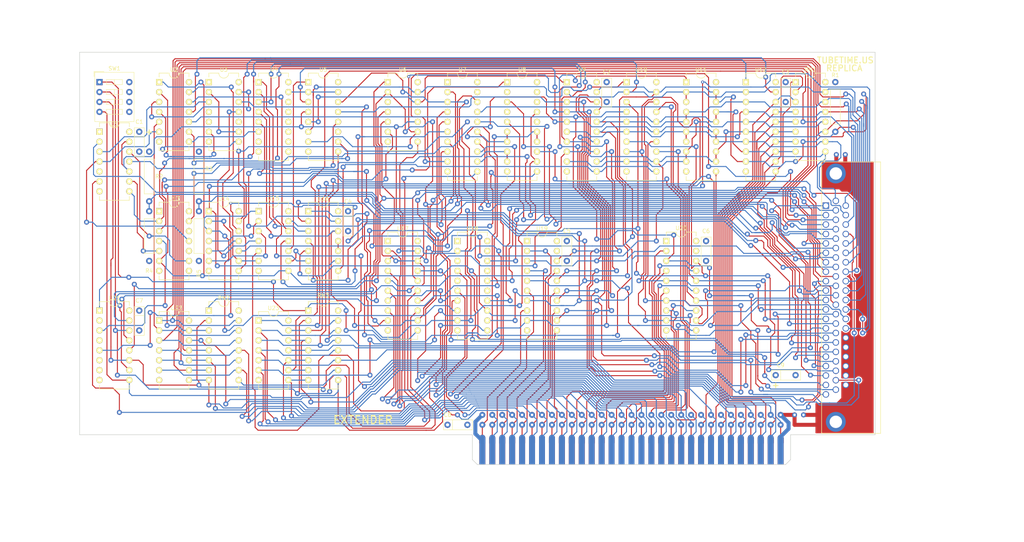
<source format=kicad_pcb>
(kicad_pcb (version 4) (host pcbnew 4.0.7)
  (layers (0 F.Cu signal) (1 In1.Cu power hide) (2 In2.Cu power hide) (31 B.Cu signal) (34 B.Paste user hide) (35 F.Paste user hide) (36 B.SilkS user hide) (37 F.SilkS user) (38 B.Mask user) (39 F.Mask user) (44 Edge.Cuts user))
  (net 0 "")
  (net 1 +5V)
  (net 2 GND)
  (net 3 EIRQ6)
  (net 4 EDRQ2)
  (net 5 EDIR#)
  (net 6 EENABLE)
  (net 7 ECLK)
  (net 8 EMEM_IN_EXP)
  (net 9 EA17)
  (net 10 EA18)
  (net 11 EA5)
  (net 12 EDACK0#)
  (net 13 EA15)
  (net 14 EA11)
  (net 15 EA10)
  (net 16 EA9)
  (net 17 EA1)
  (net 18 EA3)
  (net 19 EDACK1#)
  (net 20 EA4)
  (net 21 EDACK2#)
  (net 22 EIOW#)
  (net 23 EA13)
  (net 24 ED5)
  (net 25 EDRQ1)
  (net 26 EDRQ3)
  (net 27 ERESERVED)
  (net 28 EALE)
  (net 29 ET/C)
  (net 30 ERESET#)
  (net 31 EAEN)
  (net 32 EA19)
  (net 33 EA14)
  (net 34 EA12)
  (net 35 EMEMR#)
  (net 36 EMEMW#)
  (net 37 EA0)
  (net 38 EDACK3#)
  (net 39 EA6)
  (net 40 EIOR#)
  (net 41 EA8)
  (net 42 EA2)
  (net 43 EA7)
  (net 44 EIRQ7)
  (net 45 ED6)
  (net 46 EIOCHRDY)
  (net 47 EIRQ3)
  (net 48 ED7)
  (net 49 ED1)
  (net 50 EIOCHCK#)
  (net 51 EIRQ2)
  (net 52 ED0)
  (net 53 ED2)
  (net 54 ED4)
  (net 55 EIRQ5)
  (net 56 EIRQ4)
  (net 57 ED3)
  (net 58 RESET)
  (net 59 IRQ2)
  (net 60 DRQ2)
  (net 61 RESERVED)
  (net 62 MEMW#)
  (net 63 MEMR#)
  (net 64 IOW#)
  (net 65 IOR#)
  (net 66 DACK3#)
  (net 67 DRQ3)
  (net 68 DACK1#)
  (net 69 DRQ1)
  (net 70 DACK0#)
  (net 71 CLK)
  (net 72 IRQ7)
  (net 73 IRQ6)
  (net 74 IRQ5)
  (net 75 IRQ4)
  (net 76 IRQ3)
  (net 77 DACK2#)
  (net 78 T/C)
  (net 79 ALE)
  (net 80 IOCHCK)
  (net 81 D7)
  (net 82 D6)
  (net 83 D5)
  (net 84 D4)
  (net 85 D3)
  (net 86 D2)
  (net 87 D1)
  (net 88 D0)
  (net 89 IOCHRDY)
  (net 90 AEN)
  (net 91 A19)
  (net 92 A18)
  (net 93 A17)
  (net 94 A16)
  (net 95 A15)
  (net 96 A14)
  (net 97 A13)
  (net 98 A12)
  (net 99 A11)
  (net 100 A10)
  (net 101 A9)
  (net 102 A8)
  (net 103 A7)
  (net 104 A6)
  (net 105 A5)
  (net 106 A4)
  (net 107 A3)
  (net 108 A2)
  (net 109 A1)
  (net 110 A0)
  (net 111 "Net-(RN2-Pad1)")
  (net 112 "Net-(RN2-Pad2)")
  (net 113 "Net-(RN2-Pad9)")
  (net 114 "Net-(RN2-Pad14)")
  (net 115 "Net-(RN3-Pad1)")
  (net 116 "Net-(RN3-Pad2)")
  (net 117 "Net-(RN3-Pad9)")
  (net 118 "Net-(U1-Pad3)")
  (net 119 "Net-(U1-Pad4)")
  (net 120 "Net-(U1-Pad9)")
  (net 121 READ_STATUS#)
  (net 122 "Net-(U1-Pad12)")
  (net 123 RESET#)
  (net 124 "Net-(U2-Pad2)")
  (net 125 "Net-(U2-Pad3)")
  (net 126 "Net-(U2-Pad4)")
  (net 127 "Net-(U2-Pad8)")
  (net 128 DATA_BUS_ENABLE#)
  (net 129 "Net-(U15-Pad12)")
  (net 130 "Net-(U14-Pad9)")
  (net 131 "Net-(U3-Pad2)")
  (net 132 "Net-(U15-Pad4)")
  (net 133 "Net-(U16-Pad6)")
  (net 134 "Net-(U16-Pad3)")
  (net 135 "Net-(U4-Pad15)")
  (net 136 "Net-(U15-Pad10)")
  (net 137 "Net-(U5-Pad5)")
  (net 138 "Net-(U10-Pad1)")
  (net 139 "Net-(U11-Pad1)")
  (net 140 "Net-(U11-Pad11)")
  (net 141 PORT_211#)
  (net 142 "Net-(U13-Pad3)")
  (net 143 EA16)
  (net 144 ROM_ADDR#)
  (net 145 LOCAL_DIR)
  (net 146 "Net-(U15-Pad13)")
  (net 147 "Net-(U14-Pad10)")
  (net 148 EXT_DISABLE)
  (net 149 "Net-(U10-Pad11)")
  (net 150 DIR_TO_CPU)
  (net 151 "Net-(U14-Pad2)")
  (net 152 MEM_IN_EXP)
  (net 153 "Net-(U14-Pad4)")
  (net 154 "Net-(U14-Pad11)")
  (net 155 "Net-(U14-Pad6)")
  (net 156 "Net-(U16-Pad10)")
  (net 157 PIOR#)
  (net 158 PMEMW#)
  (module Active:DIP254P762X635-16 (layer F.Cu) (at 109.22 95.25)
    (fp_text reference RN3 (at 3.81 -3.81) (layer F.SilkS))
    (fp_text value 8.2K)
    (pad 1 thru_hole rect (at 0 0) (size 1.6 1.6) (drill 0.8) (layers *.Cu *.Mask F.SilkS) (net 115 "Net-(RN3-Pad1)"))
    (pad 2 thru_hole oval (at 0 2.54) (size 1.6 1.6) (drill 0.8) (layers *.Cu *.Mask F.SilkS) (net 116 "Net-(RN3-Pad2)"))
    (pad 3 thru_hole oval (at 0 5.08) (size 1.6 1.6) (drill 0.8) (layers *.Cu *.Mask F.SilkS) (net 51 EIRQ2))
    (pad 4 thru_hole oval (at 0 7.62) (size 1.6 1.6) (drill 0.8) (layers *.Cu *.Mask F.SilkS) (net 59 IRQ2))
    (pad 5 thru_hole oval (at 0 10.16) (size 1.6 1.6) (drill 0.8) (layers *.Cu *.Mask F.SilkS) (net 3 EIRQ6))
    (pad 6 thru_hole oval (at 0 12.7) (size 1.6 1.6) (drill 0.8) (layers *.Cu *.Mask F.SilkS) (net 73 IRQ6))
    (pad 7 thru_hole oval (at 0 15.24) (size 1.6 1.6) (drill 0.8) (layers *.Cu *.Mask F.SilkS) (net 44 EIRQ7))
    (pad 8 thru_hole oval (at 0 17.78) (size 1.6 1.6) (drill 0.8) (layers *.Cu *.Mask F.SilkS) (net 72 IRQ7))
    (pad 9 thru_hole oval (at 7.62 17.78) (size 1.6 1.6) (drill 0.8) (layers *.Cu *.Mask F.SilkS) (net 117 "Net-(RN3-Pad9)"))
    (pad 10 thru_hole oval (at 7.62 15.24) (size 1.6 1.6) (drill 0.8) (layers *.Cu *.Mask F.SilkS) (net 76 IRQ3))
    (pad 11 thru_hole oval (at 7.62 12.7) (size 1.6 1.6) (drill 0.8) (layers *.Cu *.Mask F.SilkS) (net 47 EIRQ3))
    (pad 12 thru_hole oval (at 7.62 10.16) (size 1.6 1.6) (drill 0.8) (layers *.Cu *.Mask F.SilkS) (net 75 IRQ4))
    (pad 13 thru_hole oval (at 7.62 7.62) (size 1.6 1.6) (drill 0.8) (layers *.Cu *.Mask F.SilkS) (net 56 EIRQ4))
    (pad 14 thru_hole oval (at 7.62 5.08) (size 1.6 1.6) (drill 0.8) (layers *.Cu *.Mask F.SilkS) (net 74 IRQ5))
    (pad 15 thru_hole oval (at 7.62 2.54) (size 1.6 1.6) (drill 0.8) (layers *.Cu *.Mask F.SilkS) (net 55 EIRQ5))
    (pad 16 thru_hole oval (at 7.62 0) (size 1.6 1.6) (drill 0.8) (layers *.Cu *.Mask F.SilkS) (net 1 +5V))
  )
  (module Conn:DB62 (layer F.Cu) (at 241.427 68.4276 270)
    (fp_text reference J1 hide)
    (fp_text value DB62)
    (pad 1 thru_hole rect (at 0 0 270) (size 1.651 1.651) (drill 1.1938) (layers *.Cu *.Mask) (net 3 EIRQ6))
    (pad 2 thru_hole circle (at 2.413 0 270) (size 1.651 1.651) (drill 1.1938) (layers *.Cu *.Mask) (net 4 EDRQ2))
    (pad 3 thru_hole circle (at 4.826 0 270) (size 1.651 1.651) (drill 1.1938) (layers *.Cu *.Mask) (net 5 EDIR#))
    (pad 4 thru_hole circle (at 7.239 0 270) (size 1.651 1.651) (drill 1.1938) (layers *.Cu *.Mask) (net 6 EENABLE))
    (pad 5 thru_hole circle (at 9.652 0 270) (size 1.651 1.651) (drill 1.1938) (layers *.Cu *.Mask) (net 7 ECLK))
    (pad 6 thru_hole circle (at 12.065 0 270) (size 1.651 1.651) (drill 1.1938) (layers *.Cu *.Mask) (net 8 EMEM_IN_EXP))
    (pad 7 thru_hole circle (at 14.478 0 270) (size 1.651 1.651) (drill 1.1938) (layers *.Cu *.Mask) (net 9 EA17))
    (pad 8 thru_hole circle (at 16.891 0 270) (size 1.651 1.651) (drill 1.1938) (layers *.Cu *.Mask) (net 143 EA16))
    (pad 9 thru_hole circle (at 19.304 0 270) (size 1.651 1.651) (drill 1.1938) (layers *.Cu *.Mask) (net 11 EA5))
    (pad 10 thru_hole circle (at 21.717 0 270) (size 1.651 1.651) (drill 1.1938) (layers *.Cu *.Mask) (net 12 EDACK0#))
    (pad 11 thru_hole circle (at 24.13 0 270) (size 1.651 1.651) (drill 1.1938) (layers *.Cu *.Mask) (net 13 EA15))
    (pad 12 thru_hole circle (at 26.543 0 270) (size 1.651 1.651) (drill 1.1938) (layers *.Cu *.Mask) (net 14 EA11))
    (pad 13 thru_hole circle (at 28.956 0 270) (size 1.651 1.651) (drill 1.1938) (layers *.Cu *.Mask) (net 15 EA10))
    (pad 14 thru_hole circle (at 31.369 0 270) (size 1.651 1.651) (drill 1.1938) (layers *.Cu *.Mask) (net 16 EA9))
    (pad 15 thru_hole circle (at 33.782 0 270) (size 1.651 1.651) (drill 1.1938) (layers *.Cu *.Mask) (net 17 EA1))
    (pad 16 thru_hole circle (at 36.195 0 270) (size 1.651 1.651) (drill 1.1938) (layers *.Cu *.Mask) (net 18 EA3))
    (pad 17 thru_hole circle (at 38.608 0 270) (size 1.651 1.651) (drill 1.1938) (layers *.Cu *.Mask) (net 19 EDACK1#))
    (pad 18 thru_hole circle (at 41.021 0 270) (size 1.651 1.651) (drill 1.1938) (layers *.Cu *.Mask) (net 20 EA4))
    (pad 19 thru_hole circle (at 43.434 0 270) (size 1.651 1.651) (drill 1.1938) (layers *.Cu *.Mask) (net 21 EDACK2#))
    (pad 20 thru_hole circle (at 45.847 0 270) (size 1.651 1.651) (drill 1.1938) (layers *.Cu *.Mask) (net 22 EIOW#))
    (pad 21 thru_hole circle (at 48.26 0 270) (size 1.651 1.651) (drill 1.1938) (layers *.Cu *.Mask) (net 23 EA13))
    (pad 22 thru_hole circle (at -1.2192 -2.54 270) (size 1.651 1.651) (drill 1.1938) (layers *.Cu *.Mask) (net 24 ED5))
    (pad 23 thru_hole circle (at 1.1938 -2.54 270) (size 1.651 1.651) (drill 1.1938) (layers *.Cu *.Mask) (net 25 EDRQ1))
    (pad 24 thru_hole circle (at 3.6068 -2.54 270) (size 1.651 1.651) (drill 1.1938) (layers *.Cu *.Mask) (net 26 EDRQ3))
    (pad 25 thru_hole circle (at 6.0198 -2.54 270) (size 1.651 1.651) (drill 1.1938) (layers *.Cu *.Mask) (net 27 ERESERVED))
    (pad 26 thru_hole circle (at 8.4328 -2.54 270) (size 1.651 1.651) (drill 1.1938) (layers *.Cu *.Mask) (net 28 EALE))
    (pad 27 thru_hole circle (at 10.8458 -2.54 270) (size 1.651 1.651) (drill 1.1938) (layers *.Cu *.Mask) (net 29 ET/C))
    (pad 28 thru_hole circle (at 13.2588 -2.54 270) (size 1.651 1.651) (drill 1.1938) (layers *.Cu *.Mask) (net 30 ERESET#))
    (pad 29 thru_hole circle (at 15.6718 -2.54 270) (size 1.651 1.651) (drill 1.1938) (layers *.Cu *.Mask) (net 31 EAEN))
    (pad 30 thru_hole circle (at 18.0848 -2.54 270) (size 1.651 1.651) (drill 1.1938) (layers *.Cu *.Mask) (net 32 EA19))
    (pad 31 thru_hole circle (at 20.4978 -2.54 270) (size 1.651 1.651) (drill 1.1938) (layers *.Cu *.Mask) (net 33 EA14))
    (pad 32 thru_hole circle (at 22.9108 -2.54 270) (size 1.651 1.651) (drill 1.1938) (layers *.Cu *.Mask) (net 34 EA12))
    (pad 33 thru_hole circle (at 25.3238 -2.54 270) (size 1.651 1.651) (drill 1.1938) (layers *.Cu *.Mask) (net 10 EA18))
    (pad 34 thru_hole circle (at 27.7368 -2.54 270) (size 1.651 1.651) (drill 1.1938) (layers *.Cu *.Mask) (net 35 EMEMR#))
    (pad 35 thru_hole circle (at 30.1498 -2.54 270) (size 1.651 1.651) (drill 1.1938) (layers *.Cu *.Mask) (net 36 EMEMW#))
    (pad 36 thru_hole circle (at 32.5628 -2.54 270) (size 1.651 1.651) (drill 1.1938) (layers *.Cu *.Mask) (net 37 EA0))
    (pad 37 thru_hole circle (at 34.9758 -2.54 270) (size 1.651 1.651) (drill 1.1938) (layers *.Cu *.Mask) (net 38 EDACK3#))
    (pad 38 thru_hole circle (at 37.3888 -2.54 270) (size 1.651 1.651) (drill 1.1938) (layers *.Cu *.Mask) (net 39 EA6))
    (pad 39 thru_hole circle (at 39.8018 -2.54 270) (size 1.651 1.651) (drill 1.1938) (layers *.Cu *.Mask) (net 40 EIOR#))
    (pad 40 thru_hole circle (at 42.2148 -2.54 270) (size 1.651 1.651) (drill 1.1938) (layers *.Cu *.Mask) (net 41 EA8))
    (pad 41 thru_hole circle (at 44.6278 -2.54 270) (size 1.651 1.651) (drill 1.1938) (layers *.Cu *.Mask) (net 42 EA2))
    (pad 42 thru_hole circle (at 47.0408 -2.54 270) (size 1.651 1.651) (drill 1.1938) (layers *.Cu *.Mask) (net 43 EA7))
    (pad 43 thru_hole circle (at 0 -5.08 270) (size 1.651 1.651) (drill 1.1938) (layers *.Cu *.Mask) (net 44 EIRQ7))
    (pad 44 thru_hole circle (at 2.413 -5.08 270) (size 1.651 1.651) (drill 1.1938) (layers *.Cu *.Mask) (net 45 ED6))
    (pad 45 thru_hole circle (at 4.826 -5.08 270) (size 1.651 1.651) (drill 1.1938) (layers *.Cu *.Mask) (net 46 EIOCHRDY))
    (pad 46 thru_hole circle (at 7.239 -5.08 270) (size 1.651 1.651) (drill 1.1938) (layers *.Cu *.Mask) (net 47 EIRQ3))
    (pad 47 thru_hole circle (at 9.652 -5.08 270) (size 1.651 1.651) (drill 1.1938) (layers *.Cu *.Mask) (net 48 ED7))
    (pad 48 thru_hole circle (at 12.065 -5.08 270) (size 1.651 1.651) (drill 1.1938) (layers *.Cu *.Mask) (net 49 ED1))
    (pad 49 thru_hole circle (at 14.478 -5.08 270) (size 1.651 1.651) (drill 1.1938) (layers *.Cu *.Mask) (net 50 EIOCHCK#))
    (pad 50 thru_hole circle (at 16.891 -5.08 270) (size 1.651 1.651) (drill 1.1938) (layers *.Cu *.Mask) (net 51 EIRQ2))
    (pad 51 thru_hole circle (at 19.304 -5.08 270) (size 1.651 1.651) (drill 1.1938) (layers *.Cu *.Mask) (net 52 ED0))
    (pad 52 thru_hole circle (at 21.717 -5.08 270) (size 1.651 1.651) (drill 1.1938) (layers *.Cu *.Mask) (net 53 ED2))
    (pad 53 thru_hole circle (at 24.13 -5.08 270) (size 1.651 1.651) (drill 1.1938) (layers *.Cu *.Mask) (net 54 ED4))
    (pad 54 thru_hole circle (at 26.543 -5.08 270) (size 1.651 1.651) (drill 1.1938) (layers *.Cu *.Mask) (net 55 EIRQ5))
    (pad 55 thru_hole circle (at 28.956 -5.08 270) (size 1.651 1.651) (drill 1.1938) (layers *.Cu *.Mask) (net 56 EIRQ4))
    (pad 56 thru_hole circle (at 31.369 -5.08 270) (size 1.651 1.651) (drill 1.1938) (layers *.Cu *.Mask) (net 57 ED3))
    (pad 57 thru_hole circle (at 33.782 -5.08 270) (size 1.651 1.651) (drill 1.1938) (layers *.Cu *.Mask) (net 2 GND))
    (pad 58 thru_hole circle (at 36.195 -5.08 270) (size 1.651 1.651) (drill 1.1938) (layers *.Cu *.Mask) (net 2 GND))
    (pad 59 thru_hole circle (at 38.608 -5.08 270) (size 1.651 1.651) (drill 1.1938) (layers *.Cu *.Mask) (net 2 GND))
    (pad 60 thru_hole circle (at 41.021 -5.08 270) (size 1.651 1.651) (drill 1.1938) (layers *.Cu *.Mask) (net 2 GND))
    (pad 61 thru_hole circle (at 43.434 -5.08 270) (size 1.651 1.651) (drill 1.1938) (layers *.Cu *.Mask) (net 2 GND))
    (pad 62 thru_hole circle (at 45.847 -5.08 270) (size 1.651 1.651) (drill 1.1938) (layers *.Cu *.Mask) (net 2 GND))
    (pad 63 thru_hole circle (at -8.2296 -2.54 270) (size 5.08 5.08) (drill 3.175) (layers *.Cu *.Mask) (net 2 GND))
    (pad 63 thru_hole circle (at 55.2704 -2.54 270) (size 5.08 5.08) (drill 3.175) (layers *.Cu *.Mask) (net 2 GND))
  )
  (module Conn:BUS_PC (layer F.Cu) (at 191.77 130.81)
    (fp_text reference J2 hide)
    (fp_text value Bus_ISA_8bit)
    (fp_line (start 38.1 -3.048) (end 38.1 -1.778) (layer B.Cu) (width 1.524))
    (fp_line (start 35.56 -3.048) (end 35.56 -1.778) (layer B.Cu) (width 1.524))
    (fp_line (start 30.48 -3.048) (end 30.48 -1.778) (layer B.Cu) (width 1.524))
    (fp_line (start 33.02 -3.048) (end 33.02 -1.778) (layer B.Cu) (width 1.524))
    (fp_line (start 27.94 -3.048) (end 27.94 -1.778) (layer B.Cu) (width 1.524))
    (fp_line (start 22.86 -3.048) (end 22.86 -1.778) (layer B.Cu) (width 1.524))
    (fp_line (start 17.78 -3.048) (end 17.78 -1.778) (layer B.Cu) (width 1.524))
    (fp_line (start 25.4 -3.048) (end 25.4 -1.778) (layer B.Cu) (width 1.524))
    (fp_line (start 20.32 -3.048) (end 20.32 -1.778) (layer B.Cu) (width 1.524))
    (fp_line (start 15.24 -3.048) (end 15.24 -1.778) (layer B.Cu) (width 1.524))
    (fp_line (start 2.54 -3.048) (end 2.54 -1.778) (layer B.Cu) (width 1.524))
    (fp_line (start -5.08 -3.048) (end -5.08 -1.778) (layer B.Cu) (width 1.524))
    (fp_line (start 0 -3.048) (end 0 -1.778) (layer B.Cu) (width 1.524))
    (fp_line (start -2.54 -3.048) (end -2.54 -1.778) (layer B.Cu) (width 1.524))
    (fp_line (start -7.62 -3.048) (end -7.62 -1.778) (layer B.Cu) (width 1.524))
    (fp_line (start -10.16 -3.048) (end -10.16 -1.778) (layer B.Cu) (width 1.524))
    (fp_line (start 10.16 -3.048) (end 10.16 -1.778) (layer B.Cu) (width 1.524))
    (fp_line (start 5.08 -3.048) (end 5.08 -1.778) (layer B.Cu) (width 1.524))
    (fp_line (start 7.62 -3.048) (end 7.62 -1.778) (layer B.Cu) (width 1.524))
    (fp_line (start 12.7 -3.048) (end 12.7 -1.778) (layer B.Cu) (width 1.524))
    (fp_line (start -22.86 -3.048) (end -22.86 -1.778) (layer B.Cu) (width 1.524))
    (fp_line (start -30.48 -3.048) (end -30.48 -1.778) (layer B.Cu) (width 1.524))
    (fp_line (start -25.4 -3.048) (end -25.4 -1.778) (layer B.Cu) (width 1.524))
    (fp_line (start -27.94 -3.048) (end -27.94 -1.778) (layer B.Cu) (width 1.524))
    (fp_line (start -33.02 -3.048) (end -33.02 -1.778) (layer B.Cu) (width 1.524))
    (fp_line (start -35.56 -3.048) (end -35.56 -1.778) (layer B.Cu) (width 1.524))
    (fp_line (start -15.24 -3.048) (end -15.24 -1.778) (layer B.Cu) (width 1.524))
    (fp_line (start -20.32 -3.048) (end -20.32 -1.778) (layer B.Cu) (width 1.524))
    (fp_line (start -17.78 -3.048) (end -17.78 -1.778) (layer B.Cu) (width 1.524))
    (fp_line (start -12.7 -3.048) (end -12.7 -1.778) (layer B.Cu) (width 1.524))
    (fp_line (start -38.1 -3.048) (end -38.1 -1.778) (layer B.Cu) (width 1.524))
    (fp_line (start 38.1 -3.048) (end 38.1 -1.778) (layer F.Cu) (width 1.524))
    (fp_line (start 35.56 -3.048) (end 35.56 -1.778) (layer F.Cu) (width 1.524))
    (fp_line (start 33.02 -3.048) (end 33.02 -1.778) (layer F.Cu) (width 1.524))
    (fp_line (start 25.4 -3.048) (end 25.4 -1.778) (layer F.Cu) (width 1.524))
    (fp_line (start 27.94 -3.048) (end 27.94 -1.778) (layer F.Cu) (width 1.524))
    (fp_line (start 30.48 -3.048) (end 30.48 -1.778) (layer F.Cu) (width 1.524))
    (fp_line (start 12.7 -3.048) (end 12.7 -1.778) (layer F.Cu) (width 1.524))
    (fp_line (start 10.16 -3.048) (end 10.16 -1.778) (layer F.Cu) (width 1.524))
    (fp_line (start 22.86 -3.048) (end 22.86 -1.778) (layer F.Cu) (width 1.524))
    (fp_line (start 17.78 -3.048) (end 17.78 -1.778) (layer F.Cu) (width 1.524))
    (fp_line (start 20.32 -3.048) (end 20.32 -1.778) (layer F.Cu) (width 1.524))
    (fp_line (start 15.24 -3.048) (end 15.24 -1.778) (layer F.Cu) (width 1.524))
    (fp_line (start -2.54 -3.048) (end -2.54 -1.778) (layer F.Cu) (width 1.524))
    (fp_line (start -5.08 -3.048) (end -5.08 -1.778) (layer F.Cu) (width 1.524))
    (fp_line (start 7.62 -3.048) (end 7.62 -1.778) (layer F.Cu) (width 1.524))
    (fp_line (start 2.54 -3.048) (end 2.54 -1.778) (layer F.Cu) (width 1.524))
    (fp_line (start 5.08 -3.048) (end 5.08 -1.778) (layer F.Cu) (width 1.524))
    (fp_line (start 0 -3.048) (end 0 -1.778) (layer F.Cu) (width 1.524))
    (fp_line (start -17.78 -3.048) (end -17.78 -1.778) (layer F.Cu) (width 1.524))
    (fp_line (start -20.32 -3.048) (end -20.32 -1.778) (layer F.Cu) (width 1.524))
    (fp_line (start -7.62 -3.048) (end -7.62 -1.778) (layer F.Cu) (width 1.524))
    (fp_line (start -12.7 -3.048) (end -12.7 -1.778) (layer F.Cu) (width 1.524))
    (fp_line (start -10.16 -3.048) (end -10.16 -1.778) (layer F.Cu) (width 1.524))
    (fp_line (start -15.24 -3.048) (end -15.24 -1.778) (layer F.Cu) (width 1.524))
    (fp_line (start -22.86 -3.048) (end -22.86 -1.778) (layer F.Cu) (width 1.524))
    (fp_line (start -27.94 -3.048) (end -27.94 -1.778) (layer F.Cu) (width 1.524))
    (fp_line (start -35.56 -3.048) (end -35.56 -1.778) (layer F.Cu) (width 1.524))
    (fp_line (start -38.1 -3.048) (end -38.1 -1.778) (layer F.Cu) (width 1.524))
    (fp_line (start -25.4 -3.048) (end -25.4 -1.778) (layer F.Cu) (width 1.524))
    (fp_line (start -30.48 -3.048) (end -30.48 -1.778) (layer F.Cu) (width 1.524))
    (fp_line (start -33.02 -3.048) (end -33.02 -1.778) (layer F.Cu) (width 1.524))
    (pad 1 connect rect (at 38.1 0.381) (size 1.524 6.858) (layers B.Cu B.Mask) (net 2 GND))
    (pad 2 connect rect (at 35.56 0.381) (size 1.524 6.858) (layers B.Cu B.Mask) (net 58 RESET))
    (pad 3 connect rect (at 33.02 0.381) (size 1.524 6.858) (layers B.Cu B.Mask) (net 1 +5V))
    (pad 4 connect rect (at 30.48 0.381) (size 1.524 6.858) (layers B.Cu B.Mask) (net 59 IRQ2))
    (pad 5 connect rect (at 27.94 0.381) (size 1.524 6.858) (layers B.Cu B.Mask))
    (pad 6 connect rect (at 25.4 0.381) (size 1.524 6.858) (layers B.Cu B.Mask) (net 60 DRQ2))
    (pad 7 connect rect (at 22.86 0.381) (size 1.524 6.858) (layers B.Cu B.Mask))
    (pad 8 connect rect (at 20.32 0.381) (size 1.524 6.858) (layers B.Cu B.Mask) (net 61 RESERVED))
    (pad 9 connect rect (at 17.78 0.381) (size 1.524 6.858) (layers B.Cu B.Mask))
    (pad 10 connect rect (at 15.24 0.381) (size 1.524 6.858) (layers B.Cu B.Mask) (net 2 GND))
    (pad 11 connect rect (at 12.7 0.381) (size 1.524 6.858) (layers B.Cu B.Mask) (net 62 MEMW#))
    (pad 12 connect rect (at 10.16 0.381) (size 1.524 6.858) (layers B.Cu B.Mask) (net 63 MEMR#))
    (pad 13 connect rect (at 7.62 0.381) (size 1.524 6.858) (layers B.Cu B.Mask) (net 64 IOW#))
    (pad 14 connect rect (at 5.08 0.381) (size 1.524 6.858) (layers B.Cu B.Mask) (net 65 IOR#))
    (pad 15 connect rect (at 2.54 0.381) (size 1.524 6.858) (layers B.Cu B.Mask) (net 66 DACK3#))
    (pad 16 connect rect (at 0 0.381) (size 1.524 6.858) (layers B.Cu B.Mask) (net 67 DRQ3))
    (pad 17 connect rect (at -2.54 0.381) (size 1.524 6.858) (layers B.Cu B.Mask) (net 68 DACK1#))
    (pad 18 connect rect (at -5.08 0.381) (size 1.524 6.858) (layers B.Cu B.Mask) (net 69 DRQ1))
    (pad 19 connect rect (at -7.62 0.381) (size 1.524 6.858) (layers B.Cu B.Mask) (net 70 DACK0#))
    (pad 20 connect rect (at -10.16 0.381) (size 1.524 6.858) (layers B.Cu B.Mask) (net 71 CLK))
    (pad 21 connect rect (at -12.7 0.381) (size 1.524 6.858) (layers B.Cu B.Mask) (net 72 IRQ7))
    (pad 22 connect rect (at -15.24 0.381) (size 1.524 6.858) (layers B.Cu B.Mask) (net 73 IRQ6))
    (pad 23 connect rect (at -17.78 0.381) (size 1.524 6.858) (layers B.Cu B.Mask) (net 74 IRQ5))
    (pad 24 connect rect (at -20.32 0.381) (size 1.524 6.858) (layers B.Cu B.Mask) (net 75 IRQ4))
    (pad 25 connect rect (at -22.86 0.381) (size 1.524 6.858) (layers B.Cu B.Mask) (net 76 IRQ3))
    (pad 26 connect rect (at -25.4 0.381) (size 1.524 6.858) (layers B.Cu B.Mask) (net 77 DACK2#))
    (pad 27 connect rect (at -27.94 0.381) (size 1.524 6.858) (layers B.Cu B.Mask) (net 78 T/C))
    (pad 28 connect rect (at -30.48 0.381) (size 1.524 6.858) (layers B.Cu B.Mask) (net 79 ALE))
    (pad 29 connect rect (at -33.02 0.381) (size 1.524 6.858) (layers B.Cu B.Mask) (net 1 +5V))
    (pad 30 connect rect (at -35.56 0.381) (size 1.524 6.858) (layers B.Cu B.Mask))
    (pad 31 connect rect (at -38.1 0.381) (size 1.524 6.858) (layers B.Cu B.Mask) (net 2 GND))
    (pad 32 connect rect (at 38.1 0.381) (size 1.524 6.858) (layers F.Cu F.Mask) (net 80 IOCHCK))
    (pad 33 connect rect (at 35.56 0.381) (size 1.524 6.858) (layers F.Cu F.Mask) (net 81 D7))
    (pad 34 connect rect (at 33.02 0.381) (size 1.524 6.858) (layers F.Cu F.Mask) (net 82 D6))
    (pad 35 connect rect (at 30.48 0.381) (size 1.524 6.858) (layers F.Cu F.Mask) (net 83 D5))
    (pad 36 connect rect (at 27.94 0.381) (size 1.524 6.858) (layers F.Cu F.Mask) (net 84 D4))
    (pad 37 connect rect (at 25.4 0.381) (size 1.524 6.858) (layers F.Cu F.Mask) (net 85 D3))
    (pad 38 connect rect (at 22.86 0.381) (size 1.524 6.858) (layers F.Cu F.Mask) (net 86 D2))
    (pad 39 connect rect (at 20.32 0.381) (size 1.524 6.858) (layers F.Cu F.Mask) (net 87 D1))
    (pad 40 connect rect (at 17.78 0.381) (size 1.524 6.858) (layers F.Cu F.Mask) (net 88 D0))
    (pad 41 connect rect (at 15.24 0.381) (size 1.524 6.858) (layers F.Cu F.Mask) (net 89 IOCHRDY))
    (pad 42 connect rect (at 12.7 0.381) (size 1.524 6.858) (layers F.Cu F.Mask) (net 90 AEN))
    (pad 43 connect rect (at 10.16 0.381) (size 1.524 6.858) (layers F.Cu F.Mask) (net 91 A19))
    (pad 44 connect rect (at 7.62 0.381) (size 1.524 6.858) (layers F.Cu F.Mask) (net 92 A18))
    (pad 45 connect rect (at 5.08 0.381) (size 1.524 6.858) (layers F.Cu F.Mask) (net 93 A17))
    (pad 46 connect rect (at 2.54 0.381) (size 1.524 6.858) (layers F.Cu F.Mask) (net 94 A16))
    (pad 47 connect rect (at 0 0.381) (size 1.524 6.858) (layers F.Cu F.Mask) (net 95 A15))
    (pad 48 connect rect (at -2.54 0.381) (size 1.524 6.858) (layers F.Cu F.Mask) (net 96 A14))
    (pad 49 connect rect (at -5.08 0.381) (size 1.524 6.858) (layers F.Cu F.Mask) (net 97 A13))
    (pad 50 connect rect (at -7.62 0.381) (size 1.524 6.858) (layers F.Cu F.Mask) (net 98 A12))
    (pad 51 connect rect (at -10.16 0.381) (size 1.524 6.858) (layers F.Cu F.Mask) (net 99 A11))
    (pad 52 connect rect (at -12.7 0.381) (size 1.524 6.858) (layers F.Cu F.Mask) (net 100 A10))
    (pad 53 connect rect (at -15.24 0.381) (size 1.524 6.858) (layers F.Cu F.Mask) (net 101 A9))
    (pad 54 connect rect (at -17.78 0.381) (size 1.524 6.858) (layers F.Cu F.Mask) (net 102 A8))
    (pad 55 connect rect (at -20.32 0.381) (size 1.524 6.858) (layers F.Cu F.Mask) (net 103 A7))
    (pad 56 connect rect (at -22.86 0.381) (size 1.524 6.858) (layers F.Cu F.Mask) (net 104 A6))
    (pad 57 connect rect (at -25.4 0.381) (size 1.524 6.858) (layers F.Cu F.Mask) (net 105 A5))
    (pad 58 connect rect (at -27.94 0.381) (size 1.524 6.858) (layers F.Cu F.Mask) (net 106 A4))
    (pad 59 connect rect (at -30.48 0.381) (size 1.524 6.858) (layers F.Cu F.Mask) (net 107 A3))
    (pad 60 connect rect (at -33.02 0.381) (size 1.524 6.858) (layers F.Cu F.Mask) (net 108 A2))
    (pad 61 connect rect (at -35.56 0.381) (size 1.524 6.858) (layers F.Cu F.Mask) (net 109 A1))
    (pad 62 connect rect (at -38.1 0.381) (size 1.524 6.858) (layers F.Cu F.Mask) (net 110 A0))
  )
  (module Active:DIP254P762X635-16 (layer F.Cu) (at 233.68 36.83)
    (fp_text reference RN1 (at 3.81 -3.175) (layer F.SilkS))
    (fp_text value RPAC15_BUSSED)
    (pad 1 thru_hole rect (at 0 0) (size 1.6 1.6) (drill 0.8) (layers *.Cu *.Mask F.SilkS) (net 81 D7))
    (pad 2 thru_hole oval (at 0 2.54) (size 1.6 1.6) (drill 0.8) (layers *.Cu *.Mask F.SilkS) (net 82 D6))
    (pad 3 thru_hole oval (at 0 5.08) (size 1.6 1.6) (drill 0.8) (layers *.Cu *.Mask F.SilkS) (net 88 D0))
    (pad 4 thru_hole oval (at 0 7.62) (size 1.6 1.6) (drill 0.8) (layers *.Cu *.Mask F.SilkS) (net 87 D1))
    (pad 5 thru_hole oval (at 0 10.16) (size 1.6 1.6) (drill 0.8) (layers *.Cu *.Mask F.SilkS) (net 86 D2))
    (pad 6 thru_hole oval (at 0 12.7) (size 1.6 1.6) (drill 0.8) (layers *.Cu *.Mask F.SilkS) (net 85 D3))
    (pad 7 thru_hole oval (at 0 15.24) (size 1.6 1.6) (drill 0.8) (layers *.Cu *.Mask F.SilkS) (net 84 D4))
    (pad 8 thru_hole oval (at 0 17.78) (size 1.6 1.6) (drill 0.8) (layers *.Cu *.Mask F.SilkS) (net 83 D5))
    (pad 9 thru_hole oval (at 7.62 17.78) (size 1.6 1.6) (drill 0.8) (layers *.Cu *.Mask F.SilkS) (net 45 ED6))
    (pad 10 thru_hole oval (at 7.62 15.24) (size 1.6 1.6) (drill 0.8) (layers *.Cu *.Mask F.SilkS) (net 24 ED5))
    (pad 11 thru_hole oval (at 7.62 12.7) (size 1.6 1.6) (drill 0.8) (layers *.Cu *.Mask F.SilkS) (net 54 ED4))
    (pad 12 thru_hole oval (at 7.62 10.16) (size 1.6 1.6) (drill 0.8) (layers *.Cu *.Mask F.SilkS) (net 57 ED3))
    (pad 13 thru_hole oval (at 7.62 7.62) (size 1.6 1.6) (drill 0.8) (layers *.Cu *.Mask F.SilkS) (net 53 ED2))
    (pad 14 thru_hole oval (at 7.62 5.08) (size 1.6 1.6) (drill 0.8) (layers *.Cu *.Mask F.SilkS) (net 49 ED1))
    (pad 15 thru_hole oval (at 7.62 2.54) (size 1.6 1.6) (drill 0.8) (layers *.Cu *.Mask F.SilkS) (net 52 ED0))
    (pad 16 thru_hole oval (at 7.62 0) (size 1.6 1.6) (drill 0.8) (layers *.Cu *.Mask F.SilkS) (net 1 +5V))
  )
  (module Active:DIP254P762X635-16 (layer F.Cu) (at 83.82 95.25)
    (fp_text reference RN2 (at 3.81 -3.175) (layer F.SilkS))
    (fp_text value 8.2K)
    (pad 1 thru_hole rect (at 0 0) (size 1.6 1.6) (drill 0.8) (layers *.Cu *.Mask F.SilkS) (net 111 "Net-(RN2-Pad1)"))
    (pad 2 thru_hole oval (at 0 2.54) (size 1.6 1.6) (drill 0.8) (layers *.Cu *.Mask F.SilkS) (net 112 "Net-(RN2-Pad2)"))
    (pad 3 thru_hole oval (at 0 5.08) (size 1.6 1.6) (drill 0.8) (layers *.Cu *.Mask F.SilkS) (net 50 EIOCHCK#))
    (pad 4 thru_hole oval (at 0 7.62) (size 1.6 1.6) (drill 0.8) (layers *.Cu *.Mask F.SilkS))
    (pad 5 thru_hole oval (at 0 10.16) (size 1.6 1.6) (drill 0.8) (layers *.Cu *.Mask F.SilkS) (net 27 ERESERVED))
    (pad 6 thru_hole oval (at 0 12.7) (size 1.6 1.6) (drill 0.8) (layers *.Cu *.Mask F.SilkS) (net 61 RESERVED))
    (pad 7 thru_hole oval (at 0 15.24) (size 1.6 1.6) (drill 0.8) (layers *.Cu *.Mask F.SilkS) (net 4 EDRQ2))
    (pad 8 thru_hole oval (at 0 17.78) (size 1.6 1.6) (drill 0.8) (layers *.Cu *.Mask F.SilkS) (net 60 DRQ2))
    (pad 9 thru_hole oval (at 7.62 17.78) (size 1.6 1.6) (drill 0.8) (layers *.Cu *.Mask F.SilkS) (net 113 "Net-(RN2-Pad9)"))
    (pad 10 thru_hole oval (at 7.62 15.24) (size 1.6 1.6) (drill 0.8) (layers *.Cu *.Mask F.SilkS) (net 67 DRQ3))
    (pad 11 thru_hole oval (at 7.62 12.7) (size 1.6 1.6) (drill 0.8) (layers *.Cu *.Mask F.SilkS) (net 26 EDRQ3))
    (pad 12 thru_hole oval (at 7.62 10.16) (size 1.6 1.6) (drill 0.8) (layers *.Cu *.Mask F.SilkS) (net 69 DRQ1))
    (pad 13 thru_hole oval (at 7.62 7.62) (size 1.6 1.6) (drill 0.8) (layers *.Cu *.Mask F.SilkS) (net 25 EDRQ1))
    (pad 14 thru_hole oval (at 7.62 5.08) (size 1.6 1.6) (drill 0.8) (layers *.Cu *.Mask F.SilkS) (net 114 "Net-(RN2-Pad14)"))
    (pad 15 thru_hole oval (at 7.62 2.54) (size 1.6 1.6) (drill 0.8) (layers *.Cu *.Mask F.SilkS) (net 46 EIOCHRDY))
    (pad 16 thru_hole oval (at 7.62 0) (size 1.6 1.6) (drill 0.8) (layers *.Cu *.Mask F.SilkS) (net 1 +5V))
  )
  (module Buttons_Switches_THT:SW_DIP_x4_W7.62mm_Slide (layer F.Cu) (at 55.88 36.83)
    (fp_text reference SW1 (at 3.81 -3.48) (layer F.SilkS))
    (fp_text value SW_DIP_x04)
    (pad 1 thru_hole rect (at 0 0) (size 1.6 1.6) (drill 0.8) (layers *.Cu *.Mask) (net 115 "Net-(RN3-Pad1)"))
    (pad 5 thru_hole oval (at 7.62 7.62) (size 1.6 1.6) (drill 0.8) (layers *.Cu *.Mask) (net 2 GND))
    (pad 2 thru_hole oval (at 0 2.54) (size 1.6 1.6) (drill 0.8) (layers *.Cu *.Mask) (net 116 "Net-(RN3-Pad2)"))
    (pad 6 thru_hole oval (at 7.62 5.08) (size 1.6 1.6) (drill 0.8) (layers *.Cu *.Mask) (net 2 GND))
    (pad 3 thru_hole oval (at 0 5.08) (size 1.6 1.6) (drill 0.8) (layers *.Cu *.Mask) (net 112 "Net-(RN2-Pad2)"))
    (pad 7 thru_hole oval (at 7.62 2.54) (size 1.6 1.6) (drill 0.8) (layers *.Cu *.Mask) (net 2 GND))
    (pad 4 thru_hole oval (at 0 7.62) (size 1.6 1.6) (drill 0.8) (layers *.Cu *.Mask) (net 117 "Net-(RN3-Pad9)"))
    (pad 8 thru_hole oval (at 7.62 0) (size 1.6 1.6) (drill 0.8) (layers *.Cu *.Mask) (net 2 GND))
  )
  (module Active:DIP254P762X635-14 (layer F.Cu) (at 55.88 49.53)
    (fp_text reference U1 (at 3.81 -1.905) (layer F.SilkS))
    (fp_text value 74LS125)
    (pad 1 thru_hole rect (at 0 0) (size 1.6 1.6) (drill 0.8) (layers *.Cu *.Mask F.SilkS) (net 2 GND))
    (pad 2 thru_hole oval (at 0 2.54) (size 1.6 1.6) (drill 0.8) (layers *.Cu *.Mask F.SilkS) (net 7 ECLK))
    (pad 3 thru_hole oval (at 0 5.08) (size 1.6 1.6) (drill 0.8) (layers *.Cu *.Mask F.SilkS) (net 118 "Net-(U1-Pad3)"))
    (pad 4 thru_hole oval (at 0 7.62) (size 1.6 1.6) (drill 0.8) (layers *.Cu *.Mask F.SilkS) (net 119 "Net-(U1-Pad4)"))
    (pad 5 thru_hole oval (at 0 10.16) (size 1.6 1.6) (drill 0.8) (layers *.Cu *.Mask F.SilkS) (net 2 GND))
    (pad 6 thru_hole oval (at 0 12.7) (size 1.6 1.6) (drill 0.8) (layers *.Cu *.Mask F.SilkS) (net 89 IOCHRDY))
    (pad 7 thru_hole oval (at 0 15.24) (size 1.6 1.6) (drill 0.8) (layers *.Cu *.Mask F.SilkS) (net 2 GND))
    (pad 8 thru_hole oval (at 7.62 15.24) (size 1.6 1.6) (drill 0.8) (layers *.Cu *.Mask F.SilkS) (net 52 ED0))
    (pad 9 thru_hole oval (at 7.62 12.7) (size 1.6 1.6) (drill 0.8) (layers *.Cu *.Mask F.SilkS) (net 120 "Net-(U1-Pad9)"))
    (pad 10 thru_hole oval (at 7.62 10.16) (size 1.6 1.6) (drill 0.8) (layers *.Cu *.Mask F.SilkS) (net 121 READ_STATUS#))
    (pad 11 thru_hole oval (at 7.62 7.62) (size 1.6 1.6) (drill 0.8) (layers *.Cu *.Mask F.SilkS) (net 49 ED1))
    (pad 12 thru_hole oval (at 7.62 5.08) (size 1.6 1.6) (drill 0.8) (layers *.Cu *.Mask F.SilkS) (net 122 "Net-(U1-Pad12)"))
    (pad 13 thru_hole oval (at 7.62 2.54) (size 1.6 1.6) (drill 0.8) (layers *.Cu *.Mask F.SilkS) (net 121 READ_STATUS#))
    (pad 14 thru_hole oval (at 7.62 0) (size 1.6 1.6) (drill 0.8) (layers *.Cu *.Mask F.SilkS) (net 1 +5V))
  )
  (module Active:DIP254P762X635-14 (layer F.Cu) (at 71.12 36.83)
    (fp_text reference U2 (at 3.81 -3.175) (layer F.SilkS))
    (fp_text value 74S08)
    (pad 1 thru_hole rect (at 0 0) (size 1.6 1.6) (drill 0.8) (layers *.Cu *.Mask F.SilkS) (net 123 RESET#))
    (pad 2 thru_hole oval (at 0 2.54) (size 1.6 1.6) (drill 0.8) (layers *.Cu *.Mask F.SilkS) (net 124 "Net-(U2-Pad2)"))
    (pad 3 thru_hole oval (at 0 5.08) (size 1.6 1.6) (drill 0.8) (layers *.Cu *.Mask F.SilkS) (net 125 "Net-(U2-Pad3)"))
    (pad 4 thru_hole oval (at 0 7.62) (size 1.6 1.6) (drill 0.8) (layers *.Cu *.Mask F.SilkS) (net 126 "Net-(U2-Pad4)"))
    (pad 5 thru_hole oval (at 0 10.16) (size 1.6 1.6) (drill 0.8) (layers *.Cu *.Mask F.SilkS) (net 114 "Net-(RN2-Pad14)"))
    (pad 6 thru_hole oval (at 0 12.7) (size 1.6 1.6) (drill 0.8) (layers *.Cu *.Mask F.SilkS) (net 119 "Net-(U1-Pad4)"))
    (pad 7 thru_hole oval (at 0 15.24) (size 1.6 1.6) (drill 0.8) (layers *.Cu *.Mask F.SilkS) (net 2 GND))
    (pad 8 thru_hole oval (at 7.62 15.24) (size 1.6 1.6) (drill 0.8) (layers *.Cu *.Mask F.SilkS) (net 127 "Net-(U2-Pad8)"))
    (pad 9 thru_hole oval (at 7.62 12.7) (size 1.6 1.6) (drill 0.8) (layers *.Cu *.Mask F.SilkS) (net 20 EA4))
    (pad 10 thru_hole oval (at 7.62 10.16) (size 1.6 1.6) (drill 0.8) (layers *.Cu *.Mask F.SilkS) (net 16 EA9))
    (pad 11 thru_hole oval (at 7.62 7.62) (size 1.6 1.6) (drill 0.8) (layers *.Cu *.Mask F.SilkS) (net 128 DATA_BUS_ENABLE#))
    (pad 12 thru_hole oval (at 7.62 5.08) (size 1.6 1.6) (drill 0.8) (layers *.Cu *.Mask F.SilkS) (net 129 "Net-(U15-Pad12)"))
    (pad 13 thru_hole oval (at 7.62 2.54) (size 1.6 1.6) (drill 0.8) (layers *.Cu *.Mask F.SilkS) (net 130 "Net-(U14-Pad9)"))
    (pad 14 thru_hole oval (at 7.62 0) (size 1.6 1.6) (drill 0.8) (layers *.Cu *.Mask F.SilkS) (net 1 +5V))
  )
  (module Active:DIP254P762X635-14 (layer F.Cu) (at 83.82 36.83)
    (fp_text reference U3 (at 3.81 -3.175) (layer F.SilkS))
    (fp_text value 74S74)
    (pad 1 thru_hole rect (at 0 0) (size 1.6 1.6) (drill 0.8) (layers *.Cu *.Mask F.SilkS) (net 1 +5V))
    (pad 2 thru_hole oval (at 0 2.54) (size 1.6 1.6) (drill 0.8) (layers *.Cu *.Mask F.SilkS) (net 131 "Net-(U3-Pad2)"))
    (pad 3 thru_hole oval (at 0 5.08) (size 1.6 1.6) (drill 0.8) (layers *.Cu *.Mask F.SilkS) (net 118 "Net-(U1-Pad3)"))
    (pad 4 thru_hole oval (at 0 7.62) (size 1.6 1.6) (drill 0.8) (layers *.Cu *.Mask F.SilkS) (net 1 +5V))
    (pad 5 thru_hole oval (at 0 10.16) (size 1.6 1.6) (drill 0.8) (layers *.Cu *.Mask F.SilkS))
    (pad 6 thru_hole oval (at 0 12.7) (size 1.6 1.6) (drill 0.8) (layers *.Cu *.Mask F.SilkS) (net 124 "Net-(U2-Pad2)"))
    (pad 7 thru_hole oval (at 0 15.24) (size 1.6 1.6) (drill 0.8) (layers *.Cu *.Mask F.SilkS) (net 2 GND))
    (pad 8 thru_hole oval (at 7.62 15.24) (size 1.6 1.6) (drill 0.8) (layers *.Cu *.Mask F.SilkS) (net 126 "Net-(U2-Pad4)"))
    (pad 9 thru_hole oval (at 7.62 12.7) (size 1.6 1.6) (drill 0.8) (layers *.Cu *.Mask F.SilkS) (net 131 "Net-(U3-Pad2)"))
    (pad 10 thru_hole oval (at 7.62 10.16) (size 1.6 1.6) (drill 0.8) (layers *.Cu *.Mask F.SilkS) (net 1 +5V))
    (pad 11 thru_hole oval (at 7.62 7.62) (size 1.6 1.6) (drill 0.8) (layers *.Cu *.Mask F.SilkS) (net 132 "Net-(U15-Pad4)"))
    (pad 12 thru_hole oval (at 7.62 5.08) (size 1.6 1.6) (drill 0.8) (layers *.Cu *.Mask F.SilkS) (net 70 DACK0#))
    (pad 13 thru_hole oval (at 7.62 2.54) (size 1.6 1.6) (drill 0.8) (layers *.Cu *.Mask F.SilkS) (net 125 "Net-(U2-Pad3)"))
    (pad 14 thru_hole oval (at 7.62 0) (size 1.6 1.6) (drill 0.8) (layers *.Cu *.Mask F.SilkS) (net 1 +5V))
  )
  (module Active:DIP254P762X635-16 (layer F.Cu) (at 96.52 36.83)
    (fp_text reference U4 (at 3.937 -3.302) (layer F.SilkS))
    (fp_text value 74LS138)
    (pad 1 thru_hole rect (at 0 0) (size 1.6 1.6) (drill 0.8) (layers *.Cu *.Mask F.SilkS) (net 133 "Net-(U16-Pad6)"))
    (pad 2 thru_hole oval (at 0 2.54) (size 1.6 1.6) (drill 0.8) (layers *.Cu *.Mask F.SilkS) (net 134 "Net-(U16-Pad3)"))
    (pad 3 thru_hole oval (at 0 5.08) (size 1.6 1.6) (drill 0.8) (layers *.Cu *.Mask F.SilkS) (net 42 EA2))
    (pad 4 thru_hole oval (at 0 7.62) (size 1.6 1.6) (drill 0.8) (layers *.Cu *.Mask F.SilkS) (net 31 EAEN))
    (pad 5 thru_hole oval (at 0 10.16) (size 1.6 1.6) (drill 0.8) (layers *.Cu *.Mask F.SilkS) (net 41 EA8))
    (pad 6 thru_hole oval (at 0 12.7) (size 1.6 1.6) (drill 0.8) (layers *.Cu *.Mask F.SilkS) (net 127 "Net-(U2-Pad8)"))
    (pad 7 thru_hole oval (at 0 15.24) (size 1.6 1.6) (drill 0.8) (layers *.Cu *.Mask F.SilkS))
    (pad 8 thru_hole oval (at 0 17.78) (size 1.6 1.6) (drill 0.8) (layers *.Cu *.Mask F.SilkS) (net 2 GND))
    (pad 9 thru_hole oval (at 7.62 17.78) (size 1.6 1.6) (drill 0.8) (layers *.Cu *.Mask F.SilkS))
    (pad 10 thru_hole oval (at 7.62 15.24) (size 1.6 1.6) (drill 0.8) (layers *.Cu *.Mask F.SilkS))
    (pad 11 thru_hole oval (at 7.62 12.7) (size 1.6 1.6) (drill 0.8) (layers *.Cu *.Mask F.SilkS))
    (pad 12 thru_hole oval (at 7.62 10.16) (size 1.6 1.6) (drill 0.8) (layers *.Cu *.Mask F.SilkS))
    (pad 13 thru_hole oval (at 7.62 7.62) (size 1.6 1.6) (drill 0.8) (layers *.Cu *.Mask F.SilkS))
    (pad 14 thru_hole oval (at 7.62 5.08) (size 1.6 1.6) (drill 0.8) (layers *.Cu *.Mask F.SilkS))
    (pad 15 thru_hole oval (at 7.62 2.54) (size 1.6 1.6) (drill 0.8) (layers *.Cu *.Mask F.SilkS) (net 135 "Net-(U4-Pad15)"))
    (pad 16 thru_hole oval (at 7.62 0) (size 1.6 1.6) (drill 0.8) (layers *.Cu *.Mask F.SilkS) (net 1 +5V))
  )
  (module Active:DIP254P762X635-16 (layer F.Cu) (at 109.22 36.83)
    (fp_text reference U5 (at 3.81 -3.175) (layer F.SilkS))
    (fp_text value 74LS155)
    (pad 1 thru_hole rect (at 0 0) (size 1.6 1.6) (drill 0.8) (layers *.Cu *.Mask F.SilkS) (net 136 "Net-(U15-Pad10)"))
    (pad 2 thru_hole oval (at 0 2.54) (size 1.6 1.6) (drill 0.8) (layers *.Cu *.Mask F.SilkS) (net 135 "Net-(U4-Pad15)"))
    (pad 3 thru_hole oval (at 0 5.08) (size 1.6 1.6) (drill 0.8) (layers *.Cu *.Mask F.SilkS) (net 17 EA1))
    (pad 4 thru_hole oval (at 0 7.62) (size 1.6 1.6) (drill 0.8) (layers *.Cu *.Mask F.SilkS) (net 121 READ_STATUS#))
    (pad 5 thru_hole oval (at 0 10.16) (size 1.6 1.6) (drill 0.8) (layers *.Cu *.Mask F.SilkS) (net 137 "Net-(U5-Pad5)"))
    (pad 6 thru_hole oval (at 0 12.7) (size 1.6 1.6) (drill 0.8) (layers *.Cu *.Mask F.SilkS) (net 138 "Net-(U10-Pad1)"))
    (pad 7 thru_hole oval (at 0 15.24) (size 1.6 1.6) (drill 0.8) (layers *.Cu *.Mask F.SilkS) (net 139 "Net-(U11-Pad1)"))
    (pad 8 thru_hole oval (at 0 17.78) (size 1.6 1.6) (drill 0.8) (layers *.Cu *.Mask F.SilkS) (net 2 GND))
    (pad 9 thru_hole oval (at 7.62 17.78) (size 1.6 1.6) (drill 0.8) (layers *.Cu *.Mask F.SilkS) (net 140 "Net-(U11-Pad11)"))
    (pad 10 thru_hole oval (at 7.62 15.24) (size 1.6 1.6) (drill 0.8) (layers *.Cu *.Mask F.SilkS) (net 141 PORT_211#))
    (pad 11 thru_hole oval (at 7.62 12.7) (size 1.6 1.6) (drill 0.8) (layers *.Cu *.Mask F.SilkS))
    (pad 12 thru_hole oval (at 7.62 10.16) (size 1.6 1.6) (drill 0.8) (layers *.Cu *.Mask F.SilkS) (net 142 "Net-(U13-Pad3)"))
    (pad 13 thru_hole oval (at 7.62 7.62) (size 1.6 1.6) (drill 0.8) (layers *.Cu *.Mask F.SilkS) (net 37 EA0))
    (pad 14 thru_hole oval (at 7.62 5.08) (size 1.6 1.6) (drill 0.8) (layers *.Cu *.Mask F.SilkS) (net 22 EIOW#))
    (pad 15 thru_hole oval (at 7.62 2.54) (size 1.6 1.6) (drill 0.8) (layers *.Cu *.Mask F.SilkS) (net 135 "Net-(U4-Pad15)"))
    (pad 16 thru_hole oval (at 7.62 0) (size 1.6 1.6) (drill 0.8) (layers *.Cu *.Mask F.SilkS) (net 1 +5V))
  )
  (module Active:DIP254P762X635-14 (layer F.Cu) (at 129.54 36.83)
    (fp_text reference U6 (at 3.81 -3.175) (layer F.SilkS))
    (fp_text value 74LS20)
    (pad 1 thru_hole rect (at 0 0) (size 1.6 1.6) (drill 0.8) (layers *.Cu *.Mask F.SilkS) (net 32 EA19))
    (pad 2 thru_hole oval (at 0 2.54) (size 1.6 1.6) (drill 0.8) (layers *.Cu *.Mask F.SilkS) (net 10 EA18))
    (pad 3 thru_hole oval (at 0 5.08) (size 1.6 1.6) (drill 0.8) (layers *.Cu *.Mask F.SilkS))
    (pad 4 thru_hole oval (at 0 7.62) (size 1.6 1.6) (drill 0.8) (layers *.Cu *.Mask F.SilkS) (net 9 EA17))
    (pad 5 thru_hole oval (at 0 10.16) (size 1.6 1.6) (drill 0.8) (layers *.Cu *.Mask F.SilkS) (net 143 EA16))
    (pad 6 thru_hole oval (at 0 12.7) (size 1.6 1.6) (drill 0.8) (layers *.Cu *.Mask F.SilkS) (net 144 ROM_ADDR#))
    (pad 7 thru_hole oval (at 0 15.24) (size 1.6 1.6) (drill 0.8) (layers *.Cu *.Mask F.SilkS) (net 2 GND))
    (pad 8 thru_hole oval (at 7.62 15.24) (size 1.6 1.6) (drill 0.8) (layers *.Cu *.Mask F.SilkS) (net 145 LOCAL_DIR))
    (pad 9 thru_hole oval (at 7.62 12.7) (size 1.6 1.6) (drill 0.8) (layers *.Cu *.Mask F.SilkS) (net 139 "Net-(U11-Pad1)"))
    (pad 10 thru_hole oval (at 7.62 10.16) (size 1.6 1.6) (drill 0.8) (layers *.Cu *.Mask F.SilkS) (net 121 READ_STATUS#))
    (pad 11 thru_hole oval (at 7.62 7.62) (size 1.6 1.6) (drill 0.8) (layers *.Cu *.Mask F.SilkS))
    (pad 12 thru_hole oval (at 7.62 5.08) (size 1.6 1.6) (drill 0.8) (layers *.Cu *.Mask F.SilkS) (net 137 "Net-(U5-Pad5)"))
    (pad 13 thru_hole oval (at 7.62 2.54) (size 1.6 1.6) (drill 0.8) (layers *.Cu *.Mask F.SilkS) (net 138 "Net-(U10-Pad1)"))
    (pad 14 thru_hole oval (at 7.62 0) (size 1.6 1.6) (drill 0.8) (layers *.Cu *.Mask F.SilkS) (net 1 +5V))
  )
  (module Active:DIP254P762X635-20 (layer F.Cu) (at 144.78 36.83)
    (fp_text reference U7 (at 3.81 -3.175) (layer F.SilkS))
    (fp_text value 74LS244)
    (pad 1 thru_hole rect (at 0 0) (size 1.6 1.6) (drill 0.8) (layers *.Cu *.Mask F.SilkS) (net 2 GND))
    (pad 2 thru_hole oval (at 0 2.54) (size 1.6 1.6) (drill 0.8) (layers *.Cu *.Mask F.SilkS) (net 5 EDIR#))
    (pad 3 thru_hole oval (at 0 5.08) (size 1.6 1.6) (drill 0.8) (layers *.Cu *.Mask F.SilkS) (net 22 EIOW#))
    (pad 4 thru_hole oval (at 0 7.62) (size 1.6 1.6) (drill 0.8) (layers *.Cu *.Mask F.SilkS) (net 66 DACK3#))
    (pad 5 thru_hole oval (at 0 10.16) (size 1.6 1.6) (drill 0.8) (layers *.Cu *.Mask F.SilkS) (net 146 "Net-(U15-Pad13)"))
    (pad 6 thru_hole oval (at 0 12.7) (size 1.6 1.6) (drill 0.8) (layers *.Cu *.Mask F.SilkS) (net 123 RESET#))
    (pad 7 thru_hole oval (at 0 15.24) (size 1.6 1.6) (drill 0.8) (layers *.Cu *.Mask F.SilkS) (net 7 ECLK))
    (pad 8 thru_hole oval (at 0 17.78) (size 1.6 1.6) (drill 0.8) (layers *.Cu *.Mask F.SilkS) (net 68 DACK1#))
    (pad 9 thru_hole oval (at 0 20.32) (size 1.6 1.6) (drill 0.8) (layers *.Cu *.Mask F.SilkS) (net 21 EDACK2#))
    (pad 10 thru_hole oval (at 0 22.86) (size 1.6 1.6) (drill 0.8) (layers *.Cu *.Mask F.SilkS) (net 2 GND))
    (pad 11 thru_hole oval (at 7.62 22.86) (size 1.6 1.6) (drill 0.8) (layers *.Cu *.Mask F.SilkS) (net 77 DACK2#))
    (pad 12 thru_hole oval (at 7.62 20.32) (size 1.6 1.6) (drill 0.8) (layers *.Cu *.Mask F.SilkS) (net 19 EDACK1#))
    (pad 13 thru_hole oval (at 7.62 17.78) (size 1.6 1.6) (drill 0.8) (layers *.Cu *.Mask F.SilkS) (net 71 CLK))
    (pad 14 thru_hole oval (at 7.62 15.24) (size 1.6 1.6) (drill 0.8) (layers *.Cu *.Mask F.SilkS) (net 30 ERESET#))
    (pad 15 thru_hole oval (at 7.62 12.7) (size 1.6 1.6) (drill 0.8) (layers *.Cu *.Mask F.SilkS) (net 6 EENABLE))
    (pad 16 thru_hole oval (at 7.62 10.16) (size 1.6 1.6) (drill 0.8) (layers *.Cu *.Mask F.SilkS) (net 38 EDACK3#))
    (pad 17 thru_hole oval (at 7.62 7.62) (size 1.6 1.6) (drill 0.8) (layers *.Cu *.Mask F.SilkS) (net 64 IOW#))
    (pad 18 thru_hole oval (at 7.62 5.08) (size 1.6 1.6) (drill 0.8) (layers *.Cu *.Mask F.SilkS) (net 147 "Net-(U14-Pad10)"))
    (pad 19 thru_hole oval (at 7.62 2.54) (size 1.6 1.6) (drill 0.8) (layers *.Cu *.Mask F.SilkS) (net 2 GND))
    (pad 20 thru_hole oval (at 7.62 0) (size 1.6 1.6) (drill 0.8) (layers *.Cu *.Mask F.SilkS) (net 1 +5V))
  )
  (module Active:DIP254P762X635-20 (layer F.Cu) (at 160.02 36.83)
    (fp_text reference U8 (at 3.81 -3.175) (layer F.SilkS))
    (fp_text value 74LS244)
    (pad 1 thru_hole rect (at 0 0) (size 1.6 1.6) (drill 0.8) (layers *.Cu *.Mask F.SilkS) (net 148 EXT_DISABLE))
    (pad 2 thru_hole oval (at 0 2.54) (size 1.6 1.6) (drill 0.8) (layers *.Cu *.Mask F.SilkS))
    (pad 3 thru_hole oval (at 0 5.08) (size 1.6 1.6) (drill 0.8) (layers *.Cu *.Mask F.SilkS) (net 36 EMEMW#))
    (pad 4 thru_hole oval (at 0 7.62) (size 1.6 1.6) (drill 0.8) (layers *.Cu *.Mask F.SilkS))
    (pad 5 thru_hole oval (at 0 10.16) (size 1.6 1.6) (drill 0.8) (layers *.Cu *.Mask F.SilkS) (net 40 EIOR#))
    (pad 6 thru_hole oval (at 0 12.7) (size 1.6 1.6) (drill 0.8) (layers *.Cu *.Mask F.SilkS) (net 157 PIOR#))
    (pad 7 thru_hole oval (at 0 15.24) (size 1.6 1.6) (drill 0.8) (layers *.Cu *.Mask F.SilkS) (net 157 PIOR#))
    (pad 8 thru_hole oval (at 0 17.78) (size 1.6 1.6) (drill 0.8) (layers *.Cu *.Mask F.SilkS) (net 158 PMEMW#))
    (pad 9 thru_hole oval (at 0 20.32) (size 1.6 1.6) (drill 0.8) (layers *.Cu *.Mask F.SilkS) (net 158 PMEMW#))
    (pad 10 thru_hole oval (at 0 22.86) (size 1.6 1.6) (drill 0.8) (layers *.Cu *.Mask F.SilkS) (net 2 GND))
    (pad 11 thru_hole oval (at 7.62 22.86) (size 1.6 1.6) (drill 0.8) (layers *.Cu *.Mask F.SilkS) (net 62 MEMW#))
    (pad 12 thru_hole oval (at 7.62 20.32) (size 1.6 1.6) (drill 0.8) (layers *.Cu *.Mask F.SilkS) (net 113 "Net-(RN2-Pad9)"))
    (pad 13 thru_hole oval (at 7.62 17.78) (size 1.6 1.6) (drill 0.8) (layers *.Cu *.Mask F.SilkS) (net 65 IOR#))
    (pad 14 thru_hole oval (at 7.62 15.24) (size 1.6 1.6) (drill 0.8) (layers *.Cu *.Mask F.SilkS) (net 111 "Net-(RN2-Pad1)"))
    (pad 15 thru_hole oval (at 7.62 12.7) (size 1.6 1.6) (drill 0.8) (layers *.Cu *.Mask F.SilkS) (net 111 "Net-(RN2-Pad1)"))
    (pad 16 thru_hole oval (at 7.62 10.16) (size 1.6 1.6) (drill 0.8) (layers *.Cu *.Mask F.SilkS))
    (pad 17 thru_hole oval (at 7.62 7.62) (size 1.6 1.6) (drill 0.8) (layers *.Cu *.Mask F.SilkS) (net 113 "Net-(RN2-Pad9)"))
    (pad 18 thru_hole oval (at 7.62 5.08) (size 1.6 1.6) (drill 0.8) (layers *.Cu *.Mask F.SilkS))
    (pad 19 thru_hole oval (at 7.62 2.54) (size 1.6 1.6) (drill 0.8) (layers *.Cu *.Mask F.SilkS) (net 2 GND))
    (pad 20 thru_hole oval (at 7.62 0) (size 1.6 1.6) (drill 0.8) (layers *.Cu *.Mask F.SilkS) (net 1 +5V))
  )
  (module Active:DIP254P762X635-20 (layer F.Cu) (at 175.26 36.83)
    (fp_text reference U9 (at 3.81 -3.175) (layer F.SilkS))
    (fp_text value 74LS374)
    (pad 1 thru_hole rect (at 0 0) (size 1.6 1.6) (drill 0.8) (layers *.Cu *.Mask F.SilkS) (net 137 "Net-(U5-Pad5)"))
    (pad 2 thru_hole oval (at 0 2.54) (size 1.6 1.6) (drill 0.8) (layers *.Cu *.Mask F.SilkS) (net 52 ED0))
    (pad 3 thru_hole oval (at 0 5.08) (size 1.6 1.6) (drill 0.8) (layers *.Cu *.Mask F.SilkS) (net 37 EA0))
    (pad 4 thru_hole oval (at 0 7.62) (size 1.6 1.6) (drill 0.8) (layers *.Cu *.Mask F.SilkS) (net 17 EA1))
    (pad 5 thru_hole oval (at 0 10.16) (size 1.6 1.6) (drill 0.8) (layers *.Cu *.Mask F.SilkS) (net 49 ED1))
    (pad 6 thru_hole oval (at 0 12.7) (size 1.6 1.6) (drill 0.8) (layers *.Cu *.Mask F.SilkS) (net 53 ED2))
    (pad 7 thru_hole oval (at 0 15.24) (size 1.6 1.6) (drill 0.8) (layers *.Cu *.Mask F.SilkS) (net 42 EA2))
    (pad 8 thru_hole oval (at 0 17.78) (size 1.6 1.6) (drill 0.8) (layers *.Cu *.Mask F.SilkS) (net 18 EA3))
    (pad 9 thru_hole oval (at 0 20.32) (size 1.6 1.6) (drill 0.8) (layers *.Cu *.Mask F.SilkS) (net 57 ED3))
    (pad 10 thru_hole oval (at 0 22.86) (size 1.6 1.6) (drill 0.8) (layers *.Cu *.Mask F.SilkS) (net 2 GND))
    (pad 11 thru_hole oval (at 7.62 22.86) (size 1.6 1.6) (drill 0.8) (layers *.Cu *.Mask F.SilkS) (net 149 "Net-(U10-Pad11)"))
    (pad 12 thru_hole oval (at 7.62 20.32) (size 1.6 1.6) (drill 0.8) (layers *.Cu *.Mask F.SilkS) (net 54 ED4))
    (pad 13 thru_hole oval (at 7.62 17.78) (size 1.6 1.6) (drill 0.8) (layers *.Cu *.Mask F.SilkS) (net 20 EA4))
    (pad 14 thru_hole oval (at 7.62 15.24) (size 1.6 1.6) (drill 0.8) (layers *.Cu *.Mask F.SilkS) (net 11 EA5))
    (pad 15 thru_hole oval (at 7.62 12.7) (size 1.6 1.6) (drill 0.8) (layers *.Cu *.Mask F.SilkS) (net 24 ED5))
    (pad 16 thru_hole oval (at 7.62 10.16) (size 1.6 1.6) (drill 0.8) (layers *.Cu *.Mask F.SilkS) (net 45 ED6))
    (pad 17 thru_hole oval (at 7.62 7.62) (size 1.6 1.6) (drill 0.8) (layers *.Cu *.Mask F.SilkS) (net 39 EA6))
    (pad 18 thru_hole oval (at 7.62 5.08) (size 1.6 1.6) (drill 0.8) (layers *.Cu *.Mask F.SilkS) (net 43 EA7))
    (pad 19 thru_hole oval (at 7.62 2.54) (size 1.6 1.6) (drill 0.8) (layers *.Cu *.Mask F.SilkS) (net 48 ED7))
    (pad 20 thru_hole oval (at 7.62 0) (size 1.6 1.6) (drill 0.8) (layers *.Cu *.Mask F.SilkS) (net 1 +5V))
  )
  (module Active:DIP254P762X635-20 (layer F.Cu) (at 190.5 36.83)
    (fp_text reference U10 (at 3.81 -3.175) (layer F.SilkS))
    (fp_text value 74LS374)
    (pad 1 thru_hole rect (at 0 0) (size 1.6 1.6) (drill 0.8) (layers *.Cu *.Mask F.SilkS) (net 138 "Net-(U10-Pad1)"))
    (pad 2 thru_hole oval (at 0 2.54) (size 1.6 1.6) (drill 0.8) (layers *.Cu *.Mask F.SilkS) (net 52 ED0))
    (pad 3 thru_hole oval (at 0 5.08) (size 1.6 1.6) (drill 0.8) (layers *.Cu *.Mask F.SilkS) (net 41 EA8))
    (pad 4 thru_hole oval (at 0 7.62) (size 1.6 1.6) (drill 0.8) (layers *.Cu *.Mask F.SilkS) (net 16 EA9))
    (pad 5 thru_hole oval (at 0 10.16) (size 1.6 1.6) (drill 0.8) (layers *.Cu *.Mask F.SilkS) (net 49 ED1))
    (pad 6 thru_hole oval (at 0 12.7) (size 1.6 1.6) (drill 0.8) (layers *.Cu *.Mask F.SilkS) (net 53 ED2))
    (pad 7 thru_hole oval (at 0 15.24) (size 1.6 1.6) (drill 0.8) (layers *.Cu *.Mask F.SilkS) (net 15 EA10))
    (pad 8 thru_hole oval (at 0 17.78) (size 1.6 1.6) (drill 0.8) (layers *.Cu *.Mask F.SilkS) (net 14 EA11))
    (pad 9 thru_hole oval (at 0 20.32) (size 1.6 1.6) (drill 0.8) (layers *.Cu *.Mask F.SilkS) (net 57 ED3))
    (pad 10 thru_hole oval (at 0 22.86) (size 1.6 1.6) (drill 0.8) (layers *.Cu *.Mask F.SilkS) (net 2 GND))
    (pad 11 thru_hole oval (at 7.62 22.86) (size 1.6 1.6) (drill 0.8) (layers *.Cu *.Mask F.SilkS) (net 149 "Net-(U10-Pad11)"))
    (pad 12 thru_hole oval (at 7.62 20.32) (size 1.6 1.6) (drill 0.8) (layers *.Cu *.Mask F.SilkS) (net 54 ED4))
    (pad 13 thru_hole oval (at 7.62 17.78) (size 1.6 1.6) (drill 0.8) (layers *.Cu *.Mask F.SilkS) (net 34 EA12))
    (pad 14 thru_hole oval (at 7.62 15.24) (size 1.6 1.6) (drill 0.8) (layers *.Cu *.Mask F.SilkS) (net 23 EA13))
    (pad 15 thru_hole oval (at 7.62 12.7) (size 1.6 1.6) (drill 0.8) (layers *.Cu *.Mask F.SilkS) (net 24 ED5))
    (pad 16 thru_hole oval (at 7.62 10.16) (size 1.6 1.6) (drill 0.8) (layers *.Cu *.Mask F.SilkS) (net 45 ED6))
    (pad 17 thru_hole oval (at 7.62 7.62) (size 1.6 1.6) (drill 0.8) (layers *.Cu *.Mask F.SilkS) (net 33 EA14))
    (pad 18 thru_hole oval (at 7.62 5.08) (size 1.6 1.6) (drill 0.8) (layers *.Cu *.Mask F.SilkS) (net 13 EA15))
    (pad 19 thru_hole oval (at 7.62 2.54) (size 1.6 1.6) (drill 0.8) (layers *.Cu *.Mask F.SilkS) (net 48 ED7))
    (pad 20 thru_hole oval (at 7.62 0) (size 1.6 1.6) (drill 0.8) (layers *.Cu *.Mask F.SilkS) (net 1 +5V))
  )
  (module Active:DIP254P762X635-20 (layer F.Cu) (at 205.74 36.83)
    (fp_text reference U11 (at 3.81 -3.175) (layer F.SilkS))
    (fp_text value 74LS374)
    (pad 1 thru_hole rect (at 0 0) (size 1.6 1.6) (drill 0.8) (layers *.Cu *.Mask F.SilkS) (net 139 "Net-(U11-Pad1)"))
    (pad 2 thru_hole oval (at 0 2.54) (size 1.6 1.6) (drill 0.8) (layers *.Cu *.Mask F.SilkS) (net 52 ED0))
    (pad 3 thru_hole oval (at 0 5.08) (size 1.6 1.6) (drill 0.8) (layers *.Cu *.Mask F.SilkS) (net 52 ED0))
    (pad 4 thru_hole oval (at 0 7.62) (size 1.6 1.6) (drill 0.8) (layers *.Cu *.Mask F.SilkS) (net 49 ED1))
    (pad 5 thru_hole oval (at 0 10.16) (size 1.6 1.6) (drill 0.8) (layers *.Cu *.Mask F.SilkS) (net 49 ED1))
    (pad 6 thru_hole oval (at 0 12.7) (size 1.6 1.6) (drill 0.8) (layers *.Cu *.Mask F.SilkS) (net 53 ED2))
    (pad 7 thru_hole oval (at 0 15.24) (size 1.6 1.6) (drill 0.8) (layers *.Cu *.Mask F.SilkS) (net 53 ED2))
    (pad 8 thru_hole oval (at 0 17.78) (size 1.6 1.6) (drill 0.8) (layers *.Cu *.Mask F.SilkS) (net 57 ED3))
    (pad 9 thru_hole oval (at 0 20.32) (size 1.6 1.6) (drill 0.8) (layers *.Cu *.Mask F.SilkS) (net 57 ED3))
    (pad 10 thru_hole oval (at 0 22.86) (size 1.6 1.6) (drill 0.8) (layers *.Cu *.Mask F.SilkS) (net 2 GND))
    (pad 11 thru_hole oval (at 7.62 22.86) (size 1.6 1.6) (drill 0.8) (layers *.Cu *.Mask F.SilkS) (net 140 "Net-(U11-Pad11)"))
    (pad 12 thru_hole oval (at 7.62 20.32) (size 1.6 1.6) (drill 0.8) (layers *.Cu *.Mask F.SilkS) (net 54 ED4))
    (pad 13 thru_hole oval (at 7.62 17.78) (size 1.6 1.6) (drill 0.8) (layers *.Cu *.Mask F.SilkS) (net 54 ED4))
    (pad 14 thru_hole oval (at 7.62 15.24) (size 1.6 1.6) (drill 0.8) (layers *.Cu *.Mask F.SilkS) (net 24 ED5))
    (pad 15 thru_hole oval (at 7.62 12.7) (size 1.6 1.6) (drill 0.8) (layers *.Cu *.Mask F.SilkS) (net 24 ED5))
    (pad 16 thru_hole oval (at 7.62 10.16) (size 1.6 1.6) (drill 0.8) (layers *.Cu *.Mask F.SilkS) (net 45 ED6))
    (pad 17 thru_hole oval (at 7.62 7.62) (size 1.6 1.6) (drill 0.8) (layers *.Cu *.Mask F.SilkS) (net 45 ED6))
    (pad 18 thru_hole oval (at 7.62 5.08) (size 1.6 1.6) (drill 0.8) (layers *.Cu *.Mask F.SilkS) (net 48 ED7))
    (pad 19 thru_hole oval (at 7.62 2.54) (size 1.6 1.6) (drill 0.8) (layers *.Cu *.Mask F.SilkS) (net 48 ED7))
    (pad 20 thru_hole oval (at 7.62 0) (size 1.6 1.6) (drill 0.8) (layers *.Cu *.Mask F.SilkS) (net 1 +5V))
  )
  (module Active:DIP254P762X635-20 (layer F.Cu) (at 220.98 36.83)
    (fp_text reference U12 (at 3.81 -3.175) (layer F.SilkS))
    (fp_text value 74LS245)
    (pad 1 thru_hole rect (at 0 0) (size 1.6 1.6) (drill 0.8) (layers *.Cu *.Mask F.SilkS) (net 150 DIR_TO_CPU))
    (pad 2 thru_hole oval (at 0 2.54) (size 1.6 1.6) (drill 0.8) (layers *.Cu *.Mask F.SilkS) (net 52 ED0))
    (pad 3 thru_hole oval (at 0 5.08) (size 1.6 1.6) (drill 0.8) (layers *.Cu *.Mask F.SilkS) (net 49 ED1))
    (pad 4 thru_hole oval (at 0 7.62) (size 1.6 1.6) (drill 0.8) (layers *.Cu *.Mask F.SilkS) (net 53 ED2))
    (pad 5 thru_hole oval (at 0 10.16) (size 1.6 1.6) (drill 0.8) (layers *.Cu *.Mask F.SilkS) (net 57 ED3))
    (pad 6 thru_hole oval (at 0 12.7) (size 1.6 1.6) (drill 0.8) (layers *.Cu *.Mask F.SilkS) (net 54 ED4))
    (pad 7 thru_hole oval (at 0 15.24) (size 1.6 1.6) (drill 0.8) (layers *.Cu *.Mask F.SilkS) (net 24 ED5))
    (pad 8 thru_hole oval (at 0 17.78) (size 1.6 1.6) (drill 0.8) (layers *.Cu *.Mask F.SilkS) (net 45 ED6))
    (pad 9 thru_hole oval (at 0 20.32) (size 1.6 1.6) (drill 0.8) (layers *.Cu *.Mask F.SilkS) (net 48 ED7))
    (pad 10 thru_hole oval (at 0 22.86) (size 1.6 1.6) (drill 0.8) (layers *.Cu *.Mask F.SilkS) (net 2 GND))
    (pad 11 thru_hole oval (at 7.62 22.86) (size 1.6 1.6) (drill 0.8) (layers *.Cu *.Mask F.SilkS) (net 81 D7))
    (pad 12 thru_hole oval (at 7.62 20.32) (size 1.6 1.6) (drill 0.8) (layers *.Cu *.Mask F.SilkS) (net 82 D6))
    (pad 13 thru_hole oval (at 7.62 17.78) (size 1.6 1.6) (drill 0.8) (layers *.Cu *.Mask F.SilkS) (net 83 D5))
    (pad 14 thru_hole oval (at 7.62 15.24) (size 1.6 1.6) (drill 0.8) (layers *.Cu *.Mask F.SilkS) (net 84 D4))
    (pad 15 thru_hole oval (at 7.62 12.7) (size 1.6 1.6) (drill 0.8) (layers *.Cu *.Mask F.SilkS) (net 85 D3))
    (pad 16 thru_hole oval (at 7.62 10.16) (size 1.6 1.6) (drill 0.8) (layers *.Cu *.Mask F.SilkS) (net 86 D2))
    (pad 17 thru_hole oval (at 7.62 7.62) (size 1.6 1.6) (drill 0.8) (layers *.Cu *.Mask F.SilkS) (net 87 D1))
    (pad 18 thru_hole oval (at 7.62 5.08) (size 1.6 1.6) (drill 0.8) (layers *.Cu *.Mask F.SilkS) (net 88 D0))
    (pad 19 thru_hole oval (at 7.62 2.54) (size 1.6 1.6) (drill 0.8) (layers *.Cu *.Mask F.SilkS) (net 128 DATA_BUS_ENABLE#))
    (pad 20 thru_hole oval (at 7.62 0) (size 1.6 1.6) (drill 0.8) (layers *.Cu *.Mask F.SilkS) (net 1 +5V))
  )
  (module Active:DIP254P762X635-14 (layer F.Cu) (at 71.12 69.85)
    (fp_text reference U13 (at 3.81 -3.175) (layer F.SilkS))
    (fp_text value 74LS74)
    (pad 1 thru_hole rect (at 0 0) (size 1.6 1.6) (drill 0.8) (layers *.Cu *.Mask F.SilkS) (net 1 +5V))
    (pad 2 thru_hole oval (at 0 2.54) (size 1.6 1.6) (drill 0.8) (layers *.Cu *.Mask F.SilkS) (net 52 ED0))
    (pad 3 thru_hole oval (at 0 5.08) (size 1.6 1.6) (drill 0.8) (layers *.Cu *.Mask F.SilkS) (net 142 "Net-(U13-Pad3)"))
    (pad 4 thru_hole oval (at 0 7.62) (size 1.6 1.6) (drill 0.8) (layers *.Cu *.Mask F.SilkS) (net 123 RESET#))
    (pad 5 thru_hole oval (at 0 10.16) (size 1.6 1.6) (drill 0.8) (layers *.Cu *.Mask F.SilkS) (net 120 "Net-(U1-Pad9)"))
    (pad 6 thru_hole oval (at 0 12.7) (size 1.6 1.6) (drill 0.8) (layers *.Cu *.Mask F.SilkS) (net 148 EXT_DISABLE))
    (pad 7 thru_hole oval (at 0 15.24) (size 1.6 1.6) (drill 0.8) (layers *.Cu *.Mask F.SilkS) (net 2 GND))
    (pad 8 thru_hole oval (at 7.62 15.24) (size 1.6 1.6) (drill 0.8) (layers *.Cu *.Mask F.SilkS))
    (pad 9 thru_hole oval (at 7.62 12.7) (size 1.6 1.6) (drill 0.8) (layers *.Cu *.Mask F.SilkS) (net 122 "Net-(U1-Pad12)"))
    (pad 10 thru_hole oval (at 7.62 10.16) (size 1.6 1.6) (drill 0.8) (layers *.Cu *.Mask F.SilkS) (net 1 +5V))
    (pad 11 thru_hole oval (at 7.62 7.62) (size 1.6 1.6) (drill 0.8) (layers *.Cu *.Mask F.SilkS) (net 119 "Net-(U1-Pad4)"))
    (pad 12 thru_hole oval (at 7.62 5.08) (size 1.6 1.6) (drill 0.8) (layers *.Cu *.Mask F.SilkS) (net 1 +5V))
    (pad 13 thru_hole oval (at 7.62 2.54) (size 1.6 1.6) (drill 0.8) (layers *.Cu *.Mask F.SilkS) (net 141 PORT_211#))
    (pad 14 thru_hole oval (at 7.62 0) (size 1.6 1.6) (drill 0.8) (layers *.Cu *.Mask F.SilkS) (net 1 +5V))
  )
  (module Active:DIP254P762X635-14 (layer F.Cu) (at 83.82 69.85)
    (fp_text reference U14 (at 3.81 -3.175) (layer F.SilkS))
    (fp_text value 74LS00)
    (pad 1 thru_hole rect (at 0 0) (size 1.6 1.6) (drill 0.8) (layers *.Cu *.Mask F.SilkS) (net 144 ROM_ADDR#))
    (pad 2 thru_hole oval (at 0 2.54) (size 1.6 1.6) (drill 0.8) (layers *.Cu *.Mask F.SilkS) (net 151 "Net-(U14-Pad2)"))
    (pad 3 thru_hole oval (at 0 5.08) (size 1.6 1.6) (drill 0.8) (layers *.Cu *.Mask F.SilkS) (net 152 MEM_IN_EXP))
    (pad 4 thru_hole oval (at 0 7.62) (size 1.6 1.6) (drill 0.8) (layers *.Cu *.Mask F.SilkS) (net 153 "Net-(U14-Pad4)"))
    (pad 5 thru_hole oval (at 0 10.16) (size 1.6 1.6) (drill 0.8) (layers *.Cu *.Mask F.SilkS) (net 154 "Net-(U14-Pad11)"))
    (pad 6 thru_hole oval (at 0 12.7) (size 1.6 1.6) (drill 0.8) (layers *.Cu *.Mask F.SilkS) (net 155 "Net-(U14-Pad6)"))
    (pad 7 thru_hole oval (at 0 15.24) (size 1.6 1.6) (drill 0.8) (layers *.Cu *.Mask F.SilkS) (net 2 GND))
    (pad 8 thru_hole oval (at 7.62 15.24) (size 1.6 1.6) (drill 0.8) (layers *.Cu *.Mask F.SilkS) (net 150 DIR_TO_CPU))
    (pad 9 thru_hole oval (at 7.62 12.7) (size 1.6 1.6) (drill 0.8) (layers *.Cu *.Mask F.SilkS) (net 130 "Net-(U14-Pad9)"))
    (pad 10 thru_hole oval (at 7.62 10.16) (size 1.6 1.6) (drill 0.8) (layers *.Cu *.Mask F.SilkS) (net 147 "Net-(U14-Pad10)"))
    (pad 11 thru_hole oval (at 7.62 7.62) (size 1.6 1.6) (drill 0.8) (layers *.Cu *.Mask F.SilkS) (net 154 "Net-(U14-Pad11)"))
    (pad 12 thru_hole oval (at 7.62 5.08) (size 1.6 1.6) (drill 0.8) (layers *.Cu *.Mask F.SilkS) (net 62 MEMW#))
    (pad 13 thru_hole oval (at 7.62 2.54) (size 1.6 1.6) (drill 0.8) (layers *.Cu *.Mask F.SilkS) (net 63 MEMR#))
    (pad 14 thru_hole oval (at 7.62 0) (size 1.6 1.6) (drill 0.8) (layers *.Cu *.Mask F.SilkS) (net 1 +5V))
  )
  (module Active:DIP254P762X635-14 (layer F.Cu) (at 96.52 69.85)
    (fp_text reference U15 (at 3.81 -3.302) (layer F.SilkS))
    (fp_text value 74LS04)
    (pad 1 thru_hole rect (at 0 0) (size 1.6 1.6) (drill 0.8) (layers *.Cu *.Mask F.SilkS) (net 152 MEM_IN_EXP))
    (pad 2 thru_hole oval (at 0 2.54) (size 1.6 1.6) (drill 0.8) (layers *.Cu *.Mask F.SilkS) (net 153 "Net-(U14-Pad4)"))
    (pad 3 thru_hole oval (at 0 5.08) (size 1.6 1.6) (drill 0.8) (layers *.Cu *.Mask F.SilkS) (net 155 "Net-(U14-Pad6)"))
    (pad 4 thru_hole oval (at 0 7.62) (size 1.6 1.6) (drill 0.8) (layers *.Cu *.Mask F.SilkS) (net 132 "Net-(U15-Pad4)"))
    (pad 5 thru_hole oval (at 0 10.16) (size 1.6 1.6) (drill 0.8) (layers *.Cu *.Mask F.SilkS) (net 145 LOCAL_DIR))
    (pad 6 thru_hole oval (at 0 12.7) (size 1.6 1.6) (drill 0.8) (layers *.Cu *.Mask F.SilkS) (net 130 "Net-(U14-Pad9)"))
    (pad 7 thru_hole oval (at 0 15.24) (size 1.6 1.6) (drill 0.8) (layers *.Cu *.Mask F.SilkS) (net 2 GND))
    (pad 8 thru_hole oval (at 7.62 15.24) (size 1.6 1.6) (drill 0.8) (layers *.Cu *.Mask F.SilkS) (net 123 RESET#))
    (pad 9 thru_hole oval (at 7.62 12.7) (size 1.6 1.6) (drill 0.8) (layers *.Cu *.Mask F.SilkS) (net 58 RESET))
    (pad 10 thru_hole oval (at 7.62 10.16) (size 1.6 1.6) (drill 0.8) (layers *.Cu *.Mask F.SilkS) (net 136 "Net-(U15-Pad10)"))
    (pad 11 thru_hole oval (at 7.62 7.62) (size 1.6 1.6) (drill 0.8) (layers *.Cu *.Mask F.SilkS) (net 157 PIOR#))
    (pad 12 thru_hole oval (at 7.62 5.08) (size 1.6 1.6) (drill 0.8) (layers *.Cu *.Mask F.SilkS) (net 129 "Net-(U15-Pad12)"))
    (pad 13 thru_hole oval (at 7.62 2.54) (size 1.6 1.6) (drill 0.8) (layers *.Cu *.Mask F.SilkS) (net 146 "Net-(U15-Pad13)"))
    (pad 14 thru_hole oval (at 7.62 0) (size 1.6 1.6) (drill 0.8) (layers *.Cu *.Mask F.SilkS) (net 1 +5V))
  )
  (module Active:DIP254P762X635-14 (layer F.Cu) (at 109.22 69.85)
    (fp_text reference U16 (at 3.81 -3.175) (layer F.SilkS))
    (fp_text value 74LS32)
    (pad 1 thru_hole rect (at 0 0) (size 1.6 1.6) (drill 0.8) (layers *.Cu *.Mask F.SilkS) (net 43 EA7))
    (pad 2 thru_hole oval (at 0 2.54) (size 1.6 1.6) (drill 0.8) (layers *.Cu *.Mask F.SilkS) (net 39 EA6))
    (pad 3 thru_hole oval (at 0 5.08) (size 1.6 1.6) (drill 0.8) (layers *.Cu *.Mask F.SilkS) (net 134 "Net-(U16-Pad3)"))
    (pad 4 thru_hole oval (at 0 7.62) (size 1.6 1.6) (drill 0.8) (layers *.Cu *.Mask F.SilkS) (net 11 EA5))
    (pad 5 thru_hole oval (at 0 10.16) (size 1.6 1.6) (drill 0.8) (layers *.Cu *.Mask F.SilkS) (net 18 EA3))
    (pad 6 thru_hole oval (at 0 12.7) (size 1.6 1.6) (drill 0.8) (layers *.Cu *.Mask F.SilkS) (net 133 "Net-(U16-Pad6)"))
    (pad 7 thru_hole oval (at 0 15.24) (size 1.6 1.6) (drill 0.8) (layers *.Cu *.Mask F.SilkS) (net 2 GND))
    (pad 8 thru_hole oval (at 7.62 15.24) (size 1.6 1.6) (drill 0.8) (layers *.Cu *.Mask F.SilkS) (net 149 "Net-(U10-Pad11)"))
    (pad 9 thru_hole oval (at 7.62 12.7) (size 1.6 1.6) (drill 0.8) (layers *.Cu *.Mask F.SilkS) (net 144 ROM_ADDR#))
    (pad 10 thru_hole oval (at 7.62 10.16) (size 1.6 1.6) (drill 0.8) (layers *.Cu *.Mask F.SilkS) (net 156 "Net-(U16-Pad10)"))
    (pad 11 thru_hole oval (at 7.62 7.62) (size 1.6 1.6) (drill 0.8) (layers *.Cu *.Mask F.SilkS) (net 156 "Net-(U16-Pad10)"))
    (pad 12 thru_hole oval (at 7.62 5.08) (size 1.6 1.6) (drill 0.8) (layers *.Cu *.Mask F.SilkS) (net 31 EAEN))
    (pad 13 thru_hole oval (at 7.62 2.54) (size 1.6 1.6) (drill 0.8) (layers *.Cu *.Mask F.SilkS) (net 158 PMEMW#))
    (pad 14 thru_hole oval (at 7.62 0) (size 1.6 1.6) (drill 0.8) (layers *.Cu *.Mask F.SilkS) (net 1 +5V))
  )
  (module Active:DIP254P762X635-20 (layer F.Cu) (at 129.54 77.47)
    (fp_text reference U17 (at 3.81 -3.175) (layer F.SilkS))
    (fp_text value 74LS244)
    (pad 1 thru_hole rect (at 0 0) (size 1.6 1.6) (drill 0.8) (layers *.Cu *.Mask F.SilkS) (net 2 GND))
    (pad 2 thru_hole oval (at 0 2.54) (size 1.6 1.6) (drill 0.8) (layers *.Cu *.Mask F.SilkS) (net 94 A16))
    (pad 3 thru_hole oval (at 0 5.08) (size 1.6 1.6) (drill 0.8) (layers *.Cu *.Mask F.SilkS) (net 54 ED4))
    (pad 4 thru_hole oval (at 0 7.62) (size 1.6 1.6) (drill 0.8) (layers *.Cu *.Mask F.SilkS) (net 93 A17))
    (pad 5 thru_hole oval (at 0 10.16) (size 1.6 1.6) (drill 0.8) (layers *.Cu *.Mask F.SilkS) (net 24 ED5))
    (pad 6 thru_hole oval (at 0 12.7) (size 1.6 1.6) (drill 0.8) (layers *.Cu *.Mask F.SilkS) (net 92 A18))
    (pad 7 thru_hole oval (at 0 15.24) (size 1.6 1.6) (drill 0.8) (layers *.Cu *.Mask F.SilkS) (net 45 ED6))
    (pad 8 thru_hole oval (at 0 17.78) (size 1.6 1.6) (drill 0.8) (layers *.Cu *.Mask F.SilkS) (net 91 A19))
    (pad 9 thru_hole oval (at 0 20.32) (size 1.6 1.6) (drill 0.8) (layers *.Cu *.Mask F.SilkS) (net 48 ED7))
    (pad 10 thru_hole oval (at 0 22.86) (size 1.6 1.6) (drill 0.8) (layers *.Cu *.Mask F.SilkS) (net 2 GND))
    (pad 11 thru_hole oval (at 7.62 22.86) (size 1.6 1.6) (drill 0.8) (layers *.Cu *.Mask F.SilkS) (net 115 "Net-(RN3-Pad1)"))
    (pad 12 thru_hole oval (at 7.62 20.32) (size 1.6 1.6) (drill 0.8) (layers *.Cu *.Mask F.SilkS) (net 32 EA19))
    (pad 13 thru_hole oval (at 7.62 17.78) (size 1.6 1.6) (drill 0.8) (layers *.Cu *.Mask F.SilkS) (net 116 "Net-(RN3-Pad2)"))
    (pad 14 thru_hole oval (at 7.62 15.24) (size 1.6 1.6) (drill 0.8) (layers *.Cu *.Mask F.SilkS) (net 10 EA18))
    (pad 15 thru_hole oval (at 7.62 12.7) (size 1.6 1.6) (drill 0.8) (layers *.Cu *.Mask F.SilkS) (net 112 "Net-(RN2-Pad2)"))
    (pad 16 thru_hole oval (at 7.62 10.16) (size 1.6 1.6) (drill 0.8) (layers *.Cu *.Mask F.SilkS) (net 9 EA17))
    (pad 17 thru_hole oval (at 7.62 7.62) (size 1.6 1.6) (drill 0.8) (layers *.Cu *.Mask F.SilkS) (net 117 "Net-(RN3-Pad9)"))
    (pad 18 thru_hole oval (at 7.62 5.08) (size 1.6 1.6) (drill 0.8) (layers *.Cu *.Mask F.SilkS) (net 143 EA16))
    (pad 19 thru_hole oval (at 7.62 2.54) (size 1.6 1.6) (drill 0.8) (layers *.Cu *.Mask F.SilkS) (net 121 READ_STATUS#))
    (pad 20 thru_hole oval (at 7.62 0) (size 1.6 1.6) (drill 0.8) (layers *.Cu *.Mask F.SilkS) (net 1 +5V))
  )
  (module Active:DIP254P762X635-20 (layer F.Cu) (at 147.32 77.47)
    (fp_text reference U18 (at 3.81 -3.175) (layer F.SilkS))
    (fp_text value 74LS244)
    (pad 1 thru_hole rect (at 0 0) (size 1.6 1.6) (drill 0.8) (layers *.Cu *.Mask F.SilkS) (net 2 GND))
    (pad 2 thru_hole oval (at 0 2.54) (size 1.6 1.6) (drill 0.8) (layers *.Cu *.Mask F.SilkS) (net 70 DACK0#))
    (pad 3 thru_hole oval (at 0 5.08) (size 1.6 1.6) (drill 0.8) (layers *.Cu *.Mask F.SilkS))
    (pad 4 thru_hole oval (at 0 7.62) (size 1.6 1.6) (drill 0.8) (layers *.Cu *.Mask F.SilkS) (net 78 T/C))
    (pad 5 thru_hole oval (at 0 10.16) (size 1.6 1.6) (drill 0.8) (layers *.Cu *.Mask F.SilkS))
    (pad 6 thru_hole oval (at 0 12.7) (size 1.6 1.6) (drill 0.8) (layers *.Cu *.Mask F.SilkS) (net 79 ALE))
    (pad 7 thru_hole oval (at 0 15.24) (size 1.6 1.6) (drill 0.8) (layers *.Cu *.Mask F.SilkS) (net 35 EMEMR#))
    (pad 8 thru_hole oval (at 0 17.78) (size 1.6 1.6) (drill 0.8) (layers *.Cu *.Mask F.SilkS) (net 152 MEM_IN_EXP))
    (pad 9 thru_hole oval (at 0 20.32) (size 1.6 1.6) (drill 0.8) (layers *.Cu *.Mask F.SilkS) (net 31 EAEN))
    (pad 10 thru_hole oval (at 0 22.86) (size 1.6 1.6) (drill 0.8) (layers *.Cu *.Mask F.SilkS) (net 2 GND))
    (pad 11 thru_hole oval (at 7.62 22.86) (size 1.6 1.6) (drill 0.8) (layers *.Cu *.Mask F.SilkS) (net 90 AEN))
    (pad 12 thru_hole oval (at 7.62 20.32) (size 1.6 1.6) (drill 0.8) (layers *.Cu *.Mask F.SilkS) (net 8 EMEM_IN_EXP))
    (pad 13 thru_hole oval (at 7.62 17.78) (size 1.6 1.6) (drill 0.8) (layers *.Cu *.Mask F.SilkS) (net 63 MEMR#))
    (pad 14 thru_hole oval (at 7.62 15.24) (size 1.6 1.6) (drill 0.8) (layers *.Cu *.Mask F.SilkS) (net 28 EALE))
    (pad 15 thru_hole oval (at 7.62 12.7) (size 1.6 1.6) (drill 0.8) (layers *.Cu *.Mask F.SilkS))
    (pad 16 thru_hole oval (at 7.62 10.16) (size 1.6 1.6) (drill 0.8) (layers *.Cu *.Mask F.SilkS) (net 29 ET/C))
    (pad 17 thru_hole oval (at 7.62 7.62) (size 1.6 1.6) (drill 0.8) (layers *.Cu *.Mask F.SilkS))
    (pad 18 thru_hole oval (at 7.62 5.08) (size 1.6 1.6) (drill 0.8) (layers *.Cu *.Mask F.SilkS) (net 12 EDACK0#))
    (pad 19 thru_hole oval (at 7.62 2.54) (size 1.6 1.6) (drill 0.8) (layers *.Cu *.Mask F.SilkS) (net 2 GND))
    (pad 20 thru_hole oval (at 7.62 0) (size 1.6 1.6) (drill 0.8) (layers *.Cu *.Mask F.SilkS) (net 1 +5V))
  )
  (module Active:DIP254P762X635-20 (layer F.Cu) (at 165.1 77.47)
    (fp_text reference U19 (at 3.81 -3.175) (layer F.SilkS))
    (fp_text value 74LS244)
    (pad 1 thru_hole rect (at 0 0) (size 1.6 1.6) (drill 0.8) (layers *.Cu *.Mask F.SilkS) (net 2 GND))
    (pad 2 thru_hole oval (at 0 2.54) (size 1.6 1.6) (drill 0.8) (layers *.Cu *.Mask F.SilkS) (net 107 A3))
    (pad 3 thru_hole oval (at 0 5.08) (size 1.6 1.6) (drill 0.8) (layers *.Cu *.Mask F.SilkS) (net 20 EA4))
    (pad 4 thru_hole oval (at 0 7.62) (size 1.6 1.6) (drill 0.8) (layers *.Cu *.Mask F.SilkS) (net 108 A2))
    (pad 5 thru_hole oval (at 0 10.16) (size 1.6 1.6) (drill 0.8) (layers *.Cu *.Mask F.SilkS) (net 11 EA5))
    (pad 6 thru_hole oval (at 0 12.7) (size 1.6 1.6) (drill 0.8) (layers *.Cu *.Mask F.SilkS) (net 109 A1))
    (pad 7 thru_hole oval (at 0 15.24) (size 1.6 1.6) (drill 0.8) (layers *.Cu *.Mask F.SilkS) (net 39 EA6))
    (pad 8 thru_hole oval (at 0 17.78) (size 1.6 1.6) (drill 0.8) (layers *.Cu *.Mask F.SilkS) (net 110 A0))
    (pad 9 thru_hole oval (at 0 20.32) (size 1.6 1.6) (drill 0.8) (layers *.Cu *.Mask F.SilkS) (net 43 EA7))
    (pad 10 thru_hole oval (at 0 22.86) (size 1.6 1.6) (drill 0.8) (layers *.Cu *.Mask F.SilkS) (net 2 GND))
    (pad 11 thru_hole oval (at 7.62 22.86) (size 1.6 1.6) (drill 0.8) (layers *.Cu *.Mask F.SilkS) (net 103 A7))
    (pad 12 thru_hole oval (at 7.62 20.32) (size 1.6 1.6) (drill 0.8) (layers *.Cu *.Mask F.SilkS) (net 37 EA0))
    (pad 13 thru_hole oval (at 7.62 17.78) (size 1.6 1.6) (drill 0.8) (layers *.Cu *.Mask F.SilkS) (net 104 A6))
    (pad 14 thru_hole oval (at 7.62 15.24) (size 1.6 1.6) (drill 0.8) (layers *.Cu *.Mask F.SilkS) (net 17 EA1))
    (pad 15 thru_hole oval (at 7.62 12.7) (size 1.6 1.6) (drill 0.8) (layers *.Cu *.Mask F.SilkS) (net 105 A5))
    (pad 16 thru_hole oval (at 7.62 10.16) (size 1.6 1.6) (drill 0.8) (layers *.Cu *.Mask F.SilkS) (net 42 EA2))
    (pad 17 thru_hole oval (at 7.62 7.62) (size 1.6 1.6) (drill 0.8) (layers *.Cu *.Mask F.SilkS) (net 106 A4))
    (pad 18 thru_hole oval (at 7.62 5.08) (size 1.6 1.6) (drill 0.8) (layers *.Cu *.Mask F.SilkS) (net 18 EA3))
    (pad 19 thru_hole oval (at 7.62 2.54) (size 1.6 1.6) (drill 0.8) (layers *.Cu *.Mask F.SilkS) (net 2 GND))
    (pad 20 thru_hole oval (at 7.62 0) (size 1.6 1.6) (drill 0.8) (layers *.Cu *.Mask F.SilkS) (net 1 +5V))
  )
  (module Active:DIP254P762X635-20 (layer F.Cu) (at 200.66 77.47)
    (fp_text reference U20 (at 3.81 -3.302) (layer F.SilkS))
    (fp_text value 74LS244)
    (pad 1 thru_hole rect (at 0 0) (size 1.6 1.6) (drill 0.8) (layers *.Cu *.Mask F.SilkS) (net 2 GND))
    (pad 2 thru_hole oval (at 0 2.54) (size 1.6 1.6) (drill 0.8) (layers *.Cu *.Mask F.SilkS) (net 102 A8))
    (pad 3 thru_hole oval (at 0 5.08) (size 1.6 1.6) (drill 0.8) (layers *.Cu *.Mask F.SilkS) (net 16 EA9))
    (pad 4 thru_hole oval (at 0 7.62) (size 1.6 1.6) (drill 0.8) (layers *.Cu *.Mask F.SilkS) (net 100 A10))
    (pad 5 thru_hole oval (at 0 10.16) (size 1.6 1.6) (drill 0.8) (layers *.Cu *.Mask F.SilkS) (net 14 EA11))
    (pad 6 thru_hole oval (at 0 12.7) (size 1.6 1.6) (drill 0.8) (layers *.Cu *.Mask F.SilkS) (net 98 A12))
    (pad 7 thru_hole oval (at 0 15.24) (size 1.6 1.6) (drill 0.8) (layers *.Cu *.Mask F.SilkS) (net 23 EA13))
    (pad 8 thru_hole oval (at 0 17.78) (size 1.6 1.6) (drill 0.8) (layers *.Cu *.Mask F.SilkS) (net 96 A14))
    (pad 9 thru_hole oval (at 0 20.32) (size 1.6 1.6) (drill 0.8) (layers *.Cu *.Mask F.SilkS) (net 13 EA15))
    (pad 10 thru_hole oval (at 0 22.86) (size 1.6 1.6) (drill 0.8) (layers *.Cu *.Mask F.SilkS) (net 2 GND))
    (pad 11 thru_hole oval (at 7.62 22.86) (size 1.6 1.6) (drill 0.8) (layers *.Cu *.Mask F.SilkS) (net 95 A15))
    (pad 12 thru_hole oval (at 7.62 20.32) (size 1.6 1.6) (drill 0.8) (layers *.Cu *.Mask F.SilkS) (net 33 EA14))
    (pad 13 thru_hole oval (at 7.62 17.78) (size 1.6 1.6) (drill 0.8) (layers *.Cu *.Mask F.SilkS) (net 97 A13))
    (pad 14 thru_hole oval (at 7.62 15.24) (size 1.6 1.6) (drill 0.8) (layers *.Cu *.Mask F.SilkS) (net 34 EA12))
    (pad 15 thru_hole oval (at 7.62 12.7) (size 1.6 1.6) (drill 0.8) (layers *.Cu *.Mask F.SilkS) (net 99 A11))
    (pad 16 thru_hole oval (at 7.62 10.16) (size 1.6 1.6) (drill 0.8) (layers *.Cu *.Mask F.SilkS) (net 15 EA10))
    (pad 17 thru_hole oval (at 7.62 7.62) (size 1.6 1.6) (drill 0.8) (layers *.Cu *.Mask F.SilkS) (net 101 A9))
    (pad 18 thru_hole oval (at 7.62 5.08) (size 1.6 1.6) (drill 0.8) (layers *.Cu *.Mask F.SilkS) (net 41 EA8))
    (pad 19 thru_hole oval (at 7.62 2.54) (size 1.6 1.6) (drill 0.8) (layers *.Cu *.Mask F.SilkS) (net 2 GND))
    (pad 20 thru_hole oval (at 7.62 0) (size 1.6 1.6) (drill 0.8) (layers *.Cu *.Mask F.SilkS) (net 1 +5V))
  )
  (module Active:DIP254P762X635-16 (layer F.Cu) (at 55.88 95.25)
    (fp_text reference U21 (at 3.81 -3.175) (layer F.SilkS))
    (fp_text value 74LS85)
    (pad 1 thru_hole rect (at 0 0) (size 1.6 1.6) (drill 0.8) (layers *.Cu *.Mask F.SilkS) (net 115 "Net-(RN3-Pad1)"))
    (pad 2 thru_hole oval (at 0 2.54) (size 1.6 1.6) (drill 0.8) (layers *.Cu *.Mask F.SilkS) (net 2 GND))
    (pad 3 thru_hole oval (at 0 5.08) (size 1.6 1.6) (drill 0.8) (layers *.Cu *.Mask F.SilkS) (net 148 EXT_DISABLE))
    (pad 4 thru_hole oval (at 0 7.62) (size 1.6 1.6) (drill 0.8) (layers *.Cu *.Mask F.SilkS) (net 2 GND))
    (pad 5 thru_hole oval (at 0 10.16) (size 1.6 1.6) (drill 0.8) (layers *.Cu *.Mask F.SilkS) (net 151 "Net-(U14-Pad2)"))
    (pad 6 thru_hole oval (at 0 12.7) (size 1.6 1.6) (drill 0.8) (layers *.Cu *.Mask F.SilkS))
    (pad 7 thru_hole oval (at 0 15.24) (size 1.6 1.6) (drill 0.8) (layers *.Cu *.Mask F.SilkS))
    (pad 8 thru_hole oval (at 0 17.78) (size 1.6 1.6) (drill 0.8) (layers *.Cu *.Mask F.SilkS) (net 2 GND))
    (pad 9 thru_hole oval (at 7.62 17.78) (size 1.6 1.6) (drill 0.8) (layers *.Cu *.Mask F.SilkS) (net 117 "Net-(RN3-Pad9)"))
    (pad 10 thru_hole oval (at 7.62 15.24) (size 1.6 1.6) (drill 0.8) (layers *.Cu *.Mask F.SilkS) (net 143 EA16))
    (pad 11 thru_hole oval (at 7.62 12.7) (size 1.6 1.6) (drill 0.8) (layers *.Cu *.Mask F.SilkS) (net 112 "Net-(RN2-Pad2)"))
    (pad 12 thru_hole oval (at 7.62 10.16) (size 1.6 1.6) (drill 0.8) (layers *.Cu *.Mask F.SilkS) (net 9 EA17))
    (pad 13 thru_hole oval (at 7.62 7.62) (size 1.6 1.6) (drill 0.8) (layers *.Cu *.Mask F.SilkS) (net 10 EA18))
    (pad 14 thru_hole oval (at 7.62 5.08) (size 1.6 1.6) (drill 0.8) (layers *.Cu *.Mask F.SilkS) (net 116 "Net-(RN3-Pad2)"))
    (pad 15 thru_hole oval (at 7.62 2.54) (size 1.6 1.6) (drill 0.8) (layers *.Cu *.Mask F.SilkS) (net 32 EA19))
    (pad 16 thru_hole oval (at 7.62 0) (size 1.6 1.6) (drill 0.8) (layers *.Cu *.Mask F.SilkS) (net 1 +5V))
  )
  (module Active:DIP254P762X635-14 (layer F.Cu) (at 71.12 97.79)
    (fp_text reference U22 (at 4.445 -3.175) (layer F.SilkS))
    (fp_text value SN7417)
    (pad 1 thru_hole rect (at 0 0) (size 1.6 1.6) (drill 0.8) (layers *.Cu *.Mask F.SilkS) (net 46 EIOCHRDY))
    (pad 2 thru_hole oval (at 0 2.54) (size 1.6 1.6) (drill 0.8) (layers *.Cu *.Mask F.SilkS) (net 114 "Net-(RN2-Pad14)"))
    (pad 3 thru_hole oval (at 0 5.08) (size 1.6 1.6) (drill 0.8) (layers *.Cu *.Mask F.SilkS) (net 25 EDRQ1))
    (pad 4 thru_hole oval (at 0 7.62) (size 1.6 1.6) (drill 0.8) (layers *.Cu *.Mask F.SilkS) (net 69 DRQ1))
    (pad 5 thru_hole oval (at 0 10.16) (size 1.6 1.6) (drill 0.8) (layers *.Cu *.Mask F.SilkS) (net 26 EDRQ3))
    (pad 6 thru_hole oval (at 0 12.7) (size 1.6 1.6) (drill 0.8) (layers *.Cu *.Mask F.SilkS) (net 67 DRQ3))
    (pad 7 thru_hole oval (at 0 15.24) (size 1.6 1.6) (drill 0.8) (layers *.Cu *.Mask F.SilkS) (net 2 GND))
    (pad 8 thru_hole oval (at 7.62 15.24) (size 1.6 1.6) (drill 0.8) (layers *.Cu *.Mask F.SilkS) (net 60 DRQ2))
    (pad 9 thru_hole oval (at 7.62 12.7) (size 1.6 1.6) (drill 0.8) (layers *.Cu *.Mask F.SilkS) (net 4 EDRQ2))
    (pad 10 thru_hole oval (at 7.62 10.16) (size 1.6 1.6) (drill 0.8) (layers *.Cu *.Mask F.SilkS) (net 61 RESERVED))
    (pad 11 thru_hole oval (at 7.62 7.62) (size 1.6 1.6) (drill 0.8) (layers *.Cu *.Mask F.SilkS) (net 27 ERESERVED))
    (pad 12 thru_hole oval (at 7.62 5.08) (size 1.6 1.6) (drill 0.8) (layers *.Cu *.Mask F.SilkS) (net 80 IOCHCK))
    (pad 13 thru_hole oval (at 7.62 2.54) (size 1.6 1.6) (drill 0.8) (layers *.Cu *.Mask F.SilkS) (net 50 EIOCHCK#))
    (pad 14 thru_hole oval (at 7.62 0) (size 1.6 1.6) (drill 0.8) (layers *.Cu *.Mask F.SilkS) (net 1 +5V))
  )
  (module Active:DIP254P762X635-14 (layer F.Cu) (at 96.52 97.79)
    (fp_text reference U23 (at 3.81 -3.175) (layer F.SilkS))
    (fp_text value SN7417)
    (pad 1 thru_hole rect (at 0 0) (size 1.6 1.6) (drill 0.8) (layers *.Cu *.Mask F.SilkS) (net 55 EIRQ5))
    (pad 2 thru_hole oval (at 0 2.54) (size 1.6 1.6) (drill 0.8) (layers *.Cu *.Mask F.SilkS) (net 74 IRQ5))
    (pad 3 thru_hole oval (at 0 5.08) (size 1.6 1.6) (drill 0.8) (layers *.Cu *.Mask F.SilkS) (net 56 EIRQ4))
    (pad 4 thru_hole oval (at 0 7.62) (size 1.6 1.6) (drill 0.8) (layers *.Cu *.Mask F.SilkS) (net 75 IRQ4))
    (pad 5 thru_hole oval (at 0 10.16) (size 1.6 1.6) (drill 0.8) (layers *.Cu *.Mask F.SilkS) (net 47 EIRQ3))
    (pad 6 thru_hole oval (at 0 12.7) (size 1.6 1.6) (drill 0.8) (layers *.Cu *.Mask F.SilkS) (net 76 IRQ3))
    (pad 7 thru_hole oval (at 0 15.24) (size 1.6 1.6) (drill 0.8) (layers *.Cu *.Mask F.SilkS) (net 2 GND))
    (pad 8 thru_hole oval (at 7.62 15.24) (size 1.6 1.6) (drill 0.8) (layers *.Cu *.Mask F.SilkS) (net 72 IRQ7))
    (pad 9 thru_hole oval (at 7.62 12.7) (size 1.6 1.6) (drill 0.8) (layers *.Cu *.Mask F.SilkS) (net 44 EIRQ7))
    (pad 10 thru_hole oval (at 7.62 10.16) (size 1.6 1.6) (drill 0.8) (layers *.Cu *.Mask F.SilkS) (net 73 IRQ6))
    (pad 11 thru_hole oval (at 7.62 7.62) (size 1.6 1.6) (drill 0.8) (layers *.Cu *.Mask F.SilkS) (net 3 EIRQ6))
    (pad 12 thru_hole oval (at 7.62 5.08) (size 1.6 1.6) (drill 0.8) (layers *.Cu *.Mask F.SilkS) (net 59 IRQ2))
    (pad 13 thru_hole oval (at 7.62 2.54) (size 1.6 1.6) (drill 0.8) (layers *.Cu *.Mask F.SilkS) (net 51 EIRQ2))
    (pad 14 thru_hole oval (at 7.62 0) (size 1.6 1.6) (drill 0.8) (layers *.Cu *.Mask F.SilkS) (net 1 +5V))
  )
  (module Passive:C_Disc_D0.2in_W0.1in_P0.2in (layer F.Cu) (at 66.04 49.53 270)
    (fp_text reference C1 (at -2.54 0 360) (layer F.SilkS))
    (fp_text value 10uF)
    (pad 1 thru_hole circle (at 0 0 270) (size 1.6 1.6) (drill 0.8) (layers *.Cu *.Mask) (net 1 +5V))
    (pad 2 thru_hole circle (at 5.08 0 270) (size 1.6 1.6) (drill 0.8) (layers *.Cu *.Mask) (net 2 GND))
  )
  (module Passive:C_Disc_D0.2in_W0.1in_P0.2in (layer F.Cu) (at 185.42 36.83 270)
    (fp_text reference C2 (at -2.54 0 360) (layer F.SilkS))
    (fp_text value 0.047uF)
    (pad 1 thru_hole circle (at 0 0 270) (size 1.6 1.6) (drill 0.8) (layers *.Cu *.Mask) (net 1 +5V))
    (pad 2 thru_hole circle (at 5.08 0 270) (size 1.6 1.6) (drill 0.8) (layers *.Cu *.Mask) (net 2 GND))
  )
  (module Passive:C_Disc_D0.2in_W0.1in_P0.2in (layer F.Cu) (at 231.14 36.83 270)
    (fp_text reference C3 (at -2.54 0 360) (layer F.SilkS))
    (fp_text value 0.047uF)
    (pad 1 thru_hole circle (at 0 0 270) (size 1.6 1.6) (drill 0.8) (layers *.Cu *.Mask) (net 1 +5V))
    (pad 2 thru_hole circle (at 5.08 0 270) (size 1.6 1.6) (drill 0.8) (layers *.Cu *.Mask) (net 2 GND))
  )
  (module Passive:C_Disc_D0.2in_W0.1in_P0.2in (layer F.Cu) (at 119.38 69.85 270)
    (fp_text reference C4 (at -2.54 0 360) (layer F.SilkS))
    (fp_text value 0.047uF)
    (pad 1 thru_hole circle (at 0 0 270) (size 1.6 1.6) (drill 0.8) (layers *.Cu *.Mask) (net 1 +5V))
    (pad 2 thru_hole circle (at 5.08 0 270) (size 1.6 1.6) (drill 0.8) (layers *.Cu *.Mask) (net 2 GND))
  )
  (module Passive:C_Disc_D0.2in_W0.1in_P0.2in (layer F.Cu) (at 175.26 77.47 270)
    (fp_text reference C5 (at -2.54 0 360) (layer F.SilkS))
    (fp_text value 0.047uF)
    (pad 1 thru_hole circle (at 0 0 270) (size 1.6 1.6) (drill 0.8) (layers *.Cu *.Mask) (net 1 +5V))
    (pad 2 thru_hole circle (at 5.08 0 270) (size 1.6 1.6) (drill 0.8) (layers *.Cu *.Mask) (net 2 GND))
  )
  (module Passive:C_Disc_D0.2in_W0.1in_P0.2in (layer F.Cu) (at 210.82 77.47 270)
    (fp_text reference C6 (at -2.54 0 360) (layer F.SilkS))
    (fp_text value 0.047uF)
    (pad 1 thru_hole circle (at 0 0 270) (size 1.6 1.6) (drill 0.8) (layers *.Cu *.Mask) (net 1 +5V))
    (pad 2 thru_hole circle (at 5.08 0 270) (size 1.6 1.6) (drill 0.8) (layers *.Cu *.Mask) (net 2 GND))
  )
  (module Passive:C_Disc_D0.2in_W0.1in_P0.2in (layer F.Cu) (at 66.04 95.25 270)
    (fp_text reference C7 (at -2.54 0 360) (layer F.SilkS))
    (fp_text value 0.047uF)
    (pad 1 thru_hole circle (at 0 0 270) (size 1.6 1.6) (drill 0.8) (layers *.Cu *.Mask) (net 1 +5V))
    (pad 2 thru_hole circle (at 5.08 0 270) (size 1.6 1.6) (drill 0.8) (layers *.Cu *.Mask) (net 2 GND))
  )
  (module Passive:C_Disc_D0.2in_W0.1in_P0.2in (layer F.Cu) (at 144.78 124.46)
    (fp_text reference C8 (at 0 -2.56) (layer F.SilkS))
    (fp_text value 0.047uF)
    (pad 1 thru_hole circle (at 0 0) (size 1.6 1.6) (drill 0.8) (layers *.Cu *.Mask) (net 1 +5V))
    (pad 2 thru_hole circle (at 5.08 0) (size 1.6 1.6) (drill 0.8) (layers *.Cu *.Mask) (net 2 GND))
  )
  (module Passive:C_Disc_D0.2in_W0.1in_P0.2in (layer F.Cu) (at 228.6 111.76)
    (fp_text reference C9 (at 1.27 -2.54) (layer F.SilkS))
    (fp_text value 10uF)
    (pad 1 thru_hole circle (at 0 0) (size 1.6 1.6) (drill 0.8) (layers *.Cu *.Mask) (net 1 +5V))
    (pad 2 thru_hole circle (at 5.08 0) (size 1.6 1.6) (drill 0.8) (layers *.Cu *.Mask) (net 2 GND))
  )
  (module Passive:R_Axial_L0.26in_D0.92in_P0.5in_Horizontal (layer F.Cu) (at 68.58 67.31 90)
    (fp_text reference R2 (at 6.35 2.54 180) (layer F.SilkS))
    (fp_text value 330)
    (pad 1 thru_hole circle (at 0 0 90) (size 1.6 1.6) (drill 0.8) (layers *.Cu *.Mask) (net 5 EDIR#))
    (pad 2 thru_hole oval (at 12.7 0 90) (size 1.6 1.6) (drill 0.8) (layers *.Cu *.Mask) (net 2 GND))
  )
  (module Passive:R_Axial_L0.26in_D0.92in_P0.5in_Horizontal (layer F.Cu) (at 68.58 82.55 90)
    (fp_text reference R4 (at -2.54 0 180) (layer F.SilkS))
    (fp_text value 220)
    (pad 1 thru_hole circle (at 0 0 90) (size 1.6 1.6) (drill 0.8) (layers *.Cu *.Mask) (net 1 +5V))
    (pad 2 thru_hole oval (at 12.7 0 90) (size 1.6 1.6) (drill 0.8) (layers *.Cu *.Mask) (net 5 EDIR#))
  )
  (module Passive:R_Axial_L0.26in_D0.92in_P0.5in_Horizontal (layer F.Cu) (at 81.28 67.31 90)
    (fp_text reference R3 (at 8.255 2.54 180) (layer F.SilkS))
    (fp_text value 330)
    (pad 1 thru_hole circle (at 0 0 90) (size 1.6 1.6) (drill 0.8) (layers *.Cu *.Mask) (net 6 EENABLE))
    (pad 2 thru_hole oval (at 12.7 0 90) (size 1.6 1.6) (drill 0.8) (layers *.Cu *.Mask) (net 2 GND))
  )
  (module Passive:R_Axial_L0.26in_D0.92in_P0.5in_Horizontal (layer F.Cu) (at 81.28 82.55 90)
    (fp_text reference R5 (at -3.175 0 90) (layer F.SilkS))
    (fp_text value 220)
    (pad 1 thru_hole circle (at 0 0 90) (size 1.6 1.6) (drill 0.8) (layers *.Cu *.Mask) (net 1 +5V))
    (pad 2 thru_hole oval (at 12.7 0 90) (size 1.6 1.6) (drill 0.8) (layers *.Cu *.Mask) (net 6 EENABLE))
  )
  (module Passive:R_Axial_L0.26in_D0.92in_P0.5in_Horizontal (layer F.Cu) (at 243.84 36.83 270)
    (fp_text reference R1 (at -1.778 0 360) (layer F.SilkS))
    (fp_text value 4.7K)
    (pad 1 thru_hole circle (at 0 0 270) (size 1.6 1.6) (drill 0.8) (layers *.Cu *.Mask) (net 1 +5V))
    (pad 2 thru_hole oval (at 12.7 0 270) (size 1.6 1.6) (drill 0.8) (layers *.Cu *.Mask) (net 48 ED7))
  )
  (module Conn:MNT_KEYSTONE_9200 (layer F.Cu) (at 232.41 127)
    (fp_text reference REF** hide)
    (fp_text value MNT_KEYSTONE_9200 hide)
  )
  (gr_text TUBETIME.US (at 246.38 31.242) (layer F.SilkS) (effects (font (thickness 0.254))))
  (gr_text REPLICA (at 246.126 33.274) (layer F.SilkS) (effects (font (thickness 0.254))))
  (gr_text + (at 228.6 114.3) (layer F.SilkS) (effects (font (size 1.5 1.5) (thickness 0.3))))
  (gr_text + (at 68.58 49.53) (layer F.SilkS) (effects (font (size 1.5 1.5) (thickness 0.3))))
  (gr_text EXTENDER (at 123.19 123.19) (layer F.SilkS) (effects (font (size 2.032 2.032) (thickness 0.3))))
  (gr_line (start 151.13 133.35) (end 151.13 127) (layer Edge.Cuts) (width 0.15))
  (gr_line (start 152.4 134.62) (end 151.13 133.35) (layer Edge.Cuts) (width 0.15))
  (gr_line (start 231.14 134.62) (end 152.4 134.62) (layer Edge.Cuts) (width 0.15))
  (gr_line (start 232.41 133.35) (end 231.14 134.62) (layer Edge.Cuts) (width 0.15))
  (gr_line (start 232.41 127) (end 232.41 133.35) (layer Edge.Cuts) (width 0.15))
  (gr_line (start 254 127) (end 232.41 127) (layer Edge.Cuts) (width 0.15))
  (gr_line (start 254 29.21) (end 254 127) (layer Edge.Cuts) (width 0.15))
  (gr_line (start 50.8 29.21) (end 254 29.21) (layer Edge.Cuts) (width 0.15))
  (gr_line (start 50.8 127) (end 50.8 29.21) (layer Edge.Cuts) (width 0.15))
  (gr_line (start 151.13 127) (end 50.8 127) (layer Edge.Cuts) (width 0.15))
  (segment (start 156.21 131.191) (end 156.21 127.508) (width 0.254) (layer B.Cu) (net 0))
  (segment (start 156.21 127.508) (end 157.48 126.238) (width 0.254) (layer B.Cu) (net 0))
  (segment (start 157.48 126.238) (end 157.48 123.19) (width 0.254) (layer B.Cu) (net 0))
  (segment (start 157.48 123.19) (end 156.21 121.92) (width 0.254) (layer B.Cu) (net 0))
  (via (at 156.21 121.92) (size 1.524) (drill 0.635) (layers F.Cu B.Cu) (net 0))
  (segment (start 210.82 123.19) (end 209.55 121.92) (width 0.254) (layer B.Cu) (net 0))
  (via (at 209.55 121.92) (size 1.524) (drill 0.635) (layers F.Cu B.Cu) (net 0))
  (segment (start 210.82 126.242) (end 210.82 123.19) (width 0.254) (layer B.Cu) (net 0))
  (segment (start 209.55 131.191) (end 209.55 127.512) (width 0.254) (layer B.Cu) (net 0))
  (segment (start 209.55 127.512) (end 210.82 126.242) (width 0.254) (layer B.Cu) (net 0))
  (via (at 214.63 121.92) (size 1.524) (drill 0.635) (layers F.Cu B.Cu) (net 0))
  (segment (start 215.9 123.19) (end 214.63 121.92) (width 0.254) (layer B.Cu) (net 0))
  (segment (start 215.9 126.242) (end 215.9 123.19) (width 0.254) (layer B.Cu) (net 0))
  (segment (start 214.63 131.191) (end 214.63 127.512) (width 0.254) (layer B.Cu) (net 0))
  (segment (start 214.63 127.512) (end 215.9 126.242) (width 0.254) (layer B.Cu) (net 0))
  (via (at 219.71 121.92) (size 1.524) (drill 0.635) (layers F.Cu B.Cu) (net 0))
  (segment (start 220.98 123.19) (end 219.71 121.92) (width 0.254) (layer B.Cu) (net 0))
  (segment (start 220.98 126.242) (end 220.98 123.19) (width 0.254) (layer B.Cu) (net 0))
  (segment (start 219.71 131.191) (end 219.71 127.512) (width 0.254) (layer B.Cu) (net 0))
  (segment (start 219.71 127.512) (end 220.98 126.242) (width 0.254) (layer B.Cu) (net 0))
  (via (at 158.75 121.92) (size 1.524) (drill 0.635) (layers F.Cu B.Cu) (net 1))
  (segment (start 160.02 123.19) (end 158.75 121.92) (width 0.254) (layer B.Cu) (net 1))
  (segment (start 160.02 124.206) (end 160.02 123.19) (width 0.254) (layer B.Cu) (net 1))
  (segment (start 160.02 126.238) (end 160.02 124.206) (width 0.254) (layer B.Cu) (net 1))
  (segment (start 158.75 131.191) (end 158.75 127.508) (width 0.254) (layer B.Cu) (net 1))
  (segment (start 158.75 127.508) (end 160.02 126.238) (width 0.254) (layer B.Cu) (net 1))
  (segment (start 158.75 131.191) (end 158.75 127.512) (width 0.254) (layer B.Cu) (net 1))
  (via (at 224.79 121.92) (size 1.524) (drill 0.635) (layers F.Cu B.Cu) (net 1))
  (segment (start 226.06 123.19) (end 224.79 121.92) (width 0.254) (layer B.Cu) (net 1))
  (segment (start 226.06 126.242) (end 226.06 123.19) (width 0.254) (layer B.Cu) (net 1))
  (segment (start 224.79 131.191) (end 224.79 127.512) (width 0.254) (layer B.Cu) (net 1))
  (segment (start 224.79 127.512) (end 226.06 126.242) (width 0.254) (layer B.Cu) (net 1))
  (segment (start 235.712 121.92) (end 242.189 121.92) (width 1.016) (layer F.Cu) (net 2))
  (segment (start 242.189 121.92) (end 243.967 123.698) (width 1.016) (layer F.Cu) (net 2))
  (via (at 235.712 121.92) (size 1.27) (drill 0.635) (layers F.Cu B.Cu) (net 2))
  (segment (start 233.426 121.92) (end 233.426 124.46) (width 1.016) (layer F.Cu) (net 2))
  (segment (start 233.426 124.46) (end 243.205 124.46) (width 1.016) (layer F.Cu) (net 2))
  (segment (start 243.205 124.46) (end 243.967 123.698) (width 1.016) (layer F.Cu) (net 2))
  (segment (start 229.87 121.92) (end 233.426 121.92) (width 1.016) (layer F.Cu) (net 2))
  (via (at 233.426 121.92) (size 1.27) (drill 0.635) (layers F.Cu B.Cu) (net 2))
  (segment (start 244.094 55.372) (end 244.094 60.071) (width 1.016) (layer F.Cu) (net 2))
  (segment (start 244.094 60.071) (end 243.967 60.198) (width 1.016) (layer F.Cu) (net 2))
  (segment (start 246.38 57.404) (end 246.38 55.372) (width 1.016) (layer F.Cu) (net 2))
  (segment (start 243.967 59.817) (end 246.38 57.404) (width 1.016) (layer F.Cu) (net 2))
  (via (at 246.38 55.372) (size 1.27) (drill 0.635) (layers F.Cu B.Cu) (net 2))
  (segment (start 243.967 60.198) (end 243.967 59.817) (width 1.016) (layer F.Cu) (net 2))
  (via (at 244.094 55.372) (size 1.27) (drill 0.635) (layers F.Cu B.Cu) (net 2))
  (via (at 153.67 121.92) (size 1.524) (drill 0.635) (layers F.Cu B.Cu) (net 2))
  (segment (start 151.892 123.698) (end 153.67 121.92) (width 1.016) (layer B.Cu) (net 2))
  (segment (start 151.892 126.746) (end 151.892 123.698) (width 1.016) (layer B.Cu) (net 2))
  (segment (start 153.67 128.524) (end 151.892 126.746) (width 1.016) (layer B.Cu) (net 2))
  (segment (start 153.67 131.191) (end 153.67 128.524) (width 1.016) (layer B.Cu) (net 2))
  (via (at 207.01 121.92) (size 1.524) (drill 0.635) (layers F.Cu B.Cu) (net 2))
  (segment (start 208.28 123.19) (end 207.01 121.92) (width 0.254) (layer B.Cu) (net 2))
  (segment (start 208.28 126.242) (end 208.28 123.19) (width 0.254) (layer B.Cu) (net 2))
  (segment (start 207.01 131.191) (end 207.01 127.512) (width 0.254) (layer B.Cu) (net 2))
  (segment (start 207.01 127.512) (end 208.28 126.242) (width 0.254) (layer B.Cu) (net 2))
  (segment (start 229.87 131.191) (end 229.87 127.508) (width 1.016) (layer B.Cu) (net 2))
  (segment (start 229.87 127.508) (end 231.902 125.476) (width 1.016) (layer B.Cu) (net 2))
  (segment (start 231.902 125.476) (end 231.902 123.952) (width 1.016) (layer B.Cu) (net 2))
  (segment (start 231.902 123.952) (end 229.87 121.92) (width 1.016) (layer B.Cu) (net 2))
  (via (at 229.87 121.92) (size 1.524) (drill 0.635) (layers F.Cu B.Cu) (net 2))
  (segment (start 109.22 105.41) (end 114.3 105.41) (width 0.254) (layer B.Cu) (net 3))
  (segment (start 114.3 105.41) (end 115.57 104.14) (width 0.254) (layer B.Cu) (net 3))
  (segment (start 115.57 104.14) (end 120.777 104.14) (width 0.254) (layer B.Cu) (net 3))
  (segment (start 120.777 104.14) (end 121.412 104.775) (width 0.254) (layer B.Cu) (net 3))
  (segment (start 121.412 104.775) (end 122.090566 104.775) (width 0.254) (layer B.Cu) (net 3))
  (segment (start 122.090595 104.775029) (end 201.930029 104.775029) (width 0.254) (layer B.Cu) (net 3))
  (segment (start 122.090566 104.775) (end 122.090595 104.775029) (width 0.254) (layer B.Cu) (net 3))
  (segment (start 223.012 106.934) (end 224.663 108.585) (width 0.254) (layer B.Cu) (net 3))
  (segment (start 201.930029 104.775029) (end 204.089 106.934) (width 0.254) (layer B.Cu) (net 3))
  (segment (start 204.089 106.934) (end 223.012 106.934) (width 0.254) (layer B.Cu) (net 3))
  (segment (start 224.663 108.585) (end 228.965762 108.585) (width 0.254) (layer B.Cu) (net 3))
  (segment (start 228.965762 108.585) (end 232.775762 104.775) (width 0.254) (layer B.Cu) (net 3))
  (segment (start 235.712 104.775) (end 237.49 104.775) (width 0.254) (layer B.Cu) (net 3))
  (segment (start 232.775762 104.775) (end 235.712 104.775) (width 0.254) (layer B.Cu) (net 3))
  (segment (start 229.36199 70.866) (end 229.36199 74.099794) (width 0.254) (layer F.Cu) (net 3))
  (segment (start 227.584 69.722979) (end 228.482025 69.722979) (width 0.254) (layer F.Cu) (net 3))
  (segment (start 228.482025 69.722979) (end 229.36199 70.602944) (width 0.254) (layer F.Cu) (net 3))
  (segment (start 229.36199 70.602944) (end 229.36199 70.866) (width 0.254) (layer F.Cu) (net 3))
  (segment (start 241.3 68.453) (end 229.997 68.453) (width 0.254) (layer B.Cu) (net 3))
  (segment (start 229.997 68.453) (end 228.853979 68.453) (width 0.254) (layer B.Cu) (net 3))
  (segment (start 228.853979 68.453) (end 227.584 69.722979) (width 0.254) (layer B.Cu) (net 3))
  (via (at 227.584 69.722979) (size 1.27) (drill 0.635) (layers F.Cu B.Cu) (net 3))
  (segment (start 236.855 83.185) (end 236.855 83.228566) (width 0.254) (layer F.Cu) (net 3))
  (segment (start 229.36199 74.099794) (end 229.99701 74.734814) (width 0.254) (layer F.Cu) (net 3))
  (segment (start 229.99701 75.56501) (end 235.712 81.28) (width 0.254) (layer F.Cu) (net 3))
  (segment (start 229.99701 74.734814) (end 229.99701 75.56501) (width 0.254) (layer F.Cu) (net 3))
  (segment (start 235.712 81.28) (end 235.712 82.042) (width 0.254) (layer F.Cu) (net 3))
  (segment (start 235.712 82.042) (end 236.855 83.185) (width 0.254) (layer F.Cu) (net 3))
  (segment (start 236.855 83.228566) (end 236.85501 83.228576) (width 0.254) (layer F.Cu) (net 3))
  (segment (start 236.85501 83.228576) (end 236.85501 93.09101) (width 0.254) (layer F.Cu) (net 3))
  (segment (start 236.85501 93.09101) (end 237.49 93.726) (width 0.254) (layer F.Cu) (net 3))
  (segment (start 237.49 93.726) (end 237.49 104.775) (width 0.254) (layer F.Cu) (net 3))
  (via (at 237.49 104.775) (size 1.27) (drill 0.635) (layers F.Cu B.Cu) (net 3))
  (segment (start 104.14 105.41) (end 105.27137 105.41) (width 0.254) (layer B.Cu) (net 3))
  (segment (start 105.27137 105.41) (end 109.22 105.41) (width 0.254) (layer B.Cu) (net 3))
  (segment (start 233.807 70.866) (end 232.029 70.866) (width 0.254) (layer F.Cu) (net 4))
  (segment (start 232.029 70.866) (end 231.648 70.485) (width 0.254) (layer F.Cu) (net 4))
  (segment (start 231.648 70.485) (end 231.648 69.723) (width 0.254) (layer F.Cu) (net 4))
  (via (at 233.807 70.866) (size 1.27) (drill 0.635) (layers F.Cu B.Cu) (net 4))
  (segment (start 241.3 70.866) (end 233.807 70.866) (width 0.254) (layer B.Cu) (net 4))
  (segment (start 233.68 70.993) (end 233.807 70.866) (width 0.254) (layer F.Cu) (net 4))
  (segment (start 78.74 110.49) (end 76.2 110.49) (width 0.254) (layer F.Cu) (net 4))
  (segment (start 76.2 110.49) (end 74.93 109.22) (width 0.254) (layer F.Cu) (net 4))
  (segment (start 76.2 33.02) (end 76.20003 33.02) (width 0.254) (layer F.Cu) (net 4))
  (segment (start 238.37899 33.78199) (end 238.37899 58.166) (width 0.254) (layer F.Cu) (net 4))
  (segment (start 238.335434 58.166) (end 231.648 64.853434) (width 0.254) (layer F.Cu) (net 4))
  (segment (start 74.93 109.22) (end 74.93 106.045) (width 0.254) (layer F.Cu) (net 4))
  (segment (start 74.93 106.045) (end 76.2 104.775) (width 0.254) (layer F.Cu) (net 4))
  (segment (start 76.2 104.775) (end 76.2 33.02) (width 0.254) (layer F.Cu) (net 4))
  (segment (start 76.20003 33.02) (end 76.835 32.38503) (width 0.254) (layer F.Cu) (net 4))
  (segment (start 236.98203 32.38503) (end 238.37899 33.78199) (width 0.254) (layer F.Cu) (net 4))
  (segment (start 76.835 32.38503) (end 236.98203 32.38503) (width 0.254) (layer F.Cu) (net 4))
  (segment (start 238.37899 58.166) (end 238.335434 58.166) (width 0.254) (layer F.Cu) (net 4))
  (segment (start 231.648 64.853434) (end 231.648 69.723) (width 0.254) (layer F.Cu) (net 4))
  (segment (start 231.648 69.723) (end 231.648 69.342019) (width 0.254) (layer F.Cu) (net 4))
  (segment (start 78.74 110.49) (end 79.87137 110.49) (width 0.254) (layer B.Cu) (net 4))
  (segment (start 79.87137 110.49) (end 83.82 110.49) (width 0.254) (layer B.Cu) (net 4))
  (segment (start 147.32 67.945) (end 148.209 67.056) (width 0.254) (layer B.Cu) (net 5))
  (segment (start 148.209 67.056) (end 219.329 67.056) (width 0.254) (layer B.Cu) (net 5))
  (segment (start 219.837 66.548) (end 227.076 66.548) (width 0.254) (layer B.Cu) (net 5))
  (segment (start 227.076 66.548) (end 227.584 67.056) (width 0.254) (layer B.Cu) (net 5))
  (segment (start 219.329 67.056) (end 219.837 66.548) (width 0.254) (layer B.Cu) (net 5))
  (segment (start 229.87 72.136) (end 229.87 69.342) (width 0.254) (layer F.Cu) (net 5))
  (segment (start 227.584 67.056) (end 228.218999 67.690999) (width 0.254) (layer F.Cu) (net 5))
  (segment (start 228.218999 67.690999) (end 229.87 69.342) (width 0.254) (layer F.Cu) (net 5))
  (segment (start 231.120079 74.060921) (end 231.120079 73.162896) (width 0.254) (layer B.Cu) (net 5))
  (segment (start 231.120079 73.162896) (end 231.892975 72.39) (width 0.254) (layer B.Cu) (net 5))
  (segment (start 231.892975 72.39) (end 234.315 72.39) (width 0.254) (layer B.Cu) (net 5))
  (segment (start 234.315 72.39) (end 235.204 73.279) (width 0.254) (layer B.Cu) (net 5))
  (segment (start 235.204 73.279) (end 241.3 73.279) (width 0.254) (layer B.Cu) (net 5))
  (segment (start 231.120079 74.060921) (end 229.87 72.810842) (width 0.254) (layer F.Cu) (net 5))
  (segment (start 229.87 72.810842) (end 229.87 72.136) (width 0.254) (layer F.Cu) (net 5))
  (via (at 231.120079 74.060921) (size 1.27) (drill 0.635) (layers F.Cu B.Cu) (net 5))
  (segment (start 128.39698 69.72298) (end 145.54202 69.72298) (width 0.254) (layer B.Cu) (net 5))
  (segment (start 145.54202 69.72298) (end 146.68501 68.57999) (width 0.254) (layer B.Cu) (net 5))
  (segment (start 126.23801 67.016142) (end 126.23801 67.56401) (width 0.254) (layer B.Cu) (net 5))
  (segment (start 126.23801 67.56401) (end 128.39698 69.72298) (width 0.254) (layer B.Cu) (net 5))
  (via (at 227.584 67.056) (size 1.27) (drill 0.635) (layers F.Cu B.Cu) (net 5))
  (segment (start 147.32 67.945) (end 147.32 67.046975) (width 0.254) (layer F.Cu) (net 5))
  (segment (start 147.32 67.046975) (end 147.32 67.025185) (width 0.254) (layer F.Cu) (net 5))
  (segment (start 146.68501 68.57999) (end 147.32 67.945) (width 0.254) (layer B.Cu) (net 5))
  (via (at 147.32 67.945) (size 1.27) (drill 0.635) (layers F.Cu B.Cu) (net 5))
  (segment (start 146.812 65.532) (end 146.812 53.804434) (width 0.254) (layer F.Cu) (net 5))
  (segment (start 147.32 67.025185) (end 147.32 66.04) (width 0.254) (layer F.Cu) (net 5))
  (segment (start 147.32 66.04) (end 146.812 65.532) (width 0.254) (layer F.Cu) (net 5))
  (segment (start 146.812 53.804434) (end 146.812009 53.804425) (width 0.254) (layer F.Cu) (net 5))
  (segment (start 146.177 39.37) (end 144.78 39.37) (width 0.254) (layer F.Cu) (net 5))
  (segment (start 146.812009 53.804425) (end 146.812009 42.291009) (width 0.254) (layer F.Cu) (net 5))
  (segment (start 146.812009 42.291009) (end 146.812 42.291) (width 0.254) (layer F.Cu) (net 5))
  (segment (start 146.812 42.291) (end 146.812 40.005) (width 0.254) (layer F.Cu) (net 5))
  (segment (start 146.812 40.005) (end 146.177 39.37) (width 0.254) (layer F.Cu) (net 5))
  (segment (start 88.011 65.532) (end 125.222 65.532) (width 0.254) (layer B.Cu) (net 5))
  (segment (start 126.23801 66.464576) (end 125.305434 65.532) (width 0.254) (layer B.Cu) (net 5))
  (segment (start 125.305434 65.532) (end 125.222 65.532) (width 0.254) (layer B.Cu) (net 5))
  (segment (start 126.23801 67.016142) (end 126.23801 66.464576) (width 0.254) (layer B.Cu) (net 5))
  (segment (start 70.358 65.532) (end 88.011 65.532) (width 0.254) (layer B.Cu) (net 5))
  (segment (start 68.58 67.31) (end 70.358 65.532) (width 0.254) (layer B.Cu) (net 5))
  (segment (start 68.58 69.85) (end 68.58 68.71863) (width 0.254) (layer B.Cu) (net 5))
  (segment (start 68.58 68.71863) (end 68.58 67.31) (width 0.254) (layer B.Cu) (net 5))
  (segment (start 156.845 67.564) (end 226.06 67.564) (width 0.254) (layer B.Cu) (net 6))
  (segment (start 226.06 67.564) (end 226.441 67.945) (width 0.254) (layer B.Cu) (net 6))
  (segment (start 226.441 67.945) (end 226.441 70.358) (width 0.254) (layer B.Cu) (net 6))
  (segment (start 226.441 70.358) (end 226.821979 70.738979) (width 0.254) (layer B.Cu) (net 6))
  (segment (start 226.821979 70.738979) (end 228.853979 70.738979) (width 0.254) (layer B.Cu) (net 6))
  (segment (start 231.521 75.438) (end 231.902 75.057) (width 0.254) (layer B.Cu) (net 6))
  (segment (start 228.853979 70.738979) (end 229.87 71.755) (width 0.254) (layer B.Cu) (net 6))
  (segment (start 230.901238 75.438) (end 231.521 75.438) (width 0.254) (layer B.Cu) (net 6))
  (segment (start 231.902 75.057) (end 239.497567 75.057) (width 0.254) (layer B.Cu) (net 6))
  (segment (start 229.87 71.755) (end 229.87 74.406762) (width 0.254) (layer B.Cu) (net 6))
  (segment (start 229.87 74.406762) (end 230.901238 75.438) (width 0.254) (layer B.Cu) (net 6))
  (segment (start 239.497567 75.057) (end 240.132567 75.692) (width 0.254) (layer B.Cu) (net 6))
  (segment (start 240.132567 75.692) (end 241.3 75.692) (width 0.254) (layer B.Cu) (net 6))
  (segment (start 154.813 66.802) (end 154.813 51.943) (width 0.254) (layer F.Cu) (net 6))
  (segment (start 155.194 68.326) (end 155.194 67.183) (width 0.254) (layer F.Cu) (net 6))
  (segment (start 155.194 67.183) (end 154.813 66.802) (width 0.254) (layer F.Cu) (net 6))
  (segment (start 156.718 67.564) (end 156.845 67.564) (width 0.254) (layer B.Cu) (net 6))
  (segment (start 156.845 67.564) (end 155.956 67.564) (width 0.254) (layer B.Cu) (net 6))
  (segment (start 155.956 67.564) (end 155.194 68.326) (width 0.254) (layer B.Cu) (net 6))
  (segment (start 152.908 67.564) (end 153.797 67.564) (width 0.254) (layer B.Cu) (net 6))
  (segment (start 149.606 67.564) (end 152.908 67.564) (width 0.254) (layer B.Cu) (net 6))
  (segment (start 152.908 67.564) (end 154.432 67.564) (width 0.254) (layer B.Cu) (net 6))
  (segment (start 154.432 67.564) (end 155.194 68.326) (width 0.254) (layer B.Cu) (net 6))
  (segment (start 81.28 67.31) (end 84.455 67.31) (width 0.254) (layer B.Cu) (net 6))
  (segment (start 125.73 66.675) (end 125.73 67.945) (width 0.254) (layer B.Cu) (net 6))
  (segment (start 84.455 67.31) (end 85.725 66.04) (width 0.254) (layer B.Cu) (net 6))
  (segment (start 125.095 66.04) (end 125.73 66.675) (width 0.254) (layer B.Cu) (net 6))
  (segment (start 85.725 66.04) (end 125.095 66.04) (width 0.254) (layer B.Cu) (net 6))
  (segment (start 125.73 67.945) (end 128.01599 70.23099) (width 0.254) (layer B.Cu) (net 6))
  (segment (start 128.01599 70.23099) (end 146.93901 70.23099) (width 0.254) (layer B.Cu) (net 6))
  (segment (start 146.93901 70.23099) (end 149.606 67.564) (width 0.254) (layer B.Cu) (net 6))
  (segment (start 156.591 67.564) (end 156.718 67.564) (width 0.254) (layer B.Cu) (net 6))
  (via (at 155.194 68.326) (size 1.27) (drill 0.635) (layers F.Cu B.Cu) (net 6))
  (segment (start 154.813 51.943) (end 152.4 49.53) (width 0.254) (layer F.Cu) (net 6))
  (segment (start 81.28 69.85) (end 81.28 68.71863) (width 0.254) (layer B.Cu) (net 6))
  (segment (start 81.28 68.71863) (end 81.28 67.31) (width 0.254) (layer B.Cu) (net 6))
  (segment (start 55.88 52.07) (end 54.356 53.594) (width 0.254) (layer B.Cu) (net 7))
  (segment (start 54.864 60.96) (end 66.294 60.96) (width 0.254) (layer B.Cu) (net 7))
  (segment (start 54.356 53.594) (end 54.356 60.452) (width 0.254) (layer B.Cu) (net 7))
  (segment (start 144.88641 68.07198) (end 145.669 67.28939) (width 0.254) (layer B.Cu) (net 7))
  (segment (start 54.356 60.452) (end 54.864 60.96) (width 0.254) (layer B.Cu) (net 7))
  (segment (start 143.74342 69.21497) (end 144.88641 68.07198) (width 0.254) (layer B.Cu) (net 7))
  (segment (start 66.294 60.96) (end 70.358 65.024) (width 0.254) (layer B.Cu) (net 7))
  (segment (start 70.358 65.024) (end 125.515868 65.024) (width 0.254) (layer B.Cu) (net 7))
  (segment (start 126.746019 66.254151) (end 126.74602 67.18302) (width 0.254) (layer B.Cu) (net 7))
  (segment (start 125.515868 65.024) (end 126.746019 66.254151) (width 0.254) (layer B.Cu) (net 7))
  (segment (start 128.77797 69.21497) (end 143.74342 69.21497) (width 0.254) (layer B.Cu) (net 7))
  (segment (start 126.74602 67.18302) (end 128.77797 69.21497) (width 0.254) (layer B.Cu) (net 7))
  (segment (start 235.839 78.105) (end 237.49 78.105) (width 0.254) (layer B.Cu) (net 7))
  (segment (start 237.49 78.105) (end 241.3 78.105) (width 0.254) (layer B.Cu) (net 7))
  (segment (start 236.855 76.454) (end 236.855 71.374) (width 0.254) (layer F.Cu) (net 7))
  (segment (start 236.855 76.454) (end 236.855 77.089) (width 0.254) (layer F.Cu) (net 7))
  (segment (start 236.855 77.089) (end 235.839 78.105) (width 0.254) (layer F.Cu) (net 7))
  (via (at 235.839 78.105) (size 1.27) (drill 0.635) (layers F.Cu B.Cu) (net 7))
  (segment (start 233.426 67.437) (end 231.902 65.913) (width 0.254) (layer B.Cu) (net 7))
  (segment (start 231.902 65.913) (end 219.71 65.913) (width 0.254) (layer B.Cu) (net 7))
  (segment (start 219.71 65.913) (end 219.075 66.548) (width 0.254) (layer B.Cu) (net 7))
  (segment (start 219.075 66.548) (end 146.41039 66.548) (width 0.254) (layer B.Cu) (net 7))
  (segment (start 146.41039 66.548) (end 145.669 67.28939) (width 0.254) (layer B.Cu) (net 7))
  (segment (start 233.68 67.691) (end 233.426 67.437) (width 0.254) (layer F.Cu) (net 7))
  (via (at 233.426 67.437) (size 1.27) (drill 0.635) (layers F.Cu B.Cu) (net 7))
  (segment (start 146.30399 65.659) (end 146.30399 58.03899) (width 0.254) (layer F.Cu) (net 7))
  (segment (start 145.669 67.28939) (end 145.669 66.391365) (width 0.254) (layer F.Cu) (net 7))
  (segment (start 145.669 66.391365) (end 146.30399 65.756375) (width 0.254) (layer F.Cu) (net 7))
  (segment (start 146.30399 65.756375) (end 146.30399 65.659) (width 0.254) (layer F.Cu) (net 7))
  (via (at 145.669 67.28939) (size 1.27) (drill 0.635) (layers F.Cu B.Cu) (net 7))
  (segment (start 236.855 71.374) (end 233.68 68.199) (width 0.254) (layer F.Cu) (net 7))
  (segment (start 233.68 68.199) (end 233.68 67.691) (width 0.254) (layer F.Cu) (net 7))
  (segment (start 146.304 58.03898) (end 146.304 53.594) (width 0.254) (layer F.Cu) (net 7))
  (segment (start 146.30399 58.03899) (end 146.304 58.03898) (width 0.254) (layer F.Cu) (net 7))
  (segment (start 146.304 53.594) (end 144.78 52.07) (width 0.254) (layer F.Cu) (net 7))
  (segment (start 185.801 92.583) (end 189.865 92.583) (width 0.254) (layer B.Cu) (net 8))
  (segment (start 239.243567 81.407) (end 240.132567 80.518) (width 0.254) (layer B.Cu) (net 8))
  (segment (start 189.865 92.583) (end 191.897 90.551) (width 0.254) (layer B.Cu) (net 8))
  (segment (start 191.897 82.1944) (end 192.8114 81.28) (width 0.254) (layer B.Cu) (net 8))
  (segment (start 191.897 90.551) (end 191.897 82.1944) (width 0.254) (layer B.Cu) (net 8))
  (segment (start 192.8114 81.28) (end 232.537 81.28) (width 0.254) (layer B.Cu) (net 8))
  (segment (start 240.132567 80.518) (end 241.3 80.518) (width 0.254) (layer B.Cu) (net 8))
  (segment (start 232.537 81.28) (end 233.0704 80.7466) (width 0.254) (layer B.Cu) (net 8))
  (segment (start 233.0704 80.7466) (end 234.677834 80.7466) (width 0.254) (layer B.Cu) (net 8))
  (segment (start 234.677834 80.7466) (end 235.338234 81.407) (width 0.254) (layer B.Cu) (net 8))
  (segment (start 235.338234 81.407) (end 239.243567 81.407) (width 0.254) (layer B.Cu) (net 8))
  (segment (start 162.052 90.17) (end 163.322 91.44) (width 0.254) (layer B.Cu) (net 8))
  (segment (start 163.322 91.44) (end 183.134 91.44) (width 0.254) (layer B.Cu) (net 8))
  (segment (start 183.134 91.44) (end 184.277 92.583) (width 0.254) (layer B.Cu) (net 8))
  (segment (start 184.277 92.583) (end 185.801 92.583) (width 0.254) (layer B.Cu) (net 8))
  (via (at 162.052 90.17) (size 1.27) (drill 0.635) (layers F.Cu B.Cu) (net 8))
  (via (at 162.052 97.79) (size 1.27) (drill 0.635) (layers F.Cu B.Cu) (net 8))
  (segment (start 162.052 97.79) (end 154.94 97.79) (width 0.254) (layer B.Cu) (net 8))
  (segment (start 162.052 90.708815) (end 162.052 97.79) (width 0.254) (layer F.Cu) (net 8))
  (segment (start 162.052 90.17) (end 162.052 90.708815) (width 0.254) (layer F.Cu) (net 8))
  (segment (start 185.801 92.583) (end 185.674 92.583) (width 0.254) (layer B.Cu) (net 8))
  (segment (start 130.683 66.548) (end 133.731 66.548) (width 0.254) (layer B.Cu) (net 9))
  (segment (start 129.667 66.548) (end 130.683 66.548) (width 0.254) (layer B.Cu) (net 9))
  (segment (start 130.683 66.548) (end 128.524 66.548) (width 0.254) (layer B.Cu) (net 9))
  (segment (start 241.3 82.931) (end 239.837651 81.468651) (width 0.254) (layer F.Cu) (net 9))
  (segment (start 239.837651 81.468651) (end 239.837651 77.789349) (width 0.254) (layer F.Cu) (net 9))
  (segment (start 239.837651 77.789349) (end 238.88704 76.838738) (width 0.254) (layer F.Cu) (net 9))
  (segment (start 238.88704 76.838738) (end 238.88704 67.797722) (width 0.254) (layer F.Cu) (net 9))
  (segment (start 238.88704 67.797722) (end 237.256318 66.167) (width 0.254) (layer F.Cu) (net 9))
  (segment (start 237.256318 66.167) (end 237.236 66.167) (width 0.254) (layer F.Cu) (net 9))
  (segment (start 237.236 66.167) (end 237.236 65.532) (width 0.254) (layer F.Cu) (net 9))
  (segment (start 237.236 65.532) (end 235.839 64.135) (width 0.254) (layer F.Cu) (net 9))
  (segment (start 235.839 64.135) (end 236.72801 65.02401) (width 0.254) (layer F.Cu) (net 9))
  (segment (start 234.569 63.754) (end 235.458 63.754) (width 0.254) (layer B.Cu) (net 9))
  (segment (start 235.458 63.754) (end 235.839 64.135) (width 0.254) (layer B.Cu) (net 9))
  (via (at 235.839 64.135) (size 1.27) (drill 0.635) (layers F.Cu B.Cu) (net 9))
  (segment (start 137.16 87.63) (end 135.89 86.36) (width 0.254) (layer F.Cu) (net 9))
  (segment (start 135.89 66.421) (end 136.144 66.167) (width 0.254) (layer F.Cu) (net 9))
  (segment (start 136.144 66.167) (end 137.16 65.151) (width 0.254) (layer F.Cu) (net 9))
  (segment (start 135.89 86.36) (end 135.89 66.421) (width 0.254) (layer F.Cu) (net 9))
  (segment (start 137.795 64.516) (end 139.319 64.516) (width 0.254) (layer B.Cu) (net 9))
  (segment (start 139.319 64.516) (end 139.319009 64.515991) (width 0.254) (layer B.Cu) (net 9))
  (segment (start 137.16 65.151) (end 137.795 64.516) (width 0.254) (layer B.Cu) (net 9))
  (segment (start 133.731 66.548) (end 135.763 66.548) (width 0.254) (layer B.Cu) (net 9))
  (segment (start 135.763 66.548) (end 137.16 65.151) (width 0.254) (layer B.Cu) (net 9))
  (via (at 137.16 65.151) (size 1.27) (drill 0.635) (layers F.Cu B.Cu) (net 9))
  (segment (start 126.619 87.63) (end 126.619 87.376) (width 0.254) (layer F.Cu) (net 9))
  (segment (start 126.619 87.376) (end 127 86.995) (width 0.254) (layer F.Cu) (net 9))
  (segment (start 123.571 87.63) (end 125.73 87.63) (width 0.254) (layer B.Cu) (net 9))
  (segment (start 125.73 87.63) (end 126.365 87.63) (width 0.254) (layer B.Cu) (net 9))
  (segment (start 126.619 87.63) (end 125.73 87.63) (width 0.254) (layer B.Cu) (net 9))
  (via (at 126.619 87.63) (size 1.27) (drill 0.635) (layers F.Cu B.Cu) (net 9))
  (segment (start 64.77 88.519) (end 65.912961 89.661961) (width 0.254) (layer B.Cu) (net 9))
  (segment (start 121.539039 89.661961) (end 123.571 87.63) (width 0.254) (layer B.Cu) (net 9))
  (segment (start 65.912961 89.661961) (end 121.539039 89.661961) (width 0.254) (layer B.Cu) (net 9))
  (segment (start 129.54 44.45) (end 128.40863 44.45) (width 0.254) (layer F.Cu) (net 9))
  (segment (start 127.00002 45.84698) (end 127.00002 52.57804) (width 0.254) (layer F.Cu) (net 9))
  (segment (start 127.00002 52.57804) (end 127.50798 53.086) (width 0.254) (layer F.Cu) (net 9))
  (segment (start 128.40863 44.45) (end 127.635 45.22363) (width 0.254) (layer F.Cu) (net 9))
  (segment (start 127.635 45.22363) (end 127.62337 45.22363) (width 0.254) (layer F.Cu) (net 9))
  (segment (start 127.508 65.532) (end 128.524 66.548) (width 0.254) (layer F.Cu) (net 9))
  (segment (start 127.62337 45.22363) (end 127.00002 45.84698) (width 0.254) (layer F.Cu) (net 9))
  (segment (start 127.50798 63.583424) (end 127.508 63.583444) (width 0.254) (layer F.Cu) (net 9))
  (segment (start 127.50798 53.086) (end 127.50798 63.583424) (width 0.254) (layer F.Cu) (net 9))
  (segment (start 127.508 63.583444) (end 127.508 65.532) (width 0.254) (layer F.Cu) (net 9))
  (segment (start 127.508 68.58) (end 127.508 67.954025) (width 0.254) (layer F.Cu) (net 9))
  (segment (start 127.508 76.708) (end 127.508 68.58) (width 0.254) (layer F.Cu) (net 9))
  (segment (start 127.508 68.58) (end 127.508 67.564) (width 0.254) (layer F.Cu) (net 9))
  (segment (start 127.508 67.564) (end 128.524 66.548) (width 0.254) (layer F.Cu) (net 9))
  (segment (start 127.508 76.708) (end 127.508 82.677) (width 0.254) (layer F.Cu) (net 9))
  (segment (start 127.508 75.565) (end 127.508 76.708) (width 0.254) (layer F.Cu) (net 9))
  (via (at 128.524 66.548) (size 1.27) (drill 0.635) (layers F.Cu B.Cu) (net 9))
  (via (at 64.77 88.519) (size 1.27) (drill 0.635) (layers F.Cu B.Cu) (net 9))
  (segment (start 127 86.995) (end 127 83.185) (width 0.254) (layer F.Cu) (net 9))
  (segment (start 127.508 82.677) (end 127 83.185) (width 0.254) (layer F.Cu) (net 9))
  (segment (start 234.569 63.754) (end 218.948 63.754) (width 0.254) (layer B.Cu) (net 9))
  (segment (start 218.948 63.754) (end 218.186 64.516) (width 0.254) (layer B.Cu) (net 9))
  (segment (start 218.186 64.516) (end 142.24 64.516) (width 0.254) (layer B.Cu) (net 9))
  (segment (start 142.24 64.516) (end 142.239991 64.515991) (width 0.254) (layer B.Cu) (net 9))
  (segment (start 142.239991 64.515991) (end 139.319009 64.515991) (width 0.254) (layer B.Cu) (net 9))
  (segment (start 63.5 105.41) (end 64.77 104.14) (width 0.254) (layer F.Cu) (net 9))
  (segment (start 64.77 104.14) (end 64.77 89.154) (width 0.254) (layer F.Cu) (net 9))
  (segment (start 64.77 89.154) (end 64.77 88.519) (width 0.254) (layer F.Cu) (net 9))
  (segment (start 129.667 66.548) (end 129.794 66.548) (width 0.254) (layer B.Cu) (net 9))
  (segment (start 128.554815 66.548) (end 129.667 66.548) (width 0.254) (layer B.Cu) (net 9))
  (segment (start 240.728501 88.963499) (end 240.728499 88.963501) (width 0.254) (layer F.Cu) (net 10))
  (segment (start 240.728499 88.963501) (end 240.347501 88.963501) (width 0.254) (layer F.Cu) (net 10))
  (segment (start 242.697 89.408) (end 242.252499 88.963499) (width 0.254) (layer F.Cu) (net 10))
  (segment (start 242.252499 88.963499) (end 240.728501 88.963499) (width 0.254) (layer F.Cu) (net 10))
  (segment (start 243.84 93.7768) (end 242.697 92.6338) (width 0.254) (layer F.Cu) (net 10))
  (segment (start 242.697 92.6338) (end 242.697 89.408) (width 0.254) (layer F.Cu) (net 10))
  (segment (start 239.522 88.138) (end 239.522 87.165566) (width 0.254) (layer F.Cu) (net 10))
  (segment (start 238.25199 85.895556) (end 238.25199 78.35899) (width 0.254) (layer F.Cu) (net 10))
  (segment (start 240.347501 88.963501) (end 239.522 88.138) (width 0.254) (layer F.Cu) (net 10))
  (segment (start 239.522 87.165566) (end 238.25199 85.895556) (width 0.254) (layer F.Cu) (net 10))
  (segment (start 238.25199 78.35899) (end 237.36301 77.47001) (width 0.254) (layer F.Cu) (net 10))
  (segment (start 237.36301 77.47001) (end 237.36301 71.163576) (width 0.254) (layer F.Cu) (net 10))
  (segment (start 234.442 66.802) (end 233.426 65.786) (width 0.254) (layer F.Cu) (net 10))
  (segment (start 237.36301 71.163576) (end 234.442 68.242566) (width 0.254) (layer F.Cu) (net 10))
  (segment (start 234.442 68.242566) (end 234.442 66.802) (width 0.254) (layer F.Cu) (net 10))
  (segment (start 137.16 92.71) (end 138.29137 92.71) (width 0.254) (layer F.Cu) (net 10))
  (segment (start 141.224 80.01) (end 141.224 77.343) (width 0.254) (layer F.Cu) (net 10))
  (segment (start 138.29137 92.71) (end 140.589 90.41237) (width 0.254) (layer F.Cu) (net 10))
  (segment (start 140.589 90.41237) (end 140.589 80.645) (width 0.254) (layer F.Cu) (net 10))
  (segment (start 141.224 77.343) (end 139.827 75.946) (width 0.254) (layer F.Cu) (net 10))
  (segment (start 140.589 80.645) (end 141.224 80.01) (width 0.254) (layer F.Cu) (net 10))
  (segment (start 139.827 75.946) (end 139.826999 68.706999) (width 0.254) (layer F.Cu) (net 10))
  (segment (start 139.826999 68.706999) (end 139.192 68.072) (width 0.254) (layer F.Cu) (net 10))
  (segment (start 125.73 92.71) (end 125.349 92.71) (width 0.254) (layer B.Cu) (net 10))
  (segment (start 125.349 92.71) (end 124.079 91.44) (width 0.254) (layer B.Cu) (net 10))
  (segment (start 124.079 91.44) (end 62.484 91.44) (width 0.254) (layer B.Cu) (net 10))
  (segment (start 62.484 91.44) (end 62.23 91.694) (width 0.254) (layer B.Cu) (net 10))
  (segment (start 62.23 91.694) (end 61.595 92.329) (width 0.254) (layer B.Cu) (net 10))
  (segment (start 233.426 65.786) (end 233.299 65.786) (width 0.254) (layer B.Cu) (net 10))
  (segment (start 233.299 65.786) (end 232.918 65.405) (width 0.254) (layer B.Cu) (net 10))
  (segment (start 233.426 65.913) (end 232.918 65.405) (width 0.254) (layer B.Cu) (net 10))
  (via (at 233.426 65.786) (size 1.27) (drill 0.635) (layers F.Cu B.Cu) (net 10))
  (segment (start 144.399 66.04) (end 143.256 67.183) (width 0.254) (layer B.Cu) (net 10))
  (segment (start 143.256 67.183) (end 143.129 67.31) (width 0.254) (layer B.Cu) (net 10))
  (segment (start 139.192 68.072) (end 142.367 68.072) (width 0.254) (layer B.Cu) (net 10))
  (segment (start 142.367 68.072) (end 143.256 67.183) (width 0.254) (layer B.Cu) (net 10))
  (segment (start 139.192 68.072) (end 139.192 67.183) (width 0.254) (layer F.Cu) (net 10))
  (segment (start 139.192 68.072) (end 140.090025 68.072) (width 0.254) (layer B.Cu) (net 10))
  (segment (start 139.192 67.05598) (end 139.192 63.881) (width 0.254) (layer F.Cu) (net 10))
  (segment (start 139.192 63.881) (end 139.573 63.5) (width 0.254) (layer F.Cu) (net 10))
  (segment (start 139.192 67.05598) (end 139.192 67.183) (width 0.254) (layer F.Cu) (net 10))
  (via (at 139.192 68.072) (size 1.27) (drill 0.635) (layers F.Cu B.Cu) (net 10))
  (segment (start 126.619 92.71) (end 126.619 89.408) (width 0.254) (layer F.Cu) (net 10))
  (segment (start 126.619 89.408) (end 125.476 88.265) (width 0.254) (layer F.Cu) (net 10))
  (segment (start 125.476 88.265) (end 125.476 86.99498) (width 0.254) (layer F.Cu) (net 10))
  (segment (start 125.476 86.99498) (end 126.49199 85.97899) (width 0.254) (layer F.Cu) (net 10))
  (segment (start 126.49199 85.97899) (end 126.49199 82.931) (width 0.254) (layer F.Cu) (net 10))
  (segment (start 126.49199 82.931) (end 127 82.42299) (width 0.254) (layer F.Cu) (net 10))
  (segment (start 127 82.42299) (end 127 76.073) (width 0.254) (layer F.Cu) (net 10))
  (segment (start 126.238 92.71) (end 125.73 92.71) (width 0.254) (layer B.Cu) (net 10))
  (segment (start 125.73 92.71) (end 126.619 92.71) (width 0.254) (layer B.Cu) (net 10))
  (via (at 126.619 92.71) (size 1.27) (drill 0.635) (layers F.Cu B.Cu) (net 10))
  (segment (start 126.49201 42.41799) (end 126.49201 52.832) (width 0.254) (layer F.Cu) (net 10))
  (segment (start 126.99997 63.793848) (end 126.99997 53.33996) (width 0.254) (layer F.Cu) (net 10))
  (segment (start 126.99997 53.33996) (end 126.49201 52.832) (width 0.254) (layer F.Cu) (net 10))
  (segment (start 127 75.819) (end 127 76.073) (width 0.254) (layer F.Cu) (net 10))
  (segment (start 127 76.073) (end 127 63.793878) (width 0.254) (layer F.Cu) (net 10))
  (segment (start 127 63.793878) (end 126.99997 63.793848) (width 0.254) (layer F.Cu) (net 10))
  (segment (start 139.954 46.99) (end 139.817975 46.99) (width 0.254) (layer B.Cu) (net 10))
  (segment (start 140.716 46.99) (end 139.954 46.99) (width 0.254) (layer B.Cu) (net 10))
  (segment (start 139.954 46.99) (end 140.97 46.99) (width 0.254) (layer B.Cu) (net 10))
  (segment (start 140.97 46.99) (end 140.97 62.103) (width 0.254) (layer F.Cu) (net 10))
  (segment (start 140.97 62.103) (end 139.573 63.5) (width 0.254) (layer F.Cu) (net 10))
  (segment (start 139.7 47.117) (end 138.557 48.26) (width 0.254) (layer B.Cu) (net 10))
  (segment (start 139.817975 46.99) (end 139.7 47.107975) (width 0.254) (layer B.Cu) (net 10))
  (segment (start 139.7 47.107975) (end 139.7 47.117) (width 0.254) (layer B.Cu) (net 10))
  (via (at 140.97 46.99) (size 1.27) (drill 0.635) (layers F.Cu B.Cu) (net 10))
  (via (at 133.985 49.53) (size 1.27) (drill 0.635) (layers F.Cu B.Cu) (net 10))
  (segment (start 62.103 94.996) (end 62.103 92.837) (width 0.254) (layer F.Cu) (net 10))
  (segment (start 62.103 101.473) (end 62.103 94.996) (width 0.254) (layer F.Cu) (net 10))
  (segment (start 62.103 92.837) (end 61.595 92.329) (width 0.254) (layer F.Cu) (net 10))
  (via (at 61.595 92.329) (size 1.27) (drill 0.635) (layers F.Cu B.Cu) (net 10))
  (segment (start 232.918 65.405) (end 219.456 65.405) (width 0.254) (layer B.Cu) (net 10))
  (segment (start 218.821 66.04) (end 147.32 66.04) (width 0.254) (layer B.Cu) (net 10))
  (segment (start 219.456 65.405) (end 218.821 66.04) (width 0.254) (layer B.Cu) (net 10))
  (segment (start 145.796 66.04) (end 147.32 66.04) (width 0.254) (layer B.Cu) (net 10))
  (segment (start 147.32 66.04) (end 144.399 66.04) (width 0.254) (layer B.Cu) (net 10))
  (segment (start 133.985 49.53) (end 133.985 43.815) (width 0.254) (layer F.Cu) (net 10))
  (segment (start 133.985 43.815) (end 129.54 39.37) (width 0.254) (layer F.Cu) (net 10))
  (segment (start 135.636 48.26) (end 135.255 48.26) (width 0.254) (layer B.Cu) (net 10))
  (segment (start 135.255 48.26) (end 133.985 49.53) (width 0.254) (layer B.Cu) (net 10))
  (segment (start 138.557 48.26) (end 135.636 48.26) (width 0.254) (layer B.Cu) (net 10))
  (segment (start 63.5 102.87) (end 62.103 101.473) (width 0.254) (layer F.Cu) (net 10))
  (segment (start 129.54 39.37) (end 126.49201 42.41799) (width 0.254) (layer F.Cu) (net 10))
  (segment (start 180.594 87.63) (end 181.737 87.63) (width 0.254) (layer B.Cu) (net 11))
  (segment (start 180.467 87.63) (end 180.594 87.63) (width 0.254) (layer B.Cu) (net 11))
  (segment (start 180.594 87.63) (end 179.832 87.63) (width 0.254) (layer B.Cu) (net 11))
  (segment (start 175.768 88.9) (end 176.53 88.9) (width 0.254) (layer B.Cu) (net 11))
  (segment (start 174.371 88.9) (end 175.768 88.9) (width 0.254) (layer B.Cu) (net 11))
  (segment (start 175.768 88.9) (end 178.562 88.9) (width 0.254) (layer B.Cu) (net 11))
  (segment (start 178.562 88.9) (end 179.832 87.63) (width 0.254) (layer B.Cu) (net 11))
  (segment (start 239.522 90.297) (end 239.522 96.647) (width 0.254) (layer F.Cu) (net 11))
  (segment (start 238.506 88.392) (end 238.506 89.290025) (width 0.254) (layer F.Cu) (net 11))
  (segment (start 238.506 89.290025) (end 239.512975 90.297) (width 0.254) (layer F.Cu) (net 11))
  (segment (start 239.512975 90.297) (end 239.522 90.297) (width 0.254) (layer F.Cu) (net 11))
  (segment (start 241.3 87.757) (end 239.522 87.757) (width 0.254) (layer B.Cu) (net 11))
  (segment (start 239.522 87.757) (end 239.141 87.757) (width 0.254) (layer B.Cu) (net 11))
  (segment (start 239.141 87.757) (end 238.506 88.392) (width 0.254) (layer B.Cu) (net 11))
  (via (at 238.506 88.392) (size 1.27) (drill 0.635) (layers F.Cu B.Cu) (net 11))
  (segment (start 233.934 118.11) (end 235.331 118.11) (width 0.254) (layer B.Cu) (net 11))
  (segment (start 237.998 118.11) (end 235.331 118.11) (width 0.254) (layer F.Cu) (net 11))
  (via (at 235.331 118.11) (size 1.27) (drill 0.635) (layers F.Cu B.Cu) (net 11))
  (segment (start 199.009 109.601) (end 200.279 109.601) (width 0.254) (layer B.Cu) (net 11))
  (segment (start 200.279 109.601) (end 202.183979 111.505979) (width 0.254) (layer B.Cu) (net 11))
  (segment (start 202.183979 111.505979) (end 205.573153 111.505979) (width 0.254) (layer B.Cu) (net 11))
  (segment (start 205.573153 111.505979) (end 205.573159 111.505973) (width 0.254) (layer B.Cu) (net 11))
  (segment (start 216.912282 117.22098) (end 233.044981 117.220981) (width 0.254) (layer B.Cu) (net 11))
  (segment (start 205.573159 111.505973) (end 211.197275 111.505973) (width 0.254) (layer B.Cu) (net 11))
  (segment (start 211.197275 111.505973) (end 216.912282 117.22098) (width 0.254) (layer B.Cu) (net 11))
  (segment (start 233.044981 117.220981) (end 233.934 118.11) (width 0.254) (layer B.Cu) (net 11))
  (segment (start 199.009 108.204) (end 199.009 106.299) (width 0.254) (layer F.Cu) (net 11))
  (segment (start 199.009 109.601) (end 199.009 108.204) (width 0.254) (layer F.Cu) (net 11))
  (segment (start 199.009 106.299) (end 191.008 98.298) (width 0.254) (layer F.Cu) (net 11))
  (segment (start 191.008 98.298) (end 191.008 90.687025) (width 0.254) (layer F.Cu) (net 11))
  (segment (start 191.008 90.687025) (end 190.754 90.433025) (width 0.254) (layer F.Cu) (net 11))
  (segment (start 190.754 90.433025) (end 190.754 89.535) (width 0.254) (layer F.Cu) (net 11))
  (via (at 199.009 109.601) (size 1.27) (drill 0.635) (layers F.Cu B.Cu) (net 11))
  (segment (start 122.682 72.009) (end 158.369 72.009) (width 0.254) (layer B.Cu) (net 11))
  (segment (start 158.369 72.009) (end 162.433 76.073) (width 0.254) (layer B.Cu) (net 11))
  (segment (start 162.433 76.073) (end 176.657 76.073) (width 0.254) (layer B.Cu) (net 11))
  (segment (start 176.657 76.073) (end 178.054 77.47) (width 0.254) (layer B.Cu) (net 11))
  (segment (start 178.054 77.47) (end 179.832 77.47) (width 0.254) (layer B.Cu) (net 11))
  (segment (start 179.832 87.63) (end 179.832 86.731975) (width 0.254) (layer F.Cu) (net 11))
  (segment (start 179.832 86.731975) (end 179.832 77.47) (width 0.254) (layer F.Cu) (net 11))
  (via (at 179.832 77.47) (size 1.27) (drill 0.635) (layers F.Cu B.Cu) (net 11))
  (segment (start 184.403969 81.918769) (end 184.403969 81.744465) (width 0.254) (layer F.Cu) (net 11))
  (segment (start 178.689 50.92702) (end 178.689 50.927) (width 0.254) (layer F.Cu) (net 11))
  (segment (start 184.403969 81.744465) (end 184.404009 81.744425) (width 0.254) (layer F.Cu) (net 11))
  (segment (start 184.404009 81.744425) (end 184.404009 69.342009) (width 0.254) (layer F.Cu) (net 11))
  (segment (start 184.404009 69.342009) (end 178.562 63.5) (width 0.254) (layer F.Cu) (net 11))
  (segment (start 178.562 63.5) (end 178.562 54.737) (width 0.254) (layer F.Cu) (net 11))
  (segment (start 178.562 54.737) (end 179.19699 54.10201) (width 0.254) (layer F.Cu) (net 11))
  (segment (start 179.19699 54.10201) (end 179.19699 51.43501) (width 0.254) (layer F.Cu) (net 11))
  (segment (start 179.19699 51.43501) (end 178.689 50.92702) (width 0.254) (layer F.Cu) (net 11))
  (segment (start 184.403969 87.249031) (end 184.023 87.63) (width 0.254) (layer F.Cu) (net 11))
  (segment (start 184.40401 81.918728) (end 184.403969 81.918769) (width 0.254) (layer F.Cu) (net 11))
  (segment (start 184.403969 81.918769) (end 184.403969 87.249031) (width 0.254) (layer F.Cu) (net 11))
  (segment (start 184.023 87.63) (end 182.88 87.63) (width 0.254) (layer F.Cu) (net 11))
  (segment (start 182.88 87.63) (end 186.817 87.63) (width 0.254) (layer B.Cu) (net 11))
  (segment (start 186.817 87.63) (end 188.722 89.535) (width 0.254) (layer B.Cu) (net 11))
  (segment (start 188.722 89.535) (end 190.754 89.535) (width 0.254) (layer B.Cu) (net 11))
  (segment (start 119.38 87.503) (end 119.38 86.36) (width 0.254) (layer F.Cu) (net 11))
  (segment (start 118.237 87.503) (end 119.38 87.503) (width 0.254) (layer B.Cu) (net 11))
  (via (at 119.38 87.503) (size 1.27) (drill 0.635) (layers F.Cu B.Cu) (net 11))
  (segment (start 121.92 72.009) (end 121.92 77.089) (width 0.254) (layer F.Cu) (net 11))
  (segment (start 121.92 77.089) (end 119.38 79.629) (width 0.254) (layer F.Cu) (net 11))
  (segment (start 119.38 79.629) (end 119.38 86.36) (width 0.254) (layer F.Cu) (net 11))
  (segment (start 122.682 72.009) (end 122.174 72.009) (width 0.254) (layer B.Cu) (net 11))
  (segment (start 121.92 72.009) (end 122.682 72.009) (width 0.254) (layer B.Cu) (net 11))
  (via (at 121.92 72.009) (size 1.27) (drill 0.635) (layers F.Cu B.Cu) (net 11))
  (segment (start 110.49 78.74) (end 109.22 77.47) (width 0.254) (layer F.Cu) (net 11))
  (segment (start 110.49 86.583185) (end 110.49 78.74) (width 0.254) (layer F.Cu) (net 11))
  (segment (start 110.49 87.503) (end 118.237 87.503) (width 0.254) (layer B.Cu) (net 11))
  (segment (start 110.49 87.503) (end 110.49 86.583185) (width 0.254) (layer F.Cu) (net 11))
  (via (at 110.49 87.503) (size 1.27) (drill 0.635) (layers F.Cu B.Cu) (net 11))
  (via (at 190.754 89.535) (size 1.27) (drill 0.635) (layers F.Cu B.Cu) (net 11))
  (segment (start 181.737 87.63) (end 182.88 87.63) (width 0.254) (layer B.Cu) (net 11))
  (segment (start 170.942 88.9) (end 174.371 88.9) (width 0.254) (layer B.Cu) (net 11))
  (via (at 179.832 87.63) (size 1.27) (drill 0.635) (layers F.Cu B.Cu) (net 11))
  (via (at 182.88 87.63) (size 1.27) (drill 0.635) (layers F.Cu B.Cu) (net 11))
  (segment (start 178.816 50.927) (end 178.689 50.927) (width 0.254) (layer F.Cu) (net 11))
  (via (at 178.689 50.927) (size 1.27) (drill 0.635) (layers F.Cu B.Cu) (net 11))
  (segment (start 239.522 96.647) (end 239.395 96.774) (width 0.254) (layer F.Cu) (net 11))
  (segment (start 239.395 105.918) (end 239.395 116.713) (width 0.254) (layer F.Cu) (net 11))
  (segment (start 239.395 96.774) (end 239.395 103.505) (width 0.254) (layer F.Cu) (net 11))
  (segment (start 239.395 103.505) (end 239.268 103.632) (width 0.254) (layer F.Cu) (net 11))
  (segment (start 239.268 105.791) (end 239.395 105.918) (width 0.254) (layer F.Cu) (net 11))
  (segment (start 239.268 103.632) (end 239.268 105.791) (width 0.254) (layer F.Cu) (net 11))
  (segment (start 239.395 116.713) (end 237.998 118.11) (width 0.254) (layer F.Cu) (net 11))
  (segment (start 110.49 87.122) (end 110.49 86.583185) (width 0.254) (layer F.Cu) (net 11))
  (segment (start 169.672 87.63) (end 170.942 88.9) (width 0.254) (layer B.Cu) (net 11))
  (segment (start 165.1 87.63) (end 169.672 87.63) (width 0.254) (layer B.Cu) (net 11))
  (segment (start 182.88 52.07) (end 181.74863 52.07) (width 0.254) (layer B.Cu) (net 11))
  (segment (start 181.74863 52.07) (end 180.60563 50.927) (width 0.254) (layer B.Cu) (net 11))
  (segment (start 180.60563 50.927) (end 178.816 50.927) (width 0.254) (layer B.Cu) (net 11))
  (segment (start 162.433 72.009) (end 162.433 71.628) (width 0.254) (layer B.Cu) (net 12))
  (segment (start 162.433 71.628) (end 164.46496 69.59604) (width 0.254) (layer B.Cu) (net 12))
  (segment (start 164.46496 69.59604) (end 220.726 69.59604) (width 0.254) (layer B.Cu) (net 12))
  (segment (start 220.726 69.59604) (end 223.392961 72.263001) (width 0.254) (layer B.Cu) (net 12))
  (segment (start 223.392961 72.263001) (end 223.393001 72.263001) (width 0.254) (layer B.Cu) (net 12))
  (segment (start 223.393001 72.263001) (end 224.028 72.898) (width 0.254) (layer B.Cu) (net 12))
  (segment (start 224.028 72.898) (end 224.663 72.898) (width 0.254) (layer B.Cu) (net 12))
  (segment (start 224.662999 73.66) (end 224.662999 73.830565) (width 0.254) (layer F.Cu) (net 12))
  (segment (start 224.662999 73.532999) (end 224.662999 73.66) (width 0.254) (layer F.Cu) (net 12))
  (segment (start 224.662999 73.66) (end 224.662999 72.898001) (width 0.254) (layer F.Cu) (net 12))
  (segment (start 224.662999 72.898001) (end 224.663 72.898) (width 0.254) (layer F.Cu) (net 12))
  (segment (start 224.662999 73.830565) (end 225.171 74.338566) (width 0.254) (layer F.Cu) (net 12))
  (segment (start 234.696 90.17) (end 234.696 85.45145) (width 0.254) (layer F.Cu) (net 12))
  (segment (start 234.696 85.45145) (end 227.838 78.59345) (width 0.254) (layer F.Cu) (net 12))
  (segment (start 227.838 78.59345) (end 227.838 77.005566) (width 0.254) (layer F.Cu) (net 12))
  (segment (start 227.838 77.005566) (end 225.171 74.338566) (width 0.254) (layer F.Cu) (net 12))
  (via (at 224.663 72.898) (size 1.27) (drill 0.635) (layers F.Cu B.Cu) (net 12))
  (segment (start 241.3 90.17) (end 239.522 90.17) (width 0.254) (layer B.Cu) (net 12))
  (segment (start 239.522 90.17) (end 238.633 91.059) (width 0.254) (layer B.Cu) (net 12))
  (segment (start 238.633 91.059) (end 235.585 91.059) (width 0.254) (layer B.Cu) (net 12))
  (segment (start 235.585 91.059) (end 234.696 90.17) (width 0.254) (layer B.Cu) (net 12))
  (via (at 234.696 90.17) (size 1.27) (drill 0.635) (layers F.Cu B.Cu) (net 12))
  (segment (start 162.179 74.803) (end 162.179 73.914) (width 0.254) (layer F.Cu) (net 12))
  (segment (start 162.179 73.914) (end 162.433 73.66) (width 0.254) (layer F.Cu) (net 12))
  (segment (start 162.433 73.66) (end 162.433 71.628) (width 0.254) (layer F.Cu) (net 12))
  (segment (start 162.179 74.803) (end 162.179 82.55) (width 0.254) (layer F.Cu) (net 12))
  (segment (start 162.179 74.422) (end 162.179 74.803) (width 0.254) (layer F.Cu) (net 12))
  (via (at 162.433 72.009) (size 1.27) (drill 0.635) (layers F.Cu B.Cu) (net 12))
  (via (at 162.179 82.55) (size 1.27) (drill 0.635) (layers F.Cu B.Cu) (net 12))
  (segment (start 154.94 82.55) (end 156.07137 82.55) (width 0.254) (layer B.Cu) (net 12))
  (segment (start 156.07137 82.55) (end 162.179 82.55) (width 0.254) (layer B.Cu) (net 12))
  (segment (start 241.3 92.583) (end 223.901 92.583) (width 0.254) (layer B.Cu) (net 13))
  (segment (start 223.901 92.583) (end 220.98 95.504) (width 0.254) (layer B.Cu) (net 13))
  (segment (start 220.98 95.504) (end 213.614 95.504) (width 0.254) (layer B.Cu) (net 13))
  (segment (start 213.614 95.504) (end 210.058 99.06) (width 0.254) (layer B.Cu) (net 13))
  (segment (start 210.058 99.06) (end 207.01 99.06) (width 0.254) (layer B.Cu) (net 13))
  (segment (start 207.01 99.06) (end 205.74 97.79) (width 0.254) (layer B.Cu) (net 13))
  (segment (start 205.74 97.79) (end 200.66 97.79) (width 0.254) (layer B.Cu) (net 13))
  (segment (start 198.12 41.91) (end 196.215 41.91) (width 0.254) (layer F.Cu) (net 13))
  (segment (start 196.215 41.91) (end 195.072 43.053) (width 0.254) (layer F.Cu) (net 13))
  (segment (start 195.072 43.053) (end 195.072 52.705) (width 0.254) (layer F.Cu) (net 13))
  (segment (start 195.072 52.705) (end 195.45299 53.08599) (width 0.254) (layer F.Cu) (net 13))
  (segment (start 195.45299 85.85201) (end 194.818 86.487) (width 0.254) (layer F.Cu) (net 13))
  (segment (start 195.45299 53.08599) (end 195.45299 85.85201) (width 0.254) (layer F.Cu) (net 13))
  (segment (start 194.818 86.487) (end 194.818 89.662) (width 0.254) (layer F.Cu) (net 13))
  (segment (start 194.818 89.662) (end 193.548 90.932) (width 0.254) (layer F.Cu) (net 13))
  (segment (start 193.548 90.932) (end 193.548 93.726) (width 0.254) (layer F.Cu) (net 13))
  (segment (start 193.548 93.726) (end 195.326 95.504) (width 0.254) (layer F.Cu) (net 13))
  (segment (start 195.326 95.504) (end 195.326 97.79) (width 0.254) (layer F.Cu) (net 13))
  (via (at 195.326 97.79) (size 1.27) (drill 0.635) (layers F.Cu B.Cu) (net 13))
  (segment (start 200.66 97.79) (end 195.326 97.79) (width 0.254) (layer B.Cu) (net 13))
  (segment (start 224.917 94.996) (end 226.949 94.996) (width 0.254) (layer B.Cu) (net 14))
  (segment (start 224.155 94.615) (end 224.536 94.996) (width 0.254) (layer F.Cu) (net 14))
  (segment (start 224.536 94.996) (end 224.917 94.996) (width 0.254) (layer F.Cu) (net 14))
  (via (at 224.917 94.996) (size 1.27) (drill 0.635) (layers F.Cu B.Cu) (net 14))
  (segment (start 224.155 88.9) (end 224.155 94.615) (width 0.254) (layer F.Cu) (net 14))
  (segment (start 209.55 88.9) (end 223.139 88.9) (width 0.254) (layer B.Cu) (net 14))
  (segment (start 224.155 88.9) (end 223.139 88.9) (width 0.254) (layer B.Cu) (net 14))
  (segment (start 194.43699 54.61) (end 194.43699 55.508025) (width 0.254) (layer F.Cu) (net 14))
  (segment (start 194.43699 55.508025) (end 194.94498 56.016015) (width 0.254) (layer F.Cu) (net 14))
  (segment (start 194.94498 56.016015) (end 194.94498 85.59802) (width 0.254) (layer F.Cu) (net 14))
  (segment (start 194.94498 85.59802) (end 194.31 86.233) (width 0.254) (layer F.Cu) (net 14))
  (segment (start 194.31 86.233) (end 194.31 86.995) (width 0.254) (layer F.Cu) (net 14))
  (segment (start 194.31 86.995) (end 194.183 87.122) (width 0.254) (layer F.Cu) (net 14))
  (segment (start 194.183 87.122) (end 193.675 87.63) (width 0.254) (layer F.Cu) (net 14))
  (segment (start 203.581009 46.756889) (end 205.173119 48.348999) (width 0.254) (layer F.Cu) (net 14))
  (segment (start 201.848433 40.728999) (end 203.581009 42.461575) (width 0.254) (layer F.Cu) (net 14))
  (segment (start 206.392681 48.348999) (end 207.263999 47.477681) (width 0.254) (layer F.Cu) (net 14))
  (segment (start 194.43699 55.62601) (end 194.43699 42.969576) (width 0.254) (layer F.Cu) (net 14))
  (segment (start 196.063447 41.343119) (end 196.938999 41.343119) (width 0.254) (layer F.Cu) (net 14))
  (segment (start 209.296001 46.502319) (end 209.296001 61.424433) (width 0.254) (layer F.Cu) (net 14))
  (segment (start 194.43699 42.969576) (end 196.063447 41.343119) (width 0.254) (layer F.Cu) (net 14))
  (segment (start 209.296001 61.424433) (end 207.098999 63.621435) (width 0.254) (layer F.Cu) (net 14))
  (segment (start 196.938999 41.343119) (end 197.553119 40.728999) (width 0.254) (layer F.Cu) (net 14))
  (segment (start 207.792319 45.973999) (end 208.767681 45.973999) (width 0.254) (layer F.Cu) (net 14))
  (segment (start 197.553119 40.728999) (end 201.848433 40.728999) (width 0.254) (layer F.Cu) (net 14))
  (segment (start 203.581009 42.461575) (end 203.581009 46.756889) (width 0.254) (layer F.Cu) (net 14))
  (segment (start 205.173119 48.348999) (end 206.392681 48.348999) (width 0.254) (layer F.Cu) (net 14))
  (segment (start 207.263999 47.477681) (end 207.263999 46.502319) (width 0.254) (layer F.Cu) (net 14))
  (segment (start 207.263999 46.502319) (end 207.792319 45.973999) (width 0.254) (layer F.Cu) (net 14))
  (segment (start 208.767681 45.973999) (end 209.296001 46.502319) (width 0.254) (layer F.Cu) (net 14))
  (segment (start 207.098999 63.621435) (end 207.098999 84.523119) (width 0.254) (layer F.Cu) (net 14))
  (segment (start 207.098999 84.523119) (end 207.891117 83.731001) (width 0.254) (layer F.Cu) (net 14))
  (segment (start 194.43699 54.61) (end 194.43699 55.62601) (width 0.254) (layer F.Cu) (net 14))
  (via (at 224.155 88.9) (size 1.27) (drill 0.635) (layers F.Cu B.Cu) (net 14))
  (via (at 193.675 87.63) (size 1.27) (drill 0.635) (layers F.Cu B.Cu) (net 14))
  (segment (start 193.675 54.61) (end 194.31 54.61) (width 0.254) (layer B.Cu) (net 14))
  (segment (start 190.5 54.61) (end 193.675 54.61) (width 0.254) (layer B.Cu) (net 14))
  (segment (start 193.675 54.61) (end 194.43699 54.61) (width 0.254) (layer B.Cu) (net 14))
  (via (at 194.43699 54.61) (size 1.27) (drill 0.635) (layers F.Cu B.Cu) (net 14))
  (segment (start 227.838 94.996) (end 227.457 94.996) (width 0.254) (layer B.Cu) (net 14))
  (segment (start 241.3 94.996) (end 227.838 94.996) (width 0.254) (layer B.Cu) (net 14))
  (segment (start 227.838 94.996) (end 226.949 94.996) (width 0.254) (layer B.Cu) (net 14))
  (segment (start 207.01 88.9) (end 209.55 88.9) (width 0.254) (layer B.Cu) (net 14))
  (segment (start 205.74 87.63) (end 207.01 88.9) (width 0.254) (layer B.Cu) (net 14))
  (segment (start 200.66 87.63) (end 205.74 87.63) (width 0.254) (layer B.Cu) (net 14))
  (segment (start 200.66 87.63) (end 193.675 87.63) (width 0.254) (layer B.Cu) (net 14))
  (segment (start 225.425 87.63) (end 225.933 88.138) (width 0.254) (layer F.Cu) (net 15))
  (segment (start 225.933 88.773) (end 225.933 97.409) (width 0.254) (layer F.Cu) (net 15))
  (segment (start 225.933 88.773) (end 225.933 88.138) (width 0.254) (layer F.Cu) (net 15))
  (segment (start 209.41137 87.63) (end 224.663 87.63) (width 0.254) (layer B.Cu) (net 15))
  (segment (start 224.663 87.63) (end 225.171 87.63) (width 0.254) (layer B.Cu) (net 15))
  (segment (start 225.425 87.63) (end 224.663 87.63) (width 0.254) (layer B.Cu) (net 15))
  (segment (start 225.933 97.409) (end 227.584 97.409) (width 0.254) (layer B.Cu) (net 15))
  (via (at 225.933 97.409) (size 1.27) (drill 0.635) (layers F.Cu B.Cu) (net 15))
  (via (at 225.425 87.63) (size 1.27) (drill 0.635) (layers F.Cu B.Cu) (net 15))
  (segment (start 208.28 53.34) (end 208.28 61.722) (width 0.254) (layer F.Cu) (net 15))
  (segment (start 208.28 61.722) (end 208.026 61.976) (width 0.254) (layer F.Cu) (net 15))
  (segment (start 207.556001 53.34) (end 208.28 53.34) (width 0.254) (layer B.Cu) (net 15))
  (via (at 208.28 53.34) (size 1.27) (drill 0.635) (layers F.Cu B.Cu) (net 15))
  (segment (start 208.026 61.976) (end 206.502009 63.499991) (width 0.254) (layer F.Cu) (net 15))
  (segment (start 206.502009 63.499991) (end 206.50201 65.575576) (width 0.254) (layer F.Cu) (net 15))
  (segment (start 206.50201 65.575576) (end 206.50201 85.85201) (width 0.254) (layer F.Cu) (net 15))
  (segment (start 206.50201 85.85201) (end 208.28 87.63) (width 0.254) (layer F.Cu) (net 15))
  (segment (start 208.28 87.63) (end 209.41137 87.63) (width 0.254) (layer B.Cu) (net 15))
  (segment (start 228.346 97.409) (end 228.092 97.409) (width 0.254) (layer B.Cu) (net 15))
  (segment (start 240.132567 97.409) (end 228.346 97.409) (width 0.254) (layer B.Cu) (net 15))
  (segment (start 228.346 97.409) (end 227.584 97.409) (width 0.254) (layer B.Cu) (net 15))
  (segment (start 207.556001 53.34) (end 208.026 53.34) (width 0.254) (layer B.Cu) (net 15))
  (segment (start 190.5 52.07) (end 195.58 52.07) (width 0.254) (layer B.Cu) (net 15))
  (segment (start 195.58 52.07) (end 196.85 53.34) (width 0.254) (layer B.Cu) (net 15))
  (segment (start 196.85 53.34) (end 207.556001 53.34) (width 0.254) (layer B.Cu) (net 15))
  (segment (start 241.3 97.409) (end 240.132567 97.409) (width 0.254) (layer B.Cu) (net 15))
  (segment (start 222.377 91.44) (end 222.377 97.79) (width 0.254) (layer F.Cu) (net 16))
  (segment (start 222.377 97.79) (end 223.774 99.187) (width 0.254) (layer F.Cu) (net 16))
  (segment (start 223.774 99.187) (end 226.577025 99.187) (width 0.254) (layer F.Cu) (net 16))
  (segment (start 226.822 99.431975) (end 226.822 100.33) (width 0.254) (layer F.Cu) (net 16))
  (segment (start 226.577025 99.187) (end 226.822 99.431975) (width 0.254) (layer F.Cu) (net 16))
  (segment (start 218.821 91.44) (end 220.853 91.44) (width 0.254) (layer B.Cu) (net 16))
  (segment (start 211.709 91.44) (end 218.821 91.44) (width 0.254) (layer B.Cu) (net 16))
  (segment (start 218.821 91.44) (end 222.377 91.44) (width 0.254) (layer B.Cu) (net 16))
  (via (at 222.377 91.44) (size 1.27) (drill 0.635) (layers F.Cu B.Cu) (net 16))
  (segment (start 240.005567 99.695) (end 237.998 99.695) (width 0.254) (layer B.Cu) (net 16))
  (segment (start 226.822 100.33) (end 237.363 100.33) (width 0.254) (layer B.Cu) (net 16))
  (segment (start 237.363 100.33) (end 237.998 99.695) (width 0.254) (layer B.Cu) (net 16))
  (via (at 226.822 100.33) (size 1.27) (drill 0.635) (layers F.Cu B.Cu) (net 16))
  (via (at 211.709 91.44) (size 1.27) (drill 0.635) (layers F.Cu B.Cu) (net 16))
  (segment (start 202.565 75.946) (end 193.294 75.946) (width 0.254) (layer B.Cu) (net 16))
  (segment (start 193.294 75.946) (end 192.151012 74.803012) (width 0.254) (layer B.Cu) (net 16))
  (segment (start 192.151012 74.803012) (end 188.213988 74.803012) (width 0.254) (layer B.Cu) (net 16))
  (segment (start 188.213988 74.803012) (end 186.055 76.962) (width 0.254) (layer B.Cu) (net 16))
  (segment (start 186.055 76.962) (end 182.88 76.962) (width 0.254) (layer B.Cu) (net 16))
  (segment (start 182.88 76.962) (end 182.88 69.596) (width 0.254) (layer F.Cu) (net 16))
  (segment (start 182.88 69.596) (end 176.911 63.627) (width 0.254) (layer F.Cu) (net 16))
  (segment (start 176.911 51.435) (end 177.546 50.8) (width 0.254) (layer F.Cu) (net 16))
  (segment (start 176.911 63.627) (end 176.911 51.435) (width 0.254) (layer F.Cu) (net 16))
  (segment (start 177.546 50.8) (end 177.546 45.72) (width 0.254) (layer F.Cu) (net 16))
  (via (at 202.565 75.946) (size 1.27) (drill 0.635) (layers F.Cu B.Cu) (net 16))
  (via (at 182.88 76.962) (size 1.27) (drill 0.635) (layers F.Cu B.Cu) (net 16))
  (via (at 211.709 84.328) (size 1.27) (drill 0.635) (layers F.Cu B.Cu) (net 16))
  (segment (start 177.8 45.72) (end 177.546 45.72) (width 0.254) (layer B.Cu) (net 16))
  (segment (start 177.546 45.72) (end 81.788 45.72) (width 0.254) (layer B.Cu) (net 16))
  (via (at 177.546 45.72) (size 1.27) (drill 0.635) (layers F.Cu B.Cu) (net 16))
  (segment (start 202.565 75.946) (end 202.565 80.645) (width 0.254) (layer F.Cu) (net 16))
  (segment (start 202.565 80.645) (end 200.66 82.55) (width 0.254) (layer F.Cu) (net 16))
  (segment (start 211.709 84.866815) (end 211.709 91.44) (width 0.254) (layer F.Cu) (net 16))
  (segment (start 211.709 84.328) (end 211.709 84.866815) (width 0.254) (layer F.Cu) (net 16))
  (segment (start 207.01 83.82) (end 211.201 83.82) (width 0.254) (layer B.Cu) (net 16))
  (segment (start 211.201 83.82) (end 211.709 84.328) (width 0.254) (layer B.Cu) (net 16))
  (segment (start 205.74 82.55) (end 207.01 83.82) (width 0.254) (layer B.Cu) (net 16))
  (segment (start 201.79137 82.55) (end 205.74 82.55) (width 0.254) (layer B.Cu) (net 16))
  (segment (start 200.66 82.55) (end 201.79137 82.55) (width 0.254) (layer B.Cu) (net 16))
  (segment (start 81.788 45.72) (end 80.518 46.99) (width 0.254) (layer B.Cu) (net 16))
  (segment (start 80.518 46.99) (end 78.74 46.99) (width 0.254) (layer B.Cu) (net 16))
  (segment (start 184.023 45.72) (end 177.8 45.72) (width 0.254) (layer B.Cu) (net 16))
  (segment (start 185.293 44.45) (end 184.023 45.72) (width 0.254) (layer B.Cu) (net 16))
  (segment (start 190.5 44.45) (end 185.293 44.45) (width 0.254) (layer B.Cu) (net 16))
  (segment (start 241.3 99.822) (end 240.132567 99.822) (width 0.254) (layer B.Cu) (net 16))
  (segment (start 240.132567 99.822) (end 240.005567 99.695) (width 0.254) (layer B.Cu) (net 16))
  (segment (start 241.3 102.235) (end 240.132567 102.235) (width 0.254) (layer B.Cu) (net 17))
  (segment (start 240.132567 102.235) (end 239.497567 101.6) (width 0.254) (layer B.Cu) (net 17))
  (segment (start 239.497567 101.6) (end 232.664 101.6) (width 0.254) (layer B.Cu) (net 17))
  (segment (start 232.664 101.6) (end 231.648 102.616) (width 0.254) (layer B.Cu) (net 17))
  (segment (start 231.648 102.616) (end 221.361 102.616) (width 0.254) (layer B.Cu) (net 17))
  (segment (start 221.361 102.616) (end 219.71 102.616) (width 0.254) (layer B.Cu) (net 17))
  (segment (start 219.71 106.426) (end 219.71 102.616) (width 0.254) (layer F.Cu) (net 17))
  (segment (start 218.44 116.078) (end 219.71 116.078) (width 0.254) (layer B.Cu) (net 17))
  (segment (start 219.71 116.078) (end 219.71 106.426) (width 0.254) (layer F.Cu) (net 17))
  (via (at 219.71 102.616) (size 1.27) (drill 0.635) (layers F.Cu B.Cu) (net 17))
  (via (at 219.71 116.078) (size 1.27) (drill 0.635) (layers F.Cu B.Cu) (net 17))
  (segment (start 218.44 116.078) (end 213.359963 110.997963) (width 0.254) (layer B.Cu) (net 17))
  (segment (start 213.359963 110.997963) (end 203.072943 110.997963) (width 0.254) (layer B.Cu) (net 17))
  (segment (start 200.533 108.45802) (end 198.510005 108.45802) (width 0.254) (layer B.Cu) (net 17))
  (segment (start 203.072943 110.997963) (end 200.533 108.45802) (width 0.254) (layer B.Cu) (net 17))
  (segment (start 198.510005 108.45802) (end 197.875025 109.093) (width 0.254) (layer B.Cu) (net 17))
  (segment (start 197.875025 109.093) (end 196.977 109.093) (width 0.254) (layer B.Cu) (net 17))
  (segment (start 182.161566 108.585) (end 181.483 107.906434) (width 0.254) (layer F.Cu) (net 17))
  (segment (start 196.977 109.093) (end 182.669566 109.093) (width 0.254) (layer F.Cu) (net 17))
  (segment (start 182.669566 109.093) (end 182.161566 108.585) (width 0.254) (layer F.Cu) (net 17))
  (segment (start 181.483 107.906434) (end 181.483 91.567) (width 0.254) (layer F.Cu) (net 17))
  (segment (start 181.483 91.567) (end 182.88 90.17) (width 0.254) (layer F.Cu) (net 17))
  (via (at 196.977 109.093) (size 1.27) (drill 0.635) (layers F.Cu B.Cu) (net 17))
  (segment (start 186.944 91.44) (end 186.436 90.932) (width 0.254) (layer F.Cu) (net 17))
  (segment (start 186.436 90.932) (end 186.436 83.014434) (width 0.254) (layer F.Cu) (net 17))
  (segment (start 186.43605 83.014384) (end 186.43605 68.500314) (width 0.254) (layer F.Cu) (net 17))
  (segment (start 186.436 83.014434) (end 186.43605 83.014384) (width 0.254) (layer F.Cu) (net 17))
  (segment (start 186.43605 68.500314) (end 180.59404 62.658304) (width 0.254) (layer F.Cu) (net 17))
  (segment (start 180.59404 62.658304) (end 180.59404 55.75296) (width 0.254) (layer F.Cu) (net 17))
  (segment (start 180.59404 55.75296) (end 181.22903 55.11797) (width 0.254) (layer F.Cu) (net 17))
  (segment (start 181.22903 55.11797) (end 181.22903 44.70403) (width 0.254) (layer F.Cu) (net 17))
  (segment (start 181.22903 44.70403) (end 180.975 44.45) (width 0.254) (layer F.Cu) (net 17))
  (segment (start 180.34 90.17) (end 182.88 90.17) (width 0.254) (layer B.Cu) (net 17))
  (segment (start 186.944 91.44) (end 186.944 91.313) (width 0.254) (layer F.Cu) (net 17))
  (segment (start 182.88 90.17) (end 185.674 90.17) (width 0.254) (layer B.Cu) (net 17))
  (segment (start 185.674 90.17) (end 186.944 91.44) (width 0.254) (layer B.Cu) (net 17))
  (via (at 186.944 91.44) (size 1.27) (drill 0.635) (layers F.Cu B.Cu) (net 17))
  (via (at 182.88 90.17) (size 1.27) (drill 0.635) (layers F.Cu B.Cu) (net 17))
  (via (at 175.26 90.17) (size 1.27) (drill 0.635) (layers F.Cu B.Cu) (net 17))
  (segment (start 180.594 44.45) (end 180.975 44.45) (width 0.254) (layer B.Cu) (net 17))
  (via (at 180.975 44.45) (size 1.27) (drill 0.635) (layers F.Cu B.Cu) (net 17))
  (segment (start 175.26 44.45) (end 172.212 44.45) (width 0.254) (layer B.Cu) (net 17))
  (segment (start 175.26 44.45) (end 173.101 44.45) (width 0.254) (layer B.Cu) (net 17))
  (segment (start 173.101 44.45) (end 172.593 44.45) (width 0.254) (layer B.Cu) (net 17))
  (segment (start 172.212 38.1) (end 172.212 44.45) (width 0.254) (layer F.Cu) (net 17))
  (via (at 172.212 44.45) (size 1.27) (drill 0.635) (layers F.Cu B.Cu) (net 17))
  (segment (start 172.212 38.1) (end 172.212 34.036) (width 0.254) (layer B.Cu) (net 17))
  (segment (start 172.212 34.036) (end 171.45 33.274) (width 0.254) (layer B.Cu) (net 17))
  (via (at 172.212 38.1) (size 1.27) (drill 0.635) (layers F.Cu B.Cu) (net 17))
  (via (at 107.188 38.1) (size 1.27) (drill 0.635) (layers F.Cu B.Cu) (net 17))
  (segment (start 108.331 33.274) (end 107.569 34.036) (width 0.254) (layer B.Cu) (net 17))
  (segment (start 107.569 34.036) (end 107.315 34.29) (width 0.254) (layer B.Cu) (net 17))
  (segment (start 107.188 38.1) (end 107.188 34.417) (width 0.254) (layer B.Cu) (net 17))
  (segment (start 107.188 34.417) (end 107.569 34.036) (width 0.254) (layer B.Cu) (net 17))
  (segment (start 171.45 33.274) (end 108.331 33.274) (width 0.254) (layer B.Cu) (net 17))
  (segment (start 175.26 90.17) (end 180.34 90.17) (width 0.254) (layer B.Cu) (net 17))
  (segment (start 172.72 92.71) (end 175.26 90.17) (width 0.254) (layer F.Cu) (net 17))
  (segment (start 107.188 38.1) (end 107.188 41.275) (width 0.254) (layer F.Cu) (net 17))
  (segment (start 107.188 41.275) (end 107.823 41.91) (width 0.254) (layer F.Cu) (net 17))
  (segment (start 107.823 41.91) (end 109.22 41.91) (width 0.254) (layer F.Cu) (net 17))
  (segment (start 175.26 44.45) (end 180.594 44.45) (width 0.254) (layer B.Cu) (net 17))
  (segment (start 239.903 104.877567) (end 239.903 116.586) (width 0.254) (layer F.Cu) (net 18))
  (segment (start 237.49 118.618) (end 238.172513 118.618) (width 0.254) (layer F.Cu) (net 18))
  (segment (start 238.172513 118.618) (end 239.903 116.887513) (width 0.254) (layer F.Cu) (net 18))
  (segment (start 239.903 116.887513) (end 239.903 116.586) (width 0.254) (layer F.Cu) (net 18))
  (segment (start 236.982 119.126) (end 237.49 118.618) (width 0.254) (layer F.Cu) (net 18))
  (segment (start 236.982 119.888) (end 236.982 119.126) (width 0.254) (layer F.Cu) (net 18))
  (segment (start 233.553 120.65) (end 234.95 120.65) (width 0.254) (layer B.Cu) (net 18))
  (segment (start 234.95 120.65) (end 236.22 120.65) (width 0.254) (layer B.Cu) (net 18))
  (segment (start 236.22 120.65) (end 236.982 119.888) (width 0.254) (layer B.Cu) (net 18))
  (segment (start 232.918 120.015) (end 233.553 120.65) (width 0.254) (layer B.Cu) (net 18))
  (via (at 236.982 119.888) (size 1.27) (drill 0.635) (layers F.Cu B.Cu) (net 18))
  (segment (start 199.009 111.887) (end 199.907025 111.887) (width 0.254) (layer B.Cu) (net 18))
  (segment (start 199.907025 111.887) (end 200.542024 112.521999) (width 0.254) (layer B.Cu) (net 18))
  (segment (start 200.542024 112.521999) (end 205.993999 112.521999) (width 0.254) (layer B.Cu) (net 18))
  (segment (start 205.993999 112.521999) (end 205.994007 112.521991) (width 0.254) (layer B.Cu) (net 18))
  (segment (start 210.776425 112.521991) (end 216.491434 118.237) (width 0.254) (layer B.Cu) (net 18))
  (segment (start 205.994007 112.521991) (end 210.776425 112.521991) (width 0.254) (layer B.Cu) (net 18))
  (segment (start 216.491434 118.237) (end 231.14 118.237) (width 0.254) (layer B.Cu) (net 18))
  (segment (start 231.14 118.237) (end 232.918 120.015) (width 0.254) (layer B.Cu) (net 18))
  (segment (start 180.46699 109.72799) (end 182.118 111.379) (width 0.254) (layer F.Cu) (net 18))
  (segment (start 199.009 111.887) (end 182.626 111.887) (width 0.254) (layer F.Cu) (net 18))
  (segment (start 182.626 111.887) (end 182.118 111.379) (width 0.254) (layer F.Cu) (net 18))
  (via (at 199.009 111.887) (size 1.27) (drill 0.635) (layers F.Cu B.Cu) (net 18))
  (segment (start 174.879 81.28) (end 175.387 81.28) (width 0.254) (layer F.Cu) (net 18))
  (segment (start 173.99 81.28) (end 174.879 81.28) (width 0.254) (layer F.Cu) (net 18))
  (segment (start 174.879 81.28) (end 175.895 81.28) (width 0.254) (layer F.Cu) (net 18))
  (segment (start 175.895 81.28) (end 177.165 80.01) (width 0.254) (layer F.Cu) (net 18))
  (segment (start 178.181 80.01) (end 180.34 80.01) (width 0.254) (layer B.Cu) (net 18))
  (segment (start 177.165 80.01) (end 178.181 80.01) (width 0.254) (layer B.Cu) (net 18))
  (via (at 177.165 80.01) (size 1.27) (drill 0.635) (layers F.Cu B.Cu) (net 18))
  (segment (start 188.722 80.01) (end 187.45207 78.74007) (width 0.254) (layer F.Cu) (net 18))
  (segment (start 187.45207 78.74007) (end 187.45207 62.86507) (width 0.254) (layer F.Cu) (net 18))
  (segment (start 187.45207 62.86507) (end 187.45201 62.86501) (width 0.254) (layer F.Cu) (net 18))
  (segment (start 187.45201 62.86501) (end 187.45201 62.23001) (width 0.254) (layer F.Cu) (net 18))
  (segment (start 187.45201 62.23001) (end 186.69 61.468) (width 0.254) (layer F.Cu) (net 18))
  (segment (start 186.69 61.468) (end 186.69 54.61) (width 0.254) (layer F.Cu) (net 18))
  (segment (start 182.88 80.01) (end 181.864 80.01) (width 0.254) (layer F.Cu) (net 18))
  (segment (start 181.356 88.138) (end 180.467 89.027) (width 0.254) (layer F.Cu) (net 18))
  (segment (start 181.864 80.01) (end 181.356 80.518) (width 0.254) (layer F.Cu) (net 18))
  (segment (start 181.356 80.518) (end 181.356 88.138) (width 0.254) (layer F.Cu) (net 18))
  (segment (start 180.467 89.027) (end 180.467 89.197566) (width 0.254) (layer F.Cu) (net 18))
  (segment (start 180.467 89.197566) (end 180.46699 89.197576) (width 0.254) (layer F.Cu) (net 18))
  (segment (start 180.46699 89.197576) (end 180.46699 109.72799) (width 0.254) (layer F.Cu) (net 18))
  (segment (start 180.34 80.01) (end 182.88 80.01) (width 0.254) (layer B.Cu) (net 18))
  (via (at 182.88 80.01) (size 1.27) (drill 0.635) (layers F.Cu B.Cu) (net 18))
  (segment (start 186.944 80.01) (end 187.706 80.01) (width 0.254) (layer B.Cu) (net 18))
  (segment (start 182.88 80.01) (end 186.944 80.01) (width 0.254) (layer B.Cu) (net 18))
  (segment (start 186.944 80.01) (end 188.722 80.01) (width 0.254) (layer B.Cu) (net 18))
  (via (at 188.722 80.01) (size 1.27) (drill 0.635) (layers F.Cu B.Cu) (net 18))
  (via (at 167.132 83.82) (size 1.27) (drill 0.635) (layers F.Cu B.Cu) (net 18))
  (segment (start 167.132 83.82) (end 153.289 83.82) (width 0.254) (layer B.Cu) (net 18))
  (segment (start 153.289 83.82) (end 150.749 81.28) (width 0.254) (layer B.Cu) (net 18))
  (segment (start 150.749 81.28) (end 145.034 81.28) (width 0.254) (layer B.Cu) (net 18))
  (segment (start 145.034 81.28) (end 142.494 83.82) (width 0.254) (layer B.Cu) (net 18))
  (segment (start 142.494 83.82) (end 115.57 83.82) (width 0.254) (layer B.Cu) (net 18))
  (segment (start 115.57 83.82) (end 113.03 86.36) (width 0.254) (layer B.Cu) (net 18))
  (segment (start 113.03 86.36) (end 107.569 86.36) (width 0.254) (layer B.Cu) (net 18))
  (segment (start 107.569 86.36) (end 107.061 85.852) (width 0.254) (layer B.Cu) (net 18))
  (segment (start 107.061 85.852) (end 107.061 81.03763) (width 0.254) (layer F.Cu) (net 18))
  (segment (start 107.061 81.03763) (end 108.08863 80.01) (width 0.254) (layer F.Cu) (net 18))
  (segment (start 108.08863 80.01) (end 109.22 80.01) (width 0.254) (layer F.Cu) (net 18))
  (segment (start 107.061 85.628815) (end 107.061 85.852) (width 0.254) (layer B.Cu) (net 18))
  (via (at 107.061 85.852) (size 1.27) (drill 0.635) (layers F.Cu B.Cu) (net 18))
  (segment (start 185.928 54.61) (end 186.182 54.61) (width 0.254) (layer B.Cu) (net 18))
  (segment (start 185.293 54.61) (end 185.928 54.61) (width 0.254) (layer B.Cu) (net 18))
  (segment (start 185.928 54.61) (end 186.69 54.61) (width 0.254) (layer B.Cu) (net 18))
  (via (at 186.69 54.61) (size 1.27) (drill 0.635) (layers F.Cu B.Cu) (net 18))
  (segment (start 167.132 83.82) (end 167.132 76.454) (width 0.254) (layer F.Cu) (net 18))
  (segment (start 167.132 76.454) (end 168.275 75.311) (width 0.254) (layer F.Cu) (net 18))
  (segment (start 168.275 75.311) (end 172.427999 75.311) (width 0.254) (layer F.Cu) (net 18))
  (segment (start 172.427999 75.311) (end 173.824999 73.914) (width 0.254) (layer F.Cu) (net 18))
  (segment (start 173.824999 73.914) (end 173.824999 56.045001) (width 0.254) (layer F.Cu) (net 18))
  (segment (start 173.824999 56.045001) (end 174.460001 55.409999) (width 0.254) (layer F.Cu) (net 18))
  (segment (start 174.460001 55.409999) (end 175.26 54.61) (width 0.254) (layer F.Cu) (net 18))
  (segment (start 241.3 104.648) (end 240.132567 104.648) (width 0.254) (layer F.Cu) (net 18))
  (segment (start 240.132567 104.648) (end 239.903 104.877567) (width 0.254) (layer F.Cu) (net 18))
  (segment (start 173.519999 81.750001) (end 173.99 81.28) (width 0.254) (layer F.Cu) (net 18))
  (segment (start 172.72 82.55) (end 173.519999 81.750001) (width 0.254) (layer F.Cu) (net 18))
  (segment (start 184.023 55.88) (end 185.293 54.61) (width 0.254) (layer B.Cu) (net 18))
  (segment (start 183.896 55.88) (end 184.023 55.88) (width 0.254) (layer B.Cu) (net 18))
  (segment (start 181.483 55.88) (end 183.896 55.88) (width 0.254) (layer B.Cu) (net 18))
  (segment (start 180.213 54.61) (end 181.483 55.88) (width 0.254) (layer B.Cu) (net 18))
  (segment (start 175.26 54.61) (end 180.213 54.61) (width 0.254) (layer B.Cu) (net 18))
  (segment (start 165.989 70.866) (end 166.75095 70.10405) (width 0.254) (layer B.Cu) (net 19))
  (segment (start 166.75095 70.10405) (end 218.82105 70.10405) (width 0.254) (layer B.Cu) (net 19))
  (segment (start 218.82105 70.10405) (end 222.885 74.168) (width 0.254) (layer B.Cu) (net 19))
  (segment (start 222.885 74.168) (end 223.52 74.168) (width 0.254) (layer B.Cu) (net 19))
  (segment (start 224.282 74.168) (end 223.52 74.168) (width 0.254) (layer F.Cu) (net 19))
  (segment (start 233.68 107.315) (end 233.68 106.416975) (width 0.254) (layer F.Cu) (net 19))
  (segment (start 233.68 106.416975) (end 234.315 105.781975) (width 0.254) (layer F.Cu) (net 19))
  (segment (start 234.315 105.781975) (end 234.315 91.948) (width 0.254) (layer F.Cu) (net 19))
  (segment (start 234.315 91.948) (end 233.553 91.186) (width 0.254) (layer F.Cu) (net 19))
  (segment (start 233.553 91.186) (end 233.553 85.026884) (width 0.254) (layer F.Cu) (net 19))
  (segment (start 233.553 85.026884) (end 227.203 78.676884) (width 0.254) (layer F.Cu) (net 19))
  (segment (start 227.203 78.676884) (end 227.203 77.089) (width 0.254) (layer F.Cu) (net 19))
  (segment (start 227.203 77.089) (end 224.282 74.168) (width 0.254) (layer F.Cu) (net 19))
  (segment (start 224.282 74.168) (end 223.774 74.168) (width 0.254) (layer F.Cu) (net 19))
  (via (at 223.52 74.168) (size 1.27) (drill 0.635) (layers F.Cu B.Cu) (net 19))
  (segment (start 236.601 106.68) (end 234.315 106.68) (width 0.254) (layer B.Cu) (net 19))
  (segment (start 234.315 106.68) (end 233.68 107.315) (width 0.254) (layer B.Cu) (net 19))
  (via (at 233.68 107.315) (size 1.27) (drill 0.635) (layers F.Cu B.Cu) (net 19))
  (segment (start 165.989 70.61204) (end 165.989 70.104) (width 0.254) (layer F.Cu) (net 19))
  (segment (start 165.989 70.104) (end 165.989 69.714015) (width 0.254) (layer F.Cu) (net 19))
  (segment (start 165.989 70.866) (end 165.989 70.104) (width 0.254) (layer F.Cu) (net 19))
  (segment (start 164.719 67.183) (end 165.989 68.453) (width 0.254) (layer F.Cu) (net 19))
  (segment (start 165.989 69.714015) (end 165.989 68.453) (width 0.254) (layer F.Cu) (net 19))
  (via (at 165.989 70.866) (size 1.27) (drill 0.635) (layers F.Cu B.Cu) (net 19))
  (segment (start 164.719 57.658) (end 165.1 57.277) (width 0.254) (layer F.Cu) (net 19))
  (segment (start 165.1 57.277) (end 165.1 55.88) (width 0.254) (layer F.Cu) (net 19))
  (segment (start 164.719 58.039) (end 164.719 67.183) (width 0.254) (layer F.Cu) (net 19))
  (segment (start 164.719 58.039) (end 164.719 57.658) (width 0.254) (layer F.Cu) (net 19))
  (segment (start 154.80137 55.88) (end 163.449 55.88) (width 0.254) (layer B.Cu) (net 19))
  (segment (start 163.449 55.88) (end 165.1 55.88) (width 0.254) (layer B.Cu) (net 19))
  (via (at 165.1 55.88) (size 1.27) (drill 0.635) (layers F.Cu B.Cu) (net 19))
  (segment (start 241.3 107.061) (end 240.132567 107.061) (width 0.254) (layer B.Cu) (net 19))
  (segment (start 240.132567 107.061) (end 239.751567 106.68) (width 0.254) (layer B.Cu) (net 19))
  (segment (start 239.751567 106.68) (end 236.601 106.68) (width 0.254) (layer B.Cu) (net 19))
  (segment (start 152.4 57.15) (end 153.53137 57.15) (width 0.254) (layer B.Cu) (net 19))
  (segment (start 153.53137 57.15) (end 154.80137 55.88) (width 0.254) (layer B.Cu) (net 19))
  (segment (start 178.054 53.34) (end 174.498 53.34) (width 0.254) (layer B.Cu) (net 20))
  (segment (start 174.498 53.34) (end 173.482 53.34) (width 0.254) (layer B.Cu) (net 20))
  (segment (start 238.379 109.347) (end 238.759999 108.966001) (width 0.254) (layer F.Cu) (net 20))
  (segment (start 238.759999 108.966001) (end 238.76 107.696) (width 0.254) (layer F.Cu) (net 20))
  (segment (start 237.36302 80.89902) (end 236.855 80.391) (width 0.254) (layer F.Cu) (net 20))
  (segment (start 238.76 107.696) (end 238.76 92.202) (width 0.254) (layer F.Cu) (net 20))
  (segment (start 237.36302 90.80502) (end 237.36302 80.89902) (width 0.254) (layer F.Cu) (net 20))
  (segment (start 238.76 92.202) (end 237.36302 90.80502) (width 0.254) (layer F.Cu) (net 20))
  (segment (start 236.855 80.391) (end 236.855 80.3148) (width 0.254) (layer F.Cu) (net 20))
  (via (at 238.379 109.347) (size 1.27) (drill 0.635) (layers F.Cu B.Cu) (net 20))
  (segment (start 182.88 82.55) (end 183.896 81.534) (width 0.254) (layer F.Cu) (net 20))
  (segment (start 183.896 81.534) (end 183.896 69.596) (width 0.254) (layer F.Cu) (net 20))
  (segment (start 183.896 69.596) (end 178.054 63.754) (width 0.254) (layer F.Cu) (net 20))
  (segment (start 178.054 63.754) (end 178.054 53.34) (width 0.254) (layer F.Cu) (net 20))
  (segment (start 192.532 80.137) (end 197.612 80.137) (width 0.254) (layer B.Cu) (net 20))
  (segment (start 165.1 82.55) (end 170.053 82.55) (width 0.254) (layer B.Cu) (net 20))
  (segment (start 171.323 83.82) (end 176.784 83.82) (width 0.254) (layer B.Cu) (net 20))
  (segment (start 176.784 83.82) (end 178.054 82.55) (width 0.254) (layer B.Cu) (net 20))
  (segment (start 170.053 82.55) (end 171.323 83.82) (width 0.254) (layer B.Cu) (net 20))
  (segment (start 178.054 82.55) (end 180.34 82.55) (width 0.254) (layer B.Cu) (net 20))
  (segment (start 180.34 82.55) (end 182.88 82.55) (width 0.254) (layer B.Cu) (net 20))
  (segment (start 235.839 80.23859) (end 236.19459 80.23859) (width 0.254) (layer B.Cu) (net 20))
  (segment (start 232.56241 80.23859) (end 235.839 80.23859) (width 0.254) (layer B.Cu) (net 20))
  (segment (start 235.839 80.23859) (end 236.77879 80.23859) (width 0.254) (layer B.Cu) (net 20))
  (segment (start 236.77879 80.23859) (end 236.855 80.3148) (width 0.254) (layer B.Cu) (net 20))
  (via (at 236.855 80.3148) (size 1.27) (drill 0.635) (layers F.Cu B.Cu) (net 20))
  (via (at 182.88 82.55) (size 1.27) (drill 0.635) (layers F.Cu B.Cu) (net 20))
  (segment (start 173.482 52.674185) (end 173.482 53.34) (width 0.254) (layer F.Cu) (net 20))
  (via (at 178.054 53.34) (size 1.27) (drill 0.635) (layers F.Cu B.Cu) (net 20))
  (via (at 173.482 53.34) (size 1.27) (drill 0.635) (layers F.Cu B.Cu) (net 20))
  (segment (start 101.346 56.261) (end 100.584009 57.022991) (width 0.254) (layer B.Cu) (net 20))
  (segment (start 100.584009 57.022991) (end 80.645009 57.022991) (width 0.254) (layer B.Cu) (net 20))
  (segment (start 80.645009 57.022991) (end 80.137 57.531) (width 0.254) (layer B.Cu) (net 20))
  (segment (start 80.137 57.531) (end 80.01 57.531) (width 0.254) (layer B.Cu) (net 20))
  (segment (start 80.01 57.531) (end 80.01 56.388) (width 0.254) (layer F.Cu) (net 20))
  (via (at 80.01 57.531) (size 1.27) (drill 0.635) (layers F.Cu B.Cu) (net 20))
  (segment (start 101.219 43.815) (end 100.965 43.561) (width 0.254) (layer F.Cu) (net 20))
  (segment (start 101.346 56.261) (end 101.346 43.942) (width 0.254) (layer F.Cu) (net 20))
  (segment (start 101.346 43.942) (end 101.219 43.815) (width 0.254) (layer F.Cu) (net 20))
  (via (at 101.346 56.261) (size 1.27) (drill 0.635) (layers F.Cu B.Cu) (net 20))
  (segment (start 178.435 37.719) (end 178.054 38.1) (width 0.254) (layer F.Cu) (net 20))
  (via (at 178.435 37.719) (size 1.27) (drill 0.635) (layers F.Cu B.Cu) (net 20))
  (segment (start 173.482 52.674185) (end 173.482 38.862) (width 0.254) (layer F.Cu) (net 20))
  (segment (start 173.482 38.862) (end 174.244 38.1) (width 0.254) (layer F.Cu) (net 20))
  (segment (start 174.244 38.1) (end 178.054 38.1) (width 0.254) (layer F.Cu) (net 20))
  (via (at 101.727 34.798) (size 1.27) (drill 0.635) (layers F.Cu B.Cu) (net 20))
  (segment (start 100.965 38.735) (end 101.727 37.973) (width 0.254) (layer F.Cu) (net 20))
  (segment (start 100.965 43.561) (end 100.965 38.735) (width 0.254) (layer F.Cu) (net 20))
  (segment (start 101.727 34.798) (end 101.727 33.401) (width 0.254) (layer B.Cu) (net 20))
  (segment (start 177.419 32.639) (end 178.816 34.036) (width 0.254) (layer B.Cu) (net 20))
  (segment (start 178.816 34.036) (end 178.816 37.338) (width 0.254) (layer B.Cu) (net 20))
  (segment (start 101.727 33.401) (end 102.489 32.639) (width 0.254) (layer B.Cu) (net 20))
  (segment (start 102.489 32.639) (end 177.419 32.639) (width 0.254) (layer B.Cu) (net 20))
  (segment (start 178.816 37.338) (end 178.435 37.719) (width 0.254) (layer B.Cu) (net 20))
  (segment (start 232.56241 80.23859) (end 232.156 80.645) (width 0.254) (layer B.Cu) (net 20))
  (segment (start 190.119 82.55) (end 182.88 82.55) (width 0.254) (layer B.Cu) (net 20))
  (segment (start 232.156 80.645) (end 220.472 80.645) (width 0.254) (layer B.Cu) (net 20))
  (segment (start 220.472 80.645) (end 218.567 78.74) (width 0.254) (layer B.Cu) (net 20))
  (segment (start 192.532 80.137) (end 190.119 82.55) (width 0.254) (layer B.Cu) (net 20))
  (segment (start 218.567 78.74) (end 199.009 78.74) (width 0.254) (layer B.Cu) (net 20))
  (segment (start 199.009 78.74) (end 197.612 80.137) (width 0.254) (layer B.Cu) (net 20))
  (segment (start 241.3 109.474) (end 239.268 109.474) (width 0.254) (layer B.Cu) (net 20))
  (segment (start 239.268 109.474) (end 239.141 109.347) (width 0.254) (layer B.Cu) (net 20))
  (segment (start 239.141 109.347) (end 238.379 109.347) (width 0.254) (layer B.Cu) (net 20))
  (segment (start 80.01 50.8) (end 80.01 56.388) (width 0.254) (layer F.Cu) (net 20))
  (segment (start 80.01 56.388) (end 80.01 56.896) (width 0.254) (layer F.Cu) (net 20))
  (segment (start 101.727 37.973) (end 101.727 34.798) (width 0.254) (layer F.Cu) (net 20))
  (segment (start 78.74 49.53) (end 80.01 50.8) (width 0.254) (layer F.Cu) (net 20))
  (segment (start 180.086 53.34) (end 178.054 53.34) (width 0.254) (layer B.Cu) (net 20))
  (segment (start 178.054 53.34) (end 177.673 53.34) (width 0.254) (layer B.Cu) (net 20))
  (segment (start 181.356 54.61) (end 180.086 53.34) (width 0.254) (layer B.Cu) (net 20))
  (segment (start 182.88 54.61) (end 181.356 54.61) (width 0.254) (layer B.Cu) (net 20))
  (segment (start 139.065 57.15) (end 140.208 57.15) (width 0.254) (layer B.Cu) (net 21))
  (segment (start 237.49 111.76) (end 235.204 109.474) (width 0.254) (layer F.Cu) (net 21))
  (segment (start 235.204 109.474) (end 235.204 92.964) (width 0.254) (layer F.Cu) (net 21))
  (segment (start 235.204 92.964) (end 235.839 92.329) (width 0.254) (layer F.Cu) (net 21))
  (segment (start 235.839 92.329) (end 235.839 85.876016) (width 0.254) (layer F.Cu) (net 21))
  (segment (start 235.839 85.876016) (end 228.346 78.383016) (width 0.254) (layer F.Cu) (net 21))
  (segment (start 228.346 78.383016) (end 228.346 76.708) (width 0.254) (layer F.Cu) (net 21))
  (segment (start 225.679 74.041) (end 225.679 72.136) (width 0.254) (layer F.Cu) (net 21))
  (segment (start 228.346 76.708) (end 225.679 74.041) (width 0.254) (layer F.Cu) (net 21))
  (segment (start 225.679 72.136) (end 224.028 70.485) (width 0.254) (layer F.Cu) (net 21))
  (segment (start 228.981 65.151) (end 232.41 61.722) (width 0.254) (layer F.Cu) (net 21))
  (segment (start 224.028 70.485) (end 224.028 67.691) (width 0.254) (layer F.Cu) (net 21))
  (segment (start 226.568 65.151) (end 228.981 65.151) (width 0.254) (layer F.Cu) (net 21))
  (segment (start 224.028 67.691) (end 226.568 65.151) (width 0.254) (layer F.Cu) (net 21))
  (segment (start 232.41 61.722) (end 232.41 59.69) (width 0.254) (layer F.Cu) (net 21))
  (segment (start 238.379 111.887) (end 238.252 111.76) (width 0.254) (layer B.Cu) (net 21))
  (segment (start 238.252 111.76) (end 237.49 111.76) (width 0.254) (layer B.Cu) (net 21))
  (via (at 237.49 111.76) (size 1.27) (drill 0.635) (layers F.Cu B.Cu) (net 21))
  (segment (start 139.065 57.15) (end 139.065 46.482) (width 0.254) (layer F.Cu) (net 21))
  (segment (start 139.065 46.482) (end 138.303 45.72) (width 0.254) (layer F.Cu) (net 21))
  (segment (start 138.303 45.72) (end 135.89 45.72) (width 0.254) (layer F.Cu) (net 21))
  (segment (start 136.763762 34.671) (end 210.439 34.671) (width 0.254) (layer F.Cu) (net 21))
  (segment (start 211.455 35.687) (end 211.455 58.42) (width 0.254) (layer F.Cu) (net 21))
  (segment (start 135.89 45.72) (end 135.509 45.339) (width 0.254) (layer F.Cu) (net 21))
  (segment (start 135.509 45.339) (end 135.509 35.925762) (width 0.254) (layer F.Cu) (net 21))
  (segment (start 135.509 35.925762) (end 136.763762 34.671) (width 0.254) (layer F.Cu) (net 21))
  (segment (start 210.439 34.671) (end 211.455 35.687) (width 0.254) (layer F.Cu) (net 21))
  (segment (start 212.217 58.42) (end 211.455 58.42) (width 0.254) (layer B.Cu) (net 21))
  (via (at 211.455 58.42) (size 1.27) (drill 0.635) (layers F.Cu B.Cu) (net 21))
  (segment (start 229.616 60.96) (end 218.44 60.96) (width 0.254) (layer B.Cu) (net 21))
  (segment (start 229.616 60.96) (end 231.14 60.96) (width 0.254) (layer B.Cu) (net 21))
  (segment (start 231.14 60.96) (end 232.41 59.69) (width 0.254) (layer B.Cu) (net 21))
  (via (at 232.41 59.69) (size 1.27) (drill 0.635) (layers F.Cu B.Cu) (net 21))
  (segment (start 140.208 57.15) (end 139.7 57.15) (width 0.254) (layer B.Cu) (net 21))
  (segment (start 144.78 57.15) (end 140.208 57.15) (width 0.254) (layer B.Cu) (net 21))
  (segment (start 140.208 57.15) (end 139.446 57.15) (width 0.254) (layer B.Cu) (net 21))
  (via (at 139.065 57.15) (size 1.27) (drill 0.635) (layers F.Cu B.Cu) (net 21))
  (segment (start 212.217 58.42) (end 212.051999 58.42) (width 0.254) (layer B.Cu) (net 21))
  (segment (start 215.9 58.42) (end 212.217 58.42) (width 0.254) (layer B.Cu) (net 21))
  (segment (start 218.44 60.96) (end 215.9 58.42) (width 0.254) (layer B.Cu) (net 21))
  (segment (start 241.3 111.887) (end 238.379 111.887) (width 0.254) (layer B.Cu) (net 21))
  (segment (start 225.806 110.871) (end 225.806 108.077) (width 0.254) (layer F.Cu) (net 22))
  (segment (start 225.806 107.315) (end 225.806 108.077) (width 0.254) (layer F.Cu) (net 22))
  (segment (start 224.91699 106.42599) (end 216.53499 106.42599) (width 0.254) (layer B.Cu) (net 22))
  (segment (start 212.979 102.87) (end 189.313434 102.87) (width 0.254) (layer B.Cu) (net 22))
  (segment (start 225.806 107.315) (end 224.91699 106.42599) (width 0.254) (layer B.Cu) (net 22))
  (segment (start 216.53499 106.42599) (end 212.979 102.87) (width 0.254) (layer B.Cu) (net 22))
  (segment (start 152.824586 103.12401) (end 152.824576 103.124) (width 0.254) (layer B.Cu) (net 22))
  (segment (start 189.313434 102.87) (end 189.059424 103.12401) (width 0.254) (layer B.Cu) (net 22))
  (segment (start 151.638 103.124) (end 151.13 102.616) (width 0.254) (layer B.Cu) (net 22))
  (segment (start 189.059424 103.12401) (end 152.824586 103.12401) (width 0.254) (layer B.Cu) (net 22))
  (segment (start 152.824576 103.124) (end 151.638 103.124) (width 0.254) (layer B.Cu) (net 22))
  (via (at 225.806 107.315) (size 1.27) (drill 0.635) (layers F.Cu B.Cu) (net 22))
  (segment (start 225.806 111.506) (end 225.806 110.871) (width 0.254) (layer F.Cu) (net 22))
  (segment (start 225.806011 111.887) (end 225.806011 110.871011) (width 0.254) (layer F.Cu) (net 22))
  (segment (start 225.806011 110.871011) (end 225.806 110.871) (width 0.254) (layer F.Cu) (net 22))
  (segment (start 228.473 113.665) (end 228.346 113.665) (width 0.254) (layer B.Cu) (net 22))
  (segment (start 239.497567 113.665) (end 228.473 113.665) (width 0.254) (layer B.Cu) (net 22))
  (segment (start 228.473 113.665) (end 227.584011 113.665) (width 0.254) (layer B.Cu) (net 22))
  (segment (start 227.584011 113.665) (end 225.806011 111.887) (width 0.254) (layer B.Cu) (net 22))
  (via (at 225.806011 111.887) (size 1.27) (drill 0.635) (layers F.Cu B.Cu) (net 22))
  (segment (start 151.892 95.504) (end 151.892 99.568) (width 0.254) (layer F.Cu) (net 22))
  (segment (start 149.606 41.91) (end 147.82802 43.68798) (width 0.254) (layer F.Cu) (net 22))
  (segment (start 147.82802 43.68798) (end 147.82802 52.832) (width 0.254) (layer F.Cu) (net 22))
  (segment (start 147.82802 52.832) (end 148.970999 53.974979) (width 0.254) (layer F.Cu) (net 22))
  (segment (start 148.970999 53.974979) (end 148.970999 63.880999) (width 0.254) (layer F.Cu) (net 22))
  (segment (start 148.970999 63.880999) (end 151.257 66.167) (width 0.254) (layer F.Cu) (net 22))
  (segment (start 151.892 99.568) (end 151.13 100.33) (width 0.254) (layer F.Cu) (net 22))
  (segment (start 151.638 87.249) (end 151.638 95.25) (width 0.254) (layer F.Cu) (net 22))
  (segment (start 151.257 75.184) (end 150.749 75.692) (width 0.254) (layer F.Cu) (net 22))
  (segment (start 151.257 66.167) (end 151.257 75.184) (width 0.254) (layer F.Cu) (net 22))
  (segment (start 150.749 75.692) (end 150.749 79.375) (width 0.254) (layer F.Cu) (net 22))
  (segment (start 151.13 100.33) (end 151.13 101.717975) (width 0.254) (layer F.Cu) (net 22))
  (segment (start 150.749 79.375) (end 149.86001 80.26399) (width 0.254) (layer F.Cu) (net 22))
  (segment (start 149.86001 80.26399) (end 149.86001 85.47101) (width 0.254) (layer F.Cu) (net 22))
  (segment (start 149.86001 85.47101) (end 151.638 87.249) (width 0.254) (layer F.Cu) (net 22))
  (segment (start 151.638 95.25) (end 151.892 95.504) (width 0.254) (layer F.Cu) (net 22))
  (segment (start 151.13 101.717975) (end 151.13 102.616) (width 0.254) (layer F.Cu) (net 22))
  (via (at 151.13 102.616) (size 1.27) (drill 0.635) (layers F.Cu B.Cu) (net 22))
  (segment (start 133.35 39.37) (end 133.35 36.449) (width 0.254) (layer F.Cu) (net 22))
  (segment (start 133.35 36.449) (end 131.445 34.544) (width 0.254) (layer F.Cu) (net 22))
  (segment (start 131.445 34.544) (end 125.33737 34.544) (width 0.254) (layer F.Cu) (net 22))
  (segment (start 117.97137 41.91) (end 116.84 41.91) (width 0.254) (layer F.Cu) (net 22))
  (segment (start 125.33737 34.544) (end 117.97137 41.91) (width 0.254) (layer F.Cu) (net 22))
  (segment (start 133.858 39.37) (end 133.477 39.37) (width 0.254) (layer B.Cu) (net 22))
  (segment (start 133.858 39.37) (end 133.35 39.37) (width 0.254) (layer B.Cu) (net 22))
  (segment (start 134.239 39.37) (end 133.858 39.37) (width 0.254) (layer B.Cu) (net 22))
  (via (at 133.35 39.37) (size 1.27) (drill 0.635) (layers F.Cu B.Cu) (net 22))
  (segment (start 148.844 41.91) (end 149.098 41.91) (width 0.254) (layer B.Cu) (net 22))
  (segment (start 144.78 41.91) (end 148.844 41.91) (width 0.254) (layer B.Cu) (net 22))
  (segment (start 148.844 41.91) (end 149.606 41.91) (width 0.254) (layer B.Cu) (net 22))
  (segment (start 149.098 41.91) (end 149.352 41.91) (width 0.254) (layer B.Cu) (net 22))
  (segment (start 149.098 41.91) (end 149.606 41.91) (width 0.254) (layer B.Cu) (net 22))
  (via (at 149.606 41.91) (size 1.27) (drill 0.635) (layers F.Cu B.Cu) (net 22))
  (segment (start 144.78 41.91) (end 139.954 41.91) (width 0.254) (layer B.Cu) (net 22))
  (segment (start 139.954 41.91) (end 138.684 40.64) (width 0.254) (layer B.Cu) (net 22))
  (segment (start 138.684 40.64) (end 135.509 40.64) (width 0.254) (layer B.Cu) (net 22))
  (segment (start 135.509 40.64) (end 134.239 39.37) (width 0.254) (layer B.Cu) (net 22))
  (segment (start 241.3 114.3) (end 240.132567 114.3) (width 0.254) (layer B.Cu) (net 22))
  (segment (start 240.132567 114.3) (end 239.497567 113.665) (width 0.254) (layer B.Cu) (net 22))
  (segment (start 223.52 113.919) (end 223.52 103.632) (width 0.254) (layer F.Cu) (net 23))
  (segment (start 222.25 102.362) (end 223.52 103.632) (width 0.254) (layer F.Cu) (net 23))
  (segment (start 222.25 100.584) (end 222.25 102.362) (width 0.254) (layer F.Cu) (net 23))
  (segment (start 219.71 98.044) (end 222.25 100.584) (width 0.254) (layer F.Cu) (net 23))
  (segment (start 219.71 93.98) (end 219.71 98.044) (width 0.254) (layer F.Cu) (net 23))
  (segment (start 212.852 93.98) (end 219.71 93.98) (width 0.254) (layer B.Cu) (net 23))
  (segment (start 224.917 115.316) (end 223.52 113.919) (width 0.254) (layer F.Cu) (net 23))
  (segment (start 226.822 115.823999) (end 239.243566 115.823999) (width 0.254) (layer B.Cu) (net 23))
  (segment (start 226.822 115.823999) (end 225.424999 115.823999) (width 0.254) (layer B.Cu) (net 23))
  (segment (start 225.424999 115.823999) (end 224.917 115.316) (width 0.254) (layer B.Cu) (net 23))
  (via (at 224.917 115.316) (size 1.27) (drill 0.635) (layers F.Cu B.Cu) (net 23))
  (segment (start 198.12 52.07) (end 196.723 52.07) (width 0.254) (layer F.Cu) (net 23))
  (segment (start 196.723 52.07) (end 195.961 52.832) (width 0.254) (layer F.Cu) (net 23))
  (segment (start 195.961 52.832) (end 195.961 86.487) (width 0.254) (layer F.Cu) (net 23))
  (segment (start 195.326 87.122) (end 195.326 92.71) (width 0.254) (layer F.Cu) (net 23))
  (segment (start 195.961 86.487) (end 195.326 87.122) (width 0.254) (layer F.Cu) (net 23))
  (via (at 219.71 93.98) (size 1.27) (drill 0.635) (layers F.Cu B.Cu) (net 23))
  (via (at 195.326 92.71) (size 1.27) (drill 0.635) (layers F.Cu B.Cu) (net 23))
  (segment (start 240.132567 116.713) (end 239.243567 115.824) (width 0.254) (layer B.Cu) (net 23))
  (segment (start 239.243566 115.823999) (end 239.243567 115.824) (width 0.254) (layer B.Cu) (net 23))
  (segment (start 206.629 93.98) (end 212.852 93.98) (width 0.254) (layer B.Cu) (net 23))
  (segment (start 205.359 92.71) (end 206.629 93.98) (width 0.254) (layer B.Cu) (net 23))
  (segment (start 200.66 92.71) (end 205.359 92.71) (width 0.254) (layer B.Cu) (net 23))
  (segment (start 200.66 92.71) (end 195.326 92.71) (width 0.254) (layer B.Cu) (net 23))
  (segment (start 241.3 116.713) (end 240.132567 116.713) (width 0.254) (layer B.Cu) (net 23))
  (segment (start 190.754 86.36) (end 190.754 79.502) (width 0.254) (layer F.Cu) (net 24))
  (segment (start 190.754 79.502) (end 189.698142 78.446142) (width 0.254) (layer F.Cu) (net 24))
  (segment (start 189.698142 78.446142) (end 189.698142 63.373) (width 0.254) (layer F.Cu) (net 24))
  (segment (start 187.706 51.181) (end 186.182 49.657) (width 0.254) (layer F.Cu) (net 24))
  (segment (start 189.698142 63.373) (end 187.706 61.380858) (width 0.254) (layer F.Cu) (net 24))
  (segment (start 187.706 61.380858) (end 187.706 51.181) (width 0.254) (layer F.Cu) (net 24))
  (segment (start 184.13837 49.657) (end 184.01137 49.53) (width 0.254) (layer F.Cu) (net 24))
  (segment (start 186.182 49.657) (end 184.13837 49.657) (width 0.254) (layer F.Cu) (net 24))
  (segment (start 184.01137 49.53) (end 182.88 49.53) (width 0.254) (layer F.Cu) (net 24))
  (segment (start 129.54 87.63) (end 130.67137 87.63) (width 0.254) (layer B.Cu) (net 24))
  (segment (start 130.67137 87.63) (end 131.94137 88.9) (width 0.254) (layer B.Cu) (net 24))
  (segment (start 131.94137 88.9) (end 142.748 88.9) (width 0.254) (layer B.Cu) (net 24))
  (segment (start 142.748 88.9) (end 145.288 86.36) (width 0.254) (layer B.Cu) (net 24))
  (segment (start 145.288 86.36) (end 189.23 86.36) (width 0.254) (layer B.Cu) (net 24))
  (segment (start 189.23 86.36) (end 190.754 86.36) (width 0.254) (layer B.Cu) (net 24))
  (via (at 190.754 86.36) (size 1.27) (drill 0.635) (layers F.Cu B.Cu) (net 24))
  (segment (start 243.84 67.2338) (end 243.84 64.516) (width 0.254) (layer B.Cu) (net 24))
  (segment (start 240.284 64.008) (end 239.776 63.5) (width 0.254) (layer B.Cu) (net 24))
  (segment (start 239.776 58.674) (end 241.427 57.023) (width 0.254) (layer B.Cu) (net 24))
  (segment (start 243.84 64.516) (end 243.332 64.008) (width 0.254) (layer B.Cu) (net 24))
  (segment (start 243.332 64.008) (end 240.284 64.008) (width 0.254) (layer B.Cu) (net 24))
  (segment (start 239.776 63.5) (end 239.776 58.674) (width 0.254) (layer B.Cu) (net 24))
  (segment (start 244.348 57.023) (end 245.237 56.134) (width 0.254) (layer B.Cu) (net 24))
  (segment (start 245.237 52.959) (end 244.348 52.07) (width 0.254) (layer B.Cu) (net 24))
  (segment (start 244.348 52.07) (end 243.078 52.07) (width 0.254) (layer B.Cu) (net 24))
  (segment (start 241.427 57.023) (end 244.348 57.023) (width 0.254) (layer B.Cu) (net 24))
  (segment (start 245.237 56.134) (end 245.237 52.959) (width 0.254) (layer B.Cu) (net 24))
  (segment (start 243.078 52.07) (end 241.3 52.07) (width 0.254) (layer B.Cu) (net 24))
  (segment (start 184.15 49.53) (end 182.88 49.53) (width 0.254) (layer B.Cu) (net 24))
  (segment (start 185.42 48.26) (end 184.15 49.53) (width 0.254) (layer B.Cu) (net 24))
  (segment (start 195.58 48.26) (end 185.42 48.26) (width 0.254) (layer B.Cu) (net 24))
  (segment (start 196.85 49.53) (end 195.58 48.26) (width 0.254) (layer B.Cu) (net 24))
  (segment (start 198.12 49.53) (end 196.85 49.53) (width 0.254) (layer B.Cu) (net 24))
  (segment (start 199.39 49.53) (end 198.12 49.53) (width 0.254) (layer B.Cu) (net 24))
  (segment (start 200.66 48.26) (end 199.39 49.53) (width 0.254) (layer B.Cu) (net 24))
  (segment (start 210.947 48.26) (end 200.66 48.26) (width 0.254) (layer B.Cu) (net 24))
  (segment (start 212.217 49.53) (end 210.947 48.26) (width 0.254) (layer B.Cu) (net 24))
  (segment (start 213.36 49.53) (end 212.217 49.53) (width 0.254) (layer B.Cu) (net 24))
  (segment (start 213.36 49.53) (end 213.36 50.66137) (width 0.254) (layer F.Cu) (net 24))
  (segment (start 213.36 50.66137) (end 213.36 52.07) (width 0.254) (layer F.Cu) (net 24))
  (segment (start 220.98 52.07) (end 219.84863 52.07) (width 0.254) (layer B.Cu) (net 24))
  (segment (start 219.84863 52.07) (end 213.36 52.07) (width 0.254) (layer B.Cu) (net 24))
  (segment (start 241.3 52.07) (end 240.03 52.07) (width 0.254) (layer B.Cu) (net 24))
  (segment (start 238.76 53.34) (end 227.076 53.34) (width 0.254) (layer B.Cu) (net 24))
  (segment (start 240.03 52.07) (end 238.76 53.34) (width 0.254) (layer B.Cu) (net 24))
  (segment (start 227.076 53.34) (end 225.806 52.07) (width 0.254) (layer B.Cu) (net 24))
  (segment (start 225.806 52.07) (end 220.98 52.07) (width 0.254) (layer B.Cu) (net 24))
  (segment (start 243.967 69.6214) (end 239.903001 69.621401) (width 0.254) (layer B.Cu) (net 25))
  (segment (start 239.2426 68.961) (end 233.299 68.961) (width 0.254) (layer B.Cu) (net 25))
  (segment (start 239.903001 69.621401) (end 239.2426 68.961) (width 0.254) (layer B.Cu) (net 25))
  (segment (start 233.299 68.961) (end 232.791 69.469) (width 0.254) (layer B.Cu) (net 25))
  (segment (start 232.41 64.853424) (end 232.41 68.707) (width 0.254) (layer F.Cu) (net 25))
  (segment (start 232.791 69.469) (end 232.41 69.088) (width 0.254) (layer F.Cu) (net 25))
  (segment (start 232.41 69.088) (end 232.41 68.707) (width 0.254) (layer F.Cu) (net 25))
  (via (at 232.791 69.469) (size 1.27) (drill 0.635) (layers F.Cu B.Cu) (net 25))
  (segment (start 76.073 102.87) (end 77.343 104.14) (width 0.254) (layer B.Cu) (net 25))
  (segment (start 77.343 104.14) (end 77.978 104.14) (width 0.254) (layer B.Cu) (net 25))
  (segment (start 75.311 102.87) (end 71.12 102.87) (width 0.254) (layer B.Cu) (net 25))
  (segment (start 75.311 102.87) (end 76.073 102.87) (width 0.254) (layer B.Cu) (net 25))
  (segment (start 71.12 102.87) (end 72.25137 102.87) (width 0.254) (layer F.Cu) (net 25))
  (segment (start 238.887 32.932868) (end 238.887 42.501434) (width 0.254) (layer F.Cu) (net 25))
  (segment (start 239.014 42.628434) (end 239.014 58.249424) (width 0.254) (layer F.Cu) (net 25))
  (segment (start 72.25137 102.87) (end 75.692 99.42937) (width 0.254) (layer F.Cu) (net 25))
  (segment (start 75.692 99.42937) (end 75.692 32.51202) (width 0.254) (layer F.Cu) (net 25))
  (segment (start 237.831152 31.87702) (end 238.887 32.932868) (width 0.254) (layer F.Cu) (net 25))
  (segment (start 75.692 32.51202) (end 76.327 31.87702) (width 0.254) (layer F.Cu) (net 25))
  (segment (start 76.327 31.87702) (end 237.831152 31.87702) (width 0.254) (layer F.Cu) (net 25))
  (segment (start 238.887 42.501434) (end 239.014 42.628434) (width 0.254) (layer F.Cu) (net 25))
  (segment (start 239.014 58.249424) (end 232.41 64.853424) (width 0.254) (layer F.Cu) (net 25))
  (segment (start 91.44 102.87) (end 90.30863 102.87) (width 0.254) (layer B.Cu) (net 25))
  (segment (start 90.30863 102.87) (end 89.03863 104.14) (width 0.254) (layer B.Cu) (net 25))
  (segment (start 89.03863 104.14) (end 77.978 104.14) (width 0.254) (layer B.Cu) (net 25))
  (segment (start 243.84 72.0598) (end 236.474 72.0598) (width 0.254) (layer B.Cu) (net 26))
  (segment (start 236.474 72.0598) (end 235.585 72.0598) (width 0.254) (layer B.Cu) (net 26))
  (via (at 235.585 72.0598) (size 1.27) (drill 0.635) (layers F.Cu B.Cu) (net 26))
  (segment (start 76.708 107.411185) (end 76.708 33.528) (width 0.254) (layer F.Cu) (net 26))
  (segment (start 77.343 32.89304) (end 236.47404 32.89304) (width 0.254) (layer F.Cu) (net 26))
  (segment (start 235.5342 72.009) (end 235.585 72.0598) (width 0.254) (layer F.Cu) (net 26))
  (segment (start 76.708 33.528) (end 76.70804 33.528) (width 0.254) (layer F.Cu) (net 26))
  (segment (start 76.70804 33.528) (end 77.343 32.89304) (width 0.254) (layer F.Cu) (net 26))
  (segment (start 236.47404 32.89304) (end 237.617 34.036) (width 0.254) (layer F.Cu) (net 26))
  (segment (start 237.617 34.036) (end 237.617 58.166) (width 0.254) (layer F.Cu) (net 26))
  (segment (start 237.617 58.166) (end 231.139991 64.643009) (width 0.254) (layer F.Cu) (net 26))
  (segment (start 231.139991 64.643009) (end 231.139991 67.055991) (width 0.254) (layer F.Cu) (net 26))
  (segment (start 231.139991 67.055991) (end 231.14 67.056) (width 0.254) (layer F.Cu) (net 26))
  (segment (start 231.14 67.056) (end 231.14 71.374) (width 0.254) (layer F.Cu) (net 26))
  (segment (start 231.14 71.374) (end 231.775 72.009) (width 0.254) (layer F.Cu) (net 26))
  (segment (start 231.775 72.009) (end 235.5342 72.009) (width 0.254) (layer F.Cu) (net 26))
  (segment (start 75.184 107.95) (end 71.12 107.95) (width 0.254) (layer B.Cu) (net 26))
  (segment (start 75.819 107.95) (end 75.184 107.95) (width 0.254) (layer B.Cu) (net 26))
  (segment (start 75.184 107.95) (end 76.073001 107.950001) (width 0.254) (layer B.Cu) (net 26))
  (segment (start 76.073001 107.950001) (end 76.708 108.585) (width 0.254) (layer B.Cu) (net 26))
  (segment (start 89.03863 109.22) (end 78.486 109.22) (width 0.254) (layer B.Cu) (net 26))
  (segment (start 78.486 109.22) (end 77.342999 109.219999) (width 0.254) (layer B.Cu) (net 26))
  (segment (start 77.342999 109.219999) (end 76.708 108.585) (width 0.254) (layer B.Cu) (net 26))
  (segment (start 76.708 108.585) (end 76.708 107.686975) (width 0.254) (layer F.Cu) (net 26))
  (segment (start 76.708 107.686975) (end 76.708 107.411185) (width 0.254) (layer F.Cu) (net 26))
  (segment (start 76.708 107.432975) (end 76.708 107.411185) (width 0.254) (layer F.Cu) (net 26))
  (via (at 76.708 108.585) (size 1.27) (drill 0.635) (layers F.Cu B.Cu) (net 26))
  (segment (start 91.44 107.95) (end 90.30863 107.95) (width 0.254) (layer B.Cu) (net 26))
  (segment (start 90.30863 107.95) (end 89.03863 109.22) (width 0.254) (layer B.Cu) (net 26))
  (segment (start 243.84 74.4728) (end 234.7468 74.4728) (width 0.254) (layer B.Cu) (net 27))
  (segment (start 234.7468 74.4728) (end 233.68 73.406) (width 0.254) (layer B.Cu) (net 27))
  (segment (start 233.68 73.406) (end 232.791 73.406) (width 0.254) (layer B.Cu) (net 27))
  (segment (start 231.902 73.406) (end 232.791 73.406) (width 0.254) (layer F.Cu) (net 27))
  (segment (start 236.855 58.166) (end 236.855 34.544) (width 0.254) (layer F.Cu) (net 27))
  (segment (start 235.71205 33.40105) (end 77.97795 33.40105) (width 0.254) (layer F.Cu) (net 27))
  (segment (start 231.902 73.406) (end 230.505 72.009) (width 0.254) (layer F.Cu) (net 27))
  (segment (start 230.505 72.009) (end 230.505 64.516) (width 0.254) (layer F.Cu) (net 27))
  (segment (start 230.505 64.516) (end 236.855 58.166) (width 0.254) (layer F.Cu) (net 27))
  (segment (start 236.855 34.544) (end 235.71205 33.40105) (width 0.254) (layer F.Cu) (net 27))
  (segment (start 77.97795 33.40105) (end 77.216 34.163) (width 0.254) (layer F.Cu) (net 27))
  (segment (start 77.216 34.163) (end 77.216 105.01737) (width 0.254) (layer F.Cu) (net 27))
  (segment (start 77.216 105.01737) (end 77.60863 105.41) (width 0.254) (layer F.Cu) (net 27))
  (segment (start 77.60863 105.41) (end 78.74 105.41) (width 0.254) (layer F.Cu) (net 27))
  (via (at 232.791 73.406) (size 1.27) (drill 0.635) (layers F.Cu B.Cu) (net 27))
  (segment (start 78.74 105.41) (end 83.82 105.41) (width 0.254) (layer B.Cu) (net 27))
  (segment (start 242.672567 76.8858) (end 241.712444 76.8858) (width 0.254) (layer B.Cu) (net 28))
  (segment (start 229.362 74.617196) (end 229.361999 72.052565) (width 0.254) (layer B.Cu) (net 28))
  (segment (start 225.424969 71.246989) (end 222.758 68.58002) (width 0.254) (layer B.Cu) (net 28))
  (segment (start 241.712444 76.8858) (end 241.699745 76.898499) (width 0.254) (layer B.Cu) (net 28))
  (segment (start 238.950499 76.898499) (end 237.617 75.565) (width 0.254) (layer B.Cu) (net 28))
  (segment (start 241.699745 76.898499) (end 238.950499 76.898499) (width 0.254) (layer B.Cu) (net 28))
  (segment (start 231.902 75.946) (end 230.690804 75.946) (width 0.254) (layer B.Cu) (net 28))
  (segment (start 228.556423 71.246989) (end 225.424969 71.246989) (width 0.254) (layer B.Cu) (net 28))
  (segment (start 237.617 75.565) (end 232.283 75.565) (width 0.254) (layer B.Cu) (net 28))
  (segment (start 232.283 75.565) (end 231.902 75.946) (width 0.254) (layer B.Cu) (net 28))
  (segment (start 230.690804 75.946) (end 229.362 74.617196) (width 0.254) (layer B.Cu) (net 28))
  (segment (start 229.361999 72.052565) (end 228.556423 71.246989) (width 0.254) (layer B.Cu) (net 28))
  (segment (start 222.758 68.58002) (end 161.03598 68.58002) (width 0.254) (layer B.Cu) (net 28))
  (segment (start 161.03598 68.58002) (end 160.655 68.961) (width 0.254) (layer B.Cu) (net 28))
  (segment (start 160.655 68.961) (end 160.655 69.215) (width 0.254) (layer B.Cu) (net 28))
  (segment (start 159.004 92.71) (end 160.782 92.71) (width 0.254) (layer B.Cu) (net 28))
  (segment (start 159.766 78.867) (end 159.766 90.678) (width 0.254) (layer F.Cu) (net 28))
  (segment (start 160.782 92.71) (end 160.782 91.811975) (width 0.254) (layer F.Cu) (net 28))
  (segment (start 160.782 91.811975) (end 159.766 90.795975) (width 0.254) (layer F.Cu) (net 28))
  (segment (start 159.766 90.795975) (end 159.766 90.678) (width 0.254) (layer F.Cu) (net 28))
  (segment (start 160.655 69.215) (end 160.655 77.978) (width 0.254) (layer F.Cu) (net 28))
  (segment (start 160.655 77.978) (end 159.766 78.867) (width 0.254) (layer F.Cu) (net 28))
  (via (at 160.655 69.215) (size 1.27) (drill 0.635) (layers F.Cu B.Cu) (net 28))
  (segment (start 159.004 92.71) (end 160.274 92.71) (width 0.254) (layer B.Cu) (net 28))
  (segment (start 154.94 92.71) (end 159.004 92.71) (width 0.254) (layer B.Cu) (net 28))
  (via (at 160.782 92.71) (size 1.27) (drill 0.635) (layers F.Cu B.Cu) (net 28))
  (segment (start 243.84 76.8858) (end 242.672567 76.8858) (width 0.254) (layer B.Cu) (net 28))
  (segment (start 242.672567 76.8858) (end 242.659868 76.898499) (width 0.254) (layer B.Cu) (net 28))
  (segment (start 243.84 79.2988) (end 233.32517 79.2988) (width 0.254) (layer B.Cu) (net 29))
  (segment (start 233.32517 79.2988) (end 228.85399 74.82762) (width 0.254) (layer B.Cu) (net 29))
  (segment (start 228.85399 74.82762) (end 228.85399 72.26299) (width 0.254) (layer B.Cu) (net 29))
  (segment (start 228.85399 72.26299) (end 228.345999 71.754999) (width 0.254) (layer B.Cu) (net 29))
  (segment (start 228.345999 71.754999) (end 224.917001 71.754999) (width 0.254) (layer B.Cu) (net 29))
  (segment (start 224.917001 71.754999) (end 222.250032 69.08803) (width 0.254) (layer B.Cu) (net 29))
  (segment (start 222.250032 69.08803) (end 162.94099 69.08803) (width 0.254) (layer B.Cu) (net 29))
  (segment (start 162.94099 69.08803) (end 162.433 69.59602) (width 0.254) (layer B.Cu) (net 29))
  (segment (start 161.417 72.898) (end 161.417 70.61202) (width 0.254) (layer F.Cu) (net 29))
  (segment (start 161.417 70.61202) (end 161.79801 70.23101) (width 0.254) (layer F.Cu) (net 29))
  (segment (start 161.79801 70.23101) (end 162.433 69.59602) (width 0.254) (layer F.Cu) (net 29))
  (via (at 162.433 69.59602) (size 1.27) (drill 0.635) (layers F.Cu B.Cu) (net 29))
  (segment (start 161.29 85.471) (end 160.528 84.709) (width 0.254) (layer F.Cu) (net 29))
  (segment (start 161.29 85.471) (end 161.29 87.63) (width 0.254) (layer F.Cu) (net 29))
  (segment (start 161.29 87.63) (end 154.94 87.63) (width 0.254) (layer B.Cu) (net 29))
  (via (at 161.29 87.63) (size 1.27) (drill 0.635) (layers F.Cu B.Cu) (net 29))
  (segment (start 160.528 84.709) (end 160.528 79.502) (width 0.254) (layer F.Cu) (net 29))
  (segment (start 160.528 79.502) (end 161.417 78.613) (width 0.254) (layer F.Cu) (net 29))
  (segment (start 161.417 78.613) (end 161.417 72.898) (width 0.254) (layer F.Cu) (net 29))
  (segment (start 243.967 81.6864) (end 242.799567 81.6864) (width 0.254) (layer B.Cu) (net 30))
  (segment (start 242.799567 81.6864) (end 242.786868 81.673701) (width 0.254) (layer B.Cu) (net 30))
  (segment (start 242.786868 81.673701) (end 239.788699 81.673701) (width 0.254) (layer B.Cu) (net 30))
  (segment (start 239.788699 81.673701) (end 239.4712 81.9912) (width 0.254) (layer B.Cu) (net 30))
  (segment (start 239.4712 81.9912) (end 233.7308 81.9912) (width 0.254) (layer B.Cu) (net 30))
  (segment (start 233.7308 81.9912) (end 233.68 82.042) (width 0.254) (layer B.Cu) (net 30))
  (segment (start 226.314 70.104) (end 226.314 69.723) (width 0.254) (layer F.Cu) (net 30))
  (segment (start 226.314 69.723) (end 225.171 68.58) (width 0.254) (layer F.Cu) (net 30))
  (segment (start 224.663 68.072) (end 224.66299 68.07201) (width 0.254) (layer B.Cu) (net 30))
  (segment (start 224.66299 68.07201) (end 224.28201 68.07201) (width 0.254) (layer B.Cu) (net 30))
  (segment (start 225.171 68.58) (end 224.663 68.072) (width 0.254) (layer B.Cu) (net 30))
  (segment (start 233.68 82.042) (end 228.981 77.343) (width 0.254) (layer F.Cu) (net 30))
  (segment (start 228.981 77.343) (end 228.981 76.454) (width 0.254) (layer F.Cu) (net 30))
  (segment (start 228.981 76.454) (end 226.314 73.787) (width 0.254) (layer F.Cu) (net 30))
  (segment (start 226.314 73.787) (end 226.314 70.104) (width 0.254) (layer F.Cu) (net 30))
  (segment (start 223.52 68.07201) (end 223.77401 68.07201) (width 0.254) (layer B.Cu) (net 30))
  (segment (start 157.47999 68.07201) (end 223.52 68.07201) (width 0.254) (layer B.Cu) (net 30))
  (segment (start 223.52 68.07201) (end 224.28201 68.07201) (width 0.254) (layer B.Cu) (net 30))
  (segment (start 153.289 69.088) (end 153.923999 69.722999) (width 0.254) (layer B.Cu) (net 30))
  (segment (start 153.923999 69.722999) (end 154.305001 69.722999) (width 0.254) (layer B.Cu) (net 30))
  (segment (start 154.305001 69.722999) (end 154.305012 69.72301) (width 0.254) (layer B.Cu) (net 30))
  (segment (start 154.305012 69.72301) (end 155.82899 69.72301) (width 0.254) (layer B.Cu) (net 30))
  (segment (start 155.82899 69.72301) (end 157.47999 68.07201) (width 0.254) (layer B.Cu) (net 30))
  (via (at 225.171 68.58) (size 1.27) (drill 0.635) (layers F.Cu B.Cu) (net 30))
  (via (at 233.68 82.042) (size 1.27) (drill 0.635) (layers F.Cu B.Cu) (net 30))
  (segment (start 154.305 67.056) (end 154.305 53.975) (width 0.254) (layer F.Cu) (net 30))
  (segment (start 153.289 69.088) (end 153.289 68.189975) (width 0.254) (layer F.Cu) (net 30))
  (segment (start 153.289 68.189975) (end 154.305 67.173975) (width 0.254) (layer F.Cu) (net 30))
  (segment (start 154.305 67.173975) (end 154.305 67.056) (width 0.254) (layer F.Cu) (net 30))
  (via (at 153.289 69.088) (size 1.27) (drill 0.635) (layers F.Cu B.Cu) (net 30))
  (segment (start 154.305 53.975) (end 152.4 52.07) (width 0.254) (layer F.Cu) (net 30))
  (segment (start 222.377 77.343) (end 221.36101 77.343) (width 0.254) (layer B.Cu) (net 31))
  (segment (start 223.52 77.343) (end 222.377 77.343) (width 0.254) (layer B.Cu) (net 31))
  (segment (start 230.505 84.201) (end 225.552 79.248) (width 0.254) (layer F.Cu) (net 31))
  (segment (start 225.552 79.248) (end 225.552 77.851) (width 0.254) (layer F.Cu) (net 31))
  (segment (start 224.917 77.343) (end 223.52 77.343) (width 0.254) (layer F.Cu) (net 31))
  (segment (start 225.552 77.851) (end 225.044 77.343) (width 0.254) (layer F.Cu) (net 31))
  (segment (start 225.044 77.343) (end 224.917 77.343) (width 0.254) (layer F.Cu) (net 31))
  (segment (start 170.307 73.406) (end 162.306 73.406) (width 0.254) (layer B.Cu) (net 31))
  (segment (start 150.368 70.231) (end 149.86 69.723) (width 0.254) (layer B.Cu) (net 31))
  (segment (start 221.36101 77.343) (end 215.9 71.88199) (width 0.254) (layer B.Cu) (net 31))
  (segment (start 215.9 71.88199) (end 171.83101 71.88199) (width 0.254) (layer B.Cu) (net 31))
  (segment (start 162.306 73.406) (end 159.131 70.231) (width 0.254) (layer B.Cu) (net 31))
  (segment (start 171.83101 71.88199) (end 170.307 73.406) (width 0.254) (layer B.Cu) (net 31))
  (segment (start 152.864424 70.23099) (end 151.00301 70.23099) (width 0.254) (layer B.Cu) (net 31))
  (segment (start 159.131 70.231) (end 158.960444 70.231) (width 0.254) (layer B.Cu) (net 31))
  (segment (start 158.960424 70.23102) (end 152.864454 70.23102) (width 0.254) (layer B.Cu) (net 31))
  (segment (start 158.960444 70.231) (end 158.960424 70.23102) (width 0.254) (layer B.Cu) (net 31))
  (segment (start 152.864454 70.23102) (end 152.864424 70.23099) (width 0.254) (layer B.Cu) (net 31))
  (segment (start 151.00301 70.23099) (end 151.003 70.231) (width 0.254) (layer B.Cu) (net 31))
  (segment (start 151.003 70.231) (end 150.368 70.231) (width 0.254) (layer B.Cu) (net 31))
  (via (at 223.52 77.343) (size 1.27) (drill 0.635) (layers F.Cu B.Cu) (net 31))
  (segment (start 231.775 84.201) (end 231.14 84.201) (width 0.254) (layer B.Cu) (net 31))
  (segment (start 232.8164 84.201) (end 231.775 84.201) (width 0.254) (layer B.Cu) (net 31))
  (via (at 230.505 84.201) (size 1.27) (drill 0.635) (layers F.Cu B.Cu) (net 31))
  (segment (start 231.775 84.201) (end 230.505 84.201) (width 0.254) (layer B.Cu) (net 31))
  (segment (start 149.86 79.248) (end 149.86 69.723) (width 0.254) (layer F.Cu) (net 31))
  (via (at 149.86 69.723) (size 1.27) (drill 0.635) (layers F.Cu B.Cu) (net 31))
  (segment (start 121.031 99.06) (end 125.095 99.06) (width 0.254) (layer B.Cu) (net 31))
  (segment (start 125.095 99.06) (end 125.603 99.568) (width 0.254) (layer B.Cu) (net 31))
  (segment (start 121.031 99.06) (end 121.031 94.742) (width 0.254) (layer F.Cu) (net 31))
  (segment (start 121.031 94.742) (end 119.761 93.472) (width 0.254) (layer F.Cu) (net 31))
  (segment (start 139.446 99.06) (end 140.716 97.79) (width 0.254) (layer B.Cu) (net 31))
  (segment (start 125.603 99.568) (end 128.143 102.108) (width 0.254) (layer B.Cu) (net 31))
  (segment (start 128.143 102.108) (end 132.334 102.108) (width 0.254) (layer B.Cu) (net 31))
  (segment (start 132.334 102.108) (end 135.382 99.06) (width 0.254) (layer B.Cu) (net 31))
  (segment (start 135.382 99.06) (end 139.446 99.06) (width 0.254) (layer B.Cu) (net 31))
  (segment (start 140.716 97.79) (end 147.32 97.79) (width 0.254) (layer B.Cu) (net 31))
  (via (at 121.031 99.06) (size 1.27) (drill 0.635) (layers F.Cu B.Cu) (net 31))
  (segment (start 119.761 93.472) (end 118.999 92.71) (width 0.254) (layer F.Cu) (net 31))
  (segment (start 120.269 93.98) (end 119.761 93.472) (width 0.254) (layer F.Cu) (net 31))
  (via (at 150.749 97.79) (size 1.27) (drill 0.635) (layers F.Cu B.Cu) (net 31))
  (segment (start 99.695 75.153185) (end 98.552 74.010185) (width 0.254) (layer F.Cu) (net 31))
  (segment (start 99.695 76.2) (end 99.695 75.153185) (width 0.254) (layer F.Cu) (net 31))
  (segment (start 100.965 76.2) (end 100.203 76.2) (width 0.254) (layer B.Cu) (net 31))
  (via (at 99.695 76.2) (size 1.27) (drill 0.635) (layers F.Cu B.Cu) (net 31))
  (segment (start 114.173 76.2) (end 100.965 76.2) (width 0.254) (layer B.Cu) (net 31))
  (segment (start 100.965 76.2) (end 99.695 76.2) (width 0.254) (layer B.Cu) (net 31))
  (segment (start 150.749 97.79) (end 150.749 87.249) (width 0.254) (layer F.Cu) (net 31))
  (segment (start 150.749 87.249) (end 149.352 85.852) (width 0.254) (layer F.Cu) (net 31))
  (segment (start 149.352 85.852) (end 149.352 79.756) (width 0.254) (layer F.Cu) (net 31))
  (segment (start 149.352 79.756) (end 149.86 79.248) (width 0.254) (layer F.Cu) (net 31))
  (segment (start 150.114 97.79) (end 150.241 97.79) (width 0.254) (layer B.Cu) (net 31))
  (segment (start 147.32 97.79) (end 150.114 97.79) (width 0.254) (layer B.Cu) (net 31))
  (segment (start 150.114 97.79) (end 150.749 97.79) (width 0.254) (layer B.Cu) (net 31))
  (segment (start 98.552 74.010185) (end 98.552 46.482) (width 0.254) (layer F.Cu) (net 31))
  (segment (start 98.552 46.482) (end 96.52 44.45) (width 0.254) (layer F.Cu) (net 31))
  (segment (start 118.999 92.71) (end 116.586 92.71) (width 0.254) (layer F.Cu) (net 31))
  (segment (start 241.0206 84.137499) (end 232.879901 84.137499) (width 0.254) (layer B.Cu) (net 31))
  (segment (start 232.879901 84.137499) (end 232.8164 84.201) (width 0.254) (layer B.Cu) (net 31))
  (segment (start 241.0206 84.137499) (end 243.852699 84.137499) (width 0.254) (layer B.Cu) (net 31))
  (segment (start 243.852699 84.137499) (end 243.84 84.1248) (width 0.254) (layer B.Cu) (net 31))
  (segment (start 115.443 74.93) (end 114.173 76.2) (width 0.254) (layer B.Cu) (net 31))
  (segment (start 116.84 74.93) (end 115.443 74.93) (width 0.254) (layer B.Cu) (net 31))
  (segment (start 115.062 75.438) (end 115.57 74.93) (width 0.254) (layer F.Cu) (net 31))
  (segment (start 115.57 74.93) (end 116.84 74.93) (width 0.254) (layer F.Cu) (net 31))
  (segment (start 115.062 91.186) (end 115.062 75.438) (width 0.254) (layer F.Cu) (net 31))
  (segment (start 116.586 92.71) (end 115.062 91.186) (width 0.254) (layer F.Cu) (net 31))
  (segment (start 137.16 97.79) (end 138.684 96.266) (width 0.254) (layer F.Cu) (net 32))
  (segment (start 140.335 75.311) (end 140.335 68.707) (width 0.254) (layer F.Cu) (net 32))
  (segment (start 138.684 96.266) (end 138.684 94.615) (width 0.254) (layer F.Cu) (net 32))
  (segment (start 138.684 94.615) (end 141.224 92.075) (width 0.254) (layer F.Cu) (net 32))
  (segment (start 141.224 92.075) (end 141.224 81.02601) (width 0.254) (layer F.Cu) (net 32))
  (segment (start 140.452975 68.589025) (end 140.462 68.589025) (width 0.254) (layer F.Cu) (net 32))
  (segment (start 140.462 68.589025) (end 141.097 67.954025) (width 0.254) (layer F.Cu) (net 32))
  (segment (start 141.224 81.02601) (end 141.73201 80.518) (width 0.254) (layer F.Cu) (net 32))
  (segment (start 141.73201 80.518) (end 141.73201 76.70801) (width 0.254) (layer F.Cu) (net 32))
  (segment (start 141.73201 76.70801) (end 140.335 75.311) (width 0.254) (layer F.Cu) (net 32))
  (segment (start 140.335 68.707) (end 140.452975 68.589025) (width 0.254) (layer F.Cu) (net 32))
  (segment (start 141.097 67.954025) (end 141.097 67.056) (width 0.254) (layer F.Cu) (net 32))
  (segment (start 122.30102 90.42398) (end 124.84098 90.42398) (width 0.254) (layer B.Cu) (net 32))
  (segment (start 124.84098 90.42398) (end 125.34896 89.916) (width 0.254) (layer B.Cu) (net 32))
  (segment (start 125.34896 89.916) (end 125.349 89.916) (width 0.254) (layer B.Cu) (net 32))
  (segment (start 59.69 96.774) (end 60.706 97.79) (width 0.254) (layer B.Cu) (net 32))
  (segment (start 122.30102 90.42398) (end 60.19802 90.42398) (width 0.254) (layer B.Cu) (net 32))
  (segment (start 60.19802 90.42398) (end 59.69 90.932) (width 0.254) (layer B.Cu) (net 32))
  (segment (start 59.69 90.932) (end 59.69 96.774) (width 0.254) (layer B.Cu) (net 32))
  (segment (start 60.706 97.79) (end 63.5 97.79) (width 0.254) (layer B.Cu) (net 32))
  (segment (start 235.839 67.437) (end 234.823 66.421) (width 0.254) (layer B.Cu) (net 32))
  (segment (start 234.823 66.421) (end 234.823 65.532) (width 0.254) (layer B.Cu) (net 32))
  (segment (start 232.15599 64.77001) (end 232.029 64.897) (width 0.254) (layer B.Cu) (net 32))
  (segment (start 232.029 64.897) (end 219.241868 64.897) (width 0.254) (layer B.Cu) (net 32))
  (segment (start 234.823 65.532) (end 234.06101 64.77001) (width 0.254) (layer B.Cu) (net 32))
  (segment (start 234.06101 64.77001) (end 232.15599 64.77001) (width 0.254) (layer B.Cu) (net 32))
  (segment (start 219.241868 64.897) (end 218.606868 65.532) (width 0.254) (layer B.Cu) (net 32))
  (segment (start 218.606868 65.532) (end 142.621 65.532) (width 0.254) (layer B.Cu) (net 32))
  (segment (start 142.621 65.532) (end 141.097 67.056) (width 0.254) (layer B.Cu) (net 32))
  (segment (start 243.84 86.5378) (end 240.106199 86.537799) (width 0.254) (layer F.Cu) (net 32))
  (segment (start 240.106199 86.537799) (end 238.76 85.1916) (width 0.254) (layer F.Cu) (net 32))
  (segment (start 238.76 85.1916) (end 238.76 78.148566) (width 0.254) (layer F.Cu) (net 32))
  (segment (start 238.76 78.148566) (end 237.87102 77.259586) (width 0.254) (layer F.Cu) (net 32))
  (segment (start 237.87102 77.259586) (end 237.87102 69.46902) (width 0.254) (layer F.Cu) (net 32))
  (segment (start 237.87102 69.46902) (end 235.839 67.437) (width 0.254) (layer F.Cu) (net 32))
  (via (at 235.839 67.437) (size 1.27) (drill 0.635) (layers F.Cu B.Cu) (net 32))
  (via (at 141.097 67.056) (size 1.27) (drill 0.635) (layers F.Cu B.Cu) (net 32))
  (segment (start 125.349 89.916) (end 125.349 90.043) (width 0.254) (layer F.Cu) (net 32))
  (segment (start 124.96799 86.61401) (end 125.98398 85.59802) (width 0.254) (layer F.Cu) (net 32))
  (segment (start 125.349 90.043) (end 124.96799 89.66199) (width 0.254) (layer F.Cu) (net 32))
  (segment (start 124.96799 89.66199) (end 124.96799 86.61401) (width 0.254) (layer F.Cu) (net 32))
  (segment (start 125.98398 85.59802) (end 125.98398 82.67702) (width 0.254) (layer F.Cu) (net 32))
  (segment (start 125.98398 82.67702) (end 126.49199 82.16901) (width 0.254) (layer F.Cu) (net 32))
  (segment (start 126.49199 82.16901) (end 126.49199 64.004302) (width 0.254) (layer F.Cu) (net 32))
  (segment (start 126.49199 64.004302) (end 126.49196 64.004272) (width 0.254) (layer F.Cu) (net 32))
  (segment (start 125.984 53.086) (end 125.984 39.332) (width 0.254) (layer F.Cu) (net 32))
  (segment (start 126.49196 64.004272) (end 126.49196 53.59396) (width 0.254) (layer F.Cu) (net 32))
  (segment (start 126.49196 53.59396) (end 125.984 53.086) (width 0.254) (layer F.Cu) (net 32))
  (segment (start 125.984 39.332) (end 126.835 38.481) (width 0.254) (layer F.Cu) (net 32))
  (via (at 126.238 97.79) (size 1.27) (drill 0.635) (layers F.Cu B.Cu) (net 32))
  (segment (start 125.349 89.916) (end 125.349 96.901) (width 0.254) (layer F.Cu) (net 32))
  (via (at 125.349 89.916) (size 1.27) (drill 0.635) (layers F.Cu B.Cu) (net 32))
  (segment (start 125.349 96.901) (end 126.238 97.79) (width 0.254) (layer F.Cu) (net 32))
  (segment (start 126.835 38.481) (end 126.238 39.078) (width 0.254) (layer F.Cu) (net 32))
  (segment (start 128.486 36.83) (end 126.835 38.481) (width 0.254) (layer F.Cu) (net 32))
  (segment (start 129.54 36.83) (end 128.486 36.83) (width 0.254) (layer F.Cu) (net 32))
  (segment (start 127.508 99.06) (end 126.238 97.79) (width 0.254) (layer B.Cu) (net 32))
  (segment (start 127.635 99.06) (end 127.508 99.06) (width 0.254) (layer B.Cu) (net 32))
  (segment (start 132.842 99.06) (end 127.635 99.06) (width 0.254) (layer B.Cu) (net 32))
  (segment (start 134.112 97.79) (end 132.842 99.06) (width 0.254) (layer B.Cu) (net 32))
  (segment (start 137.16 97.79) (end 134.112 97.79) (width 0.254) (layer B.Cu) (net 32))
  (segment (start 240.0554 88.9254) (end 240.042701 88.938099) (width 0.254) (layer B.Cu) (net 33))
  (segment (start 240.042701 88.938099) (end 239.610901 88.938099) (width 0.254) (layer B.Cu) (net 33))
  (segment (start 243.967 88.9254) (end 240.0554 88.9254) (width 0.254) (layer B.Cu) (net 33))
  (segment (start 238.252 90.297) (end 236.728 90.297) (width 0.254) (layer B.Cu) (net 33))
  (segment (start 239.610901 88.938099) (end 238.252 90.297) (width 0.254) (layer B.Cu) (net 33))
  (segment (start 231.013 90.17) (end 210.693 90.17) (width 0.254) (layer B.Cu) (net 33))
  (segment (start 236.728 90.297) (end 235.3945 88.9635) (width 0.254) (layer B.Cu) (net 33))
  (segment (start 235.3945 88.9635) (end 232.2195 88.9635) (width 0.254) (layer B.Cu) (net 33))
  (segment (start 232.2195 88.9635) (end 231.013 90.17) (width 0.254) (layer B.Cu) (net 33))
  (via (at 210.693 90.17) (size 1.27) (drill 0.635) (layers F.Cu B.Cu) (net 33))
  (segment (start 208.28 97.79) (end 209.804 96.266) (width 0.254) (layer F.Cu) (net 33))
  (segment (start 209.804 96.266) (end 209.804 94.742) (width 0.254) (layer F.Cu) (net 33))
  (segment (start 209.804 94.742) (end 209.042 93.98) (width 0.254) (layer F.Cu) (net 33))
  (segment (start 202.43801 44.57699) (end 203.073 43.942) (width 0.254) (layer F.Cu) (net 33))
  (segment (start 209.042 93.98) (end 206.756 93.98) (width 0.254) (layer F.Cu) (net 33))
  (segment (start 203.073 43.942) (end 203.073 42.672) (width 0.254) (layer F.Cu) (net 33))
  (segment (start 206.756 93.98) (end 205.486 92.71) (width 0.254) (layer F.Cu) (net 33))
  (segment (start 205.486 92.71) (end 205.486 66.04) (width 0.254) (layer F.Cu) (net 33))
  (segment (start 205.486 66.04) (end 202.43801 62.99201) (width 0.254) (layer F.Cu) (net 33))
  (segment (start 202.438 42.037) (end 200.533 42.037) (width 0.254) (layer F.Cu) (net 33))
  (segment (start 202.43801 62.99201) (end 202.43801 44.57699) (width 0.254) (layer F.Cu) (net 33))
  (segment (start 203.073 42.672) (end 202.438 42.037) (width 0.254) (layer F.Cu) (net 33))
  (segment (start 200.533 42.037) (end 198.12 44.45) (width 0.254) (layer F.Cu) (net 33))
  (segment (start 210.693 91.694) (end 210.693 90.805) (width 0.254) (layer F.Cu) (net 33))
  (segment (start 210.693 92.202) (end 210.693 91.694) (width 0.254) (layer F.Cu) (net 33))
  (segment (start 210.693 91.694) (end 210.693 90.17) (width 0.254) (layer F.Cu) (net 33))
  (segment (start 211.201 92.71) (end 210.693 92.202) (width 0.254) (layer F.Cu) (net 33))
  (segment (start 211.201 97.155) (end 211.201 92.71) (width 0.254) (layer F.Cu) (net 33))
  (segment (start 210.439 97.917) (end 211.201 97.155) (width 0.254) (layer F.Cu) (net 33))
  (segment (start 209.766001 98.589999) (end 210.439 97.917) (width 0.254) (layer F.Cu) (net 33))
  (segment (start 208.28 97.79) (end 209.079999 98.589999) (width 0.254) (layer F.Cu) (net 33))
  (segment (start 209.079999 98.589999) (end 209.766001 98.589999) (width 0.254) (layer F.Cu) (net 33))
  (segment (start 243.967 91.3384) (end 239.7506 91.3384) (width 0.254) (layer B.Cu) (net 34))
  (segment (start 239.7506 91.3384) (end 239.01401 92.07499) (width 0.254) (layer B.Cu) (net 34))
  (segment (start 222.885 92.71) (end 208.28 92.71) (width 0.254) (layer B.Cu) (net 34))
  (segment (start 239.01401 92.07499) (end 223.52001 92.07499) (width 0.254) (layer B.Cu) (net 34))
  (segment (start 223.52001 92.07499) (end 222.885 92.71) (width 0.254) (layer B.Cu) (net 34))
  (via (at 203.708 54.61) (size 1.27) (drill 0.635) (layers F.Cu B.Cu) (net 34))
  (segment (start 203.708 63.5) (end 205.994 65.786) (width 0.254) (layer F.Cu) (net 34))
  (segment (start 205.994 65.786) (end 205.994 90.424) (width 0.254) (layer F.Cu) (net 34))
  (segment (start 205.994 90.424) (end 207.01 91.44) (width 0.254) (layer F.Cu) (net 34))
  (segment (start 203.708 54.61) (end 203.708 63.5) (width 0.254) (layer F.Cu) (net 34))
  (segment (start 207.01 91.44) (end 208.28 92.71) (width 0.254) (layer F.Cu) (net 34))
  (segment (start 198.12 54.61) (end 203.708 54.61) (width 0.254) (layer B.Cu) (net 34))
  (segment (start 240.03 96.2025) (end 229.6795 96.2025) (width 0.254) (layer B.Cu) (net 35))
  (segment (start 243.967 96.1644) (end 240.0681 96.1644) (width 0.254) (layer B.Cu) (net 35))
  (segment (start 240.0681 96.1644) (end 240.03 96.2025) (width 0.254) (layer B.Cu) (net 35))
  (segment (start 229.235 100.203) (end 229.235 105.527975) (width 0.254) (layer F.Cu) (net 35))
  (segment (start 229.235 105.527975) (end 229.235 106.426) (width 0.254) (layer F.Cu) (net 35))
  (segment (start 228.727 105.918) (end 229.235 106.426) (width 0.254) (layer B.Cu) (net 35))
  (segment (start 228.346 105.918) (end 228.727 105.918) (width 0.254) (layer B.Cu) (net 35))
  (segment (start 211.963 102.362) (end 212.768566 102.362) (width 0.254) (layer B.Cu) (net 35))
  (segment (start 212.768566 102.362) (end 212.768575 102.361991) (width 0.254) (layer B.Cu) (net 35))
  (segment (start 212.768575 102.361991) (end 213.189425 102.361991) (width 0.254) (layer B.Cu) (net 35))
  (segment (start 213.189425 102.361991) (end 216.745414 105.91798) (width 0.254) (layer B.Cu) (net 35))
  (segment (start 216.745414 105.91798) (end 228.34598 105.91798) (width 0.254) (layer B.Cu) (net 35))
  (segment (start 228.34598 105.91798) (end 228.346 105.918) (width 0.254) (layer B.Cu) (net 35))
  (segment (start 211.963 102.362) (end 189.103 102.362) (width 0.254) (layer B.Cu) (net 35))
  (segment (start 229.235 100.203) (end 229.235 102.733975) (width 0.254) (layer F.Cu) (net 35))
  (segment (start 229.235 96.901) (end 229.235 100.203) (width 0.254) (layer F.Cu) (net 35))
  (segment (start 228.473 96.139) (end 229.235 96.901) (width 0.254) (layer F.Cu) (net 35))
  (segment (start 229.6795 96.2025) (end 228.5365 96.2025) (width 0.254) (layer B.Cu) (net 35))
  (segment (start 228.5365 96.2025) (end 228.473 96.139) (width 0.254) (layer B.Cu) (net 35))
  (via (at 228.473 96.139) (size 1.27) (drill 0.635) (layers F.Cu B.Cu) (net 35))
  (segment (start 189.103 102.362) (end 188.849 102.616) (width 0.254) (layer B.Cu) (net 35))
  (segment (start 152.019009 101.599999) (end 150.241001 101.599999) (width 0.254) (layer B.Cu) (net 35))
  (segment (start 188.849 102.616) (end 153.03501 102.616) (width 0.254) (layer B.Cu) (net 35))
  (segment (start 153.03501 102.616) (end 152.019009 101.599999) (width 0.254) (layer B.Cu) (net 35))
  (segment (start 150.241001 101.599999) (end 149.098 102.743) (width 0.254) (layer B.Cu) (net 35))
  (segment (start 149.098 102.743) (end 145.669 102.743) (width 0.254) (layer B.Cu) (net 35))
  (via (at 229.235 106.426) (size 1.27) (drill 0.635) (layers F.Cu B.Cu) (net 35))
  (segment (start 145.669 102.743) (end 145.669 101.092) (width 0.254) (layer F.Cu) (net 35))
  (segment (start 145.669 102.108) (end 145.669 102.616) (width 0.254) (layer F.Cu) (net 35))
  (via (at 145.669 102.743) (size 1.27) (drill 0.635) (layers F.Cu B.Cu) (net 35))
  (segment (start 146.18863 92.71) (end 145.923 92.97563) (width 0.254) (layer F.Cu) (net 35))
  (segment (start 145.669 101.092) (end 145.669 102.108) (width 0.254) (layer F.Cu) (net 35))
  (segment (start 145.923 92.97563) (end 145.923 100.838) (width 0.254) (layer F.Cu) (net 35))
  (segment (start 145.923 100.838) (end 145.669 101.092) (width 0.254) (layer F.Cu) (net 35))
  (segment (start 147.32 92.71) (end 146.18863 92.71) (width 0.254) (layer F.Cu) (net 35))
  (segment (start 240.157 98.6155) (end 232.0925 98.6155) (width 0.254) (layer B.Cu) (net 36))
  (segment (start 243.967 98.5774) (end 240.1951 98.5774) (width 0.254) (layer B.Cu) (net 36))
  (segment (start 240.1951 98.5774) (end 240.157 98.6155) (width 0.254) (layer B.Cu) (net 36))
  (segment (start 222.25 78.613) (end 221.742 78.613) (width 0.254) (layer B.Cu) (net 36))
  (segment (start 222.25 78.613) (end 222.885 78.613) (width 0.254) (layer F.Cu) (net 36))
  (segment (start 223.774 79.502) (end 222.885 78.613) (width 0.254) (layer F.Cu) (net 36))
  (segment (start 173.482 72.39) (end 215.519 72.39) (width 0.254) (layer B.Cu) (net 36))
  (segment (start 221.742 78.613) (end 215.519 72.39) (width 0.254) (layer B.Cu) (net 36))
  (segment (start 226.187 81.915) (end 223.774 79.502) (width 0.254) (layer F.Cu) (net 36))
  (segment (start 226.187 81.915) (end 232.156 87.884) (width 0.254) (layer F.Cu) (net 36))
  (segment (start 224.409 80.137) (end 226.187 81.915) (width 0.254) (layer F.Cu) (net 36))
  (via (at 222.25 78.613) (size 1.27) (drill 0.635) (layers F.Cu B.Cu) (net 36))
  (segment (start 232.156 87.884) (end 232.156 98.013185) (width 0.254) (layer F.Cu) (net 36))
  (segment (start 232.156 98.013185) (end 232.0925 98.076685) (width 0.254) (layer F.Cu) (net 36))
  (segment (start 232.0925 98.076685) (end 232.0925 98.6155) (width 0.254) (layer F.Cu) (net 36))
  (via (at 232.0925 98.6155) (size 1.27) (drill 0.635) (layers F.Cu B.Cu) (net 36))
  (via (at 164.211 53.34) (size 1.27) (drill 0.635) (layers F.Cu B.Cu) (net 36))
  (segment (start 170.815 53.34) (end 170.815 70.602975) (width 0.254) (layer F.Cu) (net 36))
  (segment (start 170.815 70.602975) (end 171.226815 71.01479) (width 0.254) (layer F.Cu) (net 36))
  (segment (start 170.307 53.34) (end 165.1 53.34) (width 0.254) (layer B.Cu) (net 36))
  (segment (start 170.307 53.34) (end 170.815 53.34) (width 0.254) (layer B.Cu) (net 36))
  (via (at 170.815 53.34) (size 1.27) (drill 0.635) (layers F.Cu B.Cu) (net 36))
  (segment (start 172.466 73.152) (end 172.466 72.253975) (width 0.254) (layer F.Cu) (net 36))
  (segment (start 172.466 72.253975) (end 171.226815 71.01479) (width 0.254) (layer F.Cu) (net 36))
  (segment (start 172.466 73.152) (end 173.228 72.39) (width 0.254) (layer B.Cu) (net 36))
  (via (at 172.466 73.152) (size 1.27) (drill 0.635) (layers F.Cu B.Cu) (net 36))
  (segment (start 172.72 72.898) (end 173.228 72.39) (width 0.254) (layer B.Cu) (net 36))
  (segment (start 173.228 72.39) (end 173.482 72.39) (width 0.254) (layer B.Cu) (net 36))
  (segment (start 160.02 41.91) (end 161.15137 41.91) (width 0.254) (layer F.Cu) (net 36))
  (segment (start 161.15137 41.91) (end 164.211 44.96963) (width 0.254) (layer F.Cu) (net 36))
  (segment (start 164.211 44.96963) (end 164.211 52.801185) (width 0.254) (layer F.Cu) (net 36))
  (segment (start 164.211 52.801185) (end 164.211 53.34) (width 0.254) (layer F.Cu) (net 36))
  (segment (start 165.1 53.34) (end 164.211 53.34) (width 0.254) (layer B.Cu) (net 36))
  (segment (start 232.283 101.0285) (end 240.03 101.0285) (width 0.254) (layer B.Cu) (net 37))
  (segment (start 243.967 100.9904) (end 240.0681 100.9904) (width 0.254) (layer B.Cu) (net 37))
  (segment (start 240.0681 100.9904) (end 240.03 101.0285) (width 0.254) (layer B.Cu) (net 37))
  (segment (start 222.631 101.473) (end 220.98 101.473) (width 0.254) (layer B.Cu) (net 37))
  (via (at 220.98 101.473) (size 1.27) (drill 0.635) (layers F.Cu B.Cu) (net 37))
  (segment (start 220.98 113.528975) (end 220.98 101.473) (width 0.254) (layer F.Cu) (net 37))
  (segment (start 220.98 114.427) (end 220.98 113.528975) (width 0.254) (layer F.Cu) (net 37))
  (segment (start 195.58 107.95) (end 198.247 107.95) (width 0.254) (layer B.Cu) (net 37))
  (segment (start 198.247 107.95) (end 198.755 107.442) (width 0.254) (layer B.Cu) (net 37))
  (segment (start 198.755 107.442) (end 200.914047 107.442) (width 0.254) (layer B.Cu) (net 37))
  (segment (start 200.914047 107.442) (end 203.962 110.489953) (width 0.254) (layer B.Cu) (net 37))
  (segment (start 217.551 114.427) (end 220.98 114.427) (width 0.254) (layer B.Cu) (net 37))
  (segment (start 203.962 110.489953) (end 213.613953 110.489953) (width 0.254) (layer B.Cu) (net 37))
  (segment (start 213.613953 110.489953) (end 217.551 114.427) (width 0.254) (layer B.Cu) (net 37))
  (segment (start 231.902 101.4095) (end 232.283 101.0285) (width 0.254) (layer B.Cu) (net 37))
  (segment (start 223.266 101.854) (end 231.4575 101.854) (width 0.254) (layer B.Cu) (net 37))
  (segment (start 231.4575 101.854) (end 231.902 101.4095) (width 0.254) (layer B.Cu) (net 37))
  (segment (start 222.885 101.473) (end 223.266 101.854) (width 0.254) (layer B.Cu) (net 37))
  (segment (start 222.631 101.473) (end 222.885 101.473) (width 0.254) (layer B.Cu) (net 37))
  (via (at 220.98 114.427) (size 1.27) (drill 0.635) (layers F.Cu B.Cu) (net 37))
  (segment (start 181.991031 106.934) (end 182.626 107.568969) (width 0.254) (layer F.Cu) (net 37))
  (segment (start 195.58 107.95) (end 183.007031 107.95) (width 0.254) (layer F.Cu) (net 37))
  (segment (start 183.007031 107.95) (end 182.626 107.568969) (width 0.254) (layer F.Cu) (net 37))
  (segment (start 182.88 95.25) (end 181.991031 96.138969) (width 0.254) (layer F.Cu) (net 37))
  (segment (start 181.991031 96.138969) (end 181.991031 106.934) (width 0.254) (layer F.Cu) (net 37))
  (via (at 195.58 107.95) (size 1.27) (drill 0.635) (layers F.Cu B.Cu) (net 37))
  (segment (start 185.927999 82.550041) (end 185.928039 82.550001) (width 0.254) (layer F.Cu) (net 37))
  (segment (start 185.928039 82.550001) (end 185.928039 68.710737) (width 0.254) (layer F.Cu) (net 37))
  (segment (start 185.928039 68.710737) (end 180.08603 62.868728) (width 0.254) (layer F.Cu) (net 37))
  (segment (start 180.08603 62.868728) (end 180.08603 55.538838) (width 0.254) (layer F.Cu) (net 37))
  (segment (start 180.72102 54.903848) (end 180.72102 45.72002) (width 0.254) (layer F.Cu) (net 37))
  (segment (start 180.08603 55.538838) (end 180.72102 54.903848) (width 0.254) (layer F.Cu) (net 37))
  (segment (start 180.72102 45.72002) (end 179.578 44.577) (width 0.254) (layer F.Cu) (net 37))
  (segment (start 179.578 44.577) (end 179.578 41.91) (width 0.254) (layer F.Cu) (net 37))
  (segment (start 185.801 95.25) (end 185.156975 95.25) (width 0.254) (layer B.Cu) (net 37))
  (segment (start 186.055 95.25) (end 185.801 95.25) (width 0.254) (layer B.Cu) (net 37))
  (segment (start 185.801 95.25) (end 186.69 95.25) (width 0.254) (layer B.Cu) (net 37))
  (segment (start 180.34 95.25) (end 182.88 95.25) (width 0.254) (layer B.Cu) (net 37))
  (segment (start 185.928 94.488) (end 185.928 94.097975) (width 0.254) (layer F.Cu) (net 37))
  (segment (start 185.928 94.097975) (end 185.927999 94.097974) (width 0.254) (layer F.Cu) (net 37))
  (segment (start 186.69 95.25) (end 185.928 94.488) (width 0.254) (layer F.Cu) (net 37))
  (segment (start 185.92804 82.55) (end 185.92804 82.80396) (width 0.254) (layer F.Cu) (net 37))
  (segment (start 185.92804 82.55) (end 185.927999 82.550041) (width 0.254) (layer F.Cu) (net 37))
  (segment (start 185.927999 82.550041) (end 185.927999 94.097974) (width 0.254) (layer F.Cu) (net 37))
  (via (at 182.88 95.25) (size 1.27) (drill 0.635) (layers F.Cu B.Cu) (net 37))
  (segment (start 182.88 95.25) (end 184.531 95.25) (width 0.254) (layer B.Cu) (net 37))
  (segment (start 184.531 95.25) (end 184.912 95.25) (width 0.254) (layer B.Cu) (net 37))
  (segment (start 186.182 95.25) (end 184.531 95.25) (width 0.254) (layer B.Cu) (net 37))
  (segment (start 185.156975 95.25) (end 184.912 95.25) (width 0.254) (layer B.Cu) (net 37))
  (segment (start 184.912 95.25) (end 185.547 95.25) (width 0.254) (layer B.Cu) (net 37))
  (via (at 186.69 95.25) (size 1.27) (drill 0.635) (layers F.Cu B.Cu) (net 37))
  (via (at 175.26 95.25) (size 1.27) (drill 0.635) (layers F.Cu B.Cu) (net 37))
  (via (at 179.578 41.91) (size 1.27) (drill 0.635) (layers F.Cu B.Cu) (net 37))
  (segment (start 116.84 44.45) (end 126.111 44.45) (width 0.254) (layer B.Cu) (net 37))
  (segment (start 126.111 44.45) (end 127.381 43.18) (width 0.254) (layer B.Cu) (net 37))
  (segment (start 127.381 43.18) (end 150.241 43.18) (width 0.254) (layer B.Cu) (net 37))
  (segment (start 150.241 43.18) (end 150.749 42.672) (width 0.254) (layer B.Cu) (net 37))
  (segment (start 150.749 42.672) (end 150.749 41.148) (width 0.254) (layer B.Cu) (net 37))
  (segment (start 170.688 41.91) (end 175.26 41.91) (width 0.254) (layer B.Cu) (net 37))
  (segment (start 150.749 41.148) (end 151.257 40.64) (width 0.254) (layer B.Cu) (net 37))
  (segment (start 151.257 40.64) (end 168.529 40.64) (width 0.254) (layer B.Cu) (net 37))
  (segment (start 168.529 40.64) (end 169.799 41.91) (width 0.254) (layer B.Cu) (net 37))
  (segment (start 169.799 41.91) (end 170.688 41.91) (width 0.254) (layer B.Cu) (net 37))
  (segment (start 179.07 41.91) (end 179.578 41.91) (width 0.254) (layer B.Cu) (net 37))
  (segment (start 175.26 95.25) (end 180.34 95.25) (width 0.254) (layer B.Cu) (net 37))
  (segment (start 172.72 97.79) (end 175.26 95.25) (width 0.254) (layer F.Cu) (net 37))
  (segment (start 175.26 41.91) (end 179.07 41.91) (width 0.254) (layer B.Cu) (net 37))
  (segment (start 240.03 103.4415) (end 233.934 103.4415) (width 0.254) (layer B.Cu) (net 38))
  (segment (start 243.967 103.4034) (end 240.0681 103.4034) (width 0.254) (layer B.Cu) (net 38))
  (segment (start 240.0681 103.4034) (end 240.03 103.4415) (width 0.254) (layer B.Cu) (net 38))
  (segment (start 232.664 103.505) (end 232.664 102.108) (width 0.254) (layer F.Cu) (net 38))
  (segment (start 233.68 92.456) (end 232.918 91.694) (width 0.254) (layer F.Cu) (net 38))
  (segment (start 232.664 102.108) (end 233.68 101.092) (width 0.254) (layer F.Cu) (net 38))
  (segment (start 233.68 101.092) (end 233.68 92.456) (width 0.254) (layer F.Cu) (net 38))
  (segment (start 232.918 91.694) (end 232.918 85.110318) (width 0.254) (layer F.Cu) (net 38))
  (segment (start 232.918 85.110318) (end 226.568 78.760318) (width 0.254) (layer F.Cu) (net 38))
  (segment (start 226.568 78.760318) (end 226.568 77.216) (width 0.254) (layer F.Cu) (net 38))
  (segment (start 226.568 77.216) (end 225.552 76.2) (width 0.254) (layer F.Cu) (net 38))
  (segment (start 225.552 76.2) (end 221.869 76.2) (width 0.254) (layer F.Cu) (net 38))
  (segment (start 221.869 76.2) (end 221.361 75.692) (width 0.254) (layer F.Cu) (net 38))
  (segment (start 221.361 75.692) (end 220.599 75.692) (width 0.254) (layer B.Cu) (net 38))
  (segment (start 216.28098 71.37398) (end 220.599 75.692) (width 0.254) (layer B.Cu) (net 38))
  (via (at 221.361 75.692) (size 1.27) (drill 0.635) (layers F.Cu B.Cu) (net 38))
  (segment (start 172.212 71.37398) (end 215.9 71.37398) (width 0.254) (layer B.Cu) (net 38))
  (segment (start 215.9 71.37398) (end 216.28098 71.37398) (width 0.254) (layer B.Cu) (net 38))
  (segment (start 233.934 103.4415) (end 233.2355 103.4415) (width 0.254) (layer B.Cu) (net 38))
  (segment (start 233.934 103.4415) (end 232.7275 103.4415) (width 0.254) (layer B.Cu) (net 38))
  (segment (start 232.7275 103.4415) (end 232.664 103.505) (width 0.254) (layer B.Cu) (net 38))
  (via (at 232.664 103.505) (size 1.27) (drill 0.635) (layers F.Cu B.Cu) (net 38))
  (segment (start 170.18 71.882) (end 169.545001 71.247001) (width 0.254) (layer F.Cu) (net 38))
  (segment (start 169.545001 71.247001) (end 169.545001 48.767999) (width 0.254) (layer F.Cu) (net 38))
  (segment (start 169.545001 48.767999) (end 170.141999 48.171001) (width 0.254) (layer F.Cu) (net 38))
  (segment (start 170.141999 48.171001) (end 170.18 48.171001) (width 0.254) (layer F.Cu) (net 38))
  (segment (start 170.18 71.882) (end 170.561 71.882) (width 0.254) (layer B.Cu) (net 38))
  (segment (start 170.561 71.882) (end 171.06902 71.37398) (width 0.254) (layer B.Cu) (net 38))
  (segment (start 171.06902 71.37398) (end 172.212 71.37398) (width 0.254) (layer B.Cu) (net 38))
  (via (at 170.18 71.882) (size 1.27) (drill 0.635) (layers F.Cu B.Cu) (net 38))
  (segment (start 157.645001 48.171001) (end 169.418 48.171001) (width 0.254) (layer B.Cu) (net 38))
  (segment (start 169.418 48.171001) (end 170.18 48.171001) (width 0.254) (layer B.Cu) (net 38))
  (via (at 170.18 48.171001) (size 1.27) (drill 0.635) (layers F.Cu B.Cu) (net 38))
  (segment (start 171.95798 71.37398) (end 172.212 71.37398) (width 0.254) (layer B.Cu) (net 38))
  (segment (start 156.464 46.99) (end 157.645001 48.171001) (width 0.254) (layer B.Cu) (net 38))
  (segment (start 152.4 46.99) (end 156.464 46.99) (width 0.254) (layer B.Cu) (net 38))
  (segment (start 109.22 72.39) (end 107.569 72.39) (width 0.254) (layer F.Cu) (net 39))
  (segment (start 107.569 72.39) (end 106.68 71.501) (width 0.254) (layer F.Cu) (net 39))
  (segment (start 106.68 71.501) (end 106.68 68.834) (width 0.254) (layer F.Cu) (net 39))
  (segment (start 180.086 92.71) (end 178.435 92.71) (width 0.254) (layer B.Cu) (net 39))
  (segment (start 175.26 93.98) (end 177.165 93.98) (width 0.254) (layer B.Cu) (net 39))
  (segment (start 177.165 93.98) (end 178.435 92.71) (width 0.254) (layer B.Cu) (net 39))
  (segment (start 229.489 109.093) (end 221.234 109.093) (width 0.254) (layer B.Cu) (net 39))
  (segment (start 243.967 105.8164) (end 232.7656 105.8164) (width 0.254) (layer B.Cu) (net 39))
  (segment (start 232.7656 105.8164) (end 229.489 109.093) (width 0.254) (layer B.Cu) (net 39))
  (segment (start 201.549057 106.807) (end 197.612 106.807) (width 0.254) (layer B.Cu) (net 39))
  (segment (start 221.234 109.093) (end 220.726 108.585) (width 0.254) (layer B.Cu) (net 39))
  (segment (start 220.726 108.585) (end 203.327057 108.585) (width 0.254) (layer B.Cu) (net 39))
  (segment (start 203.327057 108.585) (end 201.549057 106.807) (width 0.254) (layer B.Cu) (net 39))
  (segment (start 197.612 106.807) (end 184.785 106.807) (width 0.254) (layer F.Cu) (net 39))
  (segment (start 184.785 106.807) (end 184.15 106.172) (width 0.254) (layer F.Cu) (net 39))
  (via (at 197.612 106.807) (size 1.27) (drill 0.635) (layers F.Cu B.Cu) (net 39))
  (segment (start 184.15 93.98) (end 184.15 106.172) (width 0.254) (layer F.Cu) (net 39))
  (segment (start 176.560805 75.56499) (end 176.560815 75.565) (width 0.254) (layer B.Cu) (net 39))
  (segment (start 176.560815 75.565) (end 178.435 75.565) (width 0.254) (layer B.Cu) (net 39))
  (segment (start 178.435 77.089) (end 178.435 76.073) (width 0.254) (layer F.Cu) (net 39))
  (segment (start 178.435 84.201) (end 178.435 77.089) (width 0.254) (layer F.Cu) (net 39))
  (segment (start 178.435 77.089) (end 178.435 75.565) (width 0.254) (layer F.Cu) (net 39))
  (via (at 178.435 75.565) (size 1.27) (drill 0.635) (layers F.Cu B.Cu) (net 39))
  (segment (start 178.435 92.71) (end 178.435 84.201) (width 0.254) (layer F.Cu) (net 39))
  (segment (start 184.911979 82.129193) (end 184.912019 82.129153) (width 0.254) (layer F.Cu) (net 39))
  (segment (start 184.912019 82.129153) (end 184.912019 69.131585) (width 0.254) (layer F.Cu) (net 39))
  (segment (start 184.912019 69.131585) (end 179.07001 63.289576) (width 0.254) (layer F.Cu) (net 39))
  (segment (start 178.562 40.132) (end 180.467 40.132) (width 0.254) (layer F.Cu) (net 39))
  (segment (start 179.07001 63.289576) (end 179.07001 55.11799) (width 0.254) (layer F.Cu) (net 39))
  (segment (start 180.975 40.64) (end 183.642 40.64) (width 0.254) (layer F.Cu) (net 39))
  (segment (start 179.07001 55.11799) (end 179.705 54.483) (width 0.254) (layer F.Cu) (net 39))
  (segment (start 177.673 41.021) (end 178.562 40.132) (width 0.254) (layer F.Cu) (net 39))
  (segment (start 179.705 54.483) (end 179.705 46.355) (width 0.254) (layer F.Cu) (net 39))
  (segment (start 184.15 41.148) (end 184.15 43.18) (width 0.254) (layer F.Cu) (net 39))
  (segment (start 179.705 46.355) (end 177.673 44.323) (width 0.254) (layer F.Cu) (net 39))
  (segment (start 177.673 44.323) (end 177.673 41.021) (width 0.254) (layer F.Cu) (net 39))
  (segment (start 180.467 40.132) (end 180.975 40.64) (width 0.254) (layer F.Cu) (net 39))
  (segment (start 183.642 40.64) (end 184.15 41.148) (width 0.254) (layer F.Cu) (net 39))
  (segment (start 184.15 43.18) (end 182.88 44.45) (width 0.254) (layer F.Cu) (net 39))
  (segment (start 180.086 92.71) (end 180.34 92.71) (width 0.254) (layer B.Cu) (net 39))
  (segment (start 180.086 92.71) (end 182.88 92.71) (width 0.254) (layer B.Cu) (net 39))
  (segment (start 184.91202 82.129152) (end 184.911979 82.129193) (width 0.254) (layer F.Cu) (net 39))
  (segment (start 184.65802 90.93198) (end 182.88 92.71) (width 0.254) (layer F.Cu) (net 39))
  (segment (start 184.911979 82.129193) (end 184.911979 90.678021) (width 0.254) (layer F.Cu) (net 39))
  (segment (start 184.911979 90.678021) (end 184.65802 90.93198) (width 0.254) (layer F.Cu) (net 39))
  (segment (start 182.88 92.71) (end 184.15 93.98) (width 0.254) (layer F.Cu) (net 39))
  (segment (start 127.127 71.501) (end 123.444 67.818) (width 0.254) (layer B.Cu) (net 39))
  (segment (start 176.560805 75.56499) (end 162.68699 75.56499) (width 0.254) (layer B.Cu) (net 39))
  (segment (start 162.68699 75.56499) (end 158.623 71.501) (width 0.254) (layer B.Cu) (net 39))
  (segment (start 158.623 71.501) (end 127.127 71.501) (width 0.254) (layer B.Cu) (net 39))
  (segment (start 123.444 67.818) (end 106.934 67.818) (width 0.254) (layer B.Cu) (net 39))
  (segment (start 106.934 67.818) (end 106.68 67.564) (width 0.254) (layer B.Cu) (net 39))
  (segment (start 106.68 67.945) (end 106.68 68.834) (width 0.254) (layer F.Cu) (net 39))
  (segment (start 106.68 67.564) (end 106.68 68.834) (width 0.254) (layer F.Cu) (net 39))
  (via (at 106.68 67.564) (size 1.27) (drill 0.635) (layers F.Cu B.Cu) (net 39))
  (via (at 182.88 92.71) (size 1.27) (drill 0.635) (layers F.Cu B.Cu) (net 39))
  (segment (start 173.736 93.98) (end 174.498 93.98) (width 0.254) (layer B.Cu) (net 39))
  (via (at 178.435 92.71) (size 1.27) (drill 0.635) (layers F.Cu B.Cu) (net 39))
  (segment (start 171.196 93.98) (end 173.736 93.98) (width 0.254) (layer B.Cu) (net 39))
  (segment (start 173.736 93.98) (end 175.26 93.98) (width 0.254) (layer B.Cu) (net 39))
  (segment (start 169.926 92.71) (end 171.196 93.98) (width 0.254) (layer B.Cu) (net 39))
  (segment (start 165.1 92.71) (end 169.926 92.71) (width 0.254) (layer B.Cu) (net 39))
  (via (at 227.711 72.771) (size 1.27) (drill 0.635) (layers F.Cu B.Cu) (net 40))
  (segment (start 223.647 75.311) (end 224.663 75.311) (width 0.254) (layer B.Cu) (net 40))
  (segment (start 223.393 75.311) (end 223.647 75.311) (width 0.254) (layer B.Cu) (net 40))
  (segment (start 216.027 70.61206) (end 217.805 70.61206) (width 0.254) (layer B.Cu) (net 40))
  (segment (start 223.647 75.311) (end 222.483682 75.311) (width 0.254) (layer B.Cu) (net 40))
  (segment (start 222.483682 75.311) (end 217.805 70.632318) (width 0.254) (layer B.Cu) (net 40))
  (segment (start 217.805 70.632318) (end 217.805 70.61206) (width 0.254) (layer B.Cu) (net 40))
  (segment (start 216.027 70.61206) (end 216.237494 70.61206) (width 0.254) (layer B.Cu) (net 40))
  (segment (start 215.773 70.61206) (end 216.027 70.61206) (width 0.254) (layer B.Cu) (net 40))
  (segment (start 224.663 75.311) (end 225.552 75.311) (width 0.254) (layer B.Cu) (net 40))
  (segment (start 224.663 75.311) (end 223.266 75.311) (width 0.254) (layer B.Cu) (net 40))
  (segment (start 169.16394 70.61206) (end 215.773 70.61206) (width 0.254) (layer B.Cu) (net 40))
  (segment (start 229.489 76.073) (end 235.077001 81.661001) (width 0.254) (layer F.Cu) (net 40))
  (segment (start 235.077001 81.661001) (end 235.077001 82.169001) (width 0.254) (layer F.Cu) (net 40))
  (segment (start 229.489 74.945238) (end 228.838762 74.295) (width 0.254) (layer F.Cu) (net 40))
  (segment (start 229.489 74.945238) (end 229.489 76.073) (width 0.254) (layer F.Cu) (net 40))
  (segment (start 236.347 107.95) (end 236.347 83.439) (width 0.254) (layer F.Cu) (net 40))
  (segment (start 236.347 83.439) (end 235.077001 82.169001) (width 0.254) (layer F.Cu) (net 40))
  (segment (start 227.711 73.152) (end 227.711 72.771) (width 0.254) (layer F.Cu) (net 40))
  (segment (start 228.838762 74.295) (end 228.838762 74.279762) (width 0.254) (layer F.Cu) (net 40))
  (segment (start 228.838762 74.279762) (end 227.711 73.152) (width 0.254) (layer F.Cu) (net 40))
  (segment (start 240.284 108.2548) (end 239.776 108.2548) (width 0.254) (layer B.Cu) (net 40))
  (segment (start 236.347 107.95) (end 239.4712 107.95) (width 0.254) (layer B.Cu) (net 40))
  (segment (start 239.4712 107.95) (end 239.776 108.2548) (width 0.254) (layer B.Cu) (net 40))
  (segment (start 236.347 107.95) (end 237.245025 107.95) (width 0.254) (layer B.Cu) (net 40))
  (via (at 236.347 107.95) (size 1.27) (drill 0.635) (layers F.Cu B.Cu) (net 40))
  (segment (start 164.211 72.009) (end 167.767 72.009) (width 0.254) (layer B.Cu) (net 40))
  (segment (start 167.767 72.009) (end 169.16394 70.61206) (width 0.254) (layer B.Cu) (net 40))
  (segment (start 164.211 70.993) (end 164.211 70.358) (width 0.254) (layer F.Cu) (net 40))
  (segment (start 164.211 70.358) (end 164.211 68.072) (width 0.254) (layer F.Cu) (net 40))
  (segment (start 164.211 72.009) (end 164.211 70.358) (width 0.254) (layer F.Cu) (net 40))
  (segment (start 164.211 71.374) (end 164.211 70.993) (width 0.254) (layer F.Cu) (net 40))
  (segment (start 164.211 71.628) (end 164.211 70.993) (width 0.254) (layer F.Cu) (net 40))
  (via (at 164.211 72.009) (size 1.27) (drill 0.635) (layers F.Cu B.Cu) (net 40))
  (segment (start 225.552 75.311) (end 226.949 75.311) (width 0.254) (layer B.Cu) (net 40))
  (segment (start 226.949 75.311) (end 227.711 74.549) (width 0.254) (layer B.Cu) (net 40))
  (segment (start 227.711 74.549) (end 227.711 72.771) (width 0.254) (layer B.Cu) (net 40))
  (segment (start 226.314 75.311) (end 225.552 75.311) (width 0.254) (layer B.Cu) (net 40))
  (segment (start 163.195 50.165) (end 160.02 46.99) (width 0.254) (layer F.Cu) (net 40))
  (segment (start 164.211 68.072) (end 163.195 67.056) (width 0.254) (layer F.Cu) (net 40))
  (segment (start 163.195 67.056) (end 163.195 50.165) (width 0.254) (layer F.Cu) (net 40))
  (segment (start 242.6208 108.2548) (end 243.84 108.2548) (width 0.254) (layer B.Cu) (net 40))
  (segment (start 242.6208 108.2548) (end 240.284 108.2548) (width 0.254) (layer B.Cu) (net 40))
  (segment (start 227.33 101.981) (end 228.346 100.965) (width 0.254) (layer F.Cu) (net 41))
  (segment (start 226.568 86.36) (end 227.202999 86.994999) (width 0.254) (layer F.Cu) (net 41))
  (segment (start 227.202999 86.994999) (end 227.203 97.663) (width 0.254) (layer F.Cu) (net 41))
  (segment (start 227.203 97.663) (end 228.346 98.806) (width 0.254) (layer F.Cu) (net 41))
  (segment (start 228.346 98.806) (end 228.346 100.965) (width 0.254) (layer F.Cu) (net 41))
  (segment (start 211.709 86.36) (end 225.425 86.36) (width 0.254) (layer B.Cu) (net 41))
  (segment (start 226.568 86.36) (end 225.425 86.36) (width 0.254) (layer B.Cu) (net 41))
  (segment (start 226.822 110.363) (end 226.822 109.824185) (width 0.254) (layer F.Cu) (net 41))
  (segment (start 226.822 109.824185) (end 227.33 109.316185) (width 0.254) (layer F.Cu) (net 41))
  (segment (start 227.33 109.316185) (end 227.33 101.981) (width 0.254) (layer F.Cu) (net 41))
  (via (at 226.822 110.363) (size 1.27) (drill 0.635) (layers F.Cu B.Cu) (net 41))
  (segment (start 193.421 57.912) (end 193.421 74.295) (width 0.254) (layer F.Cu) (net 41))
  (via (at 193.421 74.295) (size 1.27) (drill 0.635) (layers F.Cu B.Cu) (net 41))
  (segment (start 193.421 74.295) (end 193.421 75.184) (width 0.254) (layer F.Cu) (net 41))
  (segment (start 192.531998 74.295002) (end 192.532 74.295) (width 0.254) (layer B.Cu) (net 41))
  (segment (start 192.532 74.295) (end 193.421 74.295) (width 0.254) (layer B.Cu) (net 41))
  (segment (start 173.99 74.93) (end 174.498 74.422) (width 0.254) (layer B.Cu) (net 41))
  (segment (start 174.498 74.422) (end 174.624998 74.295002) (width 0.254) (layer B.Cu) (net 41))
  (segment (start 174.624998 74.295002) (end 192.531998 74.295002) (width 0.254) (layer B.Cu) (net 41))
  (segment (start 173.101 74.93) (end 163.06797 74.93) (width 0.254) (layer B.Cu) (net 41))
  (segment (start 173.101 74.93) (end 173.99 74.93) (width 0.254) (layer B.Cu) (net 41))
  (segment (start 193.421 82.677) (end 193.421 76.708) (width 0.254) (layer F.Cu) (net 41))
  (segment (start 193.04 85.725) (end 193.04 83.058) (width 0.254) (layer F.Cu) (net 41))
  (segment (start 193.04 83.058) (end 193.421 82.677) (width 0.254) (layer F.Cu) (net 41))
  (segment (start 193.04 85.725) (end 193.421 85.725) (width 0.254) (layer B.Cu) (net 41))
  (segment (start 193.421 85.725) (end 194.056 86.36) (width 0.254) (layer B.Cu) (net 41))
  (segment (start 194.056 86.36) (end 209.804 86.36) (width 0.254) (layer B.Cu) (net 41))
  (segment (start 209.804 86.36) (end 210.693 86.36) (width 0.254) (layer B.Cu) (net 41))
  (segment (start 193.421 76.708) (end 193.421 75.184) (width 0.254) (layer F.Cu) (net 41))
  (segment (start 193.421 76.708) (end 193.421 74.930001) (width 0.254) (layer F.Cu) (net 41))
  (segment (start 163.06797 74.93) (end 158.877 70.73903) (width 0.254) (layer B.Cu) (net 41))
  (segment (start 158.877 70.73903) (end 152.65403 70.73903) (width 0.254) (layer B.Cu) (net 41))
  (segment (start 152.654 70.739) (end 127.801842 70.739) (width 0.254) (layer B.Cu) (net 41))
  (segment (start 152.65403 70.73903) (end 152.654 70.739) (width 0.254) (layer B.Cu) (net 41))
  (segment (start 127.801842 70.739) (end 124.162421 67.099579) (width 0.254) (layer B.Cu) (net 41))
  (segment (start 124.079 59.69) (end 124.079 67.016158) (width 0.254) (layer F.Cu) (net 41))
  (segment (start 124.079 67.016158) (end 124.162421 67.099579) (width 0.254) (layer F.Cu) (net 41))
  (via (at 124.162421 67.099579) (size 1.27) (drill 0.635) (layers F.Cu B.Cu) (net 41))
  (segment (start 120.777 59.69002) (end 122.04698 59.69002) (width 0.254) (layer B.Cu) (net 41))
  (segment (start 115.951 59.69002) (end 120.777 59.69002) (width 0.254) (layer B.Cu) (net 41))
  (segment (start 120.777 59.69002) (end 124.07898 59.69002) (width 0.254) (layer B.Cu) (net 41))
  (segment (start 124.07898 59.69002) (end 124.079 59.69) (width 0.254) (layer B.Cu) (net 41))
  (via (at 124.079 59.69) (size 1.27) (drill 0.635) (layers F.Cu B.Cu) (net 41))
  (segment (start 96.774 60.198) (end 109.72802 60.198) (width 0.254) (layer B.Cu) (net 41))
  (segment (start 109.72802 60.198) (end 110.236 59.69002) (width 0.254) (layer B.Cu) (net 41))
  (segment (start 110.236 59.69002) (end 115.951 59.69002) (width 0.254) (layer B.Cu) (net 41))
  (segment (start 122.04698 59.69002) (end 122.047 59.69) (width 0.254) (layer B.Cu) (net 41))
  (segment (start 115.951 59.69002) (end 116.84 59.69002) (width 0.254) (layer B.Cu) (net 41))
  (segment (start 98.04399 48.51399) (end 98.04399 58.801) (width 0.254) (layer F.Cu) (net 41))
  (segment (start 96.774 60.198) (end 98.04399 58.92801) (width 0.254) (layer F.Cu) (net 41))
  (segment (start 98.04399 58.92801) (end 98.04399 58.801) (width 0.254) (layer F.Cu) (net 41))
  (via (at 96.774 60.198) (size 1.27) (drill 0.635) (layers F.Cu B.Cu) (net 41))
  (via (at 226.568 86.36) (size 1.27) (drill 0.635) (layers F.Cu B.Cu) (net 41))
  (via (at 193.04 85.725) (size 1.27) (drill 0.635) (layers F.Cu B.Cu) (net 41))
  (via (at 210.693 86.36) (size 1.27) (drill 0.635) (layers F.Cu B.Cu) (net 41))
  (segment (start 190.5 41.91) (end 193.421 44.831) (width 0.254) (layer F.Cu) (net 41))
  (segment (start 193.421 44.831) (end 193.421 54.122308) (width 0.254) (layer F.Cu) (net 41))
  (segment (start 193.421 54.122308) (end 193.420989 54.122319) (width 0.254) (layer F.Cu) (net 41))
  (segment (start 193.420989 54.122319) (end 193.420989 57.911989) (width 0.254) (layer F.Cu) (net 41))
  (segment (start 193.420989 57.911989) (end 193.421 57.912) (width 0.254) (layer F.Cu) (net 41))
  (segment (start 96.52 46.99) (end 98.04399 48.51399) (width 0.254) (layer F.Cu) (net 41))
  (segment (start 209.804 84.074) (end 209.804 84.963) (width 0.254) (layer F.Cu) (net 41))
  (segment (start 211.709 86.36) (end 210.693 86.36) (width 0.254) (layer B.Cu) (net 41))
  (segment (start 209.804 84.963) (end 209.804 85.471) (width 0.254) (layer F.Cu) (net 41))
  (segment (start 209.804 85.471) (end 210.693 86.36) (width 0.254) (layer F.Cu) (net 41))
  (segment (start 208.28 82.55) (end 209.804 84.074) (width 0.254) (layer F.Cu) (net 41))
  (segment (start 239.014 110.363) (end 226.822 110.363) (width 0.254) (layer B.Cu) (net 41))
  (segment (start 239.3188 110.6678) (end 239.014 110.363) (width 0.254) (layer B.Cu) (net 41))
  (segment (start 240.03 110.6678) (end 239.3188 110.6678) (width 0.254) (layer B.Cu) (net 41))
  (segment (start 242.3668 110.6678) (end 243.84 110.6678) (width 0.254) (layer B.Cu) (net 41))
  (segment (start 242.3668 110.6678) (end 240.03 110.6678) (width 0.254) (layer B.Cu) (net 41))
  (segment (start 175.26 52.07) (end 173.96461 50.77461) (width 0.254) (layer F.Cu) (net 42))
  (segment (start 173.96461 50.77461) (end 173.96461 41.17339) (width 0.254) (layer F.Cu) (net 42))
  (segment (start 177.927 39.243) (end 178.943 39.243) (width 0.254) (layer F.Cu) (net 42))
  (segment (start 173.96461 41.17339) (end 174.498 40.64) (width 0.254) (layer F.Cu) (net 42))
  (segment (start 174.498 40.64) (end 176.53 40.64) (width 0.254) (layer F.Cu) (net 42))
  (segment (start 176.53 40.64) (end 177.927 39.243) (width 0.254) (layer F.Cu) (net 42))
  (segment (start 178.943 39.243) (end 179.959 38.227) (width 0.254) (layer F.Cu) (net 42))
  (segment (start 179.959 38.227) (end 179.959 36.83) (width 0.254) (layer F.Cu) (net 42))
  (segment (start 197.739 110.744) (end 200.406011 110.744) (width 0.254) (layer B.Cu) (net 42))
  (segment (start 200.406011 110.744) (end 201.676 112.013989) (width 0.254) (layer B.Cu) (net 42))
  (segment (start 205.783575 112.013989) (end 205.783583 112.013981) (width 0.254) (layer B.Cu) (net 42))
  (segment (start 201.676 112.013989) (end 205.783575 112.013989) (width 0.254) (layer B.Cu) (net 42))
  (segment (start 235.712 119.38) (end 236.474 118.618) (width 0.254) (layer B.Cu) (net 42))
  (segment (start 205.783583 112.013981) (end 210.98685 112.013982) (width 0.254) (layer B.Cu) (net 42))
  (segment (start 210.98685 112.013982) (end 216.701858 117.72899) (width 0.254) (layer B.Cu) (net 42))
  (segment (start 239.014 118.618) (end 239.776 119.38) (width 0.254) (layer B.Cu) (net 42))
  (segment (start 216.701858 117.72899) (end 232.28299 117.72899) (width 0.254) (layer B.Cu) (net 42))
  (segment (start 232.28299 117.72899) (end 233.934 119.38) (width 0.254) (layer B.Cu) (net 42))
  (segment (start 233.934 119.38) (end 235.712 119.38) (width 0.254) (layer B.Cu) (net 42))
  (segment (start 236.474 118.618) (end 239.014 118.618) (width 0.254) (layer B.Cu) (net 42))
  (segment (start 239.776 119.38) (end 247.015 119.38) (width 0.254) (layer B.Cu) (net 42))
  (segment (start 243.967 113.0554) (end 246.997222 113.0554) (width 0.254) (layer F.Cu) (net 42))
  (segment (start 246.997222 113.0554) (end 247.022622 113.03) (width 0.254) (layer F.Cu) (net 42))
  (segment (start 99.695 34.798) (end 99.695 33.01999) (width 0.254) (layer B.Cu) (net 42))
  (segment (start 100.584 32.13099) (end 104.64799 32.13099) (width 0.254) (layer B.Cu) (net 42))
  (segment (start 99.695 33.01999) (end 100.584 32.13099) (width 0.254) (layer B.Cu) (net 42))
  (segment (start 104.64799 32.13099) (end 104.648 32.131) (width 0.254) (layer B.Cu) (net 42))
  (segment (start 104.648 32.131) (end 107.358566 32.131) (width 0.254) (layer B.Cu) (net 42))
  (segment (start 107.358566 32.131) (end 107.358576 32.13099) (width 0.254) (layer B.Cu) (net 42))
  (segment (start 107.358576 32.13099) (end 177.79999 32.13099) (width 0.254) (layer B.Cu) (net 42))
  (via (at 249.809 113.03) (size 1.27) (drill 0.635) (layers F.Cu B.Cu) (net 42))
  (segment (start 180.975 109.263566) (end 181.947434 110.236) (width 0.254) (layer F.Cu) (net 42))
  (segment (start 181.947434 110.236) (end 182.074434 110.363) (width 0.254) (layer F.Cu) (net 42))
  (segment (start 197.739 110.744) (end 182.455434 110.744) (width 0.254) (layer F.Cu) (net 42))
  (segment (start 182.455434 110.744) (end 181.947434 110.236) (width 0.254) (layer F.Cu) (net 42))
  (via (at 197.739 110.744) (size 1.27) (drill 0.635) (layers F.Cu B.Cu) (net 42))
  (segment (start 186.436 62.103) (end 185.42 61.087) (width 0.254) (layer F.Cu) (net 42))
  (segment (start 187.96 85.09) (end 186.94406 84.07406) (width 0.254) (layer F.Cu) (net 42))
  (segment (start 186.94406 84.07406) (end 186.94406 68.28989) (width 0.254) (layer F.Cu) (net 42))
  (segment (start 186.94406 68.28989) (end 186.944 68.28983) (width 0.254) (layer F.Cu) (net 42))
  (segment (start 186.944 62.611) (end 186.436 62.103) (width 0.254) (layer F.Cu) (net 42))
  (segment (start 186.944 68.28983) (end 186.944 62.611) (width 0.254) (layer F.Cu) (net 42))
  (segment (start 187.706 84.836) (end 187.96 85.09) (width 0.254) (layer F.Cu) (net 42))
  (segment (start 185.42 52.07) (end 185.42 61.087) (width 0.254) (layer F.Cu) (net 42))
  (segment (start 182.88 85.09) (end 181.864 86.106) (width 0.254) (layer F.Cu) (net 42))
  (segment (start 181.864 86.106) (end 181.864 88.519) (width 0.254) (layer F.Cu) (net 42))
  (segment (start 181.864 88.519) (end 180.975 89.408) (width 0.254) (layer F.Cu) (net 42))
  (segment (start 180.975 89.408) (end 180.975 109.263566) (width 0.254) (layer F.Cu) (net 42))
  (segment (start 180.34 85.09) (end 182.88 85.09) (width 0.254) (layer B.Cu) (net 42))
  (segment (start 187.198 85.09) (end 186.817 85.09) (width 0.254) (layer B.Cu) (net 42))
  (segment (start 186.817 85.09) (end 186.563 85.09) (width 0.254) (layer B.Cu) (net 42))
  (segment (start 187.96 85.09) (end 186.817 85.09) (width 0.254) (layer B.Cu) (net 42))
  (via (at 187.96 85.09) (size 1.27) (drill 0.635) (layers F.Cu B.Cu) (net 42))
  (via (at 182.88 85.09) (size 1.27) (drill 0.635) (layers F.Cu B.Cu) (net 42))
  (via (at 175.26 85.09) (size 1.27) (drill 0.635) (layers F.Cu B.Cu) (net 42))
  (via (at 185.42 52.07) (size 1.27) (drill 0.635) (layers F.Cu B.Cu) (net 42))
  (via (at 179.959 36.83) (size 1.27) (drill 0.635) (layers F.Cu B.Cu) (net 42))
  (segment (start 99.695 41.011975) (end 99.695 34.798) (width 0.254) (layer F.Cu) (net 42))
  (via (at 99.695 34.798) (size 1.27) (drill 0.635) (layers F.Cu B.Cu) (net 42))
  (segment (start 99.695 41.91) (end 99.695 41.011975) (width 0.254) (layer F.Cu) (net 42))
  (segment (start 96.52 41.91) (end 98.806 41.91) (width 0.254) (layer B.Cu) (net 42))
  (segment (start 98.806 41.91) (end 99.568 41.91) (width 0.254) (layer B.Cu) (net 42))
  (segment (start 99.695 41.91) (end 98.806 41.91) (width 0.254) (layer B.Cu) (net 42))
  (via (at 99.695 41.91) (size 1.27) (drill 0.635) (layers F.Cu B.Cu) (net 42))
  (segment (start 177.79999 32.13099) (end 179.959 34.29) (width 0.254) (layer B.Cu) (net 42))
  (segment (start 179.959 34.29) (end 179.959 36.83) (width 0.254) (layer B.Cu) (net 42))
  (segment (start 177.79999 32.13099) (end 179.197 33.528) (width 0.254) (layer B.Cu) (net 42))
  (segment (start 249.809 113.03) (end 248.666 113.03) (width 0.254) (layer F.Cu) (net 42))
  (segment (start 249.809 117.475) (end 249.809 113.03) (width 0.254) (layer B.Cu) (net 42))
  (segment (start 247.904 119.38) (end 249.809 117.475) (width 0.254) (layer B.Cu) (net 42))
  (segment (start 247.015 119.38) (end 247.142 119.38) (width 0.254) (layer B.Cu) (net 42))
  (segment (start 247.015 119.38) (end 247.904 119.38) (width 0.254) (layer B.Cu) (net 42))
  (segment (start 248.666 113.03) (end 247.022622 113.03) (width 0.254) (layer F.Cu) (net 42))
  (segment (start 182.88 85.09) (end 186.563 85.09) (width 0.254) (layer B.Cu) (net 42))
  (segment (start 186.563 85.09) (end 186.944 85.09) (width 0.254) (layer B.Cu) (net 42))
  (segment (start 175.26 85.09) (end 180.34 85.09) (width 0.254) (layer B.Cu) (net 42))
  (segment (start 172.72 87.63) (end 175.26 85.09) (width 0.254) (layer F.Cu) (net 42))
  (segment (start 180.086 52.07) (end 181.267001 53.251001) (width 0.254) (layer B.Cu) (net 42))
  (segment (start 181.267001 53.251001) (end 184.238999 53.251001) (width 0.254) (layer B.Cu) (net 42))
  (segment (start 184.238999 53.251001) (end 185.42 52.07) (width 0.254) (layer B.Cu) (net 42))
  (segment (start 175.26 52.07) (end 180.086 52.07) (width 0.254) (layer B.Cu) (net 42))
  (segment (start 226.568 114.554) (end 227.329989 115.315989) (width 0.254) (layer B.Cu) (net 43))
  (segment (start 227.329989 115.315989) (end 240.156989 115.315989) (width 0.254) (layer B.Cu) (net 43))
  (segment (start 240.156989 115.315989) (end 240.3094 115.4684) (width 0.254) (layer B.Cu) (net 43))
  (segment (start 240.3094 115.4684) (end 243.967 115.4684) (width 0.254) (layer B.Cu) (net 43))
  (segment (start 181.356 99.06) (end 185.42 99.06) (width 0.254) (layer B.Cu) (net 43))
  (segment (start 224.028 112.013989) (end 224.028 111.887) (width 0.254) (layer F.Cu) (net 43))
  (segment (start 224.028 111.887) (end 224.028 100.33) (width 0.254) (layer F.Cu) (net 43))
  (segment (start 225.171001 113.919001) (end 224.028 112.776) (width 0.254) (layer F.Cu) (net 43))
  (segment (start 224.028 112.776) (end 224.028 111.887) (width 0.254) (layer F.Cu) (net 43))
  (segment (start 225.933001 113.919001) (end 225.171001 113.919001) (width 0.254) (layer F.Cu) (net 43))
  (segment (start 223.139 100.33) (end 212.979 100.33) (width 0.254) (layer B.Cu) (net 43))
  (segment (start 224.028 100.33) (end 223.139 100.33) (width 0.254) (layer B.Cu) (net 43))
  (segment (start 226.568 114.554) (end 225.933001 113.919001) (width 0.254) (layer F.Cu) (net 43))
  (segment (start 225.933001 113.919001) (end 225.933001 113.91899) (width 0.254) (layer F.Cu) (net 43))
  (segment (start 212.979 100.33) (end 211.709 101.6) (width 0.254) (layer B.Cu) (net 43))
  (segment (start 206.883 101.6) (end 210.82 101.6) (width 0.254) (layer B.Cu) (net 43))
  (segment (start 211.709 101.6) (end 210.82 101.6) (width 0.254) (layer B.Cu) (net 43))
  (via (at 224.028 100.33) (size 1.27) (drill 0.635) (layers F.Cu B.Cu) (net 43))
  (via (at 226.568 114.554) (size 1.27) (drill 0.635) (layers F.Cu B.Cu) (net 43))
  (segment (start 185.419989 82.339617) (end 185.420029 82.339577) (width 0.254) (layer F.Cu) (net 43))
  (segment (start 179.57802 63.079152) (end 179.57802 55.328414) (width 0.254) (layer F.Cu) (net 43))
  (segment (start 185.420029 82.339577) (end 185.420029 68.921161) (width 0.254) (layer F.Cu) (net 43))
  (segment (start 185.420029 68.921161) (end 179.57802 63.079152) (width 0.254) (layer F.Cu) (net 43))
  (segment (start 179.57802 55.328414) (end 180.21301 54.693424) (width 0.254) (layer F.Cu) (net 43))
  (segment (start 180.21301 54.693424) (end 180.21301 45.97401) (width 0.254) (layer F.Cu) (net 43))
  (segment (start 180.21301 45.97401) (end 178.308 44.069) (width 0.254) (layer F.Cu) (net 43))
  (segment (start 178.308 44.069) (end 178.308 41.148) (width 0.254) (layer F.Cu) (net 43))
  (segment (start 178.308 41.148) (end 178.689 40.767) (width 0.254) (layer F.Cu) (net 43))
  (segment (start 178.689 40.767) (end 180.213 40.767) (width 0.254) (layer F.Cu) (net 43))
  (segment (start 180.213 40.767) (end 181.356 41.91) (width 0.254) (layer F.Cu) (net 43))
  (segment (start 181.356 41.91) (end 182.88 41.91) (width 0.254) (layer F.Cu) (net 43))
  (segment (start 185.42 99.06) (end 185.42 98.161975) (width 0.254) (layer F.Cu) (net 43))
  (segment (start 185.42 98.161975) (end 185.419989 98.161964) (width 0.254) (layer F.Cu) (net 43))
  (segment (start 185.419989 98.161964) (end 185.419989 82.339617) (width 0.254) (layer F.Cu) (net 43))
  (segment (start 185.419989 82.339617) (end 185.42003 82.339576) (width 0.254) (layer F.Cu) (net 43))
  (via (at 185.42 99.06) (size 1.27) (drill 0.635) (layers F.Cu B.Cu) (net 43))
  (segment (start 123.571 97.79) (end 123.571 85.979) (width 0.254) (layer F.Cu) (net 43))
  (segment (start 124.206 72.644) (end 124.206 70.485) (width 0.254) (layer F.Cu) (net 43))
  (segment (start 123.571 85.979) (end 124.333 85.217) (width 0.254) (layer F.Cu) (net 43))
  (segment (start 123.571 73.279) (end 124.206 72.644) (width 0.254) (layer F.Cu) (net 43))
  (segment (start 124.333 85.217) (end 124.333 80.391) (width 0.254) (layer F.Cu) (net 43))
  (segment (start 124.333 80.391) (end 123.571 79.629) (width 0.254) (layer F.Cu) (net 43))
  (segment (start 123.571 79.629) (end 123.571 73.279) (width 0.254) (layer F.Cu) (net 43))
  (segment (start 165.1 97.79) (end 163.195 99.695) (width 0.254) (layer B.Cu) (net 43))
  (segment (start 163.195 99.695) (end 157.734 99.695) (width 0.254) (layer B.Cu) (net 43))
  (segment (start 153.03501 101.6) (end 152.4 100.96499) (width 0.254) (layer B.Cu) (net 43))
  (segment (start 157.734 99.695) (end 155.829 101.6) (width 0.254) (layer B.Cu) (net 43))
  (segment (start 155.829 101.6) (end 153.03501 101.6) (width 0.254) (layer B.Cu) (net 43))
  (segment (start 152.4 100.96499) (end 151.638 100.96499) (width 0.254) (layer B.Cu) (net 43))
  (segment (start 123.571 101.473) (end 125.984 101.473) (width 0.254) (layer B.Cu) (net 43))
  (segment (start 125.984 101.473) (end 127.762 103.251) (width 0.254) (layer B.Cu) (net 43))
  (segment (start 127.762 103.251) (end 139.065 103.251) (width 0.254) (layer B.Cu) (net 43))
  (segment (start 139.065 103.251) (end 140.716 101.6) (width 0.254) (layer B.Cu) (net 43))
  (segment (start 140.716 101.6) (end 149.35199 101.6) (width 0.254) (layer B.Cu) (net 43))
  (segment (start 149.35199 101.6) (end 149.987 100.96499) (width 0.254) (layer B.Cu) (net 43))
  (segment (start 149.987 100.96499) (end 151.638 100.96499) (width 0.254) (layer B.Cu) (net 43))
  (segment (start 151.003 100.96499) (end 151.638 100.96499) (width 0.254) (layer B.Cu) (net 43))
  (segment (start 123.571 97.79) (end 123.571 99.695) (width 0.254) (layer F.Cu) (net 43))
  (segment (start 123.571 99.695) (end 123.571 101.092) (width 0.254) (layer F.Cu) (net 43))
  (segment (start 123.571 101.473) (end 123.571 100.574975) (width 0.254) (layer F.Cu) (net 43))
  (segment (start 123.571 100.574975) (end 123.571 99.695) (width 0.254) (layer F.Cu) (net 43))
  (segment (start 151.003 100.96499) (end 150.284575 100.964991) (width 0.254) (layer B.Cu) (net 43))
  (via (at 123.571 101.473) (size 1.27) (drill 0.635) (layers F.Cu B.Cu) (net 43))
  (segment (start 123.444 70.485) (end 124.079 70.485) (width 0.254) (layer B.Cu) (net 43))
  (segment (start 121.412 70.485) (end 123.444 70.485) (width 0.254) (layer B.Cu) (net 43))
  (segment (start 123.444 70.485) (end 124.206 70.485) (width 0.254) (layer B.Cu) (net 43))
  (via (at 124.206 70.485) (size 1.27) (drill 0.635) (layers F.Cu B.Cu) (net 43))
  (segment (start 123.571 97.79) (end 123.571 97.917) (width 0.254) (layer F.Cu) (net 43))
  (segment (start 193.294 99.06) (end 201.803 99.06) (width 0.254) (layer B.Cu) (net 43))
  (segment (start 201.803 99.06) (end 202.819 100.076) (width 0.254) (layer B.Cu) (net 43))
  (segment (start 202.819 100.076) (end 205.359 100.076) (width 0.254) (layer B.Cu) (net 43))
  (segment (start 205.359 100.076) (end 206.883 101.6) (width 0.254) (layer B.Cu) (net 43))
  (segment (start 150.284576 100.96499) (end 151.003 100.96499) (width 0.254) (layer B.Cu) (net 43))
  (segment (start 120.777 71.12) (end 121.412 70.485) (width 0.254) (layer B.Cu) (net 43))
  (segment (start 116.967 71.12) (end 120.777 71.12) (width 0.254) (layer B.Cu) (net 43))
  (segment (start 115.443 71.12) (end 116.967 71.12) (width 0.254) (layer B.Cu) (net 43))
  (segment (start 114.173 69.85) (end 115.443 71.12) (width 0.254) (layer B.Cu) (net 43))
  (segment (start 109.22 69.85) (end 114.173 69.85) (width 0.254) (layer B.Cu) (net 43))
  (segment (start 193.294 99.06) (end 193.802 99.06) (width 0.254) (layer B.Cu) (net 43))
  (segment (start 181.356 99.06) (end 193.294 99.06) (width 0.254) (layer B.Cu) (net 43))
  (segment (start 171.45 99.06) (end 181.356 99.06) (width 0.254) (layer B.Cu) (net 43))
  (segment (start 170.18 97.79) (end 171.45 99.06) (width 0.254) (layer B.Cu) (net 43))
  (segment (start 166.23137 97.79) (end 170.18 97.79) (width 0.254) (layer B.Cu) (net 43))
  (segment (start 165.1 97.79) (end 166.23137 97.79) (width 0.254) (layer B.Cu) (net 43))
  (segment (start 134.366 34.036) (end 134.365991 34.035991) (width 0.254) (layer F.Cu) (net 44))
  (segment (start 113.411 35.306) (end 113.411 58.547) (width 0.254) (layer F.Cu) (net 44))
  (segment (start 134.365991 34.035991) (end 114.681009 34.035991) (width 0.254) (layer F.Cu) (net 44))
  (segment (start 114.681009 34.035991) (end 113.411 35.306) (width 0.254) (layer F.Cu) (net 44))
  (segment (start 113.411 58.547) (end 109.982 61.976) (width 0.254) (layer F.Cu) (net 44))
  (segment (start 110.998 86.36) (end 111.506 86.868) (width 0.254) (layer F.Cu) (net 44))
  (segment (start 109.982 61.976) (end 109.982 63.627) (width 0.254) (layer F.Cu) (net 44))
  (segment (start 110.998 64.643) (end 110.998 86.36) (width 0.254) (layer F.Cu) (net 44))
  (segment (start 109.982 63.627) (end 110.998 64.643) (width 0.254) (layer F.Cu) (net 44))
  (segment (start 111.506 86.868) (end 111.506 94.742) (width 0.254) (layer F.Cu) (net 44))
  (via (at 235.585 46.99) (size 1.27) (drill 0.635) (layers F.Cu B.Cu) (net 44))
  (segment (start 104.14 110.49) (end 105.27137 110.49) (width 0.254) (layer F.Cu) (net 44))
  (segment (start 105.27137 110.49) (end 106.045 109.71637) (width 0.254) (layer F.Cu) (net 44))
  (segment (start 106.045 109.71637) (end 106.045 97.79) (width 0.254) (layer F.Cu) (net 44))
  (segment (start 106.045 97.79) (end 107.315 96.52) (width 0.254) (layer F.Cu) (net 44))
  (segment (start 107.315 96.52) (end 110.617 96.52) (width 0.254) (layer F.Cu) (net 44))
  (segment (start 110.617 96.52) (end 111.506 95.631) (width 0.254) (layer F.Cu) (net 44))
  (segment (start 111.506 95.631) (end 111.506 94.742) (width 0.254) (layer F.Cu) (net 44))
  (segment (start 111.506 94.869) (end 111.506 94.742) (width 0.254) (layer F.Cu) (net 44))
  (segment (start 134.366 34.036) (end 134.239 34.036) (width 0.254) (layer F.Cu) (net 44))
  (segment (start 209.804 34.036) (end 134.366 34.036) (width 0.254) (layer F.Cu) (net 44))
  (segment (start 214.503 34.036) (end 209.804 34.036) (width 0.254) (layer F.Cu) (net 44))
  (segment (start 235.585 46.99) (end 235.585 39.751) (width 0.254) (layer F.Cu) (net 44))
  (segment (start 235.585 39.751) (end 236.22 39.116) (width 0.254) (layer F.Cu) (net 44))
  (segment (start 236.22 39.116) (end 236.22 34.925) (width 0.254) (layer F.Cu) (net 44))
  (segment (start 236.22 34.925) (end 235.331 34.036) (width 0.254) (layer F.Cu) (net 44))
  (segment (start 235.331 34.036) (end 214.503 34.036) (width 0.254) (layer F.Cu) (net 44))
  (segment (start 238.76 46.99) (end 235.585 46.99) (width 0.254) (layer B.Cu) (net 44))
  (segment (start 240.03 45.72) (end 238.76 46.99) (width 0.254) (layer B.Cu) (net 44))
  (segment (start 242.824 45.72) (end 240.03 45.72) (width 0.254) (layer B.Cu) (net 44))
  (segment (start 248.031 50.927) (end 242.824 45.72) (width 0.254) (layer B.Cu) (net 44))
  (segment (start 248.031 64.643) (end 248.031 50.927) (width 0.254) (layer B.Cu) (net 44))
  (segment (start 246.38 66.294) (end 248.031 64.643) (width 0.254) (layer B.Cu) (net 44))
  (segment (start 246.38 67.285567) (end 246.38 66.294) (width 0.254) (layer B.Cu) (net 44))
  (segment (start 246.38 68.453) (end 246.38 67.285567) (width 0.254) (layer B.Cu) (net 44))
  (segment (start 104.14 110.49) (end 109.22 110.49) (width 0.254) (layer B.Cu) (net 44))
  (segment (start 246.507 70.8406) (end 245.237 69.5706) (width 0.254) (layer B.Cu) (net 45))
  (segment (start 240.157 57.15) (end 240.581566 57.15) (width 0.254) (layer B.Cu) (net 45))
  (segment (start 245.237 69.5706) (end 245.237 68.707) (width 0.254) (layer B.Cu) (net 45))
  (segment (start 245.237 68.707) (end 244.919501 68.389501) (width 0.254) (layer B.Cu) (net 45))
  (segment (start 243.014501 68.389501) (end 242.7224 68.0974) (width 0.254) (layer B.Cu) (net 45))
  (segment (start 244.919501 68.389501) (end 243.014501 68.389501) (width 0.254) (layer B.Cu) (net 45))
  (segment (start 239.268 58.039) (end 240.157 57.15) (width 0.254) (layer B.Cu) (net 45))
  (segment (start 240.581566 57.15) (end 241.3 56.431566) (width 0.254) (layer B.Cu) (net 45))
  (segment (start 242.7224 68.0974) (end 242.7224 67.2084) (width 0.254) (layer B.Cu) (net 45))
  (segment (start 242.7224 67.2084) (end 239.26799 63.75399) (width 0.254) (layer B.Cu) (net 45))
  (segment (start 239.26799 63.75399) (end 239.26799 58.463576) (width 0.254) (layer B.Cu) (net 45))
  (segment (start 239.268 58.463566) (end 239.268 58.039) (width 0.254) (layer B.Cu) (net 45))
  (segment (start 241.3 56.431566) (end 241.3 54.61) (width 0.254) (layer B.Cu) (net 45))
  (segment (start 239.26799 58.463576) (end 239.268 58.463566) (width 0.254) (layer B.Cu) (net 45))
  (segment (start 188.214 101.6) (end 188.198762 101.584762) (width 0.254) (layer F.Cu) (net 45))
  (segment (start 190.246 74.422) (end 190.206152 74.382152) (width 0.254) (layer F.Cu) (net 45))
  (segment (start 186.309 46.99) (end 182.88 46.99) (width 0.254) (layer F.Cu) (net 45))
  (segment (start 188.198762 101.584762) (end 188.198762 90.424) (width 0.254) (layer F.Cu) (net 45))
  (segment (start 190.206152 74.382152) (end 190.206152 63.162576) (width 0.254) (layer F.Cu) (net 45))
  (segment (start 188.198762 90.424) (end 191.897 86.725762) (width 0.254) (layer F.Cu) (net 45))
  (segment (start 191.897 86.725762) (end 191.897 79.756) (width 0.254) (layer F.Cu) (net 45))
  (segment (start 191.897 79.756) (end 190.246 78.105) (width 0.254) (layer F.Cu) (net 45))
  (segment (start 188.214 61.170424) (end 188.214 48.895) (width 0.254) (layer F.Cu) (net 45))
  (segment (start 190.246 78.105) (end 190.246 74.422) (width 0.254) (layer F.Cu) (net 45))
  (segment (start 190.206152 63.162576) (end 188.214 61.170424) (width 0.254) (layer F.Cu) (net 45))
  (segment (start 188.214 48.895) (end 186.309 46.99) (width 0.254) (layer F.Cu) (net 45))
  (segment (start 184.404 101.6) (end 186.944 101.6) (width 0.254) (layer B.Cu) (net 45))
  (segment (start 186.944 101.6) (end 188.214 101.6) (width 0.254) (layer B.Cu) (net 45))
  (segment (start 186.944 101.6) (end 187.325 101.6) (width 0.254) (layer B.Cu) (net 45))
  (via (at 188.214 101.6) (size 1.27) (drill 0.635) (layers F.Cu B.Cu) (net 45))
  (segment (start 157.48 91.44) (end 157.48 101.6) (width 0.254) (layer F.Cu) (net 45))
  (via (at 157.48 91.44) (size 1.27) (drill 0.635) (layers F.Cu B.Cu) (net 45))
  (segment (start 156.718 91.44) (end 156.972 91.44) (width 0.254) (layer B.Cu) (net 45))
  (segment (start 145.288 91.44) (end 156.718 91.44) (width 0.254) (layer B.Cu) (net 45))
  (segment (start 156.718 91.44) (end 157.48 91.44) (width 0.254) (layer B.Cu) (net 45))
  (segment (start 157.48 101.6) (end 184.404 101.6) (width 0.254) (layer B.Cu) (net 45))
  (via (at 157.48 101.6) (size 1.27) (drill 0.635) (layers F.Cu B.Cu) (net 45))
  (segment (start 138.43 91.186) (end 138.176 91.44) (width 0.254) (layer B.Cu) (net 45))
  (segment (start 138.176 91.44) (end 130.81 91.44) (width 0.254) (layer B.Cu) (net 45))
  (segment (start 130.81 91.44) (end 129.54 92.71) (width 0.254) (layer B.Cu) (net 45))
  (via (at 143.002 92.71) (size 1.27) (drill 0.635) (layers F.Cu B.Cu) (net 45))
  (segment (start 143.002 90.17) (end 143.002 91.068025) (width 0.254) (layer F.Cu) (net 45))
  (segment (start 143.002 91.068025) (end 143.002 92.71) (width 0.254) (layer F.Cu) (net 45))
  (segment (start 142.113 90.195116) (end 142.875 90.195116) (width 0.254) (layer B.Cu) (net 45))
  (segment (start 142.976884 90.195116) (end 143.002 90.17) (width 0.254) (layer B.Cu) (net 45))
  (segment (start 139.471116 90.195116) (end 142.113 90.195116) (width 0.254) (layer B.Cu) (net 45))
  (segment (start 142.113 90.195116) (end 142.976884 90.195116) (width 0.254) (layer B.Cu) (net 45))
  (segment (start 139.446 90.17) (end 139.471116 90.195116) (width 0.254) (layer B.Cu) (net 45))
  (via (at 143.002 90.17) (size 1.27) (drill 0.635) (layers F.Cu B.Cu) (net 45))
  (segment (start 138.43 91.186) (end 139.065 90.551) (width 0.254) (layer B.Cu) (net 45))
  (segment (start 138.43 91.186) (end 139.446 90.17) (width 0.254) (layer B.Cu) (net 45))
  (segment (start 217.678 52.43937) (end 217.678 45.212) (width 0.254) (layer F.Cu) (net 45))
  (segment (start 217.678 45.212) (end 218.44 44.45) (width 0.254) (layer F.Cu) (net 45))
  (segment (start 218.059001 44.830999) (end 218.44 44.45) (width 0.254) (layer F.Cu) (net 45))
  (segment (start 216.154 44.45) (end 218.059 44.45) (width 0.254) (layer B.Cu) (net 45))
  (segment (start 213.36 44.45) (end 216.154 44.45) (width 0.254) (layer B.Cu) (net 45))
  (segment (start 216.154 44.45) (end 218.44 44.45) (width 0.254) (layer B.Cu) (net 45))
  (via (at 218.44 44.45) (size 1.27) (drill 0.635) (layers F.Cu B.Cu) (net 45))
  (segment (start 143.002 92.71) (end 144.018 92.71) (width 0.254) (layer B.Cu) (net 45))
  (segment (start 144.018 92.71) (end 145.288 91.44) (width 0.254) (layer B.Cu) (net 45))
  (segment (start 184.15 46.99) (end 182.88 46.99) (width 0.254) (layer B.Cu) (net 45))
  (segment (start 185.42 45.72) (end 184.15 46.99) (width 0.254) (layer B.Cu) (net 45))
  (segment (start 195.71863 45.72) (end 185.42 45.72) (width 0.254) (layer B.Cu) (net 45))
  (segment (start 198.12 46.99) (end 196.98863 46.99) (width 0.254) (layer B.Cu) (net 45))
  (segment (start 196.98863 46.99) (end 195.71863 45.72) (width 0.254) (layer B.Cu) (net 45))
  (segment (start 198.12 46.99) (end 199.25137 46.99) (width 0.254) (layer B.Cu) (net 45))
  (segment (start 211.963 46.99) (end 213.36 46.99) (width 0.254) (layer B.Cu) (net 45))
  (segment (start 199.25137 46.99) (end 200.52137 45.72) (width 0.254) (layer B.Cu) (net 45))
  (segment (start 200.52137 45.72) (end 210.693 45.72) (width 0.254) (layer B.Cu) (net 45))
  (segment (start 210.693 45.72) (end 211.963 46.99) (width 0.254) (layer B.Cu) (net 45))
  (segment (start 213.36 46.99) (end 213.36 45.85863) (width 0.254) (layer F.Cu) (net 45))
  (segment (start 213.36 45.85863) (end 213.36 44.45) (width 0.254) (layer F.Cu) (net 45))
  (segment (start 220.98 54.61) (end 219.84863 54.61) (width 0.254) (layer F.Cu) (net 45))
  (segment (start 219.84863 54.61) (end 217.678 52.43937) (width 0.254) (layer F.Cu) (net 45))
  (segment (start 225.806 54.61) (end 220.98 54.61) (width 0.254) (layer B.Cu) (net 45))
  (segment (start 227.076 55.88) (end 225.806 54.61) (width 0.254) (layer B.Cu) (net 45))
  (segment (start 240.03 55.88) (end 227.076 55.88) (width 0.254) (layer B.Cu) (net 45))
  (segment (start 241.3 54.61) (end 240.03 55.88) (width 0.254) (layer B.Cu) (net 45))
  (segment (start 247.269 49.276) (end 247.269 48.387) (width 0.254) (layer B.Cu) (net 46))
  (segment (start 248.539 71.12) (end 248.539 50.546) (width 0.254) (layer B.Cu) (net 46))
  (segment (start 248.539 50.546) (end 247.269 49.276) (width 0.254) (layer B.Cu) (net 46))
  (segment (start 246.634 42.418) (end 245.872 43.18) (width 0.254) (layer F.Cu) (net 46))
  (segment (start 245.872 43.18) (end 240.284 43.18) (width 0.254) (layer F.Cu) (net 46))
  (segment (start 240.284 43.18) (end 239.395 42.291) (width 0.254) (layer F.Cu) (net 46))
  (segment (start 239.395 42.291) (end 239.395 32.722434) (width 0.254) (layer F.Cu) (net 46))
  (segment (start 239.395 32.722434) (end 238.041576 31.36901) (width 0.254) (layer F.Cu) (net 46))
  (segment (start 75.184 32.722454) (end 75.184 96.256975) (width 0.254) (layer F.Cu) (net 46))
  (segment (start 238.041576 31.36901) (end 75.56499 31.36901) (width 0.254) (layer F.Cu) (net 46))
  (segment (start 75.183991 31.750009) (end 75.183991 32.722445) (width 0.254) (layer F.Cu) (net 46))
  (segment (start 75.56499 31.36901) (end 75.183991 31.750009) (width 0.254) (layer F.Cu) (net 46))
  (segment (start 75.183991 32.722445) (end 75.184 32.722454) (width 0.254) (layer F.Cu) (net 46))
  (segment (start 75.184 96.256975) (end 74.549 96.891975) (width 0.254) (layer F.Cu) (net 46))
  (segment (start 74.549 96.891975) (end 74.549 97.79) (width 0.254) (layer F.Cu) (net 46))
  (segment (start 247.269 44.196) (end 247.269 43.18) (width 0.254) (layer B.Cu) (net 46))
  (segment (start 246.634 42.418) (end 247.269 43.053) (width 0.254) (layer B.Cu) (net 46))
  (segment (start 247.269 43.053) (end 247.269 43.18) (width 0.254) (layer B.Cu) (net 46))
  (via (at 246.634 42.418) (size 1.27) (drill 0.635) (layers F.Cu B.Cu) (net 46))
  (segment (start 74.549 97.79) (end 76.073 97.79) (width 0.254) (layer B.Cu) (net 46))
  (segment (start 76.073 97.79) (end 77.343 99.06) (width 0.254) (layer B.Cu) (net 46))
  (segment (start 77.343 99.06) (end 89.03863 99.06) (width 0.254) (layer B.Cu) (net 46))
  (segment (start 89.03863 99.06) (end 90.30863 97.79) (width 0.254) (layer B.Cu) (net 46))
  (segment (start 90.30863 97.79) (end 91.44 97.79) (width 0.254) (layer B.Cu) (net 46))
  (segment (start 74.549 97.79) (end 71.12 97.79) (width 0.254) (layer B.Cu) (net 46))
  (via (at 74.549 97.79) (size 1.27) (drill 0.635) (layers F.Cu B.Cu) (net 46))
  (segment (start 247.269 44.196) (end 247.269 43.561) (width 0.254) (layer B.Cu) (net 46))
  (segment (start 247.269 48.387) (end 247.269 44.196) (width 0.254) (layer B.Cu) (net 46))
  (segment (start 246.38 73.279) (end 248.539 71.12) (width 0.254) (layer B.Cu) (net 46))
  (segment (start 226.568 116.712971) (end 238.124971 116.712971) (width 0.254) (layer B.Cu) (net 47))
  (segment (start 238.124971 116.712971) (end 240.284 118.872) (width 0.254) (layer B.Cu) (net 47))
  (segment (start 240.284 118.872) (end 242.316 118.872) (width 0.254) (layer B.Cu) (net 47))
  (segment (start 248.666 86.995) (end 248.158 86.487) (width 0.254) (layer F.Cu) (net 47))
  (segment (start 248.158 83.058) (end 248.412 82.804) (width 0.254) (layer F.Cu) (net 47))
  (segment (start 248.158 86.487) (end 248.158 83.058) (width 0.254) (layer F.Cu) (net 47))
  (segment (start 248.666 100.965) (end 248.666 86.995) (width 0.254) (layer F.Cu) (net 47))
  (segment (start 248.412 76.454) (end 247.65 75.692) (width 0.254) (layer F.Cu) (net 47))
  (segment (start 248.412 82.804) (end 248.412 76.454) (width 0.254) (layer F.Cu) (net 47))
  (segment (start 247.65 75.692) (end 246.38 75.692) (width 0.254) (layer F.Cu) (net 47))
  (segment (start 226.568 116.712971) (end 222.884971 116.712971) (width 0.254) (layer B.Cu) (net 47))
  (segment (start 222.884971 116.712971) (end 222.25 116.078) (width 0.254) (layer B.Cu) (net 47))
  (segment (start 222.25 107.95) (end 222.25 116.078) (width 0.254) (layer F.Cu) (net 47))
  (segment (start 220.599 107.95) (end 204.343 107.95) (width 0.254) (layer B.Cu) (net 47))
  (segment (start 222.25 107.95) (end 220.599 107.95) (width 0.254) (layer B.Cu) (net 47))
  (segment (start 201.676039 105.283039) (end 204.216 107.823) (width 0.254) (layer B.Cu) (net 47))
  (segment (start 204.343 107.95) (end 204.216 107.823) (width 0.254) (layer B.Cu) (net 47))
  (segment (start 116.84 107.95) (end 126.619 107.95) (width 0.254) (layer B.Cu) (net 47))
  (segment (start 129.285961 105.283039) (end 201.676039 105.283039) (width 0.254) (layer B.Cu) (net 47))
  (segment (start 126.619 107.95) (end 129.285961 105.283039) (width 0.254) (layer B.Cu) (net 47))
  (via (at 248.666 100.965) (size 1.27) (drill 0.635) (layers F.Cu B.Cu) (net 47))
  (via (at 222.25 116.078) (size 1.27) (drill 0.635) (layers F.Cu B.Cu) (net 47))
  (via (at 222.25 107.95) (size 1.27) (drill 0.635) (layers F.Cu B.Cu) (net 47))
  (segment (start 225.424971 116.712971) (end 226.568 116.712971) (width 0.254) (layer B.Cu) (net 47))
  (segment (start 248.666 116.967) (end 248.666 100.965) (width 0.254) (layer B.Cu) (net 47))
  (segment (start 246.761 118.872) (end 248.666 116.967) (width 0.254) (layer B.Cu) (net 47))
  (segment (start 242.316 118.872) (end 242.443 118.872) (width 0.254) (layer B.Cu) (net 47))
  (segment (start 242.316 118.872) (end 246.761 118.872) (width 0.254) (layer B.Cu) (net 47))
  (segment (start 96.52 107.95) (end 101.6 107.95) (width 0.254) (layer B.Cu) (net 47))
  (segment (start 101.6 107.95) (end 102.87 109.22) (width 0.254) (layer B.Cu) (net 47))
  (segment (start 115.70863 107.95) (end 116.84 107.95) (width 0.254) (layer B.Cu) (net 47))
  (segment (start 102.87 109.22) (end 114.43863 109.22) (width 0.254) (layer B.Cu) (net 47))
  (segment (start 114.43863 109.22) (end 115.70863 107.95) (width 0.254) (layer B.Cu) (net 47))
  (via (at 248.412 48.387) (size 1.27) (drill 0.635) (layers F.Cu B.Cu) (net 48))
  (segment (start 188.722 78.74) (end 188.468 78.74) (width 0.254) (layer B.Cu) (net 48))
  (segment (start 192.024 76.327) (end 189.611 78.74) (width 0.254) (layer B.Cu) (net 48))
  (segment (start 189.611 78.74) (end 188.722 78.74) (width 0.254) (layer B.Cu) (net 48))
  (segment (start 192.024 76.327) (end 192.024 75.057) (width 0.254) (layer F.Cu) (net 48))
  (segment (start 192.024 75.057) (end 192.024 64.26199) (width 0.254) (layer F.Cu) (net 48))
  (segment (start 124.841 74.803001) (end 139.065 74.803001) (width 0.254) (layer B.Cu) (net 48))
  (segment (start 139.065 74.803001) (end 141.477999 77.216) (width 0.254) (layer B.Cu) (net 48))
  (segment (start 146.304 74.676) (end 155.067 74.676) (width 0.254) (layer B.Cu) (net 48))
  (segment (start 141.477999 77.216) (end 143.764 77.216) (width 0.254) (layer B.Cu) (net 48))
  (segment (start 143.764 77.216) (end 146.304 74.676) (width 0.254) (layer B.Cu) (net 48))
  (segment (start 159.131 78.74) (end 181.737 78.74) (width 0.254) (layer B.Cu) (net 48))
  (segment (start 155.067 74.676) (end 159.131 78.74) (width 0.254) (layer B.Cu) (net 48))
  (segment (start 181.737 78.74) (end 187.452 78.74) (width 0.254) (layer B.Cu) (net 48))
  (segment (start 188.72201 41.40199) (end 188.72201 60.96) (width 0.254) (layer F.Cu) (net 48))
  (segment (start 192.024 64.26199) (end 188.72201 60.96) (width 0.254) (layer F.Cu) (net 48))
  (segment (start 188.468 78.74) (end 187.452 78.74) (width 0.254) (layer B.Cu) (net 48))
  (via (at 192.024 76.327) (size 1.27) (drill 0.635) (layers F.Cu B.Cu) (net 48))
  (segment (start 129.54 97.79) (end 128.40863 97.79) (width 0.254) (layer F.Cu) (net 48))
  (segment (start 128.40863 97.79) (end 127.01163 99.187) (width 0.254) (layer F.Cu) (net 48))
  (segment (start 125.095 85.471) (end 125.095 80.39099) (width 0.254) (layer F.Cu) (net 48))
  (segment (start 127.01163 99.187) (end 125.095 99.187) (width 0.254) (layer F.Cu) (net 48))
  (segment (start 125.095 99.187) (end 124.45998 98.55198) (width 0.254) (layer F.Cu) (net 48))
  (segment (start 124.45998 98.55198) (end 124.45998 92.83698) (width 0.254) (layer F.Cu) (net 48))
  (segment (start 124.45998 92.83698) (end 124.079 92.456) (width 0.254) (layer F.Cu) (net 48))
  (segment (start 124.079 92.456) (end 124.079 86.487) (width 0.254) (layer F.Cu) (net 48))
  (segment (start 124.079 86.487) (end 125.095 85.471) (width 0.254) (layer F.Cu) (net 48))
  (segment (start 125.095 80.39099) (end 124.07901 79.375) (width 0.254) (layer F.Cu) (net 48))
  (segment (start 124.07901 79.375) (end 124.07901 78.105) (width 0.254) (layer F.Cu) (net 48))
  (segment (start 124.07901 78.105) (end 124.841 77.34301) (width 0.254) (layer F.Cu) (net 48))
  (segment (start 124.841 77.34301) (end 124.841 74.803001) (width 0.254) (layer F.Cu) (net 48))
  (segment (start 124.713999 74.803001) (end 124.841 74.803001) (width 0.254) (layer B.Cu) (net 48))
  (via (at 124.841 74.803001) (size 1.27) (drill 0.635) (layers F.Cu B.Cu) (net 48))
  (via (at 235.585 52.07) (size 1.27) (drill 0.635) (layers F.Cu B.Cu) (net 48))
  (via (at 233.68 57.15) (size 1.27) (drill 0.635) (layers F.Cu B.Cu) (net 48))
  (via (at 217.805 40.64) (size 1.27) (drill 0.635) (layers F.Cu B.Cu) (net 48))
  (segment (start 192.913 40.64) (end 189.484 40.64) (width 0.254) (layer F.Cu) (net 48))
  (segment (start 189.484 40.64) (end 188.72201 41.40199) (width 0.254) (layer F.Cu) (net 48))
  (segment (start 188.468 78.74) (end 189.23 78.74) (width 0.254) (layer B.Cu) (net 48))
  (segment (start 192.913 40.64) (end 196.85 40.64) (width 0.254) (layer F.Cu) (net 48))
  (segment (start 196.85 40.64) (end 198.12 39.37) (width 0.254) (layer F.Cu) (net 48))
  (segment (start 192.913 40.64) (end 193.04 40.64) (width 0.254) (layer F.Cu) (net 48))
  (segment (start 233.68 57.15) (end 234.218815 57.15) (width 0.254) (layer F.Cu) (net 48))
  (segment (start 234.218815 57.15) (end 235.585 55.783815) (width 0.254) (layer F.Cu) (net 48))
  (segment (start 235.585 55.783815) (end 235.585 52.608815) (width 0.254) (layer F.Cu) (net 48))
  (segment (start 235.585 52.608815) (end 235.585 52.07) (width 0.254) (layer F.Cu) (net 48))
  (segment (start 231.14 57.15) (end 233.68 57.15) (width 0.254) (layer B.Cu) (net 48))
  (segment (start 229.87 58.42) (end 231.14 57.15) (width 0.254) (layer B.Cu) (net 48))
  (segment (start 227.076 58.42) (end 229.87 58.42) (width 0.254) (layer B.Cu) (net 48))
  (segment (start 225.806 57.15) (end 227.076 58.42) (width 0.254) (layer B.Cu) (net 48))
  (segment (start 220.98 57.15) (end 225.806 57.15) (width 0.254) (layer B.Cu) (net 48))
  (segment (start 215.76137 40.64) (end 217.805 40.64) (width 0.254) (layer B.Cu) (net 48))
  (segment (start 213.36 41.91) (end 214.49137 41.91) (width 0.254) (layer B.Cu) (net 48))
  (segment (start 214.49137 41.91) (end 215.76137 40.64) (width 0.254) (layer B.Cu) (net 48))
  (segment (start 213.36 39.37) (end 213.36 40.50137) (width 0.254) (layer F.Cu) (net 48))
  (segment (start 213.36 40.50137) (end 213.36 41.91) (width 0.254) (layer F.Cu) (net 48))
  (segment (start 217.17 41.275) (end 217.805 40.64) (width 0.254) (layer F.Cu) (net 48))
  (segment (start 217.17 55.499) (end 217.17 41.275) (width 0.254) (layer F.Cu) (net 48))
  (segment (start 218.821 57.15) (end 217.17 55.499) (width 0.254) (layer F.Cu) (net 48))
  (segment (start 220.98 57.15) (end 218.821 57.15) (width 0.254) (layer F.Cu) (net 48))
  (segment (start 243.84 49.53) (end 244.983 48.387) (width 0.254) (layer F.Cu) (net 48))
  (segment (start 244.983 48.387) (end 248.412 48.387) (width 0.254) (layer F.Cu) (net 48))
  (segment (start 198.12 39.37) (end 199.25137 39.37) (width 0.254) (layer B.Cu) (net 48))
  (segment (start 199.25137 39.37) (end 200.52137 38.1) (width 0.254) (layer B.Cu) (net 48))
  (segment (start 200.52137 38.1) (end 210.566 38.1) (width 0.254) (layer B.Cu) (net 48))
  (segment (start 210.566 38.1) (end 211.836 39.37) (width 0.254) (layer B.Cu) (net 48))
  (segment (start 211.836 39.37) (end 213.36 39.37) (width 0.254) (layer B.Cu) (net 48))
  (segment (start 182.88 39.37) (end 184.15 38.1) (width 0.254) (layer B.Cu) (net 48))
  (segment (start 194.945 38.1) (end 196.215 39.37) (width 0.254) (layer B.Cu) (net 48))
  (segment (start 184.15 38.1) (end 194.945 38.1) (width 0.254) (layer B.Cu) (net 48))
  (segment (start 196.215 39.37) (end 198.12 39.37) (width 0.254) (layer B.Cu) (net 48))
  (segment (start 246.38 78.105) (end 247.547433 78.105) (width 0.254) (layer B.Cu) (net 48))
  (segment (start 249.047 76.605433) (end 249.047 49.022) (width 0.254) (layer B.Cu) (net 48))
  (segment (start 247.547433 78.105) (end 249.047 76.605433) (width 0.254) (layer B.Cu) (net 48))
  (segment (start 249.047 49.022) (end 248.412 48.387) (width 0.254) (layer B.Cu) (net 48))
  (segment (start 238.76 52.07) (end 235.585 52.07) (width 0.254) (layer B.Cu) (net 48))
  (segment (start 240.03 50.8) (end 238.76 52.07) (width 0.254) (layer B.Cu) (net 48))
  (segment (start 242.57 50.8) (end 240.03 50.8) (width 0.254) (layer B.Cu) (net 48))
  (segment (start 243.84 49.53) (end 242.57 50.8) (width 0.254) (layer B.Cu) (net 48))
  (segment (start 241.3 41.91) (end 242.189 41.021) (width 0.254) (layer B.Cu) (net 49))
  (segment (start 242.189 41.021) (end 247.269 41.021) (width 0.254) (layer B.Cu) (net 49))
  (segment (start 247.269 41.021) (end 247.77701 41.52901) (width 0.254) (layer B.Cu) (net 49))
  (segment (start 247.77701 41.52901) (end 247.77701 45.97401) (width 0.254) (layer B.Cu) (net 49))
  (segment (start 247.77701 45.97401) (end 249.555 47.752) (width 0.254) (layer B.Cu) (net 49))
  (segment (start 249.555 78.510433) (end 247.547433 80.518) (width 0.254) (layer B.Cu) (net 49))
  (segment (start 249.555 47.752) (end 249.555 78.510433) (width 0.254) (layer B.Cu) (net 49))
  (segment (start 247.547433 80.518) (end 246.38 80.518) (width 0.254) (layer B.Cu) (net 49))
  (segment (start 172.212 46.99) (end 170.053 44.831) (width 0.254) (layer F.Cu) (net 49))
  (segment (start 170.053 44.831) (end 170.053 44.45) (width 0.254) (layer F.Cu) (net 49))
  (via (at 172.212 46.99) (size 1.27) (drill 0.635) (layers F.Cu B.Cu) (net 49))
  (segment (start 172.593 46.99) (end 172.212 46.99) (width 0.254) (layer B.Cu) (net 49))
  (segment (start 155.702 48.26) (end 155.702 41.783) (width 0.254) (layer F.Cu) (net 49))
  (segment (start 155.702 41.783) (end 156.845 40.64) (width 0.254) (layer F.Cu) (net 49))
  (segment (start 156.845 40.64) (end 169.418 40.64) (width 0.254) (layer F.Cu) (net 49))
  (segment (start 169.418 40.64) (end 170.053 41.275) (width 0.254) (layer F.Cu) (net 49))
  (segment (start 170.053 41.275) (end 170.053 44.45) (width 0.254) (layer F.Cu) (net 49))
  (segment (start 154.686 48.26) (end 150.749 48.26) (width 0.254) (layer B.Cu) (net 49))
  (segment (start 143.129 53.34) (end 141.351 55.118) (width 0.254) (layer B.Cu) (net 49))
  (segment (start 150.749 48.26) (end 147.955 51.054) (width 0.254) (layer B.Cu) (net 49))
  (segment (start 147.955 51.562) (end 146.177 53.34) (width 0.254) (layer B.Cu) (net 49))
  (segment (start 85.852 57.531) (end 84.455 58.928) (width 0.254) (layer B.Cu) (net 49))
  (segment (start 147.955 51.054) (end 147.955 51.562) (width 0.254) (layer B.Cu) (net 49))
  (segment (start 146.177 53.34) (end 143.129 53.34) (width 0.254) (layer B.Cu) (net 49))
  (segment (start 141.351 55.118) (end 118.618 55.118) (width 0.254) (layer B.Cu) (net 49))
  (segment (start 118.618 55.118) (end 117.856 55.88) (width 0.254) (layer B.Cu) (net 49))
  (segment (start 68.834 57.15) (end 63.5 57.15) (width 0.254) (layer B.Cu) (net 49))
  (segment (start 117.856 55.88) (end 104.14 55.88) (width 0.254) (layer B.Cu) (net 49))
  (segment (start 104.14 55.88) (end 102.489 57.531) (width 0.254) (layer B.Cu) (net 49))
  (segment (start 102.489 57.531) (end 85.852 57.531) (width 0.254) (layer B.Cu) (net 49))
  (segment (start 84.455 58.928) (end 70.612 58.928) (width 0.254) (layer B.Cu) (net 49))
  (segment (start 70.612 58.928) (end 68.834 57.15) (width 0.254) (layer B.Cu) (net 49))
  (segment (start 154.94 48.26) (end 154.686 48.26) (width 0.254) (layer B.Cu) (net 49))
  (segment (start 154.686 48.26) (end 155.702 48.26) (width 0.254) (layer B.Cu) (net 49))
  (via (at 155.702 48.26) (size 1.27) (drill 0.635) (layers F.Cu B.Cu) (net 49))
  (segment (start 205.74 44.45) (end 205.74 46.99) (width 0.254) (layer F.Cu) (net 49))
  (segment (start 175.26 46.99) (end 172.593 46.99) (width 0.254) (layer B.Cu) (net 49))
  (segment (start 180.34 46.99) (end 175.26 46.99) (width 0.254) (layer B.Cu) (net 49))
  (segment (start 181.61 48.26) (end 180.34 46.99) (width 0.254) (layer B.Cu) (net 49))
  (segment (start 184.15 48.26) (end 181.61 48.26) (width 0.254) (layer B.Cu) (net 49))
  (segment (start 185.42 46.99) (end 184.15 48.26) (width 0.254) (layer B.Cu) (net 49))
  (segment (start 190.5 46.99) (end 185.42 46.99) (width 0.254) (layer B.Cu) (net 49))
  (segment (start 200.533 46.99) (end 205.74 46.99) (width 0.254) (layer B.Cu) (net 49))
  (segment (start 199.263 48.26) (end 200.533 46.99) (width 0.254) (layer B.Cu) (net 49))
  (segment (start 196.85 48.26) (end 199.263 48.26) (width 0.254) (layer B.Cu) (net 49))
  (segment (start 195.58 46.99) (end 196.85 48.26) (width 0.254) (layer B.Cu) (net 49))
  (segment (start 190.5 46.99) (end 195.58 46.99) (width 0.254) (layer B.Cu) (net 49))
  (segment (start 220.98 41.91) (end 215.9 41.91) (width 0.254) (layer B.Cu) (net 49))
  (segment (start 211.836 43.18) (end 210.566 44.45) (width 0.254) (layer B.Cu) (net 49))
  (segment (start 215.9 41.91) (end 214.63 43.18) (width 0.254) (layer B.Cu) (net 49))
  (segment (start 214.63 43.18) (end 211.836 43.18) (width 0.254) (layer B.Cu) (net 49))
  (segment (start 210.566 44.45) (end 205.74 44.45) (width 0.254) (layer B.Cu) (net 49))
  (segment (start 225.806 41.91) (end 220.98 41.91) (width 0.254) (layer B.Cu) (net 49))
  (segment (start 227.076 43.18) (end 225.806 41.91) (width 0.254) (layer B.Cu) (net 49))
  (segment (start 238.89863 43.18) (end 227.076 43.18) (width 0.254) (layer B.Cu) (net 49))
  (segment (start 241.3 41.91) (end 240.16863 41.91) (width 0.254) (layer B.Cu) (net 49))
  (segment (start 240.16863 41.91) (end 238.89863 43.18) (width 0.254) (layer B.Cu) (net 49))
  (segment (start 73.152 99.06) (end 73.152 95.107762) (width 0.254) (layer F.Cu) (net 50))
  (segment (start 75.184 30.861) (end 98.171 30.861) (width 0.254) (layer F.Cu) (net 50))
  (segment (start 73.152 95.107762) (end 74.676 93.583762) (width 0.254) (layer F.Cu) (net 50))
  (segment (start 74.676 93.583762) (end 74.676 32.932888) (width 0.254) (layer F.Cu) (net 50))
  (segment (start 74.676 32.932888) (end 74.675981 32.932869) (width 0.254) (layer F.Cu) (net 50))
  (segment (start 74.675981 32.932869) (end 74.675981 31.369019) (width 0.254) (layer F.Cu) (net 50))
  (segment (start 74.675981 31.369019) (end 75.184 30.861) (width 0.254) (layer F.Cu) (net 50))
  (segment (start 246.38 82.931) (end 247.547433 82.931) (width 0.254) (layer B.Cu) (net 50))
  (segment (start 247.523 39.995975) (end 247.405025 39.878) (width 0.254) (layer B.Cu) (net 50))
  (segment (start 247.547433 82.931) (end 250.063009 80.415424) (width 0.254) (layer B.Cu) (net 50))
  (segment (start 250.063009 80.415424) (end 250.063009 46.955911) (width 0.254) (layer B.Cu) (net 50))
  (segment (start 250.063009 46.955911) (end 248.319098 45.212) (width 0.254) (layer B.Cu) (net 50))
  (segment (start 247.405025 39.878) (end 246.507 39.878) (width 0.254) (layer B.Cu) (net 50))
  (segment (start 248.319098 45.212) (end 248.319098 40.801098) (width 0.254) (layer B.Cu) (net 50))
  (segment (start 248.319098 40.801098) (end 247.523 40.005) (width 0.254) (layer B.Cu) (net 50))
  (segment (start 247.523 40.005) (end 247.523 39.995975) (width 0.254) (layer B.Cu) (net 50))
  (segment (start 98.171 30.861) (end 238.252 30.861) (width 0.254) (layer F.Cu) (net 50))
  (segment (start 238.252 30.861) (end 239.903 32.512) (width 0.254) (layer F.Cu) (net 50))
  (segment (start 239.903 32.512) (end 239.903 39.878) (width 0.254) (layer F.Cu) (net 50))
  (segment (start 239.903 39.878) (end 240.665 40.64) (width 0.254) (layer F.Cu) (net 50))
  (segment (start 245.872001 40.512999) (end 246.507 39.878) (width 0.254) (layer F.Cu) (net 50))
  (segment (start 240.665 40.64) (end 245.745 40.64) (width 0.254) (layer F.Cu) (net 50))
  (segment (start 245.745 40.64) (end 245.872001 40.512999) (width 0.254) (layer F.Cu) (net 50))
  (via (at 246.507 39.878) (size 1.27) (drill 0.635) (layers F.Cu B.Cu) (net 50))
  (via (at 73.152 99.06) (size 1.27) (drill 0.635) (layers F.Cu B.Cu) (net 50))
  (segment (start 73.152 99.06) (end 75.946 99.06) (width 0.254) (layer B.Cu) (net 50))
  (segment (start 77.216 100.33) (end 77.60863 100.33) (width 0.254) (layer B.Cu) (net 50))
  (segment (start 75.946 99.06) (end 77.216 100.33) (width 0.254) (layer B.Cu) (net 50))
  (segment (start 77.60863 100.33) (end 78.74 100.33) (width 0.254) (layer B.Cu) (net 50))
  (segment (start 98.171 30.861) (end 98.298 30.861) (width 0.254) (layer F.Cu) (net 50))
  (segment (start 78.74 100.33) (end 83.82 100.33) (width 0.254) (layer B.Cu) (net 50))
  (segment (start 238.887 65.278) (end 238.379 65.786) (width 0.254) (layer F.Cu) (net 51))
  (segment (start 113.792 62.738) (end 114.427 63.373) (width 0.254) (layer B.Cu) (net 51))
  (segment (start 237.363 64.77) (end 238.379 65.786) (width 0.254) (layer B.Cu) (net 51))
  (segment (start 114.427 63.373) (end 208.407 63.373) (width 0.254) (layer B.Cu) (net 51))
  (segment (start 208.407 63.373) (end 209.55 62.23) (width 0.254) (layer B.Cu) (net 51))
  (segment (start 236.474 62.23) (end 237.363 63.119) (width 0.254) (layer B.Cu) (net 51))
  (segment (start 209.55 62.23) (end 236.474 62.23) (width 0.254) (layer B.Cu) (net 51))
  (segment (start 237.363 63.119) (end 237.363 64.77) (width 0.254) (layer B.Cu) (net 51))
  (via (at 238.379 65.786) (size 1.27) (drill 0.635) (layers F.Cu B.Cu) (net 51))
  (via (at 249.301 84.963) (size 1.27) (drill 0.635) (layers F.Cu B.Cu) (net 51))
  (segment (start 113.792 62.738) (end 113.792 65.532) (width 0.254) (layer F.Cu) (net 51))
  (segment (start 113.792 65.532) (end 112.776 66.548) (width 0.254) (layer F.Cu) (net 51))
  (segment (start 112.776 66.548) (end 112.776 99.949) (width 0.254) (layer F.Cu) (net 51))
  (segment (start 112.776 99.949) (end 112.395 100.33) (width 0.254) (layer F.Cu) (net 51))
  (segment (start 111.887 100.33) (end 109.22 100.33) (width 0.254) (layer F.Cu) (net 51))
  (segment (start 112.395 100.33) (end 111.887 100.33) (width 0.254) (layer F.Cu) (net 51))
  (via (at 113.792 62.738) (size 1.27) (drill 0.635) (layers F.Cu B.Cu) (net 51))
  (segment (start 241.3 65.278) (end 240.157 65.278) (width 0.254) (layer F.Cu) (net 51))
  (segment (start 246.888 65.278) (end 241.3 65.278) (width 0.254) (layer F.Cu) (net 51))
  (segment (start 241.3 65.278) (end 238.887 65.278) (width 0.254) (layer F.Cu) (net 51))
  (segment (start 249.301 67.691) (end 246.888 65.278) (width 0.254) (layer F.Cu) (net 51))
  (segment (start 249.301 84.963) (end 249.301 67.691) (width 0.254) (layer F.Cu) (net 51))
  (segment (start 248.539 84.963) (end 249.301 84.963) (width 0.254) (layer B.Cu) (net 51))
  (segment (start 248.158 85.344) (end 248.539 84.963) (width 0.254) (layer B.Cu) (net 51))
  (segment (start 246.38 85.344) (end 248.158 85.344) (width 0.254) (layer B.Cu) (net 51))
  (segment (start 104.14 100.33) (end 105.27137 100.33) (width 0.254) (layer B.Cu) (net 51))
  (segment (start 105.27137 100.33) (end 109.22 100.33) (width 0.254) (layer B.Cu) (net 51))
  (segment (start 95.25 34.798) (end 95.25 32.385) (width 0.254) (layer B.Cu) (net 52))
  (segment (start 95.25 32.385) (end 96.012 31.623) (width 0.254) (layer B.Cu) (net 52))
  (segment (start 96.012 31.623) (end 99.992566 31.623) (width 0.254) (layer B.Cu) (net 52))
  (segment (start 99.992566 31.623) (end 99.992586 31.62298) (width 0.254) (layer B.Cu) (net 52))
  (segment (start 99.992586 31.62298) (end 192.27798 31.62298) (width 0.254) (layer B.Cu) (net 52))
  (segment (start 192.27798 31.62298) (end 193.04 32.385) (width 0.254) (layer B.Cu) (net 52))
  (segment (start 193.04 32.385) (end 193.04 36.83) (width 0.254) (layer B.Cu) (net 52))
  (via (at 94.361 55.88) (size 1.27) (drill 0.635) (layers F.Cu B.Cu) (net 52))
  (segment (start 190.5 39.37) (end 191.897 39.37) (width 0.254) (layer F.Cu) (net 52))
  (segment (start 191.897 39.37) (end 193.04 38.227) (width 0.254) (layer F.Cu) (net 52))
  (segment (start 193.04 38.227) (end 193.04 36.83) (width 0.254) (layer F.Cu) (net 52))
  (via (at 193.04 36.83) (size 1.27) (drill 0.635) (layers F.Cu B.Cu) (net 52))
  (segment (start 95.25 36.83) (end 95.25 54.991) (width 0.254) (layer F.Cu) (net 52))
  (segment (start 95.25 36.449) (end 95.25 36.83) (width 0.254) (layer F.Cu) (net 52))
  (segment (start 95.25 36.83) (end 95.25 34.798) (width 0.254) (layer F.Cu) (net 52))
  (via (at 95.25 34.798) (size 1.27) (drill 0.635) (layers F.Cu B.Cu) (net 52))
  (segment (start 95.25 54.991) (end 94.361 55.88) (width 0.254) (layer F.Cu) (net 52))
  (segment (start 71.247 62.103) (end 71.247 60.325) (width 0.254) (layer F.Cu) (net 52))
  (segment (start 71.247 59.699025) (end 71.247 60.325) (width 0.254) (layer F.Cu) (net 52))
  (segment (start 72.517 57.531) (end 72.517 58.429025) (width 0.254) (layer F.Cu) (net 52))
  (segment (start 72.517 58.429025) (end 71.247 59.699025) (width 0.254) (layer F.Cu) (net 52))
  (segment (start 74.803 56.388009) (end 78.740009 56.388009) (width 0.254) (layer B.Cu) (net 52))
  (segment (start 74.803 56.388009) (end 73.659991 56.388009) (width 0.254) (layer B.Cu) (net 52))
  (segment (start 73.659991 56.388009) (end 72.517 57.531) (width 0.254) (layer B.Cu) (net 52))
  (via (at 72.517 57.531) (size 1.27) (drill 0.635) (layers F.Cu B.Cu) (net 52))
  (segment (start 205.74 39.37) (end 205.74 41.91) (width 0.254) (layer F.Cu) (net 52))
  (segment (start 247.938108 38.608) (end 242.062 38.608) (width 0.254) (layer B.Cu) (net 52))
  (segment (start 241.3 39.37) (end 242.062 38.608) (width 0.254) (layer B.Cu) (net 52))
  (segment (start 246.38 87.757) (end 248.92 87.757) (width 0.254) (layer B.Cu) (net 52))
  (segment (start 248.92 87.757) (end 250.571019 86.105981) (width 0.254) (layer B.Cu) (net 52))
  (segment (start 250.571019 86.105981) (end 250.571018 46.101018) (width 0.254) (layer B.Cu) (net 52))
  (segment (start 250.571018 46.101018) (end 248.827108 44.357108) (width 0.254) (layer B.Cu) (net 52))
  (segment (start 248.827108 44.357108) (end 248.827108 39.497) (width 0.254) (layer B.Cu) (net 52))
  (segment (start 248.827108 39.497) (end 247.938108 38.608) (width 0.254) (layer B.Cu) (net 52))
  (segment (start 87.757 56.388) (end 93.853 56.388) (width 0.254) (layer B.Cu) (net 52))
  (segment (start 93.853 56.388) (end 94.361 55.88) (width 0.254) (layer B.Cu) (net 52))
  (segment (start 87.63 56.388) (end 87.757 56.388) (width 0.254) (layer B.Cu) (net 52))
  (segment (start 84.074 56.388) (end 87.63 56.388) (width 0.254) (layer B.Cu) (net 52))
  (segment (start 83.439 56.388) (end 84.074 56.388) (width 0.254) (layer B.Cu) (net 52))
  (segment (start 78.994 56.388) (end 83.439 56.388) (width 0.254) (layer B.Cu) (net 52))
  (segment (start 78.740018 56.388) (end 78.994 56.388) (width 0.254) (layer B.Cu) (net 52))
  (segment (start 78.740009 56.388009) (end 78.740018 56.388) (width 0.254) (layer B.Cu) (net 52))
  (segment (start 71.12 72.39) (end 72.301001 71.208999) (width 0.254) (layer F.Cu) (net 52))
  (segment (start 72.301001 71.208999) (end 72.301001 67.094001) (width 0.254) (layer F.Cu) (net 52))
  (segment (start 72.301001 67.094001) (end 71.247 66.04) (width 0.254) (layer F.Cu) (net 52))
  (segment (start 71.247 66.04) (end 71.247 62.103) (width 0.254) (layer F.Cu) (net 52))
  (segment (start 66.421 72.39) (end 71.12 72.39) (width 0.254) (layer B.Cu) (net 52))
  (segment (start 64.77 70.739) (end 66.421 72.39) (width 0.254) (layer B.Cu) (net 52))
  (segment (start 64.77 66.04) (end 64.77 70.739) (width 0.254) (layer B.Cu) (net 52))
  (segment (start 63.5 64.77) (end 64.77 66.04) (width 0.254) (layer B.Cu) (net 52))
  (segment (start 190.5 39.37) (end 188.468 39.37) (width 0.254) (layer B.Cu) (net 52))
  (segment (start 188.468 39.37) (end 187.198 40.64) (width 0.254) (layer B.Cu) (net 52))
  (segment (start 187.198 40.64) (end 176.53 40.64) (width 0.254) (layer B.Cu) (net 52))
  (segment (start 176.53 40.64) (end 175.26 39.37) (width 0.254) (layer B.Cu) (net 52))
  (segment (start 194.945 39.37) (end 190.5 39.37) (width 0.254) (layer B.Cu) (net 52))
  (segment (start 196.215 40.64) (end 194.945 39.37) (width 0.254) (layer B.Cu) (net 52))
  (segment (start 199.517 40.64) (end 196.215 40.64) (width 0.254) (layer B.Cu) (net 52))
  (segment (start 200.787 39.37) (end 199.517 40.64) (width 0.254) (layer B.Cu) (net 52))
  (segment (start 205.74 39.37) (end 200.787 39.37) (width 0.254) (layer B.Cu) (net 52))
  (segment (start 220.98 39.37) (end 215.9 39.37) (width 0.254) (layer B.Cu) (net 52))
  (segment (start 215.9 39.37) (end 214.63 40.64) (width 0.254) (layer B.Cu) (net 52))
  (segment (start 214.63 40.64) (end 211.709 40.64) (width 0.254) (layer B.Cu) (net 52))
  (segment (start 211.709 40.64) (end 210.439 39.37) (width 0.254) (layer B.Cu) (net 52))
  (segment (start 210.439 39.37) (end 205.74 39.37) (width 0.254) (layer B.Cu) (net 52))
  (segment (start 241.3 39.37) (end 238.252 39.37) (width 0.254) (layer B.Cu) (net 52))
  (segment (start 238.252 39.37) (end 236.982 38.1) (width 0.254) (layer B.Cu) (net 52))
  (segment (start 236.982 38.1) (end 227.076 38.1) (width 0.254) (layer B.Cu) (net 52))
  (segment (start 227.076 38.1) (end 225.806 39.37) (width 0.254) (layer B.Cu) (net 52))
  (segment (start 225.806 39.37) (end 220.98 39.37) (width 0.254) (layer B.Cu) (net 52))
  (segment (start 251.079028 45.593) (end 251.079028 45.212028) (width 0.254) (layer B.Cu) (net 53))
  (segment (start 251.079028 48.133) (end 251.079028 45.593) (width 0.254) (layer B.Cu) (net 53))
  (segment (start 251.079028 45.593) (end 251.079028 44.831028) (width 0.254) (layer B.Cu) (net 53))
  (segment (start 251.079028 44.831028) (end 249.936 43.688) (width 0.254) (layer B.Cu) (net 53))
  (segment (start 241.3 44.45) (end 249.174 44.45) (width 0.254) (layer F.Cu) (net 53))
  (segment (start 249.174 44.45) (end 249.936 43.688) (width 0.254) (layer F.Cu) (net 53))
  (via (at 249.936 43.688) (size 1.27) (drill 0.635) (layers F.Cu B.Cu) (net 53))
  (via (at 218.821 50.8) (size 1.27) (drill 0.635) (layers F.Cu B.Cu) (net 53))
  (segment (start 205.74 49.53) (end 205.74 50.66137) (width 0.254) (layer F.Cu) (net 53))
  (segment (start 205.74 50.66137) (end 205.74 52.07) (width 0.254) (layer F.Cu) (net 53))
  (segment (start 180.213 49.53) (end 175.26 49.53) (width 0.254) (layer B.Cu) (net 53))
  (segment (start 181.483 50.8) (end 180.213 49.53) (width 0.254) (layer B.Cu) (net 53))
  (segment (start 184.277 50.8) (end 181.483 50.8) (width 0.254) (layer B.Cu) (net 53))
  (segment (start 185.547 49.53) (end 184.277 50.8) (width 0.254) (layer B.Cu) (net 53))
  (segment (start 190.5 49.53) (end 185.547 49.53) (width 0.254) (layer B.Cu) (net 53))
  (segment (start 205.74 49.53) (end 200.406 49.53) (width 0.254) (layer B.Cu) (net 53))
  (segment (start 200.406 49.53) (end 199.136 50.8) (width 0.254) (layer B.Cu) (net 53))
  (segment (start 199.136 50.8) (end 196.977 50.8) (width 0.254) (layer B.Cu) (net 53))
  (segment (start 196.977 50.8) (end 195.707 49.53) (width 0.254) (layer B.Cu) (net 53))
  (segment (start 195.707 49.53) (end 190.5 49.53) (width 0.254) (layer B.Cu) (net 53))
  (segment (start 212.217 50.8) (end 218.821 50.8) (width 0.254) (layer B.Cu) (net 53))
  (segment (start 210.947 49.53) (end 212.217 50.8) (width 0.254) (layer B.Cu) (net 53))
  (segment (start 205.74 49.53) (end 210.947 49.53) (width 0.254) (layer B.Cu) (net 53))
  (segment (start 219.456 50.165) (end 218.821 50.8) (width 0.254) (layer F.Cu) (net 53))
  (segment (start 219.456 44.84263) (end 219.456 50.165) (width 0.254) (layer F.Cu) (net 53))
  (segment (start 220.98 44.45) (end 219.84863 44.45) (width 0.254) (layer F.Cu) (net 53))
  (segment (start 219.84863 44.45) (end 219.456 44.84263) (width 0.254) (layer F.Cu) (net 53))
  (segment (start 251.079028 48.133) (end 251.079028 47.411766) (width 0.254) (layer B.Cu) (net 53))
  (segment (start 251.079028 88.645972) (end 251.079028 48.133) (width 0.254) (layer B.Cu) (net 53))
  (segment (start 246.38 90.17) (end 249.555 90.17) (width 0.254) (layer B.Cu) (net 53))
  (segment (start 249.555 90.17) (end 251.079028 88.645972) (width 0.254) (layer B.Cu) (net 53))
  (segment (start 220.98 44.45) (end 225.806 44.45) (width 0.254) (layer B.Cu) (net 53))
  (segment (start 225.806 44.45) (end 227.076 45.72) (width 0.254) (layer B.Cu) (net 53))
  (segment (start 238.76 45.72) (end 240.03 44.45) (width 0.254) (layer B.Cu) (net 53))
  (segment (start 227.076 45.72) (end 238.76 45.72) (width 0.254) (layer B.Cu) (net 53))
  (segment (start 240.03 44.45) (end 241.3 44.45) (width 0.254) (layer B.Cu) (net 53))
  (segment (start 241.3 49.53) (end 244.094 46.736) (width 0.254) (layer F.Cu) (net 54))
  (segment (start 244.094 46.736) (end 249.428 46.736) (width 0.254) (layer F.Cu) (net 54))
  (segment (start 249.428 46.736) (end 251.206 44.958) (width 0.254) (layer F.Cu) (net 54))
  (segment (start 251.206 44.958) (end 251.205999 42.417999) (width 0.254) (layer F.Cu) (net 54))
  (segment (start 251.205999 42.417999) (end 250.571 41.783) (width 0.254) (layer F.Cu) (net 54))
  (segment (start 251.58699 43.053) (end 251.58699 42.79899) (width 0.254) (layer B.Cu) (net 54))
  (segment (start 251.58699 44.06899) (end 251.58699 43.053) (width 0.254) (layer B.Cu) (net 54))
  (segment (start 251.58699 42.79899) (end 250.571 41.783) (width 0.254) (layer B.Cu) (net 54))
  (segment (start 246.38 92.583) (end 250.19 92.583) (width 0.254) (layer B.Cu) (net 54))
  (segment (start 250.19 92.583) (end 251.587038 91.185962) (width 0.254) (layer B.Cu) (net 54))
  (segment (start 251.587038 91.185962) (end 251.587038 44.069038) (width 0.254) (layer B.Cu) (net 54))
  (segment (start 251.587038 44.069038) (end 251.58699 44.06899) (width 0.254) (layer B.Cu) (net 54))
  (via (at 250.571 41.783) (size 1.27) (drill 0.635) (layers F.Cu B.Cu) (net 54))
  (segment (start 193.421 77.47) (end 198.12 77.47) (width 0.254) (layer B.Cu) (net 54))
  (segment (start 153.035 81.28) (end 189.611 81.28) (width 0.254) (layer B.Cu) (net 54))
  (segment (start 189.611 81.28) (end 193.421 77.47) (width 0.254) (layer B.Cu) (net 54))
  (via (at 198.12 77.47) (size 1.27) (drill 0.635) (layers F.Cu B.Cu) (net 54))
  (via (at 153.035 81.28) (size 1.27) (drill 0.635) (layers F.Cu B.Cu) (net 54))
  (via (at 153.035 76.454) (size 1.27) (drill 0.635) (layers F.Cu B.Cu) (net 54))
  (segment (start 139.954 79.248) (end 139.319 79.883) (width 0.254) (layer F.Cu) (net 54))
  (segment (start 139.319 79.883) (end 139.319 80.391) (width 0.254) (layer F.Cu) (net 54))
  (segment (start 145.161 80.137) (end 143.51 80.137) (width 0.254) (layer B.Cu) (net 54))
  (segment (start 143.51 80.137) (end 140.843 80.137) (width 0.254) (layer B.Cu) (net 54))
  (segment (start 140.843 80.137) (end 139.954 79.248) (width 0.254) (layer B.Cu) (net 54))
  (via (at 139.954 79.248) (size 1.27) (drill 0.635) (layers F.Cu B.Cu) (net 54))
  (via (at 139.319 82.55) (size 1.27) (drill 0.635) (layers F.Cu B.Cu) (net 54))
  (via (at 215.9 49.53) (size 1.27) (drill 0.635) (layers F.Cu B.Cu) (net 54))
  (segment (start 153.035 76.454) (end 152.654 76.073) (width 0.254) (layer B.Cu) (net 54))
  (segment (start 152.654 76.073) (end 145.923 76.073) (width 0.254) (layer B.Cu) (net 54))
  (segment (start 145.923 76.073) (end 145.923 79.375) (width 0.254) (layer B.Cu) (net 54))
  (segment (start 145.923 79.375) (end 145.161 80.137) (width 0.254) (layer B.Cu) (net 54))
  (segment (start 198.12 57.15) (end 199.771 58.801) (width 0.254) (layer F.Cu) (net 54))
  (segment (start 199.771 58.801) (end 199.771 69.088) (width 0.254) (layer F.Cu) (net 54))
  (segment (start 199.771 69.088) (end 198.12 70.739) (width 0.254) (layer F.Cu) (net 54))
  (segment (start 198.12 70.739) (end 198.12 77.47) (width 0.254) (layer F.Cu) (net 54))
  (segment (start 153.035 76.992815) (end 153.035 81.28) (width 0.254) (layer F.Cu) (net 54))
  (segment (start 153.035 76.454) (end 153.035 76.992815) (width 0.254) (layer F.Cu) (net 54))
  (segment (start 139.319 82.55) (end 139.319 80.391) (width 0.254) (layer F.Cu) (net 54))
  (segment (start 138.049 81.28) (end 139.319 82.55) (width 0.254) (layer B.Cu) (net 54))
  (segment (start 130.81 81.28) (end 138.049 81.28) (width 0.254) (layer B.Cu) (net 54))
  (segment (start 130.339999 81.750001) (end 130.81 81.28) (width 0.254) (layer B.Cu) (net 54))
  (segment (start 129.54 82.55) (end 130.339999 81.750001) (width 0.254) (layer B.Cu) (net 54))
  (segment (start 196.85 57.15) (end 198.12 57.15) (width 0.254) (layer B.Cu) (net 54))
  (segment (start 195.58 55.88) (end 196.85 57.15) (width 0.254) (layer B.Cu) (net 54))
  (segment (start 185.28137 55.88) (end 195.58 55.88) (width 0.254) (layer B.Cu) (net 54))
  (segment (start 184.01137 57.15) (end 185.28137 55.88) (width 0.254) (layer B.Cu) (net 54))
  (segment (start 182.88 57.15) (end 184.01137 57.15) (width 0.254) (layer B.Cu) (net 54))
  (segment (start 213.36 57.15) (end 212.22863 57.15) (width 0.254) (layer B.Cu) (net 54))
  (segment (start 212.22863 57.15) (end 210.95863 55.88) (width 0.254) (layer B.Cu) (net 54))
  (segment (start 210.95863 55.88) (end 200.66 55.88) (width 0.254) (layer B.Cu) (net 54))
  (segment (start 200.66 55.88) (end 199.39 57.15) (width 0.254) (layer B.Cu) (net 54))
  (segment (start 199.39 57.15) (end 198.12 57.15) (width 0.254) (layer B.Cu) (net 54))
  (segment (start 213.36 54.61) (end 215.9 52.07) (width 0.254) (layer F.Cu) (net 54))
  (segment (start 215.9 52.07) (end 215.9 49.53) (width 0.254) (layer F.Cu) (net 54))
  (segment (start 213.36 54.61) (end 213.36 55.74137) (width 0.254) (layer F.Cu) (net 54))
  (segment (start 213.36 55.74137) (end 213.36 57.15) (width 0.254) (layer F.Cu) (net 54))
  (segment (start 219.84863 49.53) (end 215.9 49.53) (width 0.254) (layer B.Cu) (net 54))
  (segment (start 220.98 49.53) (end 219.84863 49.53) (width 0.254) (layer B.Cu) (net 54))
  (segment (start 225.806 49.53) (end 220.98 49.53) (width 0.254) (layer B.Cu) (net 54))
  (segment (start 227.076 50.8) (end 225.806 49.53) (width 0.254) (layer B.Cu) (net 54))
  (segment (start 238.89863 50.8) (end 227.076 50.8) (width 0.254) (layer B.Cu) (net 54))
  (segment (start 241.3 49.53) (end 240.16863 49.53) (width 0.254) (layer B.Cu) (net 54))
  (segment (start 240.16863 49.53) (end 238.89863 50.8) (width 0.254) (layer B.Cu) (net 54))
  (via (at 250.825 97.409) (size 1.27) (drill 0.635) (layers F.Cu B.Cu) (net 55))
  (via (at 250.825 100.965) (size 1.27) (drill 0.635) (layers F.Cu B.Cu) (net 55))
  (via (at 209.931 63.373) (size 1.27) (drill 0.635) (layers F.Cu B.Cu) (net 55))
  (segment (start 111.887 63.627) (end 111.887 86.530566) (width 0.254) (layer F.Cu) (net 55))
  (segment (start 111.887 86.530566) (end 112.140999 86.784565) (width 0.254) (layer F.Cu) (net 55))
  (segment (start 112.140999 86.784565) (end 112.140999 98.425001) (width 0.254) (layer F.Cu) (net 55))
  (segment (start 112.140999 98.425001) (end 111.506 99.06) (width 0.254) (layer F.Cu) (net 55))
  (segment (start 114.173 63.881) (end 113.03 63.881) (width 0.254) (layer B.Cu) (net 55))
  (segment (start 208.153 63.881) (end 114.173 63.881) (width 0.254) (layer B.Cu) (net 55))
  (segment (start 114.173 63.881) (end 112.141 63.881) (width 0.254) (layer B.Cu) (net 55))
  (segment (start 112.141 63.881) (end 111.887 63.627) (width 0.254) (layer B.Cu) (net 55))
  (via (at 111.887 63.627) (size 1.27) (drill 0.635) (layers F.Cu B.Cu) (net 55))
  (via (at 111.506 99.06) (size 1.27) (drill 0.635) (layers F.Cu B.Cu) (net 55))
  (segment (start 209.931 37.368815) (end 209.931 63.373) (width 0.254) (layer F.Cu) (net 55))
  (segment (start 209.423 63.881) (end 209.931 63.373) (width 0.254) (layer B.Cu) (net 55))
  (segment (start 208.153 63.881) (end 209.423 63.881) (width 0.254) (layer B.Cu) (net 55))
  (segment (start 209.931 36.83) (end 209.931 37.368815) (width 0.254) (layer F.Cu) (net 55))
  (segment (start 211.836 38.1) (end 210.566 36.83) (width 0.254) (layer B.Cu) (net 55))
  (segment (start 210.566 36.83) (end 209.931 36.83) (width 0.254) (layer B.Cu) (net 55))
  (via (at 209.931 36.83) (size 0.762) (drill 0.381) (layers F.Cu B.Cu) (net 55))
  (segment (start 211.963 38.1) (end 211.836 38.1) (width 0.254) (layer B.Cu) (net 55))
  (segment (start 222.25 38.1) (end 211.963 38.1) (width 0.254) (layer B.Cu) (net 55))
  (segment (start 225.552 38.1) (end 222.25 38.1) (width 0.254) (layer B.Cu) (net 55))
  (segment (start 227.203 36.449) (end 225.552 38.1) (width 0.254) (layer B.Cu) (net 55))
  (segment (start 227.203 35.179) (end 227.203 36.449) (width 0.254) (layer B.Cu) (net 55))
  (segment (start 227.33 35.052) (end 227.203 35.179) (width 0.254) (layer B.Cu) (net 55))
  (segment (start 227.711 34.671) (end 227.33 35.052) (width 0.254) (layer B.Cu) (net 55))
  (segment (start 236.855 34.671) (end 227.711 34.671) (width 0.254) (layer B.Cu) (net 55))
  (segment (start 237.49 35.306) (end 236.855 34.671) (width 0.254) (layer B.Cu) (net 55))
  (segment (start 240.284 38.1) (end 237.49 35.306) (width 0.254) (layer B.Cu) (net 55))
  (segment (start 240.284 38.1) (end 251.968 38.1) (width 0.254) (layer B.Cu) (net 55))
  (segment (start 251.968 38.1) (end 252.603058 38.735058) (width 0.254) (layer B.Cu) (net 55))
  (segment (start 252.603058 38.735058) (end 252.603058 99.725757) (width 0.254) (layer B.Cu) (net 55))
  (segment (start 252.603058 99.725757) (end 251.363815 100.965) (width 0.254) (layer B.Cu) (net 55))
  (segment (start 251.363815 100.965) (end 250.825 100.965) (width 0.254) (layer B.Cu) (net 55))
  (segment (start 250.825 97.409) (end 250.825 100.965) (width 0.254) (layer F.Cu) (net 55))
  (segment (start 111.506 99.06) (end 102.616 99.06) (width 0.254) (layer B.Cu) (net 55))
  (segment (start 114.43863 99.06) (end 111.506 99.06) (width 0.254) (layer B.Cu) (net 55))
  (segment (start 101.346 97.79) (end 96.52 97.79) (width 0.254) (layer B.Cu) (net 55))
  (segment (start 102.616 99.06) (end 101.346 97.79) (width 0.254) (layer B.Cu) (net 55))
  (segment (start 116.84 97.79) (end 115.70863 97.79) (width 0.254) (layer B.Cu) (net 55))
  (segment (start 115.70863 97.79) (end 114.43863 99.06) (width 0.254) (layer B.Cu) (net 55))
  (segment (start 250.825 96.139) (end 250.825 97.409) (width 0.254) (layer B.Cu) (net 55))
  (segment (start 249.682 94.996) (end 250.825 96.139) (width 0.254) (layer B.Cu) (net 55))
  (segment (start 246.38 94.996) (end 249.682 94.996) (width 0.254) (layer B.Cu) (net 55))
  (segment (start 246.507 97.3836) (end 245.237 96.1136) (width 0.254) (layer B.Cu) (net 56))
  (segment (start 245.237 96.1136) (end 245.237 95.377) (width 0.254) (layer B.Cu) (net 56))
  (segment (start 245.237 95.377) (end 244.792501 94.932501) (width 0.254) (layer B.Cu) (net 56))
  (segment (start 244.792501 94.932501) (end 243.090701 94.932501) (width 0.254) (layer B.Cu) (net 56))
  (segment (start 243.090701 94.932501) (end 241.896901 93.738701) (width 0.254) (layer B.Cu) (net 56))
  (segment (start 241.896901 93.738701) (end 240.931701 93.738701) (width 0.254) (layer B.Cu) (net 56))
  (segment (start 240.931701 93.738701) (end 240.880901 93.789501) (width 0.254) (layer B.Cu) (net 56))
  (segment (start 240.880901 93.789501) (end 240.474499 93.789501) (width 0.254) (layer B.Cu) (net 56))
  (segment (start 240.474499 93.789501) (end 227.584 93.789501) (width 0.254) (layer B.Cu) (net 56))
  (segment (start 227.584 93.789501) (end 227.139499 93.789501) (width 0.254) (layer B.Cu) (net 56))
  (segment (start 218.948 99.06) (end 213.36 99.06) (width 0.254) (layer B.Cu) (net 56))
  (segment (start 227.584 93.789501) (end 224.218499 93.789501) (width 0.254) (layer B.Cu) (net 56))
  (segment (start 224.218499 93.789501) (end 218.948 99.06) (width 0.254) (layer B.Cu) (net 56))
  (segment (start 211.455 60.96) (end 212.85198 62.35698) (width 0.254) (layer F.Cu) (net 56))
  (segment (start 212.85198 62.35698) (end 212.85198 98.17102) (width 0.254) (layer F.Cu) (net 56))
  (segment (start 212.85198 98.17102) (end 211.963 99.06) (width 0.254) (layer F.Cu) (net 56))
  (segment (start 207.815566 62.865) (end 209.720566 60.96) (width 0.254) (layer B.Cu) (net 56))
  (segment (start 209.720566 60.96) (end 211.455 60.96) (width 0.254) (layer B.Cu) (net 56))
  (via (at 211.455 60.96) (size 1.27) (drill 0.635) (layers F.Cu B.Cu) (net 56))
  (segment (start 213.36 99.06) (end 212.471 99.06) (width 0.254) (layer B.Cu) (net 56))
  (segment (start 211.963 99.06) (end 213.36 99.06) (width 0.254) (layer B.Cu) (net 56))
  (via (at 211.963 99.06) (size 1.27) (drill 0.635) (layers F.Cu B.Cu) (net 56))
  (segment (start 115.57 61.976) (end 115.57 64.64296) (width 0.254) (layer F.Cu) (net 56))
  (segment (start 115.57 64.64296) (end 113.665 66.54796) (width 0.254) (layer F.Cu) (net 56))
  (segment (start 112.268 101.727) (end 112.268 104.14) (width 0.254) (layer F.Cu) (net 56))
  (segment (start 113.665 66.54796) (end 113.665 100.33) (width 0.254) (layer F.Cu) (net 56))
  (segment (start 113.665 100.33) (end 112.268 101.727) (width 0.254) (layer F.Cu) (net 56))
  (segment (start 127.127 62.865) (end 117.729 62.865) (width 0.254) (layer B.Cu) (net 56))
  (segment (start 117.729 62.865) (end 116.459 62.865) (width 0.254) (layer B.Cu) (net 56))
  (segment (start 116.459 62.865) (end 115.57 61.976) (width 0.254) (layer B.Cu) (net 56))
  (via (at 115.57 61.976) (size 1.27) (drill 0.635) (layers F.Cu B.Cu) (net 56))
  (segment (start 102.87 104.14) (end 112.268 104.14) (width 0.254) (layer B.Cu) (net 56))
  (segment (start 112.268 104.14) (end 112.903 104.14) (width 0.254) (layer B.Cu) (net 56))
  (via (at 112.268 104.14) (size 1.27) (drill 0.635) (layers F.Cu B.Cu) (net 56))
  (segment (start 129.54001 62.86499) (end 127.12701 62.86499) (width 0.254) (layer B.Cu) (net 56))
  (segment (start 127.12701 62.86499) (end 127.127 62.865) (width 0.254) (layer B.Cu) (net 56))
  (segment (start 153.035 62.86499) (end 129.54001 62.86499) (width 0.254) (layer B.Cu) (net 56))
  (segment (start 175.851424 62.86499) (end 153.035 62.86499) (width 0.254) (layer B.Cu) (net 56))
  (segment (start 176.02201 62.865) (end 175.851434 62.865) (width 0.254) (layer B.Cu) (net 56))
  (segment (start 175.851434 62.865) (end 175.851424 62.86499) (width 0.254) (layer B.Cu) (net 56))
  (segment (start 176.232434 62.865) (end 176.02201 62.865) (width 0.254) (layer B.Cu) (net 56))
  (segment (start 196.723 62.865) (end 176.232434 62.865) (width 0.254) (layer B.Cu) (net 56))
  (segment (start 205.74 62.865) (end 196.723 62.865) (width 0.254) (layer B.Cu) (net 56))
  (segment (start 207.815566 62.865) (end 205.74 62.865) (width 0.254) (layer B.Cu) (net 56))
  (segment (start 112.903 104.14) (end 114.3 104.14) (width 0.254) (layer B.Cu) (net 56))
  (segment (start 115.57 102.87) (end 116.84 102.87) (width 0.254) (layer B.Cu) (net 56))
  (segment (start 114.3 104.14) (end 115.57 102.87) (width 0.254) (layer B.Cu) (net 56))
  (segment (start 96.52 102.87) (end 101.6 102.87) (width 0.254) (layer B.Cu) (net 56))
  (segment (start 101.6 102.87) (end 102.87 104.14) (width 0.254) (layer B.Cu) (net 56))
  (segment (start 241.3 46.99) (end 240.157 46.99) (width 0.254) (layer F.Cu) (net 57))
  (segment (start 245.872 50.546) (end 245.872 49.911) (width 0.254) (layer F.Cu) (net 57))
  (segment (start 245.872 49.911) (end 246.253 49.53) (width 0.254) (layer F.Cu) (net 57))
  (segment (start 251.71401 48.89499) (end 251.71401 42.926) (width 0.254) (layer F.Cu) (net 57))
  (segment (start 240.157 46.99) (end 239.522 47.625) (width 0.254) (layer F.Cu) (net 57))
  (segment (start 245.618 50.8) (end 245.872 50.546) (width 0.254) (layer F.Cu) (net 57))
  (segment (start 251.079 49.53) (end 251.71401 48.89499) (width 0.254) (layer F.Cu) (net 57))
  (segment (start 239.522 47.625) (end 239.522 50.292) (width 0.254) (layer F.Cu) (net 57))
  (segment (start 240.03 50.8) (end 245.618 50.8) (width 0.254) (layer F.Cu) (net 57))
  (segment (start 239.522 50.292) (end 240.03 50.8) (width 0.254) (layer F.Cu) (net 57))
  (segment (start 246.253 49.53) (end 251.079 49.53) (width 0.254) (layer F.Cu) (net 57))
  (segment (start 251.079 39.878) (end 252.095 40.894) (width 0.254) (layer B.Cu) (net 57))
  (segment (start 252.095 40.894) (end 252.095 43.053) (width 0.254) (layer B.Cu) (net 57))
  (segment (start 251.71401 42.926) (end 251.71401 42.67201) (width 0.254) (layer F.Cu) (net 57))
  (segment (start 251.71401 42.926) (end 251.71401 40.51301) (width 0.254) (layer F.Cu) (net 57))
  (segment (start 251.71401 40.51301) (end 251.079 39.878) (width 0.254) (layer F.Cu) (net 57))
  (via (at 251.079 39.878) (size 1.27) (drill 0.635) (layers F.Cu B.Cu) (net 57))
  (segment (start 208.28 46.99) (end 208.28 50.292) (width 0.254) (layer F.Cu) (net 57))
  (segment (start 208.28 50.292) (end 208.153001 50.418999) (width 0.254) (layer F.Cu) (net 57))
  (via (at 208.28 46.99) (size 1.27) (drill 0.635) (layers F.Cu B.Cu) (net 57))
  (segment (start 209.042 46.99) (end 208.534 46.99) (width 0.254) (layer B.Cu) (net 57))
  (segment (start 209.296 46.99) (end 209.042 46.99) (width 0.254) (layer B.Cu) (net 57))
  (segment (start 209.042 46.99) (end 208.28 46.99) (width 0.254) (layer B.Cu) (net 57))
  (segment (start 205.74 54.61) (end 205.74 57.15) (width 0.254) (layer F.Cu) (net 57))
  (segment (start 207.264 51.308) (end 207.264 53.086) (width 0.254) (layer F.Cu) (net 57))
  (segment (start 207.264 53.086) (end 205.74 54.61) (width 0.254) (layer F.Cu) (net 57))
  (segment (start 208.153001 50.418999) (end 207.264 51.308) (width 0.254) (layer F.Cu) (net 57))
  (segment (start 175.26 57.15) (end 180.34 57.15) (width 0.254) (layer B.Cu) (net 57))
  (segment (start 180.34 57.15) (end 181.61 58.42) (width 0.254) (layer B.Cu) (net 57))
  (segment (start 181.61 58.42) (end 184.15 58.42) (width 0.254) (layer B.Cu) (net 57))
  (segment (start 184.15 58.42) (end 185.42 57.15) (width 0.254) (layer B.Cu) (net 57))
  (segment (start 185.42 57.15) (end 190.5 57.15) (width 0.254) (layer B.Cu) (net 57))
  (segment (start 205.74 57.15) (end 200.787 57.15) (width 0.254) (layer B.Cu) (net 57))
  (segment (start 200.787 57.15) (end 199.517 58.42) (width 0.254) (layer B.Cu) (net 57))
  (segment (start 199.517 58.42) (end 197.104 58.42) (width 0.254) (layer B.Cu) (net 57))
  (segment (start 197.104 58.42) (end 195.834 57.15) (width 0.254) (layer B.Cu) (net 57))
  (segment (start 195.834 57.15) (end 190.5 57.15) (width 0.254) (layer B.Cu) (net 57))
  (segment (start 252.095 43.449238) (end 252.095 43.053) (width 0.254) (layer B.Cu) (net 57))
  (segment (start 252.095048 89.06682) (end 252.095048 43.449286) (width 0.254) (layer B.Cu) (net 57))
  (segment (start 252.095048 43.449286) (end 252.095 43.449238) (width 0.254) (layer B.Cu) (net 57))
  (segment (start 251.333 99.822) (end 252.095048 99.059952) (width 0.254) (layer B.Cu) (net 57))
  (segment (start 252.095048 99.059952) (end 252.095048 89.06682) (width 0.254) (layer B.Cu) (net 57))
  (segment (start 246.38 99.822) (end 251.333 99.822) (width 0.254) (layer B.Cu) (net 57))
  (segment (start 220.98 46.99) (end 216.281 46.99) (width 0.254) (layer B.Cu) (net 57))
  (segment (start 215.011 48.26) (end 212.217 48.26) (width 0.254) (layer B.Cu) (net 57))
  (segment (start 216.281 46.99) (end 215.011 48.26) (width 0.254) (layer B.Cu) (net 57))
  (segment (start 212.217 48.26) (end 210.947 46.99) (width 0.254) (layer B.Cu) (net 57))
  (segment (start 210.947 46.99) (end 209.296 46.99) (width 0.254) (layer B.Cu) (net 57))
  (segment (start 220.98 46.99) (end 225.806 46.99) (width 0.254) (layer B.Cu) (net 57))
  (segment (start 225.806 46.99) (end 227.076 48.26) (width 0.254) (layer B.Cu) (net 57))
  (segment (start 227.076 48.26) (end 238.89863 48.26) (width 0.254) (layer B.Cu) (net 57))
  (segment (start 238.89863 48.26) (end 240.16863 46.99) (width 0.254) (layer B.Cu) (net 57))
  (segment (start 240.16863 46.99) (end 241.3 46.99) (width 0.254) (layer B.Cu) (net 57))
  (via (at 122.682 81.28) (size 1.27) (drill 0.635) (layers F.Cu B.Cu) (net 58))
  (via (at 106.045 80.01) (size 1.27) (drill 0.635) (layers F.Cu B.Cu) (net 58))
  (segment (start 227.33 121.92) (end 227.33 119.888) (width 0.254) (layer B.Cu) (net 58))
  (segment (start 227.33 119.888) (end 226.822 119.38) (width 0.254) (layer B.Cu) (net 58))
  (segment (start 210.312 113.538) (end 187.198 113.538) (width 0.254) (layer B.Cu) (net 58))
  (segment (start 226.822 119.38) (end 216.154 119.38) (width 0.254) (layer B.Cu) (net 58))
  (segment (start 216.154 119.38) (end 210.312 113.538) (width 0.254) (layer B.Cu) (net 58))
  (segment (start 187.198 113.538) (end 182.117805 108.457805) (width 0.254) (layer B.Cu) (net 58))
  (segment (start 182.117805 108.457805) (end 130.937047 108.457805) (width 0.254) (layer B.Cu) (net 58))
  (segment (start 130.937047 108.457805) (end 125.222 114.172852) (width 0.254) (layer B.Cu) (net 58))
  (segment (start 125.222 114.172852) (end 124.079148 114.172852) (width 0.254) (layer B.Cu) (net 58))
  (segment (start 124.079148 114.172852) (end 123.571 114.681) (width 0.254) (layer B.Cu) (net 58))
  (segment (start 123.571 114.681) (end 122.047001 113.157001) (width 0.254) (layer F.Cu) (net 58))
  (segment (start 122.047001 113.157001) (end 122.047001 112.014001) (width 0.254) (layer F.Cu) (net 58))
  (via (at 123.571 114.681) (size 1.27) (drill 0.635) (layers F.Cu B.Cu) (net 58))
  (segment (start 122.682 81.28) (end 122.682 95.250002) (width 0.254) (layer F.Cu) (net 58))
  (segment (start 122.682 95.250002) (end 122.047001 95.885001) (width 0.254) (layer F.Cu) (net 58))
  (segment (start 122.047001 95.885001) (end 122.047001 112.014001) (width 0.254) (layer F.Cu) (net 58))
  (segment (start 107.315 81.28) (end 122.682 81.28) (width 0.254) (layer B.Cu) (net 58))
  (segment (start 106.045 80.01) (end 107.315 81.28) (width 0.254) (layer B.Cu) (net 58))
  (segment (start 106.045 81.77637) (end 106.045 80.01) (width 0.254) (layer F.Cu) (net 58))
  (segment (start 104.14 82.55) (end 105.27137 82.55) (width 0.254) (layer F.Cu) (net 58))
  (segment (start 105.27137 82.55) (end 106.045 81.77637) (width 0.254) (layer F.Cu) (net 58))
  (via (at 227.33 121.92) (size 1.524) (drill 0.635) (layers F.Cu B.Cu) (net 58))
  (segment (start 228.6 123.19) (end 227.33 121.92) (width 0.254) (layer B.Cu) (net 58))
  (segment (start 228.6 126.242) (end 228.6 123.19) (width 0.254) (layer B.Cu) (net 58))
  (segment (start 227.33 131.191) (end 227.33 127.512) (width 0.254) (layer B.Cu) (net 58))
  (segment (start 227.33 127.512) (end 228.6 126.242) (width 0.254) (layer B.Cu) (net 58))
  (segment (start 222.25 121.92) (end 222.25 120.84237) (width 0.254) (layer B.Cu) (net 59))
  (segment (start 222.25 120.84237) (end 221.29563 119.888) (width 0.254) (layer B.Cu) (net 59))
  (segment (start 215.9 119.888) (end 210.058 114.046) (width 0.254) (layer B.Cu) (net 59))
  (segment (start 125.074682 114.681) (end 121.137682 118.618) (width 0.254) (layer B.Cu) (net 59))
  (segment (start 221.29563 119.888) (end 215.9 119.888) (width 0.254) (layer B.Cu) (net 59))
  (segment (start 210.058 114.046) (end 186.944 114.046) (width 0.254) (layer B.Cu) (net 59))
  (segment (start 186.944 114.046) (end 181.863815 108.965815) (width 0.254) (layer B.Cu) (net 59))
  (segment (start 181.863815 108.965815) (end 131.318185 108.965815) (width 0.254) (layer B.Cu) (net 59))
  (segment (start 121.031 118.618) (end 109.855 118.618) (width 0.254) (layer B.Cu) (net 59))
  (segment (start 131.318185 108.965815) (end 125.603 114.681) (width 0.254) (layer B.Cu) (net 59))
  (segment (start 125.603 114.681) (end 125.074682 114.681) (width 0.254) (layer B.Cu) (net 59))
  (segment (start 121.137682 118.618) (end 121.031 118.618) (width 0.254) (layer B.Cu) (net 59))
  (segment (start 109.855 117.729) (end 107.442 115.316) (width 0.254) (layer F.Cu) (net 59))
  (segment (start 109.855 118.618) (end 109.855 117.719975) (width 0.254) (layer F.Cu) (net 59))
  (segment (start 109.855 117.719975) (end 109.855 117.729) (width 0.254) (layer F.Cu) (net 59))
  (via (at 109.855 118.618) (size 1.27) (drill 0.635) (layers F.Cu B.Cu) (net 59))
  (segment (start 107.442 103.378) (end 107.95 102.87) (width 0.254) (layer F.Cu) (net 59))
  (segment (start 107.95 102.87) (end 109.22 102.87) (width 0.254) (layer F.Cu) (net 59))
  (segment (start 107.442 115.316) (end 107.442 103.378) (width 0.254) (layer F.Cu) (net 59))
  (segment (start 104.14 102.87) (end 105.27137 102.87) (width 0.254) (layer B.Cu) (net 59))
  (segment (start 105.27137 102.87) (end 109.22 102.87) (width 0.254) (layer B.Cu) (net 59))
  (via (at 222.25 121.92) (size 1.524) (drill 0.635) (layers F.Cu B.Cu) (net 59))
  (segment (start 223.52 123.19) (end 222.25 121.92) (width 0.254) (layer B.Cu) (net 59))
  (segment (start 223.52 126.242) (end 223.52 123.19) (width 0.254) (layer B.Cu) (net 59))
  (segment (start 222.25 131.191) (end 222.25 127.512) (width 0.254) (layer B.Cu) (net 59))
  (segment (start 222.25 127.512) (end 223.52 126.242) (width 0.254) (layer B.Cu) (net 59))
  (segment (start 144.018 109.473825) (end 131.528609 109.473825) (width 0.254) (layer B.Cu) (net 60))
  (segment (start 131.528609 109.473825) (end 125.686434 115.316) (width 0.254) (layer B.Cu) (net 60))
  (segment (start 125.686434 115.316) (end 125.158116 115.316) (width 0.254) (layer B.Cu) (net 60))
  (segment (start 93.853 118.491) (end 92.202 120.142) (width 0.254) (layer B.Cu) (net 60))
  (segment (start 125.158116 115.316) (end 120.332128 120.141988) (width 0.254) (layer B.Cu) (net 60))
  (segment (start 120.332128 120.141988) (end 109.093 120.142) (width 0.254) (layer B.Cu) (net 60))
  (segment (start 109.093 120.142) (end 107.442 118.491) (width 0.254) (layer B.Cu) (net 60))
  (segment (start 107.442 118.491) (end 93.853 118.491) (width 0.254) (layer B.Cu) (net 60))
  (segment (start 92.202 120.142) (end 87.503 120.142) (width 0.254) (layer B.Cu) (net 60))
  (segment (start 84.074 119.126) (end 83.82 119.38) (width 0.254) (layer B.Cu) (net 60))
  (segment (start 87.503 120.142) (end 86.487 119.126) (width 0.254) (layer B.Cu) (net 60))
  (segment (start 86.487 119.126) (end 84.074 119.126) (width 0.254) (layer B.Cu) (net 60))
  (segment (start 83.82 119.38) (end 83.82 113.03) (width 0.254) (layer F.Cu) (net 60))
  (via (at 83.82 119.38) (size 1.27) (drill 0.635) (layers F.Cu B.Cu) (net 60))
  (segment (start 144.018 109.473825) (end 143.256175 109.473825) (width 0.254) (layer B.Cu) (net 60))
  (segment (start 176.276175 109.473825) (end 144.018 109.473825) (width 0.254) (layer B.Cu) (net 60))
  (segment (start 181.61 109.474) (end 181.566434 109.474) (width 0.254) (layer B.Cu) (net 60))
  (segment (start 181.566434 109.474) (end 181.566259 109.473825) (width 0.254) (layer B.Cu) (net 60))
  (segment (start 181.566259 109.473825) (end 176.276175 109.473825) (width 0.254) (layer B.Cu) (net 60))
  (segment (start 186.69 114.554) (end 181.61 109.474) (width 0.254) (layer B.Cu) (net 60))
  (segment (start 209.804 114.554) (end 186.69 114.554) (width 0.254) (layer B.Cu) (net 60))
  (segment (start 217.17 121.92) (end 209.804 114.554) (width 0.254) (layer B.Cu) (net 60))
  (segment (start 78.74 113.03) (end 83.82 113.03) (width 0.254) (layer B.Cu) (net 60))
  (via (at 217.17 121.92) (size 1.524) (drill 0.635) (layers F.Cu B.Cu) (net 60))
  (segment (start 218.44 123.19) (end 217.17 121.92) (width 0.254) (layer B.Cu) (net 60))
  (segment (start 218.44 126.242) (end 218.44 123.19) (width 0.254) (layer B.Cu) (net 60))
  (segment (start 217.17 131.191) (end 217.17 127.512) (width 0.254) (layer B.Cu) (net 60))
  (segment (start 217.17 127.512) (end 218.44 126.242) (width 0.254) (layer B.Cu) (net 60))
  (segment (start 143.764 109.981833) (end 141.732167 109.981833) (width 0.254) (layer B.Cu) (net 61))
  (segment (start 141.73201 109.98199) (end 132.08001 109.98199) (width 0.254) (layer B.Cu) (net 61))
  (segment (start 141.732167 109.981833) (end 141.73201 109.98199) (width 0.254) (layer B.Cu) (net 61))
  (segment (start 132.08001 109.98199) (end 126.111 115.951) (width 0.254) (layer B.Cu) (net 61))
  (segment (start 108.45799 120.64999) (end 106.807 118.999) (width 0.254) (layer B.Cu) (net 61))
  (segment (start 126.111 115.951) (end 125.349 115.951) (width 0.254) (layer B.Cu) (net 61))
  (segment (start 125.349 115.951) (end 120.650004 120.649996) (width 0.254) (layer B.Cu) (net 61))
  (segment (start 85.852 120.65) (end 85.471 120.269) (width 0.254) (layer B.Cu) (net 61))
  (segment (start 120.650004 120.649996) (end 108.45799 120.64999) (width 0.254) (layer B.Cu) (net 61))
  (segment (start 106.807 118.999) (end 94.869 118.999) (width 0.254) (layer B.Cu) (net 61))
  (segment (start 94.869 118.999) (end 93.218 120.65) (width 0.254) (layer B.Cu) (net 61))
  (segment (start 93.218 120.65) (end 85.852 120.65) (width 0.254) (layer B.Cu) (net 61))
  (segment (start 85.471 120.269) (end 85.470999 120.269) (width 0.254) (layer B.Cu) (net 61))
  (segment (start 85.470999 120.269) (end 85.470999 109.600999) (width 0.254) (layer F.Cu) (net 61))
  (via (at 85.470999 120.269) (size 1.27) (drill 0.635) (layers F.Cu B.Cu) (net 61))
  (segment (start 143.510167 109.982) (end 143.764 109.981833) (width 0.254) (layer B.Cu) (net 61))
  (segment (start 143.764 109.981833) (end 181.355834 109.982) (width 0.254) (layer B.Cu) (net 61))
  (segment (start 85.470999 109.600999) (end 84.619999 108.749999) (width 0.254) (layer F.Cu) (net 61))
  (segment (start 84.619999 108.749999) (end 83.82 107.95) (width 0.254) (layer F.Cu) (net 61))
  (segment (start 206.502 115.062) (end 212.09 120.65) (width 0.254) (layer B.Cu) (net 61))
  (segment (start 186.436 115.062) (end 206.502 115.062) (width 0.254) (layer B.Cu) (net 61))
  (segment (start 181.355834 109.981834) (end 186.436 115.062) (width 0.254) (layer B.Cu) (net 61))
  (segment (start 212.09 120.65) (end 212.09 121.92) (width 0.254) (layer B.Cu) (net 61))
  (segment (start 78.74 107.95) (end 83.82 107.95) (width 0.254) (layer B.Cu) (net 61))
  (via (at 212.09 121.92) (size 1.524) (drill 0.635) (layers F.Cu B.Cu) (net 61))
  (segment (start 213.36 123.19) (end 212.09 121.92) (width 0.254) (layer B.Cu) (net 61))
  (segment (start 213.36 126.242) (end 213.36 123.19) (width 0.254) (layer B.Cu) (net 61))
  (segment (start 212.09 131.191) (end 212.09 127.512) (width 0.254) (layer B.Cu) (net 61))
  (segment (start 212.09 127.512) (end 213.36 126.242) (width 0.254) (layer B.Cu) (net 61))
  (segment (start 142.367 75.767807) (end 143.570218 75.767807) (width 0.254) (layer B.Cu) (net 62))
  (segment (start 142.367 76.810386) (end 142.367 75.767807) (width 0.254) (layer F.Cu) (net 62))
  (segment (start 137.16 113.157) (end 137.16 107.569) (width 0.254) (layer F.Cu) (net 62))
  (segment (start 137.16 107.569) (end 139.192 105.537) (width 0.254) (layer F.Cu) (net 62))
  (segment (start 139.192 105.537) (end 139.192 94.869) (width 0.254) (layer F.Cu) (net 62))
  (segment (start 141.859 92.202) (end 141.859 81.407) (width 0.254) (layer F.Cu) (net 62))
  (segment (start 139.192 94.869) (end 141.859 92.202) (width 0.254) (layer F.Cu) (net 62))
  (segment (start 141.859 81.407) (end 142.367 80.899) (width 0.254) (layer F.Cu) (net 62))
  (segment (start 142.367 80.899) (end 142.367 77.216) (width 0.254) (layer F.Cu) (net 62))
  (segment (start 155.575 73.66) (end 156.337 72.898) (width 0.254) (layer F.Cu) (net 62))
  (via (at 155.575 73.66) (size 1.27) (drill 0.635) (layers F.Cu B.Cu) (net 62))
  (segment (start 142.672193 75.767807) (end 143.570218 75.767807) (width 0.254) (layer B.Cu) (net 62))
  (segment (start 143.570218 75.767807) (end 145.424025 73.914) (width 0.254) (layer B.Cu) (net 62))
  (segment (start 145.424025 73.914) (end 155.321 73.914) (width 0.254) (layer B.Cu) (net 62))
  (segment (start 155.321 73.914) (end 155.575 73.66) (width 0.254) (layer B.Cu) (net 62))
  (segment (start 142.367 77.216) (end 142.367 76.962) (width 0.254) (layer F.Cu) (net 62))
  (segment (start 142.367 77.216) (end 142.367 76.810386) (width 0.254) (layer F.Cu) (net 62))
  (segment (start 119.38 77.47) (end 119.634 77.47) (width 0.254) (layer B.Cu) (net 62))
  (segment (start 119.634 77.47) (end 124.079 73.025) (width 0.254) (layer B.Cu) (net 62))
  (segment (start 124.079 73.025) (end 139.031361 73.025) (width 0.254) (layer B.Cu) (net 62))
  (segment (start 139.031361 73.025) (end 141.774168 75.767807) (width 0.254) (layer B.Cu) (net 62))
  (segment (start 141.774168 75.767807) (end 142.672193 75.767807) (width 0.254) (layer B.Cu) (net 62))
  (via (at 142.367 75.767807) (size 1.27) (drill 0.635) (layers F.Cu B.Cu) (net 62))
  (segment (start 119.38 77.47) (end 120.65 76.2) (width 0.254) (layer F.Cu) (net 62))
  (segment (start 120.65 76.2) (end 120.65 69.342) (width 0.254) (layer F.Cu) (net 62))
  (segment (start 120.65 69.342) (end 121.158 68.834) (width 0.254) (layer F.Cu) (net 62))
  (via (at 119.38 77.47) (size 1.27) (drill 0.635) (layers F.Cu B.Cu) (net 62))
  (segment (start 121.158 68.707) (end 121.158 68.834) (width 0.254) (layer F.Cu) (net 62))
  (via (at 121.158 68.834) (size 1.27) (drill 0.635) (layers F.Cu B.Cu) (net 62))
  (segment (start 137.16 112.141) (end 137.16 113.157) (width 0.254) (layer B.Cu) (net 62))
  (via (at 137.16 113.157) (size 1.27) (drill 0.635) (layers F.Cu B.Cu) (net 62))
  (segment (start 137.16 111.252) (end 137.16 112.141) (width 0.254) (layer B.Cu) (net 62))
  (segment (start 137.414 110.998) (end 137.16 111.252) (width 0.254) (layer B.Cu) (net 62))
  (segment (start 142.367 110.998) (end 143.089694 110.998) (width 0.254) (layer B.Cu) (net 62))
  (segment (start 141.859 110.998) (end 142.367 110.998) (width 0.254) (layer B.Cu) (net 62))
  (segment (start 142.367 110.998) (end 137.414 110.998) (width 0.254) (layer B.Cu) (net 62))
  (segment (start 89.916 73.406) (end 91.44 74.93) (width 0.254) (layer F.Cu) (net 62))
  (segment (start 89.408 67.818) (end 89.408 69.723) (width 0.254) (layer F.Cu) (net 62))
  (segment (start 89.916 73.406) (end 89.916 70.231) (width 0.254) (layer F.Cu) (net 62))
  (segment (start 89.916 70.231) (end 89.408 69.723) (width 0.254) (layer F.Cu) (net 62))
  (segment (start 156.337 72.898) (end 156.337 64.389) (width 0.254) (layer F.Cu) (net 62))
  (segment (start 156.337 64.389) (end 155.829 63.881) (width 0.254) (layer F.Cu) (net 62))
  (segment (start 155.829 63.881) (end 155.829 60.969025) (width 0.254) (layer F.Cu) (net 62))
  (segment (start 155.829 60.969025) (end 155.956 60.842025) (width 0.254) (layer F.Cu) (net 62))
  (segment (start 155.956 60.842025) (end 155.956 59.944) (width 0.254) (layer F.Cu) (net 62))
  (segment (start 156.972 60.96) (end 155.956 59.944) (width 0.254) (layer B.Cu) (net 62))
  (via (at 155.956 59.944) (size 1.27) (drill 0.635) (layers F.Cu B.Cu) (net 62))
  (segment (start 96.647 67.818) (end 104.902 67.818) (width 0.254) (layer B.Cu) (net 62))
  (segment (start 104.902 67.818) (end 105.791001 68.707001) (width 0.254) (layer B.Cu) (net 62))
  (segment (start 105.791001 68.707001) (end 107.568999 68.707001) (width 0.254) (layer B.Cu) (net 62))
  (segment (start 107.568999 68.707001) (end 107.949999 68.326001) (width 0.254) (layer B.Cu) (net 62))
  (segment (start 107.949999 68.326001) (end 120.777001 68.326001) (width 0.254) (layer B.Cu) (net 62))
  (segment (start 120.777001 68.326001) (end 121.158 68.707) (width 0.254) (layer B.Cu) (net 62))
  (segment (start 143.089694 110.998) (end 143.089988 110.998294) (width 0.254) (layer B.Cu) (net 62))
  (segment (start 143.089988 110.998294) (end 143.762006 110.997853) (width 0.254) (layer B.Cu) (net 62))
  (segment (start 143.762006 110.997853) (end 144.399 110.997853) (width 0.254) (layer B.Cu) (net 62))
  (segment (start 144.399 110.997853) (end 144.145147 110.997853) (width 0.254) (layer B.Cu) (net 62))
  (segment (start 145.923 110.997853) (end 144.399 110.997853) (width 0.254) (layer B.Cu) (net 62))
  (segment (start 145.923 110.997853) (end 145.034147 110.997853) (width 0.254) (layer B.Cu) (net 62))
  (segment (start 180.847853 110.997853) (end 145.923 110.997853) (width 0.254) (layer B.Cu) (net 62))
  (segment (start 96.647 67.818) (end 96.52 67.818) (width 0.254) (layer B.Cu) (net 62))
  (segment (start 96.647 67.818) (end 89.408 67.818) (width 0.254) (layer B.Cu) (net 62))
  (via (at 89.408 67.818) (size 0.762) (drill 0.381) (layers F.Cu B.Cu) (net 62))
  (segment (start 166.37 60.96) (end 156.972 60.96) (width 0.254) (layer B.Cu) (net 62))
  (segment (start 167.64 59.69) (end 166.37 60.96) (width 0.254) (layer B.Cu) (net 62))
  (segment (start 204.47 121.92) (end 204.47 117.094) (width 0.254) (layer B.Cu) (net 62))
  (segment (start 204.47 117.094) (end 203.454 116.078) (width 0.254) (layer B.Cu) (net 62))
  (segment (start 203.454 116.078) (end 185.928 116.078) (width 0.254) (layer B.Cu) (net 62))
  (segment (start 185.928 116.078) (end 180.847853 110.997853) (width 0.254) (layer B.Cu) (net 62))
  (via (at 204.47 121.92) (size 1.524) (drill 0.635) (layers F.Cu B.Cu) (net 62))
  (segment (start 205.74 123.19) (end 204.47 121.92) (width 0.254) (layer B.Cu) (net 62))
  (segment (start 205.74 126.242) (end 205.74 123.19) (width 0.254) (layer B.Cu) (net 62))
  (segment (start 204.47 131.191) (end 204.47 127.512) (width 0.254) (layer B.Cu) (net 62))
  (segment (start 204.47 127.512) (end 205.74 126.242) (width 0.254) (layer B.Cu) (net 62))
  (via (at 206.756 96.52) (size 1.27) (drill 0.635) (layers F.Cu B.Cu) (net 63))
  (segment (start 149.86 46.99) (end 146.05 50.8) (width 0.254) (layer B.Cu) (net 63))
  (segment (start 142.621 50.8) (end 138.938 54.483) (width 0.254) (layer B.Cu) (net 63))
  (segment (start 146.05 50.8) (end 142.621 50.8) (width 0.254) (layer B.Cu) (net 63))
  (segment (start 117.856 53.34) (end 100.584 53.34) (width 0.254) (layer B.Cu) (net 63))
  (segment (start 138.938 54.483) (end 118.999 54.483) (width 0.254) (layer B.Cu) (net 63))
  (segment (start 118.999 54.483) (end 117.856 53.34) (width 0.254) (layer B.Cu) (net 63))
  (segment (start 154.94 95.25) (end 152.908 93.218) (width 0.254) (layer F.Cu) (net 63))
  (segment (start 152.908 93.218) (end 152.908 82.804) (width 0.254) (layer F.Cu) (net 63))
  (segment (start 152.908 82.804) (end 151.892 81.788) (width 0.254) (layer F.Cu) (net 63))
  (segment (start 148.463 51.943) (end 148.463 48.387) (width 0.254) (layer F.Cu) (net 63))
  (segment (start 151.892 81.788) (end 151.892 61.976) (width 0.254) (layer F.Cu) (net 63))
  (segment (start 151.892 61.976) (end 150.368 60.452) (width 0.254) (layer F.Cu) (net 63))
  (segment (start 150.368 60.452) (end 150.368 53.848) (width 0.254) (layer F.Cu) (net 63))
  (segment (start 150.368 53.848) (end 148.463 51.943) (width 0.254) (layer F.Cu) (net 63))
  (segment (start 148.463 48.387) (end 149.86 46.99) (width 0.254) (layer F.Cu) (net 63))
  (via (at 149.86 46.99) (size 1.27) (drill 0.635) (layers F.Cu B.Cu) (net 63))
  (via (at 91.44 54.483) (size 1.27) (drill 0.635) (layers F.Cu B.Cu) (net 63))
  (segment (start 100.584 53.34) (end 93.98 53.34) (width 0.254) (layer B.Cu) (net 63))
  (segment (start 91.44 54.483) (end 92.837 54.483) (width 0.254) (layer B.Cu) (net 63))
  (segment (start 92.837 54.483) (end 93.98 53.34) (width 0.254) (layer B.Cu) (net 63))
  (segment (start 100.711 53.34) (end 100.584 53.34) (width 0.254) (layer B.Cu) (net 63))
  (segment (start 92.837 64.135) (end 91.44 62.738) (width 0.254) (layer F.Cu) (net 63))
  (segment (start 91.44 62.738) (end 91.44 54.483) (width 0.254) (layer F.Cu) (net 63))
  (segment (start 92.837 70.993) (end 92.837 64.135) (width 0.254) (layer F.Cu) (net 63))
  (segment (start 91.44 72.39) (end 92.837 70.993) (width 0.254) (layer F.Cu) (net 63))
  (segment (start 206.756 96.52) (end 206.756 96.774) (width 0.254) (layer B.Cu) (net 63))
  (segment (start 206.756 96.774) (end 206.502 97.028) (width 0.254) (layer B.Cu) (net 63))
  (segment (start 206.502 97.028) (end 202.184 97.028) (width 0.254) (layer B.Cu) (net 63))
  (segment (start 202.184 97.028) (end 201.676 96.52) (width 0.254) (layer B.Cu) (net 63))
  (segment (start 201.676 96.52) (end 156.21 96.52) (width 0.254) (layer B.Cu) (net 63))
  (segment (start 156.21 96.52) (end 154.94 95.25) (width 0.254) (layer B.Cu) (net 63))
  (segment (start 206.756 96.52) (end 206.756 98.298) (width 0.254) (layer F.Cu) (net 63))
  (segment (start 206.756 98.298) (end 206.502 98.552) (width 0.254) (layer F.Cu) (net 63))
  (segment (start 206.502 98.552) (end 206.502 119.634) (width 0.254) (layer F.Cu) (net 63))
  (segment (start 206.502 119.634) (end 208.28 121.412) (width 0.254) (layer F.Cu) (net 63))
  (segment (start 208.28 121.412) (end 208.28 122.682) (width 0.254) (layer F.Cu) (net 63))
  (segment (start 208.28 122.682) (end 207.772 123.19) (width 0.254) (layer F.Cu) (net 63))
  (segment (start 207.772 123.19) (end 203.2 123.19) (width 0.254) (layer F.Cu) (net 63))
  (segment (start 203.2 123.19) (end 201.93 121.92) (width 0.254) (layer F.Cu) (net 63))
  (via (at 201.93 121.92) (size 1.524) (drill 0.635) (layers F.Cu B.Cu) (net 63))
  (segment (start 203.2 123.19) (end 201.93 121.92) (width 0.254) (layer B.Cu) (net 63))
  (segment (start 203.2 126.242) (end 203.2 123.19) (width 0.254) (layer B.Cu) (net 63))
  (segment (start 201.93 131.191) (end 201.93 127.512) (width 0.254) (layer B.Cu) (net 63))
  (segment (start 201.93 127.512) (end 203.2 126.242) (width 0.254) (layer B.Cu) (net 63))
  (segment (start 199.39 121.92) (end 200.66 120.65) (width 0.254) (layer F.Cu) (net 64))
  (segment (start 200.66 120.65) (end 205.486 120.65) (width 0.254) (layer F.Cu) (net 64))
  (segment (start 205.486 120.65) (end 205.99399 120.14201) (width 0.254) (layer F.Cu) (net 64))
  (segment (start 205.99399 120.14201) (end 205.99399 98.67899) (width 0.254) (layer F.Cu) (net 64))
  (segment (start 205.99399 98.67899) (end 204.978 97.663) (width 0.254) (layer F.Cu) (net 64))
  (segment (start 204.978 97.663) (end 204.978 66.294) (width 0.254) (layer F.Cu) (net 64))
  (segment (start 204.978 66.294) (end 201.93 63.246) (width 0.254) (layer F.Cu) (net 64))
  (segment (start 201.93 63.246) (end 201.93 43.18) (width 0.254) (layer F.Cu) (net 64))
  (via (at 201.93 43.18) (size 1.27) (drill 0.635) (layers F.Cu B.Cu) (net 64))
  (segment (start 154.80137 43.18) (end 201.93 43.18) (width 0.254) (layer B.Cu) (net 64))
  (segment (start 152.4 44.45) (end 153.53137 44.45) (width 0.254) (layer B.Cu) (net 64))
  (segment (start 153.53137 44.45) (end 154.80137 43.18) (width 0.254) (layer B.Cu) (net 64))
  (via (at 199.39 121.92) (size 1.524) (drill 0.635) (layers F.Cu B.Cu) (net 64))
  (segment (start 200.66 123.19) (end 199.39 121.92) (width 0.254) (layer B.Cu) (net 64))
  (segment (start 200.66 126.242) (end 200.66 123.19) (width 0.254) (layer B.Cu) (net 64))
  (segment (start 199.39 131.191) (end 199.39 127.512) (width 0.254) (layer B.Cu) (net 64))
  (segment (start 199.39 127.512) (end 200.66 126.242) (width 0.254) (layer B.Cu) (net 64))
  (segment (start 200.279 62.103) (end 200.787 61.595) (width 0.254) (layer B.Cu) (net 65))
  (segment (start 199.644 62.103) (end 200.279 62.103) (width 0.254) (layer B.Cu) (net 65))
  (segment (start 200.787 62.357) (end 200.787 61.722) (width 0.254) (layer F.Cu) (net 65))
  (segment (start 200.787 62.992) (end 200.787 62.357) (width 0.254) (layer F.Cu) (net 65))
  (segment (start 200.787 62.357) (end 200.787 61.595) (width 0.254) (layer F.Cu) (net 65))
  (segment (start 198.374 62.103) (end 199.644 62.103) (width 0.254) (layer B.Cu) (net 65))
  (segment (start 202.057 64.262) (end 200.787 62.992) (width 0.254) (layer F.Cu) (net 65))
  (segment (start 198.374 62.103) (end 172.72 62.103) (width 0.254) (layer B.Cu) (net 65))
  (via (at 200.787 61.595) (size 1.27) (drill 0.635) (layers F.Cu B.Cu) (net 65))
  (segment (start 196.85 121.92) (end 196.85 120.84237) (width 0.254) (layer F.Cu) (net 65))
  (segment (start 197.55038 120.14199) (end 204.59701 120.14199) (width 0.254) (layer F.Cu) (net 65))
  (segment (start 196.85 120.84237) (end 197.55038 120.14199) (width 0.254) (layer F.Cu) (net 65))
  (segment (start 204.59701 120.14199) (end 205.48598 119.25302) (width 0.254) (layer F.Cu) (net 65))
  (segment (start 205.48598 119.25302) (end 205.48598 98.93298) (width 0.254) (layer F.Cu) (net 65))
  (segment (start 205.48598 98.93298) (end 204.343 97.79) (width 0.254) (layer F.Cu) (net 65))
  (segment (start 204.343 97.79) (end 204.343 66.548) (width 0.254) (layer F.Cu) (net 65))
  (segment (start 204.343 66.548) (end 202.057 64.262) (width 0.254) (layer F.Cu) (net 65))
  (segment (start 172.72 62.103) (end 172.242815 61.595) (width 0.254) (layer B.Cu) (net 65))
  (segment (start 172.242815 61.595) (end 172.212 61.595) (width 0.254) (layer B.Cu) (net 65))
  (segment (start 172.242815 54.61) (end 172.242815 61.595) (width 0.254) (layer F.Cu) (net 65))
  (via (at 172.242815 61.595) (size 1.27) (drill 0.635) (layers F.Cu B.Cu) (net 65))
  (segment (start 172.212 54.61) (end 172.242815 54.61) (width 0.254) (layer F.Cu) (net 65))
  (via (at 172.242815 54.61) (size 1.27) (drill 0.635) (layers F.Cu B.Cu) (net 65))
  (segment (start 202.057 64.262) (end 201.422 63.627) (width 0.254) (layer F.Cu) (net 65))
  (segment (start 167.64 54.61) (end 172.212 54.61) (width 0.254) (layer B.Cu) (net 65))
  (via (at 196.85 121.92) (size 1.524) (drill 0.635) (layers F.Cu B.Cu) (net 65))
  (segment (start 198.12 123.19) (end 196.85 121.92) (width 0.254) (layer B.Cu) (net 65))
  (segment (start 198.12 126.242) (end 198.12 123.19) (width 0.254) (layer B.Cu) (net 65))
  (segment (start 196.85 131.191) (end 196.85 127.512) (width 0.254) (layer B.Cu) (net 65))
  (segment (start 196.85 127.512) (end 198.12 126.242) (width 0.254) (layer B.Cu) (net 65))
  (segment (start 141.859 114.173) (end 141.859 112.141) (width 0.254) (layer F.Cu) (net 66))
  (segment (start 141.859 112.141) (end 144.01801 109.98199) (width 0.254) (layer F.Cu) (net 66))
  (segment (start 144.78 82.677) (end 142.875 80.772) (width 0.254) (layer F.Cu) (net 66))
  (segment (start 143.779228 76.708) (end 143.779228 75.438) (width 0.254) (layer F.Cu) (net 66))
  (segment (start 144.01801 109.98199) (end 144.01801 100.96499) (width 0.254) (layer F.Cu) (net 66))
  (segment (start 142.113 73.771772) (end 142.113 45.98563) (width 0.254) (layer F.Cu) (net 66))
  (segment (start 144.01801 100.96499) (end 144.78 100.203) (width 0.254) (layer F.Cu) (net 66))
  (segment (start 144.78 100.203) (end 144.78 82.677) (width 0.254) (layer F.Cu) (net 66))
  (segment (start 142.875 80.772) (end 142.875 77.612228) (width 0.254) (layer F.Cu) (net 66))
  (segment (start 142.875 77.612228) (end 143.779228 76.708) (width 0.254) (layer F.Cu) (net 66))
  (segment (start 143.779228 75.438) (end 142.113 73.771772) (width 0.254) (layer F.Cu) (net 66))
  (segment (start 142.113 45.98563) (end 143.64863 44.45) (width 0.254) (layer F.Cu) (net 66))
  (segment (start 143.64863 44.45) (end 144.78 44.45) (width 0.254) (layer F.Cu) (net 66))
  (segment (start 141.859 114.173) (end 142.493657 113.538343) (width 0.254) (layer B.Cu) (net 66))
  (segment (start 142.493657 113.538343) (end 149.351756 113.538343) (width 0.254) (layer B.Cu) (net 66))
  (segment (start 149.351756 113.538343) (end 149.352099 113.538) (width 0.254) (layer B.Cu) (net 66))
  (segment (start 149.352099 113.538) (end 179.280513 113.538) (width 0.254) (layer B.Cu) (net 66))
  (segment (start 150.241 113.537901) (end 149.352099 113.537901) (width 0.254) (layer B.Cu) (net 66))
  (segment (start 179.577901 113.537901) (end 150.241 113.537901) (width 0.254) (layer B.Cu) (net 66))
  (segment (start 150.241 113.537901) (end 149.395664 113.537902) (width 0.254) (layer B.Cu) (net 66))
  (via (at 141.859 114.173) (size 1.27) (drill 0.635) (layers F.Cu B.Cu) (net 66))
  (segment (start 180.086 114.046) (end 179.577902 113.537902) (width 0.254) (layer B.Cu) (net 66))
  (segment (start 184.658 118.618) (end 180.086 114.046) (width 0.254) (layer B.Cu) (net 66))
  (segment (start 180.086 114.046) (end 179.577901 113.537901) (width 0.254) (layer B.Cu) (net 66))
  (segment (start 179.577902 113.537902) (end 179.280513 113.537901) (width 0.254) (layer B.Cu) (net 66))
  (segment (start 193.802 118.618) (end 184.658 118.618) (width 0.254) (layer B.Cu) (net 66))
  (segment (start 194.31 119.126) (end 193.802 118.618) (width 0.254) (layer B.Cu) (net 66))
  (segment (start 194.31 120.84237) (end 194.31 119.126) (width 0.254) (layer B.Cu) (net 66))
  (segment (start 194.31 121.92) (end 194.31 120.84237) (width 0.254) (layer B.Cu) (net 66))
  (via (at 194.31 121.92) (size 1.524) (drill 0.635) (layers F.Cu B.Cu) (net 66))
  (segment (start 195.58 123.19) (end 194.31 121.92) (width 0.254) (layer B.Cu) (net 66))
  (segment (start 195.58 126.242) (end 195.58 123.19) (width 0.254) (layer B.Cu) (net 66))
  (segment (start 194.31 131.191) (end 194.31 127.512) (width 0.254) (layer B.Cu) (net 66))
  (segment (start 194.31 127.512) (end 195.58 126.242) (width 0.254) (layer B.Cu) (net 66))
  (segment (start 92.329 122.301) (end 94.234 122.301) (width 0.254) (layer B.Cu) (net 67))
  (segment (start 94.234 122.301) (end 96.266 120.269) (width 0.254) (layer B.Cu) (net 67))
  (segment (start 96.266 120.269) (end 106.04499 120.269) (width 0.254) (layer B.Cu) (net 67))
  (segment (start 106.04499 120.269) (end 107.44199 121.666) (width 0.254) (layer B.Cu) (net 67))
  (segment (start 107.44199 121.666) (end 132.461 121.666) (width 0.254) (layer B.Cu) (net 67))
  (segment (start 132.461 121.666) (end 135.00106 119.12594) (width 0.254) (layer B.Cu) (net 67))
  (segment (start 149.903645 114.554) (end 179.026424 114.554) (width 0.254) (layer B.Cu) (net 67))
  (segment (start 135.00106 119.12594) (end 137.03306 119.12594) (width 0.254) (layer B.Cu) (net 67))
  (segment (start 137.03306 119.12594) (end 140.335 115.824) (width 0.254) (layer B.Cu) (net 67))
  (segment (start 140.335 115.824) (end 142.748 115.824) (width 0.254) (layer B.Cu) (net 67))
  (segment (start 149.903282 114.554363) (end 149.903645 114.554) (width 0.254) (layer B.Cu) (net 67))
  (segment (start 142.748 115.824) (end 144.017637 114.554363) (width 0.254) (layer B.Cu) (net 67))
  (segment (start 144.017637 114.554363) (end 149.903282 114.554363) (width 0.254) (layer B.Cu) (net 67))
  (segment (start 93.472 111.39063) (end 93.472 117.856) (width 0.254) (layer F.Cu) (net 67))
  (segment (start 92.329 122.301) (end 93.472 121.158) (width 0.254) (layer F.Cu) (net 67))
  (segment (start 93.472 121.158) (end 93.472 117.856) (width 0.254) (layer F.Cu) (net 67))
  (via (at 92.329 122.301) (size 1.27) (drill 0.635) (layers F.Cu B.Cu) (net 67))
  (segment (start 71.12 110.49) (end 76.073 110.49) (width 0.254) (layer B.Cu) (net 67))
  (segment (start 76.073 110.49) (end 77.343 111.76) (width 0.254) (layer B.Cu) (net 67))
  (segment (start 77.343 111.76) (end 89.03863 111.76) (width 0.254) (layer B.Cu) (net 67))
  (segment (start 89.03863 111.76) (end 90.30863 110.49) (width 0.254) (layer B.Cu) (net 67))
  (segment (start 90.30863 110.49) (end 91.44 110.49) (width 0.254) (layer B.Cu) (net 67))
  (segment (start 91.44 110.49) (end 92.57137 110.49) (width 0.254) (layer F.Cu) (net 67))
  (segment (start 92.57137 110.49) (end 93.472 111.39063) (width 0.254) (layer F.Cu) (net 67))
  (segment (start 191.77 121.92) (end 191.77 120.84237) (width 0.254) (layer B.Cu) (net 67))
  (segment (start 184.106434 119.634) (end 180.848 116.375566) (width 0.254) (layer B.Cu) (net 67))
  (segment (start 191.77 120.84237) (end 190.56163 119.634) (width 0.254) (layer B.Cu) (net 67))
  (segment (start 190.56163 119.634) (end 184.106434 119.634) (width 0.254) (layer B.Cu) (net 67))
  (segment (start 180.848 116.375566) (end 180.848 116.375496) (width 0.254) (layer B.Cu) (net 67))
  (segment (start 180.848 116.375496) (end 179.026424 114.55392) (width 0.254) (layer B.Cu) (net 67))
  (via (at 191.77 121.92) (size 1.524) (drill 0.635) (layers F.Cu B.Cu) (net 67))
  (segment (start 193.04 123.19) (end 191.77 121.92) (width 0.254) (layer B.Cu) (net 67))
  (segment (start 193.04 126.242) (end 193.04 123.19) (width 0.254) (layer B.Cu) (net 67))
  (segment (start 191.77 131.191) (end 191.77 127.512) (width 0.254) (layer B.Cu) (net 67))
  (segment (start 191.77 127.512) (end 193.04 126.242) (width 0.254) (layer B.Cu) (net 67))
  (segment (start 141.859 116.84) (end 141.859 115.697019) (width 0.254) (layer F.Cu) (net 68))
  (segment (start 141.859 115.697019) (end 143.510019 114.046) (width 0.254) (layer F.Cu) (net 68))
  (segment (start 143.510019 114.046) (end 143.510019 111.208415) (width 0.254) (layer F.Cu) (net 68))
  (segment (start 144.272 70.993) (end 144.272 66.548) (width 0.254) (layer F.Cu) (net 68))
  (segment (start 144.272 66.548) (end 143.129 65.405) (width 0.254) (layer F.Cu) (net 68))
  (segment (start 143.510019 111.208415) (end 144.52602 110.192414) (width 0.254) (layer F.Cu) (net 68))
  (segment (start 144.52602 110.192414) (end 144.52602 101.516546) (width 0.254) (layer F.Cu) (net 68))
  (segment (start 144.52602 101.516546) (end 145.415 100.627566) (width 0.254) (layer F.Cu) (net 68))
  (segment (start 144.287237 76.918425) (end 144.287237 71.008237) (width 0.254) (layer F.Cu) (net 68))
  (segment (start 145.415 100.627566) (end 145.415 82.423) (width 0.254) (layer F.Cu) (net 68))
  (segment (start 145.415 82.423) (end 143.383 80.391) (width 0.254) (layer F.Cu) (net 68))
  (segment (start 143.129 54.991) (end 143.51 54.61) (width 0.254) (layer F.Cu) (net 68))
  (segment (start 143.383 80.391) (end 143.383 77.822662) (width 0.254) (layer F.Cu) (net 68))
  (segment (start 143.383 77.822662) (end 144.287237 76.918425) (width 0.254) (layer F.Cu) (net 68))
  (segment (start 144.287237 71.008237) (end 144.272 70.993) (width 0.254) (layer F.Cu) (net 68))
  (segment (start 143.129 65.405) (end 143.129 54.991) (width 0.254) (layer F.Cu) (net 68))
  (segment (start 143.51 54.61) (end 144.78 54.61) (width 0.254) (layer F.Cu) (net 68))
  (segment (start 150.113706 115.062373) (end 144.534652 115.062373) (width 0.254) (layer B.Cu) (net 68))
  (segment (start 144.534652 115.062373) (end 144.272 115.325025) (width 0.254) (layer B.Cu) (net 68))
  (segment (start 150.368 115.062) (end 178.816 115.062) (width 0.254) (layer B.Cu) (net 68))
  (segment (start 150.114 115.062) (end 150.368 115.062) (width 0.254) (layer B.Cu) (net 68))
  (segment (start 150.368 115.062) (end 150.114079 115.062) (width 0.254) (layer B.Cu) (net 68))
  (segment (start 150.114079 115.062) (end 150.113706 115.062373) (width 0.254) (layer B.Cu) (net 68))
  (segment (start 144.272 115.316) (end 144.272 115.325025) (width 0.254) (layer B.Cu) (net 68))
  (segment (start 144.272 115.325025) (end 142.757025 116.84) (width 0.254) (layer B.Cu) (net 68))
  (segment (start 142.757025 116.84) (end 141.859 116.84) (width 0.254) (layer B.Cu) (net 68))
  (via (at 141.859 116.84) (size 1.27) (drill 0.635) (layers F.Cu B.Cu) (net 68))
  (segment (start 183.896 120.142) (end 178.816 115.062) (width 0.254) (layer B.Cu) (net 68))
  (segment (start 178.816 115.062) (end 178.816 115.06193) (width 0.254) (layer B.Cu) (net 68))
  (segment (start 188.52963 120.142) (end 183.896 120.142) (width 0.254) (layer B.Cu) (net 68))
  (segment (start 189.23 121.92) (end 189.23 120.84237) (width 0.254) (layer B.Cu) (net 68))
  (segment (start 189.23 120.84237) (end 188.52963 120.142) (width 0.254) (layer B.Cu) (net 68))
  (via (at 189.23 121.92) (size 1.524) (drill 0.635) (layers F.Cu B.Cu) (net 68))
  (segment (start 190.5 123.19) (end 189.23 121.92) (width 0.254) (layer B.Cu) (net 68))
  (segment (start 190.5 126.242) (end 190.5 123.19) (width 0.254) (layer B.Cu) (net 68))
  (segment (start 189.23 131.191) (end 189.23 127.512) (width 0.254) (layer B.Cu) (net 68))
  (segment (start 189.23 127.512) (end 190.5 126.242) (width 0.254) (layer B.Cu) (net 68))
  (segment (start 93.98 123.444) (end 94.878025 123.444) (width 0.254) (layer B.Cu) (net 69))
  (segment (start 183.64206 120.65) (end 185.42 120.65) (width 0.254) (layer B.Cu) (net 69))
  (segment (start 94.878025 123.444) (end 97.282 121.040025) (width 0.254) (layer B.Cu) (net 69))
  (segment (start 106.68 122.174) (end 132.671434 122.174) (width 0.254) (layer B.Cu) (net 69))
  (segment (start 132.671434 122.174) (end 135.211484 119.63395) (width 0.254) (layer B.Cu) (net 69))
  (segment (start 185.42 120.65) (end 186.69 121.92) (width 0.254) (layer B.Cu) (net 69))
  (segment (start 97.282 121.040025) (end 105.527975 121.040025) (width 0.254) (layer B.Cu) (net 69))
  (segment (start 144.779567 115.57) (end 150.454749 115.57) (width 0.254) (layer B.Cu) (net 69))
  (segment (start 105.527975 121.040025) (end 105.537 121.031) (width 0.254) (layer B.Cu) (net 69))
  (segment (start 105.537 121.031) (end 106.68 122.174) (width 0.254) (layer B.Cu) (net 69))
  (segment (start 135.211484 119.63395) (end 140.716 119.63395) (width 0.254) (layer B.Cu) (net 69))
  (segment (start 140.716 119.63395) (end 144.779567 115.570383) (width 0.254) (layer B.Cu) (net 69))
  (segment (start 150.454749 115.570383) (end 150.455122 115.57001) (width 0.254) (layer B.Cu) (net 69))
  (segment (start 150.455122 115.57001) (end 150.455192 115.57001) (width 0.254) (layer B.Cu) (net 69))
  (segment (start 150.455192 115.57) (end 178.562 115.57) (width 0.254) (layer B.Cu) (net 69))
  (segment (start 178.562 115.56994) (end 183.64206 120.65) (width 0.254) (layer B.Cu) (net 69))
  (segment (start 93.98 122.555) (end 93.98 123.19) (width 0.254) (layer F.Cu) (net 69))
  (segment (start 93.98 121.79301) (end 93.98 122.555) (width 0.254) (layer F.Cu) (net 69))
  (segment (start 93.98 122.555) (end 93.98 123.444) (width 0.254) (layer F.Cu) (net 69))
  (segment (start 93.98001 121.793) (end 93.98001 121.15801) (width 0.254) (layer F.Cu) (net 69))
  (segment (start 93.98001 122.68201) (end 93.98001 121.793) (width 0.254) (layer F.Cu) (net 69))
  (segment (start 93.98001 121.793) (end 93.98 121.79301) (width 0.254) (layer F.Cu) (net 69))
  (via (at 93.98 123.444) (size 1.27) (drill 0.635) (layers F.Cu B.Cu) (net 69))
  (segment (start 71.12 105.41) (end 76.073 105.41) (width 0.254) (layer B.Cu) (net 69))
  (segment (start 76.073 105.41) (end 77.343 106.68) (width 0.254) (layer B.Cu) (net 69))
  (segment (start 77.343 106.68) (end 89.03863 106.68) (width 0.254) (layer B.Cu) (net 69))
  (segment (start 89.03863 106.68) (end 90.30863 105.41) (width 0.254) (layer B.Cu) (net 69))
  (segment (start 90.30863 105.41) (end 91.44 105.41) (width 0.254) (layer B.Cu) (net 69))
  (segment (start 93.98 106.426) (end 92.964 105.41) (width 0.254) (layer F.Cu) (net 69))
  (segment (start 92.964 105.41) (end 91.44 105.41) (width 0.254) (layer F.Cu) (net 69))
  (segment (start 93.98 121.158) (end 93.98 106.426) (width 0.254) (layer F.Cu) (net 69))
  (segment (start 93.98001 121.15801) (end 93.98 121.158) (width 0.254) (layer F.Cu) (net 69))
  (via (at 186.69 121.92) (size 1.524) (drill 0.635) (layers F.Cu B.Cu) (net 69))
  (segment (start 187.96 123.19) (end 186.69 121.92) (width 0.254) (layer B.Cu) (net 69))
  (segment (start 187.96 126.242) (end 187.96 123.19) (width 0.254) (layer B.Cu) (net 69))
  (segment (start 186.69 131.191) (end 186.69 127.512) (width 0.254) (layer B.Cu) (net 69))
  (segment (start 186.69 127.512) (end 187.96 126.242) (width 0.254) (layer B.Cu) (net 69))
  (segment (start 125.47599 78.74) (end 125.47599 78.48601) (width 0.254) (layer F.Cu) (net 70))
  (segment (start 125.98398 70.484981) (end 122.936 67.437001) (width 0.254) (layer F.Cu) (net 70))
  (segment (start 125.47599 78.48601) (end 125.98398 77.97802) (width 0.254) (layer F.Cu) (net 70))
  (segment (start 125.98398 77.97802) (end 125.98398 70.484981) (width 0.254) (layer F.Cu) (net 70))
  (segment (start 122.936 67.437001) (end 122.936001 44.322999) (width 0.254) (layer F.Cu) (net 70))
  (segment (start 122.936001 44.322999) (end 124.079 43.18) (width 0.254) (layer F.Cu) (net 70))
  (segment (start 146.684607 116.078) (end 150.243932 116.078) (width 0.254) (layer B.Cu) (net 70))
  (segment (start 150.244324 116.078) (end 150.665224 116.078) (width 0.254) (layer B.Cu) (net 70))
  (segment (start 150.665224 116.078392) (end 150.665616 116.078) (width 0.254) (layer B.Cu) (net 70))
  (segment (start 150.665616 116.078) (end 177.038 116.078) (width 0.254) (layer B.Cu) (net 70))
  (segment (start 146.514817 116.248566) (end 146.514817 116.248183) (width 0.254) (layer B.Cu) (net 70))
  (segment (start 146.514817 116.248183) (end 146.684607 116.078393) (width 0.254) (layer B.Cu) (net 70))
  (segment (start 158.496 101.6) (end 158.496 83.439) (width 0.254) (layer F.Cu) (net 70))
  (segment (start 145.542 116.586383) (end 158.496 103.632383) (width 0.254) (layer F.Cu) (net 70))
  (segment (start 158.496 103.632383) (end 158.496 101.6) (width 0.254) (layer F.Cu) (net 70))
  (segment (start 146.177 116.586383) (end 145.542 116.586383) (width 0.254) (layer B.Cu) (net 70))
  (via (at 145.542 116.586383) (size 1.27) (drill 0.635) (layers F.Cu B.Cu) (net 70))
  (segment (start 146.514817 116.248566) (end 146.177 116.586383) (width 0.254) (layer B.Cu) (net 70))
  (segment (start 127 78.74) (end 137.795 78.74) (width 0.254) (layer B.Cu) (net 70))
  (segment (start 127 78.74) (end 125.47599 78.74) (width 0.254) (layer B.Cu) (net 70))
  (via (at 125.47599 78.74) (size 1.27) (drill 0.635) (layers F.Cu B.Cu) (net 70))
  (segment (start 157.861 80.01) (end 157.861 80.908025) (width 0.254) (layer F.Cu) (net 70))
  (segment (start 158.496 81.543025) (end 158.496 83.439) (width 0.254) (layer F.Cu) (net 70))
  (segment (start 157.861 80.908025) (end 158.496 81.543025) (width 0.254) (layer F.Cu) (net 70))
  (segment (start 152.146 78.74) (end 155.575 78.74) (width 0.254) (layer B.Cu) (net 70))
  (segment (start 155.575 78.74) (end 156.591 78.74) (width 0.254) (layer B.Cu) (net 70))
  (segment (start 156.591 78.74) (end 157.861 80.01) (width 0.254) (layer B.Cu) (net 70))
  (via (at 157.861 80.01) (size 1.27) (drill 0.635) (layers F.Cu B.Cu) (net 70))
  (segment (start 95.377 43.18) (end 124.079 43.18) (width 0.254) (layer B.Cu) (net 70))
  (via (at 124.079 43.18) (size 1.27) (drill 0.635) (layers F.Cu B.Cu) (net 70))
  (segment (start 91.44 41.91) (end 94.107 41.91) (width 0.254) (layer B.Cu) (net 70))
  (segment (start 94.107 41.91) (end 95.377 43.18) (width 0.254) (layer B.Cu) (net 70))
  (segment (start 137.795 78.74) (end 138.557 79.502) (width 0.254) (layer B.Cu) (net 70))
  (segment (start 138.557 79.502) (end 138.557 80.264) (width 0.254) (layer B.Cu) (net 70))
  (segment (start 138.557 80.264) (end 138.938 80.645) (width 0.254) (layer B.Cu) (net 70))
  (segment (start 138.938 80.645) (end 146.685 80.645) (width 0.254) (layer B.Cu) (net 70))
  (segment (start 146.685 80.645) (end 147.32 80.01) (width 0.254) (layer B.Cu) (net 70))
  (segment (start 150.876 80.01) (end 152.146 78.74) (width 0.254) (layer B.Cu) (net 70))
  (segment (start 147.32 80.01) (end 150.876 80.01) (width 0.254) (layer B.Cu) (net 70))
  (segment (start 177.038 116.07795) (end 178.30795 116.07795) (width 0.254) (layer B.Cu) (net 70))
  (segment (start 178.30795 116.07795) (end 184.15 121.92) (width 0.254) (layer B.Cu) (net 70))
  (segment (start 178.30795 116.07795) (end 178.36599 116.13599) (width 0.254) (layer B.Cu) (net 70))
  (segment (start 184.15 121.92) (end 178.36599 116.13599) (width 0.254) (layer B.Cu) (net 70))
  (via (at 184.15 121.92) (size 1.524) (drill 0.635) (layers F.Cu B.Cu) (net 70))
  (segment (start 185.42 123.19) (end 184.15 121.92) (width 0.254) (layer B.Cu) (net 70))
  (segment (start 185.42 126.242) (end 185.42 123.19) (width 0.254) (layer B.Cu) (net 70))
  (segment (start 184.15 131.191) (end 184.15 127.512) (width 0.254) (layer B.Cu) (net 70))
  (segment (start 184.15 127.512) (end 185.42 126.242) (width 0.254) (layer B.Cu) (net 70))
  (segment (start 176.276 116.586) (end 150.87605 116.586) (width 0.254) (layer B.Cu) (net 71))
  (segment (start 149.606401 116.586401) (end 149.60601 116.58601) (width 0.254) (layer B.Cu) (net 71))
  (segment (start 150.87605 116.586) (end 150.875649 116.586401) (width 0.254) (layer B.Cu) (net 71))
  (segment (start 150.875649 116.586401) (end 149.606401 116.586401) (width 0.254) (layer B.Cu) (net 71))
  (segment (start 149.60601 116.58601) (end 147.70099 116.58601) (width 0.254) (layer B.Cu) (net 71))
  (segment (start 147.70099 116.58601) (end 147.574 116.713) (width 0.254) (layer B.Cu) (net 71))
  (segment (start 147.574 116.713) (end 147.066 117.221) (width 0.254) (layer B.Cu) (net 71))
  (segment (start 159.004 104.267) (end 159.004 73.279) (width 0.254) (layer F.Cu) (net 71))
  (segment (start 147.066 117.221) (end 159.004 105.283) (width 0.254) (layer F.Cu) (net 71))
  (segment (start 159.004 105.283) (end 159.004 104.267) (width 0.254) (layer F.Cu) (net 71))
  (via (at 147.066 117.221) (size 1.27) (drill 0.635) (layers F.Cu B.Cu) (net 71))
  (segment (start 158.369 65.532) (end 161.671 62.23) (width 0.254) (layer F.Cu) (net 71))
  (segment (start 161.671 62.23) (end 161.798 62.103) (width 0.254) (layer F.Cu) (net 71))
  (segment (start 161.925 53.34) (end 161.925 61.976) (width 0.254) (layer F.Cu) (net 71))
  (segment (start 161.925 61.976) (end 161.671 62.23) (width 0.254) (layer F.Cu) (net 71))
  (segment (start 161.036 53.34) (end 161.798 53.34) (width 0.254) (layer B.Cu) (net 71))
  (segment (start 154.80137 53.34) (end 161.036 53.34) (width 0.254) (layer B.Cu) (net 71))
  (segment (start 161.036 53.34) (end 161.925 53.34) (width 0.254) (layer B.Cu) (net 71))
  (via (at 161.925 53.34) (size 1.27) (drill 0.635) (layers F.Cu B.Cu) (net 71))
  (segment (start 159.004 73.279) (end 158.369 72.644) (width 0.254) (layer F.Cu) (net 71))
  (segment (start 158.369 72.644) (end 158.369 65.532) (width 0.254) (layer F.Cu) (net 71))
  (segment (start 152.4 54.61) (end 153.53137 54.61) (width 0.254) (layer B.Cu) (net 71))
  (segment (start 153.53137 54.61) (end 154.80137 53.34) (width 0.254) (layer B.Cu) (net 71))
  (segment (start 176.276 116.58596) (end 176.276 116.586) (width 0.254) (layer B.Cu) (net 71))
  (segment (start 176.276 116.586) (end 181.61 121.92) (width 0.254) (layer B.Cu) (net 71))
  (via (at 181.61 121.92) (size 1.524) (drill 0.635) (layers F.Cu B.Cu) (net 71))
  (segment (start 182.88 123.19) (end 181.61 121.92) (width 0.254) (layer B.Cu) (net 71))
  (segment (start 182.88 126.242) (end 182.88 123.19) (width 0.254) (layer B.Cu) (net 71))
  (segment (start 181.61 131.191) (end 181.61 127.512) (width 0.254) (layer B.Cu) (net 71))
  (segment (start 181.61 127.512) (end 182.88 126.242) (width 0.254) (layer B.Cu) (net 71))
  (segment (start 151.604247 117.094411) (end 148.696271 117.094411) (width 0.254) (layer B.Cu) (net 72))
  (segment (start 135.421908 120.14196) (end 133.135868 122.428) (width 0.254) (layer B.Cu) (net 72))
  (segment (start 148.696271 117.094411) (end 147.553682 118.237) (width 0.254) (layer B.Cu) (net 72))
  (segment (start 147.553682 118.237) (end 142.87496 118.237) (width 0.254) (layer B.Cu) (net 72))
  (segment (start 142.87496 118.237) (end 140.97 120.14196) (width 0.254) (layer B.Cu) (net 72))
  (segment (start 140.97 120.14196) (end 135.421908 120.14196) (width 0.254) (layer B.Cu) (net 72))
  (segment (start 151.604648 117.09401) (end 151.604688 117.09401) (width 0.254) (layer B.Cu) (net 72))
  (segment (start 151.604688 117.09401) (end 174.24397 117.09397) (width 0.254) (layer B.Cu) (net 72))
  (segment (start 132.461 122.68201) (end 105.41001 122.68201) (width 0.254) (layer B.Cu) (net 72))
  (segment (start 133.135868 122.428) (end 132.969 122.594868) (width 0.254) (layer B.Cu) (net 72))
  (segment (start 132.461 122.68201) (end 132.881858 122.68201) (width 0.254) (layer B.Cu) (net 72))
  (segment (start 132.881858 122.68201) (end 133.135868 122.428) (width 0.254) (layer B.Cu) (net 72))
  (segment (start 105.41001 122.68201) (end 104.902 122.174) (width 0.254) (layer B.Cu) (net 72))
  (segment (start 104.902 122.174) (end 104.902 113.792) (width 0.254) (layer F.Cu) (net 72))
  (segment (start 104.902 113.792) (end 104.14 113.03) (width 0.254) (layer F.Cu) (net 72))
  (via (at 104.902 122.174) (size 1.27) (drill 0.635) (layers F.Cu B.Cu) (net 72))
  (segment (start 109.22 113.03) (end 108.08863 113.03) (width 0.254) (layer B.Cu) (net 72))
  (segment (start 108.08863 113.03) (end 104.14 113.03) (width 0.254) (layer B.Cu) (net 72))
  (segment (start 174.24397 117.09397) (end 179.07 121.92) (width 0.254) (layer B.Cu) (net 72))
  (segment (start 179.07 121.92) (end 175.006 117.856) (width 0.254) (layer B.Cu) (net 72))
  (segment (start 175.006 117.856) (end 174.244 117.094) (width 0.254) (layer B.Cu) (net 72))
  (segment (start 174.24397 117.09397) (end 175.006 117.856) (width 0.254) (layer B.Cu) (net 72))
  (via (at 179.07 121.92) (size 1.524) (drill 0.635) (layers F.Cu B.Cu) (net 72))
  (segment (start 180.34 123.19) (end 179.07 121.92) (width 0.254) (layer B.Cu) (net 72))
  (segment (start 180.34 126.238) (end 180.34 123.19) (width 0.254) (layer B.Cu) (net 72))
  (segment (start 179.07 127.508) (end 180.34 126.238) (width 0.254) (layer B.Cu) (net 72))
  (segment (start 179.07 131.191) (end 179.07 127.508) (width 0.254) (layer B.Cu) (net 72))
  (segment (start 149.606 117.602421) (end 149.097579 117.602421) (width 0.254) (layer B.Cu) (net 73))
  (segment (start 149.097579 117.602421) (end 147.955 118.745) (width 0.254) (layer B.Cu) (net 73))
  (segment (start 147.955 118.745) (end 143.25597 118.745) (width 0.254) (layer B.Cu) (net 73))
  (segment (start 143.25597 118.745) (end 141.351 120.64997) (width 0.254) (layer B.Cu) (net 73))
  (segment (start 141.351 120.64997) (end 135.76303 120.64997) (width 0.254) (layer B.Cu) (net 73))
  (segment (start 135.76303 120.64997) (end 133.22298 123.19002) (width 0.254) (layer B.Cu) (net 73))
  (segment (start 133.22298 123.19002) (end 103.37802 123.19002) (width 0.254) (layer B.Cu) (net 73))
  (segment (start 103.37802 123.19002) (end 102.87 122.682) (width 0.254) (layer B.Cu) (net 73))
  (segment (start 149.40125 117.602) (end 149.606 117.602421) (width 0.254) (layer B.Cu) (net 73))
  (segment (start 149.606 117.602421) (end 151.765 117.602) (width 0.254) (layer B.Cu) (net 73))
  (segment (start 172.21198 117.60198) (end 176.53 121.92) (width 0.254) (layer B.Cu) (net 73))
  (segment (start 151.815112 117.602) (end 172.21198 117.602) (width 0.254) (layer B.Cu) (net 73))
  (segment (start 103.251 108.839) (end 104.14 107.95) (width 0.254) (layer F.Cu) (net 73))
  (segment (start 102.87 109.22) (end 103.251 108.839) (width 0.254) (layer F.Cu) (net 73))
  (segment (start 102.87 122.682) (end 102.87 109.22) (width 0.254) (layer F.Cu) (net 73))
  (via (at 102.87 122.682) (size 1.27) (drill 0.635) (layers F.Cu B.Cu) (net 73))
  (segment (start 104.14 107.95) (end 105.27137 107.95) (width 0.254) (layer B.Cu) (net 73))
  (segment (start 105.27137 107.95) (end 109.22 107.95) (width 0.254) (layer B.Cu) (net 73))
  (via (at 176.53 121.92) (size 1.524) (drill 0.635) (layers F.Cu B.Cu) (net 73))
  (segment (start 177.8 123.19) (end 176.53 121.92) (width 0.254) (layer B.Cu) (net 73))
  (segment (start 177.8 126.242) (end 177.8 123.19) (width 0.254) (layer B.Cu) (net 73))
  (segment (start 176.53 131.191) (end 176.53 127.512) (width 0.254) (layer B.Cu) (net 73))
  (segment (start 176.53 127.512) (end 177.8 126.242) (width 0.254) (layer B.Cu) (net 73))
  (segment (start 173.99 121.92) (end 173.228001 121.158001) (width 0.254) (layer B.Cu) (net 74))
  (segment (start 149.606 118.110431) (end 148.463431 119.253) (width 0.254) (layer B.Cu) (net 74))
  (segment (start 173.228001 121.158001) (end 173.148805 121.158001) (width 0.254) (layer B.Cu) (net 74))
  (segment (start 173.148805 121.158001) (end 170.100794 118.10999) (width 0.254) (layer B.Cu) (net 74))
  (segment (start 170.100794 118.10999) (end 152.025536 118.10999) (width 0.254) (layer B.Cu) (net 74))
  (segment (start 152.025536 118.10999) (end 152.025536 118.11001) (width 0.254) (layer B.Cu) (net 74))
  (segment (start 152.025095 118.110431) (end 149.606 118.110431) (width 0.254) (layer B.Cu) (net 74))
  (segment (start 101.34603 123.69803) (end 100.838 123.19) (width 0.254) (layer B.Cu) (net 74))
  (segment (start 152.025536 118.11001) (end 152.025516 118.11001) (width 0.254) (layer B.Cu) (net 74))
  (segment (start 152.025516 118.11001) (end 152.025095 118.110431) (width 0.254) (layer B.Cu) (net 74))
  (segment (start 133.433405 123.698029) (end 101.34603 123.69803) (width 0.254) (layer B.Cu) (net 74))
  (segment (start 148.463431 119.253) (end 143.63698 119.253) (width 0.254) (layer B.Cu) (net 74))
  (segment (start 143.63698 119.253) (end 141.732 121.15798) (width 0.254) (layer B.Cu) (net 74))
  (segment (start 141.732 121.15798) (end 135.973454 121.15798) (width 0.254) (layer B.Cu) (net 74))
  (segment (start 135.973454 121.15798) (end 133.433405 123.698029) (width 0.254) (layer B.Cu) (net 74))
  (segment (start 96.52 100.33) (end 98.552 102.362) (width 0.254) (layer F.Cu) (net 74))
  (segment (start 98.717021 121.069021) (end 98.717021 102.527021) (width 0.254) (layer F.Cu) (net 74))
  (segment (start 98.717021 102.527021) (end 98.552 102.362) (width 0.254) (layer F.Cu) (net 74))
  (segment (start 100.838 123.19) (end 98.717021 121.069021) (width 0.254) (layer F.Cu) (net 74))
  (via (at 100.838 123.19) (size 1.27) (drill 0.635) (layers F.Cu B.Cu) (net 74))
  (segment (start 115.70863 100.33) (end 116.84 100.33) (width 0.254) (layer B.Cu) (net 74))
  (segment (start 114.43863 101.6) (end 115.70863 100.33) (width 0.254) (layer B.Cu) (net 74))
  (segment (start 110.998 101.6) (end 114.43863 101.6) (width 0.254) (layer B.Cu) (net 74))
  (segment (start 102.616 101.6) (end 110.998 101.6) (width 0.254) (layer B.Cu) (net 74))
  (segment (start 96.52 100.33) (end 101.346 100.33) (width 0.254) (layer B.Cu) (net 74))
  (segment (start 101.346 100.33) (end 102.616 101.6) (width 0.254) (layer B.Cu) (net 74))
  (via (at 173.99 121.92) (size 1.524) (drill 0.635) (layers F.Cu B.Cu) (net 74))
  (segment (start 175.26 123.19) (end 173.99 121.92) (width 0.254) (layer B.Cu) (net 74))
  (segment (start 175.26 126.242) (end 175.26 123.19) (width 0.254) (layer B.Cu) (net 74))
  (segment (start 173.99 131.191) (end 173.99 127.512) (width 0.254) (layer B.Cu) (net 74))
  (segment (start 173.99 127.512) (end 175.26 126.242) (width 0.254) (layer B.Cu) (net 74))
  (segment (start 171.45 121.92) (end 168.148 118.618) (width 0.254) (layer B.Cu) (net 75))
  (segment (start 168.148 118.618) (end 152.23596 118.618) (width 0.254) (layer B.Cu) (net 75))
  (segment (start 136.183866 121.666) (end 133.643826 124.20604) (width 0.254) (layer B.Cu) (net 75))
  (segment (start 152.23596 118.618) (end 152.235519 118.618441) (width 0.254) (layer B.Cu) (net 75))
  (segment (start 152.235519 118.618441) (end 150.114 118.618441) (width 0.254) (layer B.Cu) (net 75))
  (segment (start 150.114 118.618441) (end 148.971 119.761441) (width 0.254) (layer B.Cu) (net 75))
  (segment (start 142.113 121.66599) (end 140.251576 121.66599) (width 0.254) (layer B.Cu) (net 75))
  (segment (start 148.971 119.761441) (end 144.017549 119.761441) (width 0.254) (layer B.Cu) (net 75))
  (segment (start 133.643826 124.20604) (end 99.44104 124.20604) (width 0.254) (layer B.Cu) (net 75))
  (segment (start 99.44104 124.20604) (end 98.933 123.698) (width 0.254) (layer B.Cu) (net 75))
  (segment (start 144.017549 119.761441) (end 142.113 121.66599) (width 0.254) (layer B.Cu) (net 75))
  (segment (start 140.251576 121.66599) (end 140.251566 121.666) (width 0.254) (layer B.Cu) (net 75))
  (segment (start 140.251566 121.666) (end 136.183866 121.666) (width 0.254) (layer B.Cu) (net 75))
  (segment (start 96.52 105.41) (end 98.171 107.061) (width 0.254) (layer F.Cu) (net 75))
  (segment (start 98.209011 122.974011) (end 98.209011 107.099011) (width 0.254) (layer F.Cu) (net 75))
  (segment (start 98.209011 107.099011) (end 98.171 107.061) (width 0.254) (layer F.Cu) (net 75))
  (segment (start 98.933 123.698) (end 98.209011 122.974011) (width 0.254) (layer F.Cu) (net 75))
  (via (at 98.933 123.698) (size 1.27) (drill 0.635) (layers F.Cu B.Cu) (net 75))
  (segment (start 115.70863 105.41) (end 116.84 105.41) (width 0.254) (layer B.Cu) (net 75))
  (segment (start 114.43863 106.68) (end 115.70863 105.41) (width 0.254) (layer B.Cu) (net 75))
  (segment (start 112.268 106.68) (end 102.87 106.68) (width 0.254) (layer B.Cu) (net 75))
  (segment (start 101.6 105.41) (end 96.52 105.41) (width 0.254) (layer B.Cu) (net 75))
  (segment (start 102.87 106.68) (end 101.6 105.41) (width 0.254) (layer B.Cu) (net 75))
  (segment (start 114.43863 106.68) (end 112.268 106.68) (width 0.254) (layer B.Cu) (net 75))
  (via (at 171.45 121.92) (size 1.524) (drill 0.635) (layers F.Cu B.Cu) (net 75))
  (segment (start 172.72 123.19) (end 171.45 121.92) (width 0.254) (layer B.Cu) (net 75))
  (segment (start 172.72 126.242) (end 172.72 123.19) (width 0.254) (layer B.Cu) (net 75))
  (segment (start 171.45 131.191) (end 171.45 127.512) (width 0.254) (layer B.Cu) (net 75))
  (segment (start 171.45 127.512) (end 172.72 126.242) (width 0.254) (layer B.Cu) (net 75))
  (segment (start 168.91 121.92) (end 166.116 119.126) (width 0.254) (layer B.Cu) (net 76))
  (segment (start 98.849616 124.71405) (end 98.849566 124.714) (width 0.254) (layer B.Cu) (net 76))
  (segment (start 166.116 119.126) (end 152.446394 119.126) (width 0.254) (layer B.Cu) (net 76))
  (segment (start 152.446394 119.126) (end 152.445943 119.126451) (width 0.254) (layer B.Cu) (net 76))
  (segment (start 150.749 119.126451) (end 149.606451 120.269) (width 0.254) (layer B.Cu) (net 76))
  (segment (start 152.445943 119.126451) (end 150.749 119.126451) (width 0.254) (layer B.Cu) (net 76))
  (segment (start 149.606451 120.269) (end 149.181875 120.269) (width 0.254) (layer B.Cu) (net 76))
  (segment (start 149.181875 120.269) (end 149.181424 120.269451) (width 0.254) (layer B.Cu) (net 76))
  (segment (start 149.181424 120.269451) (end 144.398549 120.269451) (width 0.254) (layer B.Cu) (net 76))
  (segment (start 144.398549 120.269451) (end 142.494 122.174) (width 0.254) (layer B.Cu) (net 76))
  (segment (start 136.39429 122.17401) (end 133.854251 124.714049) (width 0.254) (layer B.Cu) (net 76))
  (segment (start 142.494 122.174) (end 140.462 122.174) (width 0.254) (layer B.Cu) (net 76))
  (segment (start 140.462 122.174) (end 140.46199 122.17401) (width 0.254) (layer B.Cu) (net 76))
  (segment (start 140.46199 122.17401) (end 136.39429 122.17401) (width 0.254) (layer B.Cu) (net 76))
  (segment (start 133.854251 124.714049) (end 98.849616 124.71405) (width 0.254) (layer B.Cu) (net 76))
  (segment (start 98.849566 124.714) (end 98.425 124.714) (width 0.254) (layer B.Cu) (net 76))
  (segment (start 96.52 110.49) (end 97.701001 111.671001) (width 0.254) (layer F.Cu) (net 76))
  (segment (start 97.701001 111.671001) (end 97.701001 123.405999) (width 0.254) (layer F.Cu) (net 76))
  (segment (start 97.701001 123.405999) (end 97.663 123.444) (width 0.254) (layer F.Cu) (net 76))
  (segment (start 97.663 123.444) (end 96.901 124.206) (width 0.254) (layer F.Cu) (net 76))
  (segment (start 98.425 124.714) (end 98.595668 124.714) (width 0.254) (layer B.Cu) (net 76))
  (segment (start 97.409 124.714) (end 98.425 124.714) (width 0.254) (layer B.Cu) (net 76))
  (segment (start 96.901 124.206) (end 97.409 124.714) (width 0.254) (layer B.Cu) (net 76))
  (segment (start 97.282 124.587) (end 96.901 124.206) (width 0.254) (layer B.Cu) (net 76))
  (via (at 96.901 124.206) (size 1.27) (drill 0.635) (layers F.Cu B.Cu) (net 76))
  (segment (start 115.70863 110.49) (end 116.84 110.49) (width 0.254) (layer B.Cu) (net 76))
  (segment (start 114.43863 111.76) (end 115.70863 110.49) (width 0.254) (layer B.Cu) (net 76))
  (segment (start 102.87 111.76) (end 114.43863 111.76) (width 0.254) (layer B.Cu) (net 76))
  (segment (start 101.6 110.49) (end 102.87 111.76) (width 0.254) (layer B.Cu) (net 76))
  (segment (start 96.52 110.49) (end 101.6 110.49) (width 0.254) (layer B.Cu) (net 76))
  (via (at 168.91 121.92) (size 1.524) (drill 0.635) (layers F.Cu B.Cu) (net 76))
  (segment (start 170.18 123.19) (end 168.91 121.92) (width 0.254) (layer B.Cu) (net 76))
  (segment (start 170.18 126.242) (end 170.18 123.19) (width 0.254) (layer B.Cu) (net 76))
  (segment (start 168.91 131.191) (end 168.91 127.512) (width 0.254) (layer B.Cu) (net 76))
  (segment (start 168.91 127.512) (end 170.18 126.242) (width 0.254) (layer B.Cu) (net 76))
  (segment (start 142.875 122.682) (end 144.145 121.412) (width 0.254) (layer B.Cu) (net 77))
  (segment (start 144.78 120.777461) (end 150.368 120.777461) (width 0.254) (layer B.Cu) (net 77))
  (segment (start 144.145 121.412) (end 144.145461 121.412) (width 0.254) (layer B.Cu) (net 77))
  (segment (start 144.145461 121.412) (end 144.78 120.777461) (width 0.254) (layer B.Cu) (net 77))
  (segment (start 150.368 120.777461) (end 151.511 119.634461) (width 0.254) (layer B.Cu) (net 77))
  (segment (start 142.621 122.682) (end 142.875 122.682) (width 0.254) (layer B.Cu) (net 77))
  (segment (start 152.656367 119.634461) (end 152.656828 119.634) (width 0.254) (layer B.Cu) (net 77))
  (segment (start 151.511 119.634461) (end 152.656367 119.634461) (width 0.254) (layer B.Cu) (net 77))
  (segment (start 152.656828 119.634) (end 164.084 119.634) (width 0.254) (layer B.Cu) (net 77))
  (segment (start 164.084 119.634) (end 166.37 121.92) (width 0.254) (layer B.Cu) (net 77))
  (segment (start 140.672414 122.68202) (end 139.827 122.68202) (width 0.254) (layer B.Cu) (net 77))
  (segment (start 138.938 123.19001) (end 139.31901 123.19001) (width 0.254) (layer B.Cu) (net 77))
  (segment (start 139.31901 123.19001) (end 139.827 122.68202) (width 0.254) (layer B.Cu) (net 77))
  (segment (start 136.398 118.491) (end 137.033 119.126) (width 0.254) (layer F.Cu) (net 77))
  (segment (start 133.858 115.951) (end 136.398 118.491) (width 0.254) (layer F.Cu) (net 77))
  (segment (start 136.398 118.491) (end 138.938 121.031) (width 0.254) (layer F.Cu) (net 77))
  (segment (start 138.938 121.031) (end 138.938 123.19001) (width 0.254) (layer F.Cu) (net 77))
  (via (at 138.938 123.19001) (size 1.27) (drill 0.635) (layers F.Cu B.Cu) (net 77))
  (segment (start 133.604 61.468) (end 133.604 62.366025) (width 0.254) (layer F.Cu) (net 77))
  (segment (start 133.604 62.366025) (end 133.858 62.620025) (width 0.254) (layer F.Cu) (net 77))
  (segment (start 133.858 62.620025) (end 133.858 79.311884) (width 0.254) (layer F.Cu) (net 77))
  (segment (start 133.858 79.311884) (end 133.858011 79.311895) (width 0.254) (layer F.Cu) (net 77))
  (segment (start 133.858011 79.311895) (end 133.858011 83.311989) (width 0.254) (layer F.Cu) (net 77))
  (segment (start 133.858011 83.311989) (end 133.858 83.312) (width 0.254) (layer F.Cu) (net 77))
  (segment (start 133.858 83.312) (end 133.858 115.951) (width 0.254) (layer F.Cu) (net 77))
  (segment (start 141.350999 122.682001) (end 140.672433 122.682001) (width 0.254) (layer B.Cu) (net 77))
  (segment (start 140.672433 122.682001) (end 140.672414 122.68202) (width 0.254) (layer B.Cu) (net 77))
  (via (at 133.604 61.468) (size 1.27) (drill 0.635) (layers F.Cu B.Cu) (net 77))
  (segment (start 134.112 60.96) (end 133.604 61.468) (width 0.254) (layer B.Cu) (net 77))
  (segment (start 151.13 60.96) (end 134.112 60.96) (width 0.254) (layer B.Cu) (net 77))
  (segment (start 152.4 59.69) (end 151.13 60.96) (width 0.254) (layer B.Cu) (net 77))
  (segment (start 142.621 122.682) (end 141.732 122.682) (width 0.254) (layer B.Cu) (net 77))
  (segment (start 142.621 122.682) (end 141.350999 122.682001) (width 0.254) (layer B.Cu) (net 77))
  (via (at 166.37 121.92) (size 1.524) (drill 0.635) (layers F.Cu B.Cu) (net 77))
  (segment (start 167.64 123.19) (end 166.37 121.92) (width 0.254) (layer B.Cu) (net 77))
  (segment (start 167.64 126.242) (end 167.64 123.19) (width 0.254) (layer B.Cu) (net 77))
  (segment (start 166.37 131.191) (end 166.37 127.512) (width 0.254) (layer B.Cu) (net 77))
  (segment (start 166.37 127.512) (end 167.64 126.242) (width 0.254) (layer B.Cu) (net 77))
  (segment (start 149.225 121.92) (end 144.526 117.221) (width 0.254) (layer F.Cu) (net 78))
  (segment (start 144.526 117.221) (end 144.526 114.466887) (width 0.254) (layer F.Cu) (net 78))
  (segment (start 144.526039 112.521961) (end 149.733 107.315) (width 0.254) (layer F.Cu) (net 78))
  (segment (start 144.526 114.466887) (end 144.526039 114.466848) (width 0.254) (layer F.Cu) (net 78))
  (segment (start 144.526039 114.466848) (end 144.526039 112.521961) (width 0.254) (layer F.Cu) (net 78))
  (segment (start 149.733 107.315) (end 149.733 87.503) (width 0.254) (layer F.Cu) (net 78))
  (segment (start 149.733 87.503) (end 147.32 85.09) (width 0.254) (layer F.Cu) (net 78))
  (segment (start 150.368 121.92) (end 149.225 121.92) (width 0.254) (layer B.Cu) (net 78))
  (via (at 149.225 121.92) (size 1.27) (drill 0.635) (layers F.Cu B.Cu) (net 78))
  (segment (start 150.368 121.92) (end 152.145529 120.142471) (width 0.254) (layer B.Cu) (net 78))
  (segment (start 152.145529 120.142471) (end 152.907529 120.142471) (width 0.254) (layer B.Cu) (net 78))
  (segment (start 162.052 120.142) (end 163.83 121.92) (width 0.254) (layer B.Cu) (net 78))
  (segment (start 152.907529 120.142471) (end 152.908 120.142) (width 0.254) (layer B.Cu) (net 78))
  (segment (start 152.908 120.142) (end 162.052 120.142) (width 0.254) (layer B.Cu) (net 78))
  (segment (start 163.83 127.512) (end 163.83 131.191) (width 0.254) (layer B.Cu) (net 78))
  (segment (start 165.1 126.242) (end 163.83 127.512) (width 0.254) (layer B.Cu) (net 78))
  (segment (start 163.83 121.92) (end 165.1 123.19) (width 0.254) (layer B.Cu) (net 78))
  (segment (start 165.1 123.19) (end 165.1 126.242) (width 0.254) (layer B.Cu) (net 78))
  (via (at 163.83 121.92) (size 1.524) (drill 0.635) (layers F.Cu B.Cu) (net 78))
  (segment (start 148.717 123.063) (end 149.943434 123.063) (width 0.254) (layer B.Cu) (net 79))
  (segment (start 147.32 121.92) (end 148.463 123.063) (width 0.254) (layer B.Cu) (net 79))
  (segment (start 148.463 123.063) (end 148.717 123.063) (width 0.254) (layer B.Cu) (net 79))
  (segment (start 145.913975 121.92) (end 144.018 120.024025) (width 0.254) (layer F.Cu) (net 79))
  (segment (start 147.32 121.92) (end 145.913975 121.92) (width 0.254) (layer F.Cu) (net 79))
  (segment (start 149.943434 123.063) (end 152.229435 120.776999) (width 0.254) (layer B.Cu) (net 79))
  (segment (start 152.229435 120.776999) (end 160.146999 120.776999) (width 0.254) (layer B.Cu) (net 79))
  (segment (start 160.146999 120.776999) (end 161.29 121.92) (width 0.254) (layer B.Cu) (net 79))
  (segment (start 144.018 119.126) (end 144.018 118.999) (width 0.254) (layer F.Cu) (net 79))
  (segment (start 144.018 118.999) (end 144.018 114.256453) (width 0.254) (layer F.Cu) (net 79))
  (segment (start 144.018 120.024025) (end 144.018 118.999) (width 0.254) (layer F.Cu) (net 79))
  (via (at 147.32 121.92) (size 1.27) (drill 0.635) (layers F.Cu B.Cu) (net 79))
  (segment (start 144.018 114.256453) (end 144.018029 114.256424) (width 0.254) (layer F.Cu) (net 79))
  (segment (start 144.018029 114.256424) (end 144.018029 112.267971) (width 0.254) (layer F.Cu) (net 79))
  (segment (start 149.225 92.075) (end 147.32 90.17) (width 0.254) (layer F.Cu) (net 79))
  (segment (start 144.018029 112.267971) (end 149.225 107.061) (width 0.254) (layer F.Cu) (net 79))
  (segment (start 149.225 107.061) (end 149.225 92.075) (width 0.254) (layer F.Cu) (net 79))
  (segment (start 162.56 123.19) (end 161.29 121.92) (width 0.254) (layer B.Cu) (net 79))
  (via (at 161.29 121.92) (size 1.524) (drill 0.635) (layers F.Cu B.Cu) (net 79))
  (segment (start 162.56 126.238) (end 162.56 123.19) (width 0.254) (layer B.Cu) (net 79))
  (segment (start 161.29 127.508) (end 162.56 126.238) (width 0.254) (layer B.Cu) (net 79))
  (segment (start 161.29 131.191) (end 161.29 127.508) (width 0.254) (layer B.Cu) (net 79))
  (segment (start 161.29 127.512) (end 161.29 131.191) (width 0.254) (layer B.Cu) (net 79))
  (segment (start 229.87 124.46) (end 229.87 123.611642) (width 0.254) (layer B.Cu) (net 80))
  (segment (start 229.87 123.611642) (end 228.6 122.341642) (width 0.254) (layer B.Cu) (net 80))
  (segment (start 228.092 118.872) (end 216.408 118.872) (width 0.254) (layer B.Cu) (net 80))
  (segment (start 228.6 119.38) (end 228.092 118.872) (width 0.254) (layer B.Cu) (net 80))
  (segment (start 228.6 122.341642) (end 228.6 119.38) (width 0.254) (layer B.Cu) (net 80))
  (segment (start 123.06301 113.538) (end 119.126 117.47501) (width 0.254) (layer B.Cu) (net 80))
  (segment (start 182.371795 107.949795) (end 130.556205 107.949795) (width 0.254) (layer B.Cu) (net 80))
  (segment (start 216.408 118.872) (end 210.566 113.03) (width 0.254) (layer B.Cu) (net 80))
  (segment (start 115.31601 117.47501) (end 115.316 117.475) (width 0.254) (layer B.Cu) (net 80))
  (segment (start 210.566 113.03) (end 187.452 113.03) (width 0.254) (layer B.Cu) (net 80))
  (segment (start 119.126 117.47501) (end 115.31601 117.47501) (width 0.254) (layer B.Cu) (net 80))
  (segment (start 130.556205 107.949795) (end 124.968 113.538) (width 0.254) (layer B.Cu) (net 80))
  (segment (start 107.823 117.475) (end 107.315 117.983) (width 0.254) (layer B.Cu) (net 80))
  (segment (start 187.452 113.03) (end 182.371795 107.949795) (width 0.254) (layer B.Cu) (net 80))
  (segment (start 124.968 113.538) (end 123.06301 113.538) (width 0.254) (layer B.Cu) (net 80))
  (segment (start 107.315 117.983) (end 89.281 117.983) (width 0.254) (layer B.Cu) (net 80))
  (segment (start 115.316 117.475) (end 107.823 117.475) (width 0.254) (layer B.Cu) (net 80))
  (segment (start 89.281 117.983) (end 88.138 119.126) (width 0.254) (layer B.Cu) (net 80))
  (segment (start 88.138 119.126) (end 88.138 106.934) (width 0.254) (layer F.Cu) (net 80))
  (segment (start 88.138 106.934) (end 86.644816 105.440816) (width 0.254) (layer F.Cu) (net 80))
  (segment (start 88.646049 118.617951) (end 88.138 119.126) (width 0.254) (layer B.Cu) (net 80))
  (via (at 88.138 119.126) (size 1.27) (drill 0.635) (layers F.Cu B.Cu) (net 80))
  (via (at 81.788 102.87) (size 1.27) (drill 0.635) (layers F.Cu B.Cu) (net 80))
  (segment (start 85.344 104.14) (end 83.058 104.14) (width 0.254) (layer F.Cu) (net 80))
  (segment (start 83.058 104.14) (end 81.788 102.87) (width 0.254) (layer F.Cu) (net 80))
  (segment (start 86.644816 105.440816) (end 85.344 104.14) (width 0.254) (layer F.Cu) (net 80))
  (segment (start 229.87 124.46) (end 229.87 131.191) (width 0.254) (layer F.Cu) (net 80))
  (segment (start 81.788 102.87) (end 78.74 102.87) (width 0.254) (layer B.Cu) (net 80))
  (via (at 229.87 124.46) (size 1.524) (drill 0.635) (layers F.Cu B.Cu) (net 80))
  (segment (start 228.6 59.69) (end 230.467009 57.822991) (width 0.254) (layer F.Cu) (net 81))
  (segment (start 230.467009 57.822991) (end 230.467009 45.122991) (width 0.254) (layer F.Cu) (net 81))
  (segment (start 230.467009 45.122991) (end 232.41 43.18) (width 0.254) (layer F.Cu) (net 81))
  (segment (start 232.41 43.18) (end 232.41 37.046) (width 0.254) (layer F.Cu) (net 81))
  (segment (start 232.41 37.046) (end 232.626 36.83) (width 0.254) (layer F.Cu) (net 81))
  (segment (start 232.626 36.83) (end 233.68 36.83) (width 0.254) (layer F.Cu) (net 81))
  (segment (start 227.33 124.46) (end 228.6 123.19) (width 0.254) (layer F.Cu) (net 81))
  (segment (start 228.6 123.19) (end 228.6 118.618) (width 0.254) (layer F.Cu) (net 81))
  (segment (start 228.6 118.618) (end 227.32998 117.34798) (width 0.254) (layer F.Cu) (net 81))
  (segment (start 217.67798 117.34798) (end 217.42403 117.09403) (width 0.254) (layer F.Cu) (net 81))
  (segment (start 227.32998 117.34798) (end 217.67798 117.34798) (width 0.254) (layer F.Cu) (net 81))
  (segment (start 217.42403 117.09403) (end 217.42403 72.13597) (width 0.254) (layer F.Cu) (net 81))
  (segment (start 217.42403 72.13597) (end 228.6 60.96) (width 0.254) (layer F.Cu) (net 81))
  (segment (start 228.6 60.96) (end 228.6 59.69) (width 0.254) (layer F.Cu) (net 81))
  (segment (start 227.33 124.46) (end 227.33 125.53763) (width 0.254) (layer F.Cu) (net 81))
  (segment (start 227.33 125.53763) (end 227.33 131.191) (width 0.254) (layer F.Cu) (net 81))
  (via (at 227.33 124.46) (size 1.524) (drill 0.635) (layers F.Cu B.Cu) (net 81))
  (segment (start 233.68 39.37) (end 235.458 37.592) (width 0.254) (layer F.Cu) (net 82))
  (segment (start 235.458 37.592) (end 235.458 35.814) (width 0.254) (layer F.Cu) (net 82))
  (segment (start 235.458 35.814) (end 234.95 35.306) (width 0.254) (layer F.Cu) (net 82))
  (segment (start 234.95 35.306) (end 230.555998 35.306) (width 0.254) (layer F.Cu) (net 82))
  (segment (start 230.555998 35.306) (end 229.958999 35.902999) (width 0.254) (layer F.Cu) (net 82))
  (segment (start 229.958999 55.791001) (end 229.87 55.88) (width 0.254) (layer F.Cu) (net 82))
  (segment (start 229.958999 35.902999) (end 229.958999 55.791001) (width 0.254) (layer F.Cu) (net 82))
  (segment (start 229.87 55.88) (end 228.6 57.15) (width 0.254) (layer F.Cu) (net 82))
  (segment (start 224.79 124.46) (end 226.06 123.19) (width 0.254) (layer F.Cu) (net 82))
  (segment (start 226.06 123.19) (end 226.06 119.126) (width 0.254) (layer F.Cu) (net 82))
  (segment (start 216.91602 71.874584) (end 225.806 62.984604) (width 0.254) (layer F.Cu) (net 82))
  (segment (start 225.806 59.944) (end 228.6 57.15) (width 0.254) (layer F.Cu) (net 82))
  (segment (start 226.06 119.126) (end 224.78999 117.85599) (width 0.254) (layer F.Cu) (net 82))
  (segment (start 224.78999 117.85599) (end 217.42399 117.85599) (width 0.254) (layer F.Cu) (net 82))
  (segment (start 217.42399 117.85599) (end 216.91602 117.34802) (width 0.254) (layer F.Cu) (net 82))
  (segment (start 216.91602 117.34802) (end 216.91602 71.874584) (width 0.254) (layer F.Cu) (net 82))
  (segment (start 225.806 62.984604) (end 225.806 59.944) (width 0.254) (layer F.Cu) (net 82))
  (segment (start 224.79 124.46) (end 224.79 131.191) (width 0.254) (layer F.Cu) (net 82))
  (via (at 224.79 124.46) (size 1.524) (drill 0.635) (layers F.Cu B.Cu) (net 82))
  (segment (start 228.6 54.61) (end 229.73137 54.61) (width 0.254) (layer B.Cu) (net 83))
  (segment (start 229.73137 54.61) (end 233.68 54.61) (width 0.254) (layer B.Cu) (net 83))
  (segment (start 225.298 62.77417) (end 225.298 57.912) (width 0.254) (layer F.Cu) (net 83))
  (segment (start 225.298 57.912) (end 228.6 54.61) (width 0.254) (layer F.Cu) (net 83))
  (segment (start 216.40801 117.899576) (end 216.40801 71.66416) (width 0.254) (layer F.Cu) (net 83))
  (segment (start 216.40801 71.66416) (end 225.298 62.77417) (width 0.254) (layer F.Cu) (net 83))
  (segment (start 216.872434 118.364) (end 216.40801 117.899576) (width 0.254) (layer F.Cu) (net 83))
  (segment (start 222.25 118.364) (end 216.872434 118.364) (width 0.254) (layer F.Cu) (net 83))
  (segment (start 223.52 119.634) (end 222.25 118.364) (width 0.254) (layer F.Cu) (net 83))
  (segment (start 223.52 123.19) (end 223.52 119.634) (width 0.254) (layer F.Cu) (net 83))
  (segment (start 222.25 124.46) (end 223.52 123.19) (width 0.254) (layer F.Cu) (net 83))
  (segment (start 222.25 124.46) (end 222.25 131.191) (width 0.254) (layer F.Cu) (net 83))
  (via (at 222.25 124.46) (size 1.524) (drill 0.635) (layers F.Cu B.Cu) (net 83))
  (segment (start 228.6 52.07) (end 229.73137 52.07) (width 0.254) (layer B.Cu) (net 84))
  (segment (start 229.73137 52.07) (end 233.68 52.07) (width 0.254) (layer B.Cu) (net 84))
  (segment (start 224.79 62.563736) (end 224.79 55.88) (width 0.254) (layer F.Cu) (net 84))
  (segment (start 224.79 55.88) (end 228.6 52.07) (width 0.254) (layer F.Cu) (net 84))
  (segment (start 215.9 118.11) (end 215.9 71.453736) (width 0.254) (layer F.Cu) (net 84))
  (segment (start 215.9 71.453736) (end 224.79 62.563736) (width 0.254) (layer F.Cu) (net 84))
  (segment (start 220.218 118.872) (end 216.662 118.872) (width 0.254) (layer F.Cu) (net 84))
  (segment (start 216.662 118.872) (end 215.9 118.11) (width 0.254) (layer F.Cu) (net 84))
  (segment (start 220.98 119.634) (end 220.218 118.872) (width 0.254) (layer F.Cu) (net 84))
  (segment (start 220.98 123.19) (end 220.98 119.634) (width 0.254) (layer F.Cu) (net 84))
  (segment (start 219.71 124.46) (end 220.98 123.19) (width 0.254) (layer F.Cu) (net 84))
  (segment (start 219.71 124.46) (end 219.71 131.191) (width 0.254) (layer F.Cu) (net 84))
  (via (at 219.71 124.46) (size 1.524) (drill 0.635) (layers F.Cu B.Cu) (net 84))
  (segment (start 228.6 49.53) (end 229.73137 49.53) (width 0.254) (layer B.Cu) (net 85))
  (segment (start 229.73137 49.53) (end 233.68 49.53) (width 0.254) (layer B.Cu) (net 85))
  (segment (start 228.6 49.53) (end 224.282 53.848) (width 0.254) (layer F.Cu) (net 85))
  (segment (start 224.282 53.848) (end 224.282 62.353302) (width 0.254) (layer F.Cu) (net 85))
  (segment (start 224.282 62.353302) (end 215.392 71.243302) (width 0.254) (layer F.Cu) (net 85))
  (segment (start 215.392 71.243302) (end 215.392 118.618) (width 0.254) (layer F.Cu) (net 85))
  (segment (start 215.392 118.618) (end 216.154 119.38) (width 0.254) (layer F.Cu) (net 85))
  (segment (start 216.154 119.38) (end 217.932 119.38) (width 0.254) (layer F.Cu) (net 85))
  (segment (start 217.932 119.38) (end 218.44 119.888) (width 0.254) (layer F.Cu) (net 85))
  (segment (start 218.44 119.888) (end 218.44 123.19) (width 0.254) (layer F.Cu) (net 85))
  (segment (start 218.44 123.19) (end 217.17 124.46) (width 0.254) (layer F.Cu) (net 85))
  (segment (start 217.17 124.46) (end 217.17 131.191) (width 0.254) (layer F.Cu) (net 85))
  (via (at 217.17 124.46) (size 1.524) (drill 0.635) (layers F.Cu B.Cu) (net 85))
  (segment (start 228.6 46.99) (end 233.68 46.99) (width 0.254) (layer B.Cu) (net 86))
  (segment (start 223.774 53.848) (end 223.774 53.34) (width 0.254) (layer F.Cu) (net 86))
  (segment (start 224.028 51.562) (end 224.536 51.054) (width 0.254) (layer F.Cu) (net 86))
  (segment (start 224.536 51.054) (end 228.6 46.99) (width 0.254) (layer F.Cu) (net 86))
  (segment (start 223.774 53.34) (end 223.774 51.816) (width 0.254) (layer F.Cu) (net 86))
  (segment (start 223.774 51.816) (end 224.536 51.054) (width 0.254) (layer F.Cu) (net 86))
  (segment (start 223.774 62.142868) (end 223.774 53.848) (width 0.254) (layer F.Cu) (net 86))
  (segment (start 223.774 53.848) (end 223.774 51.816) (width 0.254) (layer F.Cu) (net 86))
  (segment (start 214.884 118.872) (end 214.884 71.032868) (width 0.254) (layer F.Cu) (net 86))
  (segment (start 214.884 71.032868) (end 223.774 62.142868) (width 0.254) (layer F.Cu) (net 86))
  (segment (start 215.9 119.888) (end 214.884 118.872) (width 0.254) (layer F.Cu) (net 86))
  (segment (start 215.9 123.19) (end 215.9 119.888) (width 0.254) (layer F.Cu) (net 86))
  (segment (start 214.63 124.46) (end 215.9 123.19) (width 0.254) (layer F.Cu) (net 86))
  (segment (start 214.63 124.46) (end 214.63 125.53763) (width 0.254) (layer F.Cu) (net 86))
  (segment (start 214.63 125.53763) (end 214.63 131.191) (width 0.254) (layer F.Cu) (net 86))
  (via (at 214.63 124.46) (size 1.524) (drill 0.635) (layers F.Cu B.Cu) (net 86))
  (segment (start 228.6 44.45) (end 229.73137 44.45) (width 0.254) (layer B.Cu) (net 87))
  (segment (start 229.73137 44.45) (end 233.68 44.45) (width 0.254) (layer B.Cu) (net 87))
  (segment (start 223.266 61.932434) (end 223.266 49.784) (width 0.254) (layer F.Cu) (net 87))
  (segment (start 223.266 49.784) (end 228.6 44.45) (width 0.254) (layer F.Cu) (net 87))
  (segment (start 214.376 118.872) (end 214.376 70.822434) (width 0.254) (layer F.Cu) (net 87))
  (segment (start 214.376 70.822434) (end 223.266 61.932434) (width 0.254) (layer F.Cu) (net 87))
  (segment (start 213.36 119.888) (end 214.376 118.872) (width 0.254) (layer F.Cu) (net 87))
  (segment (start 213.36 123.19) (end 213.36 119.888) (width 0.254) (layer F.Cu) (net 87))
  (segment (start 212.09 124.46) (end 213.36 123.19) (width 0.254) (layer F.Cu) (net 87))
  (segment (start 212.09 124.46) (end 212.09 125.53763) (width 0.254) (layer F.Cu) (net 87))
  (segment (start 212.09 125.53763) (end 212.09 131.191) (width 0.254) (layer F.Cu) (net 87))
  (via (at 212.09 124.46) (size 1.524) (drill 0.635) (layers F.Cu B.Cu) (net 87))
  (segment (start 230.124 40.386) (end 232.156 40.386) (width 0.254) (layer B.Cu) (net 88))
  (segment (start 232.156 40.386) (end 233.68 41.91) (width 0.254) (layer B.Cu) (net 88))
  (segment (start 228.6 41.91) (end 230.124 40.386) (width 0.254) (layer B.Cu) (net 88))
  (segment (start 222.758 61.722) (end 222.758 47.752) (width 0.254) (layer F.Cu) (net 88))
  (segment (start 222.758 47.752) (end 228.6 41.91) (width 0.254) (layer F.Cu) (net 88))
  (segment (start 213.868 70.612) (end 222.758 61.722) (width 0.254) (layer F.Cu) (net 88))
  (segment (start 213.868 113.792) (end 213.868 70.612) (width 0.254) (layer F.Cu) (net 88))
  (segment (start 210.82 116.84) (end 213.868 113.792) (width 0.254) (layer F.Cu) (net 88))
  (segment (start 210.82 123.19) (end 210.82 116.84) (width 0.254) (layer F.Cu) (net 88))
  (segment (start 209.55 124.46) (end 210.82 123.19) (width 0.254) (layer F.Cu) (net 88))
  (segment (start 209.55 124.46) (end 209.55 131.191) (width 0.254) (layer F.Cu) (net 88))
  (via (at 209.55 124.46) (size 1.524) (drill 0.635) (layers F.Cu B.Cu) (net 88))
  (segment (start 207.01 123.611642) (end 205.74 122.341642) (width 0.254) (layer B.Cu) (net 89))
  (segment (start 207.01 124.46) (end 207.01 123.611642) (width 0.254) (layer B.Cu) (net 89))
  (segment (start 132.46089 110.49) (end 126.365 116.58589) (width 0.254) (layer B.Cu) (net 89))
  (segment (start 143.299931 110.49) (end 132.46089 110.49) (width 0.254) (layer B.Cu) (net 89))
  (segment (start 205.74 122.341642) (end 205.74 116.332) (width 0.254) (layer B.Cu) (net 89))
  (segment (start 93.98 121.285) (end 60.96 121.285) (width 0.254) (layer B.Cu) (net 89))
  (segment (start 121.031 121.158) (end 108.077 121.158) (width 0.254) (layer B.Cu) (net 89))
  (segment (start 186.182 115.57) (end 181.101843 110.489843) (width 0.254) (layer B.Cu) (net 89))
  (segment (start 204.978 115.57) (end 186.182 115.57) (width 0.254) (layer B.Cu) (net 89))
  (segment (start 205.74 116.332) (end 204.978 115.57) (width 0.254) (layer B.Cu) (net 89))
  (segment (start 95.504 119.761) (end 93.98 121.285) (width 0.254) (layer B.Cu) (net 89))
  (segment (start 126.365 116.58589) (end 125.60311 116.58589) (width 0.254) (layer B.Cu) (net 89))
  (segment (start 181.101843 110.489843) (end 143.763064 110.489843) (width 0.254) (layer B.Cu) (net 89))
  (segment (start 143.763064 110.489843) (end 143.300078 110.490147) (width 0.254) (layer B.Cu) (net 89))
  (segment (start 143.300078 110.490147) (end 143.299931 110.49) (width 0.254) (layer B.Cu) (net 89))
  (segment (start 125.60311 116.58589) (end 121.031 121.158) (width 0.254) (layer B.Cu) (net 89))
  (segment (start 108.077 121.158) (end 106.68 119.761) (width 0.254) (layer B.Cu) (net 89))
  (segment (start 106.68 119.761) (end 95.504 119.761) (width 0.254) (layer B.Cu) (net 89))
  (segment (start 60.96 116.713) (end 60.96 121.285) (width 0.254) (layer F.Cu) (net 89))
  (via (at 60.96 121.285) (size 1.27) (drill 0.635) (layers F.Cu B.Cu) (net 89))
  (segment (start 55.88 62.23) (end 54.74863 62.23) (width 0.254) (layer F.Cu) (net 89))
  (segment (start 54.74863 62.23) (end 54.102 62.87663) (width 0.254) (layer F.Cu) (net 89))
  (segment (start 54.102 62.87663) (end 54.102 114.3) (width 0.254) (layer F.Cu) (net 89))
  (segment (start 54.102 114.3) (end 54.864 115.062) (width 0.254) (layer F.Cu) (net 89))
  (segment (start 54.864 115.062) (end 59.309 115.062) (width 0.254) (layer F.Cu) (net 89))
  (segment (start 59.309 115.062) (end 60.96 116.713) (width 0.254) (layer F.Cu) (net 89))
  (segment (start 207.01 124.46) (end 207.01 131.191) (width 0.254) (layer F.Cu) (net 89))
  (via (at 207.01 124.46) (size 1.524) (drill 0.635) (layers F.Cu B.Cu) (net 89))
  (segment (start 138.303 112.014) (end 143.002 107.315) (width 0.254) (layer F.Cu) (net 90))
  (segment (start 143.002 107.315) (end 143.002 105.537) (width 0.254) (layer F.Cu) (net 90))
  (segment (start 143.002 105.537) (end 143.002 99.06) (width 0.254) (layer F.Cu) (net 90))
  (segment (start 142.494 111.506) (end 138.811 111.506) (width 0.254) (layer B.Cu) (net 90))
  (segment (start 138.811 111.506) (end 138.303 112.014) (width 0.254) (layer B.Cu) (net 90))
  (via (at 138.303 112.014) (size 1.27) (drill 0.635) (layers F.Cu B.Cu) (net 90))
  (via (at 143.002 99.06) (size 1.27) (drill 0.635) (layers F.Cu B.Cu) (net 90))
  (segment (start 144.399 99.06) (end 143.891 99.06) (width 0.254) (layer B.Cu) (net 90))
  (segment (start 143.891 99.06) (end 143.002 99.06) (width 0.254) (layer B.Cu) (net 90))
  (segment (start 142.494 111.506) (end 142.87926 111.506) (width 0.254) (layer B.Cu) (net 90))
  (segment (start 142.87926 111.506) (end 142.879563 111.506303) (width 0.254) (layer B.Cu) (net 90))
  (segment (start 142.879563 111.506303) (end 145.287697 111.506303) (width 0.254) (layer B.Cu) (net 90))
  (segment (start 145.287697 111.506303) (end 145.288139 111.505861) (width 0.254) (layer B.Cu) (net 90))
  (segment (start 145.542 111.505861) (end 145.288139 111.505861) (width 0.254) (layer B.Cu) (net 90))
  (segment (start 180.419597 111.505861) (end 145.542 111.505861) (width 0.254) (layer B.Cu) (net 90))
  (segment (start 204.47 124.46) (end 204.47 123.611642) (width 0.254) (layer B.Cu) (net 90))
  (segment (start 202.184 116.586) (end 185.630434 116.586) (width 0.254) (layer B.Cu) (net 90))
  (segment (start 185.630434 116.586) (end 180.550296 111.505862) (width 0.254) (layer B.Cu) (net 90))
  (segment (start 204.47 123.611642) (end 203.2 122.341642) (width 0.254) (layer B.Cu) (net 90))
  (segment (start 203.2 122.341642) (end 203.2 117.602) (width 0.254) (layer B.Cu) (net 90))
  (segment (start 180.550296 111.505862) (end 180.419597 111.505861) (width 0.254) (layer B.Cu) (net 90))
  (segment (start 203.2 117.602) (end 202.184 116.586) (width 0.254) (layer B.Cu) (net 90))
  (segment (start 152.53863 99.06) (end 144.399 99.06) (width 0.254) (layer B.Cu) (net 90))
  (segment (start 154.94 100.33) (end 153.80863 100.33) (width 0.254) (layer B.Cu) (net 90))
  (segment (start 153.80863 100.33) (end 152.53863 99.06) (width 0.254) (layer B.Cu) (net 90))
  (segment (start 204.47 124.46) (end 204.47 131.191) (width 0.254) (layer F.Cu) (net 90))
  (via (at 204.47 124.46) (size 1.524) (drill 0.635) (layers F.Cu B.Cu) (net 90))
  (segment (start 136.652 115.57) (end 132.334 115.57) (width 0.254) (layer B.Cu) (net 91))
  (segment (start 141.47801 112.01401) (end 140.20799 112.01401) (width 0.254) (layer B.Cu) (net 91))
  (segment (start 140.20799 112.01401) (end 136.652 115.57) (width 0.254) (layer B.Cu) (net 91))
  (segment (start 146.177 112.013871) (end 145.907891 112.013871) (width 0.254) (layer B.Cu) (net 91))
  (segment (start 145.498563 112.013871) (end 145.498121 112.014313) (width 0.254) (layer B.Cu) (net 91))
  (segment (start 180.339871 112.013871) (end 146.177 112.013871) (width 0.254) (layer B.Cu) (net 91))
  (segment (start 146.177 112.013871) (end 145.498563 112.013871) (width 0.254) (layer B.Cu) (net 91))
  (segment (start 145.498121 112.014313) (end 141.478313 112.014313) (width 0.254) (layer B.Cu) (net 91))
  (segment (start 141.478313 112.014313) (end 141.47801 112.01401) (width 0.254) (layer B.Cu) (net 91))
  (via (at 128.143 117.856) (size 1.27) (drill 0.635) (layers F.Cu B.Cu) (net 91))
  (segment (start 130.556 117.348) (end 128.651 117.348) (width 0.254) (layer B.Cu) (net 91))
  (segment (start 128.651 117.348) (end 128.143 117.856) (width 0.254) (layer B.Cu) (net 91))
  (segment (start 132.334 115.57) (end 130.556 117.348) (width 0.254) (layer B.Cu) (net 91))
  (segment (start 131.064 110.998) (end 131.064 96.774) (width 0.254) (layer F.Cu) (net 91))
  (segment (start 131.064 111.252) (end 131.064 110.998) (width 0.254) (layer F.Cu) (net 91))
  (segment (start 131.064 110.998) (end 131.064 114.935) (width 0.254) (layer F.Cu) (net 91))
  (segment (start 131.064 114.935) (end 128.143 117.856) (width 0.254) (layer F.Cu) (net 91))
  (segment (start 201.93 124.46) (end 201.93 123.611642) (width 0.254) (layer B.Cu) (net 91))
  (segment (start 201.93 123.611642) (end 200.66 122.341642) (width 0.254) (layer B.Cu) (net 91))
  (segment (start 200.66 122.341642) (end 200.66 117.856) (width 0.254) (layer B.Cu) (net 91))
  (segment (start 200.66 117.856) (end 199.898 117.094) (width 0.254) (layer B.Cu) (net 91))
  (segment (start 199.898 117.094) (end 185.42 117.094) (width 0.254) (layer B.Cu) (net 91))
  (segment (start 185.42 117.094) (end 180.339871 112.013871) (width 0.254) (layer B.Cu) (net 91))
  (segment (start 131.064 96.774) (end 129.54 95.25) (width 0.254) (layer F.Cu) (net 91))
  (segment (start 201.93 124.46) (end 201.93 125.53763) (width 0.254) (layer F.Cu) (net 91))
  (segment (start 201.93 125.53763) (end 201.93 131.191) (width 0.254) (layer F.Cu) (net 91))
  (via (at 201.93 124.46) (size 1.524) (drill 0.635) (layers F.Cu B.Cu) (net 91))
  (segment (start 199.39 124.46) (end 199.39 123.611642) (width 0.254) (layer B.Cu) (net 92))
  (segment (start 198.12 122.341642) (end 198.12 118.11) (width 0.254) (layer B.Cu) (net 92))
  (segment (start 199.39 123.611642) (end 198.12 122.341642) (width 0.254) (layer B.Cu) (net 92))
  (segment (start 130.175 117.856) (end 129.54 118.491) (width 0.254) (layer B.Cu) (net 92))
  (segment (start 180.085881 112.521881) (end 145.708987 112.521881) (width 0.254) (layer B.Cu) (net 92))
  (segment (start 141.22402 112.52202) (end 140.71598 112.52202) (width 0.254) (layer B.Cu) (net 92))
  (segment (start 198.12 118.11) (end 197.612 117.602) (width 0.254) (layer B.Cu) (net 92))
  (segment (start 197.612 117.602) (end 185.166 117.602) (width 0.254) (layer B.Cu) (net 92))
  (segment (start 145.708545 112.522323) (end 141.224323 112.522323) (width 0.254) (layer B.Cu) (net 92))
  (segment (start 185.166 117.602) (end 180.085881 112.521881) (width 0.254) (layer B.Cu) (net 92))
  (segment (start 140.71598 112.52202) (end 136.017 117.221) (width 0.254) (layer B.Cu) (net 92))
  (segment (start 145.708987 112.521881) (end 145.708545 112.522323) (width 0.254) (layer B.Cu) (net 92))
  (segment (start 141.224323 112.522323) (end 141.22402 112.52202) (width 0.254) (layer B.Cu) (net 92))
  (segment (start 136.017 117.221) (end 132.588 117.221) (width 0.254) (layer B.Cu) (net 92))
  (segment (start 132.588 117.221) (end 131.952991 117.856009) (width 0.254) (layer B.Cu) (net 92))
  (segment (start 131.952991 117.856009) (end 130.175009 117.856009) (width 0.254) (layer B.Cu) (net 92))
  (segment (start 130.175009 117.856009) (end 130.175 117.856) (width 0.254) (layer B.Cu) (net 92))
  (via (at 129.54 118.491) (size 1.27) (drill 0.635) (layers F.Cu B.Cu) (net 92))
  (segment (start 129.54 90.17) (end 131.57201 92.20201) (width 0.254) (layer F.Cu) (net 92))
  (segment (start 131.57201 116.45899) (end 129.54 118.491) (width 0.254) (layer F.Cu) (net 92))
  (segment (start 131.57201 92.20201) (end 131.57201 116.45899) (width 0.254) (layer F.Cu) (net 92))
  (segment (start 199.39 124.46) (end 199.39 131.191) (width 0.254) (layer F.Cu) (net 92))
  (via (at 199.39 124.46) (size 1.524) (drill 0.635) (layers F.Cu B.Cu) (net 92))
  (segment (start 196.85 124.46) (end 196.85 123.611642) (width 0.254) (layer B.Cu) (net 93))
  (segment (start 196.85 123.611642) (end 195.58 122.341642) (width 0.254) (layer B.Cu) (net 93))
  (segment (start 195.58 118.618) (end 195.072 118.11) (width 0.254) (layer B.Cu) (net 93))
  (segment (start 195.58 122.341642) (end 195.58 118.618) (width 0.254) (layer B.Cu) (net 93))
  (segment (start 131.445 119.126) (end 131.064 119.126) (width 0.254) (layer B.Cu) (net 93))
  (segment (start 195.072 118.11) (end 184.868434 118.11) (width 0.254) (layer B.Cu) (net 93))
  (segment (start 184.868434 118.11) (end 179.788325 113.029891) (width 0.254) (layer B.Cu) (net 93))
  (segment (start 179.788325 113.029891) (end 145.919411 113.029891) (width 0.254) (layer B.Cu) (net 93))
  (segment (start 145.919411 113.029891) (end 145.918969 113.030333) (width 0.254) (layer B.Cu) (net 93))
  (segment (start 132.842 117.729) (end 131.445 119.126) (width 0.254) (layer B.Cu) (net 93))
  (segment (start 145.918969 113.030333) (end 141.223667 113.030333) (width 0.254) (layer B.Cu) (net 93))
  (segment (start 136.525 117.729) (end 132.842 117.729) (width 0.254) (layer B.Cu) (net 93))
  (segment (start 141.223667 113.030333) (end 136.525 117.729) (width 0.254) (layer B.Cu) (net 93))
  (via (at 131.064 119.126) (size 1.27) (drill 0.635) (layers F.Cu B.Cu) (net 93))
  (segment (start 131.064 119.126) (end 132.08002 118.10998) (width 0.254) (layer F.Cu) (net 93))
  (segment (start 132.08002 118.10998) (end 132.08002 87.63002) (width 0.254) (layer F.Cu) (net 93))
  (segment (start 132.08002 87.63002) (end 129.54 85.09) (width 0.254) (layer F.Cu) (net 93))
  (segment (start 196.85 124.46) (end 196.85 125.53763) (width 0.254) (layer F.Cu) (net 93))
  (segment (start 196.85 125.53763) (end 196.85 131.191) (width 0.254) (layer F.Cu) (net 93))
  (via (at 196.85 124.46) (size 1.524) (drill 0.635) (layers F.Cu B.Cu) (net 93))
  (segment (start 132.588 119.634) (end 133.98499 118.23701) (width 0.254) (layer B.Cu) (net 94))
  (segment (start 133.98499 118.23701) (end 137.03299 118.23701) (width 0.254) (layer B.Cu) (net 94))
  (segment (start 140.081 115.189) (end 142.494 115.189) (width 0.254) (layer B.Cu) (net 94))
  (segment (start 137.03299 118.23701) (end 140.081 115.189) (width 0.254) (layer B.Cu) (net 94))
  (segment (start 142.494 115.189) (end 143.636647 114.046353) (width 0.254) (layer B.Cu) (net 94))
  (segment (start 149.606089 114.045911) (end 149.606089 114.04601) (width 0.254) (layer B.Cu) (net 94))
  (segment (start 149.606089 114.046) (end 179.323911 114.046) (width 0.254) (layer B.Cu) (net 94))
  (segment (start 143.636647 114.046) (end 149.605647 114.046) (width 0.254) (layer B.Cu) (net 94))
  (segment (start 149.605647 114.046353) (end 149.60599 114.04601) (width 0.254) (layer B.Cu) (net 94))
  (segment (start 149.60599 114.04601) (end 149.606089 114.04601) (width 0.254) (layer B.Cu) (net 94))
  (segment (start 194.31 123.611642) (end 194.31 124.46) (width 0.254) (layer B.Cu) (net 94))
  (segment (start 179.323911 114.045911) (end 184.404 119.126) (width 0.254) (layer B.Cu) (net 94))
  (segment (start 184.404 119.126) (end 192.532 119.126) (width 0.254) (layer B.Cu) (net 94))
  (segment (start 192.532 119.126) (end 193.04 119.634) (width 0.254) (layer B.Cu) (net 94))
  (segment (start 193.04 119.634) (end 193.04 122.341642) (width 0.254) (layer B.Cu) (net 94))
  (segment (start 193.04 122.341642) (end 194.31 123.611642) (width 0.254) (layer B.Cu) (net 94))
  (via (at 132.588 119.634) (size 1.27) (drill 0.635) (layers F.Cu B.Cu) (net 94))
  (segment (start 129.54 80.01) (end 130.81 80.01) (width 0.254) (layer F.Cu) (net 94))
  (segment (start 132.841981 86.360049) (end 132.58803 86.614) (width 0.254) (layer F.Cu) (net 94))
  (segment (start 130.81 80.01) (end 132.841981 82.041981) (width 0.254) (layer F.Cu) (net 94))
  (segment (start 132.588 118.745) (end 132.588 119.634) (width 0.254) (layer F.Cu) (net 94))
  (segment (start 132.841981 82.041981) (end 132.841981 86.360049) (width 0.254) (layer F.Cu) (net 94))
  (segment (start 132.58803 86.614) (end 132.58803 118.74497) (width 0.254) (layer F.Cu) (net 94))
  (segment (start 132.58803 118.74497) (end 132.588 118.745) (width 0.254) (layer F.Cu) (net 94))
  (segment (start 194.31 124.46) (end 194.31 131.191) (width 0.254) (layer F.Cu) (net 94))
  (via (at 194.31 124.46) (size 1.524) (drill 0.635) (layers F.Cu B.Cu) (net 94))
  (via (at 203.708 99.06) (size 1.27) (drill 0.635) (layers F.Cu B.Cu) (net 95))
  (segment (start 203.708 99.06) (end 203.708 119.38) (width 0.254) (layer F.Cu) (net 95))
  (segment (start 203.708 119.38) (end 203.45402 119.63398) (width 0.254) (layer F.Cu) (net 95))
  (segment (start 203.45402 119.63398) (end 194.564019 119.633981) (width 0.254) (layer F.Cu) (net 95))
  (segment (start 194.564019 119.633981) (end 193.04 121.158) (width 0.254) (layer F.Cu) (net 95))
  (segment (start 193.04 121.158) (end 193.04 123.19) (width 0.254) (layer F.Cu) (net 95))
  (segment (start 193.04 123.19) (end 191.77 124.46) (width 0.254) (layer F.Cu) (net 95))
  (segment (start 205.74 99.06) (end 203.708 99.06) (width 0.254) (layer B.Cu) (net 95))
  (segment (start 207.01 100.33) (end 205.74 99.06) (width 0.254) (layer B.Cu) (net 95))
  (segment (start 208.28 100.33) (end 207.01 100.33) (width 0.254) (layer B.Cu) (net 95))
  (segment (start 191.77 131.191) (end 191.77 127.508) (width 0.254) (layer F.Cu) (net 95))
  (segment (start 191.77 127.508) (end 191.77 124.46) (width 0.254) (layer F.Cu) (net 95))
  (via (at 191.77 124.46) (size 1.524) (drill 0.635) (layers F.Cu B.Cu) (net 95))
  (segment (start 203.2 96.012) (end 203.2 97.155) (width 0.254) (layer F.Cu) (net 96))
  (segment (start 203.2 97.155) (end 202.438 97.917) (width 0.254) (layer F.Cu) (net 96))
  (segment (start 202.438 97.917) (end 202.438 99.865576) (width 0.254) (layer F.Cu) (net 96))
  (segment (start 202.438 99.865576) (end 203.2 100.627576) (width 0.254) (layer F.Cu) (net 96))
  (segment (start 203.2 100.627576) (end 203.2 118.872) (width 0.254) (layer F.Cu) (net 96))
  (segment (start 203.2 118.872) (end 202.946028 119.125972) (width 0.254) (layer F.Cu) (net 96))
  (segment (start 202.946028 119.125972) (end 191.897028 119.125972) (width 0.254) (layer F.Cu) (net 96))
  (segment (start 191.897028 119.125972) (end 190.5 120.523) (width 0.254) (layer F.Cu) (net 96))
  (segment (start 190.5 120.523) (end 190.5 123.19) (width 0.254) (layer F.Cu) (net 96))
  (segment (start 190.5 123.19) (end 189.23 124.46) (width 0.254) (layer F.Cu) (net 96))
  (via (at 203.2 96.012) (size 1.27) (drill 0.635) (layers F.Cu B.Cu) (net 96))
  (segment (start 200.66 95.25) (end 202.438 95.25) (width 0.254) (layer B.Cu) (net 96))
  (segment (start 202.438 95.25) (end 203.2 96.012) (width 0.254) (layer B.Cu) (net 96))
  (segment (start 189.23 131.191) (end 189.23 124.46) (width 0.254) (layer F.Cu) (net 96))
  (via (at 189.23 124.46) (size 1.524) (drill 0.635) (layers F.Cu B.Cu) (net 96))
  (segment (start 201.93 95.504) (end 201.93 100.07601) (width 0.254) (layer F.Cu) (net 97))
  (segment (start 202.438 94.878025) (end 201.93 95.386025) (width 0.254) (layer F.Cu) (net 97))
  (segment (start 202.438 93.98) (end 202.438 94.878025) (width 0.254) (layer F.Cu) (net 97))
  (segment (start 201.93 95.386025) (end 201.93 95.504) (width 0.254) (layer F.Cu) (net 97))
  (segment (start 202.438 93.98) (end 204.597 93.98) (width 0.254) (layer B.Cu) (net 97))
  (segment (start 204.597 93.98) (end 204.851 94.234) (width 0.254) (layer B.Cu) (net 97))
  (via (at 202.438 93.98) (size 1.27) (drill 0.635) (layers F.Cu B.Cu) (net 97))
  (segment (start 201.93 100.07601) (end 202.69199 100.838) (width 0.254) (layer F.Cu) (net 97))
  (segment (start 202.69199 100.838) (end 202.69199 118.36401) (width 0.254) (layer F.Cu) (net 97))
  (segment (start 202.69199 118.36401) (end 202.438038 118.617962) (width 0.254) (layer F.Cu) (net 97))
  (segment (start 202.438038 118.617962) (end 189.611037 118.617963) (width 0.254) (layer F.Cu) (net 97))
  (segment (start 189.611037 118.617963) (end 187.96 120.269) (width 0.254) (layer F.Cu) (net 97))
  (segment (start 187.96 120.269) (end 187.96 123.19) (width 0.254) (layer F.Cu) (net 97))
  (segment (start 187.96 123.19) (end 186.69 124.46) (width 0.254) (layer F.Cu) (net 97))
  (segment (start 208.28 95.25) (end 205.867 95.25) (width 0.254) (layer B.Cu) (net 97))
  (segment (start 204.851 94.234) (end 205.867 95.25) (width 0.254) (layer B.Cu) (net 97))
  (segment (start 186.69 131.191) (end 186.69 124.46) (width 0.254) (layer F.Cu) (net 97))
  (via (at 186.69 124.46) (size 1.524) (drill 0.635) (layers F.Cu B.Cu) (net 97))
  (segment (start 184.15 124.46) (end 185.42 123.19) (width 0.254) (layer F.Cu) (net 98))
  (segment (start 185.42 119.38) (end 186.817 117.983) (width 0.254) (layer F.Cu) (net 98))
  (segment (start 202.18398 104.77498) (end 199.263 101.854) (width 0.254) (layer F.Cu) (net 98))
  (segment (start 185.42 123.19) (end 185.42 119.38) (width 0.254) (layer F.Cu) (net 98))
  (segment (start 186.817 117.983) (end 201.93 117.983) (width 0.254) (layer F.Cu) (net 98))
  (segment (start 201.93 117.983) (end 202.18398 117.72902) (width 0.254) (layer F.Cu) (net 98))
  (segment (start 202.18398 117.72902) (end 202.18398 104.77498) (width 0.254) (layer F.Cu) (net 98))
  (segment (start 199.263 101.854) (end 199.263 91.567) (width 0.254) (layer F.Cu) (net 98))
  (segment (start 199.263 91.567) (end 199.39 91.44) (width 0.254) (layer F.Cu) (net 98))
  (segment (start 199.39 91.44) (end 200.66 90.17) (width 0.254) (layer F.Cu) (net 98))
  (segment (start 184.15 131.191) (end 184.15 127.508) (width 0.254) (layer F.Cu) (net 98))
  (segment (start 184.15 127.508) (end 184.15 124.46) (width 0.254) (layer F.Cu) (net 98))
  (via (at 184.15 124.46) (size 1.524) (drill 0.635) (layers F.Cu B.Cu) (net 98))
  (via (at 199.009 88.9) (size 1.27) (drill 0.635) (layers F.Cu B.Cu) (net 99))
  (segment (start 199.009 88.9) (end 198.628001 89.280999) (width 0.254) (layer F.Cu) (net 99))
  (segment (start 198.628001 89.280999) (end 198.628001 101.937435) (width 0.254) (layer F.Cu) (net 99))
  (segment (start 198.628001 101.937435) (end 201.67597 104.985404) (width 0.254) (layer F.Cu) (net 99))
  (segment (start 201.67597 104.985404) (end 201.67597 117.22103) (width 0.254) (layer F.Cu) (net 99))
  (segment (start 201.67597 117.22103) (end 201.422 117.475) (width 0.254) (layer F.Cu) (net 99))
  (segment (start 201.422 117.475) (end 184.277 117.475) (width 0.254) (layer F.Cu) (net 99))
  (segment (start 184.277 117.475) (end 182.88 118.872) (width 0.254) (layer F.Cu) (net 99))
  (segment (start 182.88 118.872) (end 182.88 123.19) (width 0.254) (layer F.Cu) (net 99))
  (segment (start 182.88 123.19) (end 181.61 124.46) (width 0.254) (layer F.Cu) (net 99))
  (segment (start 205.87863 88.9) (end 199.009 88.9) (width 0.254) (layer B.Cu) (net 99))
  (segment (start 208.28 90.17) (end 207.14863 90.17) (width 0.254) (layer B.Cu) (net 99))
  (segment (start 207.14863 90.17) (end 205.87863 88.9) (width 0.254) (layer B.Cu) (net 99))
  (segment (start 181.61 131.191) (end 181.61 124.46) (width 0.254) (layer F.Cu) (net 99))
  (via (at 181.61 124.46) (size 1.524) (drill 0.635) (layers F.Cu B.Cu) (net 99))
  (segment (start 179.07 124.46) (end 180.34 123.19) (width 0.254) (layer F.Cu) (net 100))
  (segment (start 198.882 86.868) (end 200.66 85.09) (width 0.254) (layer F.Cu) (net 100))
  (segment (start 180.34 123.19) (end 180.34 118.491) (width 0.254) (layer F.Cu) (net 100))
  (segment (start 180.34 118.491) (end 181.864 116.967) (width 0.254) (layer F.Cu) (net 100))
  (segment (start 198.12 102.147868) (end 198.12 91.059) (width 0.254) (layer F.Cu) (net 100))
  (segment (start 197.485 88.265) (end 198.882 86.868) (width 0.254) (layer F.Cu) (net 100))
  (segment (start 181.864 116.967) (end 200.914 116.967) (width 0.254) (layer F.Cu) (net 100))
  (segment (start 200.914 116.967) (end 201.16796 116.71304) (width 0.254) (layer F.Cu) (net 100))
  (segment (start 201.16796 105.195828) (end 198.12 102.147868) (width 0.254) (layer F.Cu) (net 100))
  (segment (start 197.485 90.424) (end 197.485 88.265) (width 0.254) (layer F.Cu) (net 100))
  (segment (start 201.16796 116.71304) (end 201.16796 105.195828) (width 0.254) (layer F.Cu) (net 100))
  (segment (start 198.12 91.059) (end 197.485 90.424) (width 0.254) (layer F.Cu) (net 100))
  (segment (start 179.07 131.191) (end 179.07 124.46) (width 0.254) (layer F.Cu) (net 100))
  (via (at 179.07 124.46) (size 1.524) (drill 0.635) (layers F.Cu B.Cu) (net 100))
  (via (at 199.009 83.82) (size 1.27) (drill 0.635) (layers F.Cu B.Cu) (net 101))
  (segment (start 176.53 124.46) (end 177.8 123.19) (width 0.254) (layer F.Cu) (net 101))
  (segment (start 179.578 116.459) (end 200.279 116.459) (width 0.254) (layer F.Cu) (net 101))
  (segment (start 200.65995 105.40995) (end 197.866 102.616) (width 0.254) (layer F.Cu) (net 101))
  (segment (start 177.8 123.19) (end 177.8 118.237) (width 0.254) (layer F.Cu) (net 101))
  (segment (start 197.61199 102.358292) (end 197.61199 91.31299) (width 0.254) (layer F.Cu) (net 101))
  (segment (start 177.8 118.237) (end 179.578 116.459) (width 0.254) (layer F.Cu) (net 101))
  (segment (start 200.65995 116.07805) (end 200.65995 105.40995) (width 0.254) (layer F.Cu) (net 101))
  (segment (start 200.279 116.459) (end 200.65995 116.07805) (width 0.254) (layer F.Cu) (net 101))
  (segment (start 197.866 102.616) (end 197.866 102.612302) (width 0.254) (layer F.Cu) (net 101))
  (segment (start 196.977 90.678) (end 196.977 87.75699) (width 0.254) (layer F.Cu) (net 101))
  (segment (start 197.866 102.612302) (end 197.61199 102.358292) (width 0.254) (layer F.Cu) (net 101))
  (segment (start 197.61199 91.31299) (end 196.977 90.678) (width 0.254) (layer F.Cu) (net 101))
  (segment (start 196.977 87.75699) (end 199.009 85.72499) (width 0.254) (layer F.Cu) (net 101))
  (segment (start 199.009 85.72499) (end 199.009 83.82) (width 0.254) (layer F.Cu) (net 101))
  (segment (start 205.74 83.82) (end 199.009 83.82) (width 0.254) (layer B.Cu) (net 101))
  (segment (start 207.01 85.09) (end 205.74 83.82) (width 0.254) (layer B.Cu) (net 101))
  (segment (start 208.28 85.09) (end 207.01 85.09) (width 0.254) (layer B.Cu) (net 101))
  (segment (start 176.53 131.191) (end 176.53 124.46) (width 0.254) (layer F.Cu) (net 101))
  (via (at 176.53 124.46) (size 1.524) (drill 0.635) (layers F.Cu B.Cu) (net 101))
  (segment (start 173.99 124.46) (end 175.26 123.19) (width 0.254) (layer F.Cu) (net 102))
  (segment (start 175.26 123.19) (end 175.26 117.348) (width 0.254) (layer F.Cu) (net 102))
  (segment (start 175.26 117.348) (end 176.657 115.951) (width 0.254) (layer F.Cu) (net 102))
  (segment (start 200.15194 105.620374) (end 197.103981 102.572415) (width 0.254) (layer F.Cu) (net 102))
  (segment (start 176.657 115.951) (end 199.771 115.951) (width 0.254) (layer F.Cu) (net 102))
  (segment (start 199.771 115.951) (end 200.15194 115.57006) (width 0.254) (layer F.Cu) (net 102))
  (segment (start 200.15194 115.57006) (end 200.15194 105.620374) (width 0.254) (layer F.Cu) (net 102))
  (segment (start 197.10398 91.69398) (end 196.342 90.932) (width 0.254) (layer F.Cu) (net 102))
  (segment (start 197.739 86.106) (end 197.739 81.407) (width 0.254) (layer F.Cu) (net 102))
  (segment (start 197.739 81.407) (end 199.136 80.01) (width 0.254) (layer F.Cu) (net 102))
  (segment (start 197.103981 102.572415) (end 197.10398 102.568716) (width 0.254) (layer F.Cu) (net 102))
  (segment (start 197.10398 102.568716) (end 197.10398 91.69398) (width 0.254) (layer F.Cu) (net 102))
  (segment (start 196.342 90.932) (end 196.342 87.503) (width 0.254) (layer F.Cu) (net 102))
  (segment (start 196.342 87.503) (end 197.739 86.106) (width 0.254) (layer F.Cu) (net 102))
  (segment (start 199.136 80.01) (end 200.66 80.01) (width 0.254) (layer F.Cu) (net 102))
  (segment (start 173.99 131.191) (end 173.99 124.46) (width 0.254) (layer F.Cu) (net 102))
  (via (at 173.99 124.46) (size 1.524) (drill 0.635) (layers F.Cu B.Cu) (net 102))
  (segment (start 171.45 124.46) (end 172.72 123.19) (width 0.254) (layer F.Cu) (net 103))
  (segment (start 172.72 123.19) (end 172.72 120.396) (width 0.254) (layer F.Cu) (net 103))
  (segment (start 172.72 120.396) (end 172.085 119.761) (width 0.254) (layer F.Cu) (net 103))
  (segment (start 172.085 119.761) (end 172.085 101.981) (width 0.254) (layer F.Cu) (net 103))
  (segment (start 172.085 101.981) (end 172.212 101.854) (width 0.254) (layer F.Cu) (net 103))
  (segment (start 172.212 101.854) (end 172.212 100.838) (width 0.254) (layer F.Cu) (net 103))
  (segment (start 172.212 100.838) (end 172.72 100.33) (width 0.254) (layer F.Cu) (net 103))
  (segment (start 171.45 131.191) (end 171.45 124.46) (width 0.254) (layer F.Cu) (net 103))
  (via (at 171.45 124.46) (size 1.524) (drill 0.635) (layers F.Cu B.Cu) (net 103))
  (segment (start 172.72 95.25) (end 171.538999 96.431001) (width 0.254) (layer F.Cu) (net 104))
  (segment (start 171.538999 96.431001) (end 171.538999 117.132001) (width 0.254) (layer F.Cu) (net 104))
  (segment (start 171.538999 117.132001) (end 170.18 118.491) (width 0.254) (layer F.Cu) (net 104))
  (segment (start 170.18 118.491) (end 170.18 123.19) (width 0.254) (layer F.Cu) (net 104))
  (segment (start 170.18 123.19) (end 168.91 124.46) (width 0.254) (layer F.Cu) (net 104))
  (segment (start 168.91 131.191) (end 168.91 127.508) (width 0.254) (layer F.Cu) (net 104))
  (segment (start 168.91 127.508) (end 168.91 124.46) (width 0.254) (layer F.Cu) (net 104))
  (via (at 168.91 124.46) (size 1.524) (drill 0.635) (layers F.Cu B.Cu) (net 104))
  (segment (start 172.72 90.17) (end 171.030989 91.859011) (width 0.254) (layer F.Cu) (net 105))
  (segment (start 171.030989 91.859011) (end 171.030989 114.973011) (width 0.254) (layer F.Cu) (net 105))
  (segment (start 171.030989 114.973011) (end 167.64 118.364) (width 0.254) (layer F.Cu) (net 105))
  (segment (start 167.64 118.364) (end 167.64 123.19) (width 0.254) (layer F.Cu) (net 105))
  (segment (start 167.64 123.19) (end 166.37 124.46) (width 0.254) (layer F.Cu) (net 105))
  (segment (start 166.37 131.191) (end 166.37 124.46) (width 0.254) (layer F.Cu) (net 105))
  (via (at 166.37 124.46) (size 1.524) (drill 0.635) (layers F.Cu B.Cu) (net 105))
  (segment (start 163.83 124.46) (end 165.1 123.19) (width 0.254) (layer F.Cu) (net 106))
  (segment (start 165.1 123.19) (end 165.1 118.237) (width 0.254) (layer F.Cu) (net 106))
  (segment (start 165.1 118.237) (end 170.522979 112.814021) (width 0.254) (layer F.Cu) (net 106))
  (segment (start 170.522979 112.814021) (end 170.522979 87.287021) (width 0.254) (layer F.Cu) (net 106))
  (segment (start 170.522979 87.287021) (end 171.069 86.741) (width 0.254) (layer F.Cu) (net 106))
  (segment (start 171.069 86.741) (end 172.72 85.09) (width 0.254) (layer F.Cu) (net 106))
  (segment (start 163.83 131.191) (end 163.83 124.46) (width 0.254) (layer F.Cu) (net 106))
  (via (at 163.83 124.46) (size 1.524) (drill 0.635) (layers F.Cu B.Cu) (net 106))
  (segment (start 161.29 124.46) (end 162.56 123.19) (width 0.254) (layer F.Cu) (net 107))
  (segment (start 162.56 123.19) (end 162.56 117.602) (width 0.254) (layer F.Cu) (net 107))
  (segment (start 169.799 87.122) (end 171.196 85.725) (width 0.254) (layer F.Cu) (net 107))
  (segment (start 162.56 117.602) (end 169.799 110.363) (width 0.254) (layer F.Cu) (net 107))
  (segment (start 169.799 110.363) (end 169.799 87.122) (width 0.254) (layer F.Cu) (net 107))
  (segment (start 171.196 85.725) (end 171.196 81.407) (width 0.254) (layer F.Cu) (net 107))
  (segment (start 171.196 81.407) (end 169.799 80.01) (width 0.254) (layer F.Cu) (net 107))
  (via (at 169.799 80.01) (size 1.27) (drill 0.635) (layers F.Cu B.Cu) (net 107))
  (segment (start 165.1 80.01) (end 169.799 80.01) (width 0.254) (layer B.Cu) (net 107))
  (segment (start 161.29 131.191) (end 161.29 124.46) (width 0.254) (layer F.Cu) (net 107))
  (via (at 161.29 124.46) (size 1.524) (drill 0.635) (layers F.Cu B.Cu) (net 107))
  (segment (start 158.75 124.46) (end 160.02 123.19) (width 0.254) (layer F.Cu) (net 108))
  (segment (start 160.02 123.19) (end 160.02 117.475) (width 0.254) (layer F.Cu) (net 108))
  (segment (start 160.02 117.475) (end 169.291 108.204) (width 0.254) (layer F.Cu) (net 108))
  (segment (start 169.291 108.204) (end 169.291 85.598) (width 0.254) (layer F.Cu) (net 108))
  (segment (start 169.291 85.598) (end 169.799 85.09) (width 0.254) (layer F.Cu) (net 108))
  (segment (start 168.91 85.09) (end 169.799 85.09) (width 0.254) (layer B.Cu) (net 108))
  (via (at 169.799 85.09) (size 1.27) (drill 0.635) (layers F.Cu B.Cu) (net 108))
  (segment (start 166.23137 85.09) (end 168.91 85.09) (width 0.254) (layer B.Cu) (net 108))
  (segment (start 165.1 85.09) (end 166.23137 85.09) (width 0.254) (layer B.Cu) (net 108))
  (segment (start 158.75 131.191) (end 158.75 124.46) (width 0.254) (layer F.Cu) (net 108))
  (via (at 158.75 124.46) (size 1.524) (drill 0.635) (layers F.Cu B.Cu) (net 108))
  (segment (start 156.21 124.46) (end 157.48 123.19) (width 0.254) (layer F.Cu) (net 109))
  (segment (start 157.48 123.19) (end 157.48 117.475) (width 0.254) (layer F.Cu) (net 109))
  (segment (start 157.48 117.475) (end 164.973 109.982) (width 0.254) (layer F.Cu) (net 109))
  (segment (start 164.973 109.982) (end 164.973 102.489) (width 0.254) (layer F.Cu) (net 109))
  (segment (start 164.973 102.489) (end 166.751 100.711) (width 0.254) (layer F.Cu) (net 109))
  (segment (start 166.751 100.711) (end 166.751 91.821) (width 0.254) (layer F.Cu) (net 109))
  (segment (start 166.751 91.821) (end 165.1 90.17) (width 0.254) (layer F.Cu) (net 109))
  (via (at 156.21 124.46) (size 1.524) (drill 0.635) (layers F.Cu B.Cu) (net 109))
  (segment (start 156.21 127.508) (end 156.21 124.46) (width 0.254) (layer F.Cu) (net 109))
  (segment (start 156.21 131.191) (end 156.21 127.508) (width 0.254) (layer F.Cu) (net 109))
  (segment (start 153.67 124.46) (end 154.94 123.19) (width 0.254) (layer F.Cu) (net 110))
  (segment (start 154.94 117.475) (end 163.449 108.966) (width 0.254) (layer F.Cu) (net 110))
  (segment (start 163.449 95.758) (end 163.957 95.25) (width 0.254) (layer F.Cu) (net 110))
  (segment (start 154.94 123.19) (end 154.94 117.475) (width 0.254) (layer F.Cu) (net 110))
  (segment (start 163.449 108.966) (end 163.449 95.758) (width 0.254) (layer F.Cu) (net 110))
  (segment (start 163.957 95.25) (end 165.1 95.25) (width 0.254) (layer F.Cu) (net 110))
  (segment (start 153.67 131.191) (end 153.67 127.508) (width 0.254) (layer F.Cu) (net 110))
  (segment (start 153.67 127.508) (end 153.67 124.46) (width 0.254) (layer F.Cu) (net 110))
  (via (at 153.67 124.46) (size 1.524) (drill 0.635) (layers F.Cu B.Cu) (net 110))
  (segment (start 83.82 95.25) (end 83.82 94.196) (width 0.254) (layer B.Cu) (net 111))
  (segment (start 123.571 93.98) (end 132.842 93.98) (width 0.254) (layer B.Cu) (net 111))
  (segment (start 83.82 94.196) (end 85.725 92.291) (width 0.254) (layer B.Cu) (net 111))
  (segment (start 121.882 92.291) (end 123.571 93.98) (width 0.254) (layer B.Cu) (net 111))
  (segment (start 85.725 92.291) (end 121.882 92.291) (width 0.254) (layer B.Cu) (net 111))
  (segment (start 157.48 88.9) (end 157.48 87.503) (width 0.254) (layer F.Cu) (net 111))
  (segment (start 157.48 87.503) (end 156.972 86.995) (width 0.254) (layer F.Cu) (net 111))
  (segment (start 156.972 88.9) (end 157.48 88.9) (width 0.254) (layer B.Cu) (net 111))
  (via (at 157.48 88.9) (size 1.27) (drill 0.635) (layers F.Cu B.Cu) (net 111))
  (segment (start 156.718 76.962) (end 157.48 76.2) (width 0.254) (layer F.Cu) (net 111))
  (segment (start 156.972 86.995) (end 156.718 86.741) (width 0.254) (layer F.Cu) (net 111))
  (segment (start 156.718 86.741) (end 156.718 76.962) (width 0.254) (layer F.Cu) (net 111))
  (segment (start 157.48 76.2) (end 157.48 55.626) (width 0.254) (layer F.Cu) (net 111))
  (segment (start 157.48 55.626) (end 156.718 54.864) (width 0.254) (layer F.Cu) (net 111))
  (segment (start 156.718 54.864) (end 156.718 50.8) (width 0.254) (layer F.Cu) (net 111))
  (via (at 156.718 50.8) (size 1.27) (drill 0.635) (layers F.Cu B.Cu) (net 111))
  (segment (start 165.23863 50.8) (end 156.718 50.8) (width 0.254) (layer B.Cu) (net 111))
  (segment (start 132.842 93.98) (end 138.938 93.98) (width 0.254) (layer B.Cu) (net 111))
  (segment (start 138.938 93.98) (end 141.478 91.44) (width 0.254) (layer B.Cu) (net 111))
  (segment (start 141.478 91.44) (end 143.891 91.44) (width 0.254) (layer B.Cu) (net 111))
  (segment (start 143.891 91.44) (end 146.431 88.9) (width 0.254) (layer B.Cu) (net 111))
  (segment (start 146.431 88.9) (end 156.972 88.9) (width 0.254) (layer B.Cu) (net 111))
  (segment (start 132.842 93.98) (end 132.969 93.98) (width 0.254) (layer B.Cu) (net 111))
  (segment (start 167.64 52.07) (end 167.64 50.93863) (width 0.254) (layer F.Cu) (net 111))
  (segment (start 167.64 50.93863) (end 167.64 49.53) (width 0.254) (layer F.Cu) (net 111))
  (segment (start 167.64 49.53) (end 166.50863 49.53) (width 0.254) (layer B.Cu) (net 111))
  (segment (start 166.50863 49.53) (end 165.23863 50.8) (width 0.254) (layer B.Cu) (net 111))
  (segment (start 137.16 90.17) (end 134.62 92.71) (width 0.254) (layer F.Cu) (net 112))
  (segment (start 134.62 115.443) (end 140.208 121.031) (width 0.254) (layer F.Cu) (net 112))
  (segment (start 134.62 92.71) (end 134.62 115.443) (width 0.254) (layer F.Cu) (net 112))
  (segment (start 119.634 109.982) (end 118.872 109.22) (width 0.254) (layer F.Cu) (net 112))
  (segment (start 140.208 121.031) (end 140.208 123.423692) (width 0.254) (layer F.Cu) (net 112))
  (segment (start 113.792 114.163975) (end 113.03 114.925975) (width 0.254) (layer F.Cu) (net 112))
  (segment (start 140.208 123.423692) (end 138.790692 124.841) (width 0.254) (layer F.Cu) (net 112))
  (segment (start 138.790692 124.841) (end 123.063 124.841) (width 0.254) (layer F.Cu) (net 112))
  (segment (start 115.189 109.22) (end 113.792 110.617) (width 0.254) (layer F.Cu) (net 112))
  (segment (start 123.063 124.841) (end 119.634 121.412) (width 0.254) (layer F.Cu) (net 112))
  (segment (start 119.634 121.412) (end 119.634 109.982) (width 0.254) (layer F.Cu) (net 112))
  (segment (start 118.872 109.22) (end 115.189 109.22) (width 0.254) (layer F.Cu) (net 112))
  (segment (start 113.792 110.617) (end 113.792 114.163975) (width 0.254) (layer F.Cu) (net 112))
  (segment (start 113.03 114.925975) (end 113.03 115.443) (width 0.254) (layer F.Cu) (net 112))
  (segment (start 81.28 114.3) (end 67.691 114.3) (width 0.254) (layer F.Cu) (net 112))
  (segment (start 67.691 114.3) (end 67.056 113.665) (width 0.254) (layer F.Cu) (net 112))
  (segment (start 67.056 113.665) (end 67.056 109.093) (width 0.254) (layer F.Cu) (net 112))
  (segment (start 67.056 109.093) (end 65.913 107.95) (width 0.254) (layer F.Cu) (net 112))
  (segment (start 65.913 107.95) (end 63.5 107.95) (width 0.254) (layer F.Cu) (net 112))
  (segment (start 113.03 115.443) (end 112.395001 114.808001) (width 0.254) (layer B.Cu) (net 112))
  (segment (start 112.395001 114.808001) (end 112.014019 114.808001) (width 0.254) (layer B.Cu) (net 112))
  (segment (start 112.014019 114.808001) (end 112.01401 114.80801) (width 0.254) (layer B.Cu) (net 112))
  (segment (start 112.01401 114.80801) (end 81.78801 114.80801) (width 0.254) (layer B.Cu) (net 112))
  (segment (start 81.78801 114.80801) (end 81.788 114.808) (width 0.254) (layer B.Cu) (net 112))
  (segment (start 81.788 114.808) (end 81.28 114.3) (width 0.254) (layer B.Cu) (net 112))
  (segment (start 83.82 97.79) (end 82.68863 97.79) (width 0.254) (layer F.Cu) (net 112))
  (segment (start 82.68863 97.79) (end 80.772 99.70663) (width 0.254) (layer F.Cu) (net 112))
  (segment (start 80.772 99.70663) (end 80.772 112.893975) (width 0.254) (layer F.Cu) (net 112))
  (segment (start 80.772 112.893975) (end 81.28 113.401975) (width 0.254) (layer F.Cu) (net 112))
  (segment (start 81.28 113.401975) (end 81.28 114.3) (width 0.254) (layer F.Cu) (net 112))
  (via (at 113.03 115.443) (size 1.27) (drill 0.635) (layers F.Cu B.Cu) (net 112))
  (via (at 81.28 114.3) (size 1.27) (drill 0.635) (layers F.Cu B.Cu) (net 112))
  (segment (start 58.928 107.95) (end 58.801 107.95) (width 0.254) (layer B.Cu) (net 112))
  (segment (start 63.5 107.95) (end 58.928 107.95) (width 0.254) (layer B.Cu) (net 112))
  (via (at 58.801 107.95) (size 1.27) (drill 0.635) (layers F.Cu B.Cu) (net 112))
  (segment (start 58.801 104.521) (end 58.801 107.95) (width 0.254) (layer F.Cu) (net 112))
  (segment (start 55.88 41.91) (end 58.293 41.91) (width 0.254) (layer F.Cu) (net 112))
  (segment (start 59.309 42.926) (end 59.309 81.788) (width 0.254) (layer F.Cu) (net 112))
  (segment (start 58.293 41.91) (end 59.309 42.926) (width 0.254) (layer F.Cu) (net 112))
  (segment (start 59.309 81.788) (end 58.801 82.296) (width 0.254) (layer F.Cu) (net 112))
  (segment (start 58.801 82.296) (end 58.801 83.82) (width 0.254) (layer F.Cu) (net 112))
  (segment (start 58.801 83.82) (end 58.801 83.058009) (width 0.254) (layer F.Cu) (net 112))
  (segment (start 58.801 104.521) (end 58.801 83.82) (width 0.254) (layer F.Cu) (net 112))
  (segment (start 141.478 102.362) (end 141.478 101.981) (width 0.254) (layer F.Cu) (net 113))
  (segment (start 141.478 101.981) (end 141.478 96.774) (width 0.254) (layer F.Cu) (net 113))
  (segment (start 141.478 102.743) (end 141.478 101.981) (width 0.254) (layer F.Cu) (net 113))
  (segment (start 127.551576 103.75901) (end 139.827 103.75901) (width 0.254) (layer B.Cu) (net 113))
  (segment (start 139.827 103.75901) (end 140.46199 103.75901) (width 0.254) (layer B.Cu) (net 113))
  (segment (start 140.46199 103.75901) (end 141.478 102.743) (width 0.254) (layer B.Cu) (net 113))
  (segment (start 143.002 95.25) (end 144.272 96.52) (width 0.254) (layer B.Cu) (net 113))
  (segment (start 154.462118 93.98) (end 160.655 93.98) (width 0.254) (layer B.Cu) (net 113))
  (segment (start 144.272 96.52) (end 151.511 96.52) (width 0.254) (layer B.Cu) (net 113))
  (segment (start 151.511 96.52) (end 154.051 93.98) (width 0.254) (layer B.Cu) (net 113))
  (segment (start 154.051 93.98) (end 154.462118 93.98) (width 0.254) (layer B.Cu) (net 113))
  (segment (start 141.478 96.774) (end 143.002 95.25) (width 0.254) (layer F.Cu) (net 113))
  (via (at 143.002 95.25) (size 1.27) (drill 0.635) (layers F.Cu B.Cu) (net 113))
  (segment (start 163.195 93.98) (end 163.83 93.345) (width 0.254) (layer F.Cu) (net 113))
  (segment (start 163.83 93.345) (end 163.83 93.091) (width 0.254) (layer F.Cu) (net 113))
  (segment (start 162.941 93.98) (end 160.655 93.98) (width 0.254) (layer B.Cu) (net 113))
  (segment (start 160.655 93.98) (end 163.195 93.98) (width 0.254) (layer B.Cu) (net 113))
  (via (at 163.195 93.98) (size 1.27) (drill 0.635) (layers F.Cu B.Cu) (net 113))
  (segment (start 124.968 102.743) (end 125.984009 103.759009) (width 0.254) (layer B.Cu) (net 113))
  (segment (start 125.984009 103.759009) (end 127.551576 103.75901) (width 0.254) (layer B.Cu) (net 113))
  (segment (start 124.968 104.276025) (end 124.968 102.743) (width 0.254) (layer F.Cu) (net 113))
  (via (at 141.478 102.743) (size 1.27) (drill 0.635) (layers F.Cu B.Cu) (net 113))
  (segment (start 124.968 103.378) (end 124.968 104.276025) (width 0.254) (layer F.Cu) (net 113))
  (segment (start 124.968 104.276025) (end 124.968 111.76) (width 0.254) (layer F.Cu) (net 113))
  (segment (start 115.57 111.76) (end 122.936 111.76) (width 0.254) (layer B.Cu) (net 113))
  (segment (start 122.936 111.76) (end 124.968 111.76) (width 0.254) (layer B.Cu) (net 113))
  (segment (start 167.64 57.15) (end 166.50863 57.15) (width 0.254) (layer F.Cu) (net 113))
  (segment (start 166.50863 57.15) (end 165.862 57.79663) (width 0.254) (layer F.Cu) (net 113))
  (segment (start 165.862 57.79663) (end 165.862 67.056) (width 0.254) (layer F.Cu) (net 113))
  (segment (start 165.862 67.056) (end 167.259 68.453) (width 0.254) (layer F.Cu) (net 113))
  (segment (start 167.259 68.453) (end 167.259 72.136) (width 0.254) (layer F.Cu) (net 113))
  (segment (start 167.259 72.136) (end 162.941 76.454) (width 0.254) (layer F.Cu) (net 113))
  (segment (start 162.941 76.454) (end 162.941 77.343) (width 0.254) (layer F.Cu) (net 113))
  (segment (start 162.941 77.343) (end 163.83 78.232) (width 0.254) (layer F.Cu) (net 113))
  (segment (start 163.83 78.232) (end 163.83 93.091) (width 0.254) (layer F.Cu) (net 113))
  (via (at 124.968 102.743) (size 1.27) (drill 0.635) (layers F.Cu B.Cu) (net 113))
  (via (at 124.968 111.76) (size 1.27) (drill 0.635) (layers F.Cu B.Cu) (net 113))
  (segment (start 91.44 113.03) (end 92.71 114.3) (width 0.254) (layer B.Cu) (net 113))
  (segment (start 92.71 114.3) (end 113.03 114.3) (width 0.254) (layer B.Cu) (net 113))
  (segment (start 113.03 114.3) (end 115.57 111.76) (width 0.254) (layer B.Cu) (net 113))
  (segment (start 167.64 57.15) (end 166.116001 55.626001) (width 0.254) (layer F.Cu) (net 113))
  (segment (start 166.116001 55.626001) (end 166.116001 45.973999) (width 0.254) (layer F.Cu) (net 113))
  (segment (start 166.116001 45.973999) (end 166.37 45.72) (width 0.254) (layer F.Cu) (net 113))
  (segment (start 166.37 45.72) (end 167.64 44.45) (width 0.254) (layer F.Cu) (net 113))
  (segment (start 71.12 100.33) (end 76.073 100.33) (width 0.254) (layer B.Cu) (net 114))
  (segment (start 76.073 100.33) (end 77.343 101.6) (width 0.254) (layer B.Cu) (net 114))
  (segment (start 77.343 101.6) (end 89.03863 101.6) (width 0.254) (layer B.Cu) (net 114))
  (segment (start 89.03863 101.6) (end 90.30863 100.33) (width 0.254) (layer B.Cu) (net 114))
  (segment (start 90.30863 100.33) (end 91.44 100.33) (width 0.254) (layer B.Cu) (net 114))
  (segment (start 71.12 100.33) (end 69.85 99.06) (width 0.254) (layer F.Cu) (net 114))
  (segment (start 69.85 99.06) (end 69.85 48.26) (width 0.254) (layer F.Cu) (net 114))
  (segment (start 69.85 48.26) (end 69.938999 48.171001) (width 0.254) (layer F.Cu) (net 114))
  (segment (start 69.938999 48.171001) (end 71.12 46.99) (width 0.254) (layer F.Cu) (net 114))
  (segment (start 55.88 36.83) (end 59.055 36.83) (width 0.254) (layer F.Cu) (net 115))
  (segment (start 59.055 36.83) (end 60.706 38.481) (width 0.254) (layer F.Cu) (net 115))
  (segment (start 60.706 38.481) (end 60.706 85.979) (width 0.254) (layer F.Cu) (net 115))
  (segment (start 60.706 85.979) (end 61.468 86.741) (width 0.254) (layer F.Cu) (net 115))
  (segment (start 61.468 86.741) (end 63.373 86.741) (width 0.254) (layer F.Cu) (net 115))
  (segment (start 69.469 87.884) (end 68.326 86.741) (width 0.254) (layer B.Cu) (net 115))
  (segment (start 100.33 87.884) (end 69.469 87.884) (width 0.254) (layer B.Cu) (net 115))
  (segment (start 100.33 88.773) (end 100.33 88.265) (width 0.254) (layer F.Cu) (net 115))
  (segment (start 100.33 92.71) (end 100.33 88.773) (width 0.254) (layer F.Cu) (net 115))
  (segment (start 100.33 88.773) (end 100.33 87.884) (width 0.254) (layer F.Cu) (net 115))
  (via (at 100.33 87.884) (size 1.27) (drill 0.635) (layers F.Cu B.Cu) (net 115))
  (segment (start 118.872 100.33) (end 125.603 100.33) (width 0.254) (layer B.Cu) (net 115))
  (segment (start 125.603 100.33) (end 127.889 102.616) (width 0.254) (layer B.Cu) (net 115))
  (segment (start 127.889 102.616) (end 134.874 102.616) (width 0.254) (layer B.Cu) (net 115))
  (segment (start 134.874 102.616) (end 137.16 100.33) (width 0.254) (layer B.Cu) (net 115))
  (via (at 118.872 100.33) (size 1.27) (drill 0.635) (layers F.Cu B.Cu) (net 115))
  (via (at 118.872 95.25) (size 1.27) (drill 0.635) (layers F.Cu B.Cu) (net 115))
  (via (at 63.373 86.741) (size 1.27) (drill 0.635) (layers F.Cu B.Cu) (net 115))
  (segment (start 59.055 86.741) (end 55.88 89.916) (width 0.254) (layer B.Cu) (net 115))
  (segment (start 55.88 89.916) (end 55.88 95.25) (width 0.254) (layer B.Cu) (net 115))
  (segment (start 63.373 86.741) (end 59.055 86.741) (width 0.254) (layer B.Cu) (net 115))
  (segment (start 68.326 86.741) (end 63.373 86.741) (width 0.254) (layer B.Cu) (net 115))
  (segment (start 102.87 95.25) (end 100.33 92.71) (width 0.254) (layer F.Cu) (net 115))
  (segment (start 109.22 95.25) (end 102.87 95.25) (width 0.254) (layer F.Cu) (net 115))
  (segment (start 118.872 95.25) (end 118.872 100.33) (width 0.254) (layer F.Cu) (net 115))
  (segment (start 118.872 94.488) (end 118.872 95.25) (width 0.254) (layer B.Cu) (net 115))
  (segment (start 117.856 93.472) (end 118.872 94.488) (width 0.254) (layer B.Cu) (net 115))
  (segment (start 109.944 93.472) (end 117.856 93.472) (width 0.254) (layer B.Cu) (net 115))
  (segment (start 109.22 95.25) (end 109.22 94.196) (width 0.254) (layer B.Cu) (net 115))
  (segment (start 109.22 94.196) (end 109.944 93.472) (width 0.254) (layer B.Cu) (net 115))
  (segment (start 106.934 115.951) (end 106.426 116.459) (width 0.254) (layer F.Cu) (net 116))
  (segment (start 106.934 114.798975) (end 106.934 115.951) (width 0.254) (layer F.Cu) (net 116))
  (segment (start 137.16 95.25) (end 135.382 97.028) (width 0.254) (layer F.Cu) (net 116))
  (segment (start 140.716 125.349) (end 120.523 125.349) (width 0.254) (layer F.Cu) (net 116))
  (segment (start 135.382 97.028) (end 135.382 114.808) (width 0.254) (layer F.Cu) (net 116))
  (segment (start 114.681 112.903) (end 114.681 115.951) (width 0.254) (layer F.Cu) (net 116))
  (segment (start 135.382 114.808) (end 141.605 121.031) (width 0.254) (layer F.Cu) (net 116))
  (segment (start 141.605 121.031) (end 141.605 124.46) (width 0.254) (layer F.Cu) (net 116))
  (segment (start 141.605 124.46) (end 140.716 125.349) (width 0.254) (layer F.Cu) (net 116))
  (segment (start 115.824 111.76) (end 114.681 112.903) (width 0.254) (layer F.Cu) (net 116))
  (segment (start 120.523 125.349) (end 118.999 123.825) (width 0.254) (layer F.Cu) (net 116))
  (segment (start 118.999 123.825) (end 118.999 112.395) (width 0.254) (layer F.Cu) (net 116))
  (segment (start 118.999 112.395) (end 118.364 111.76) (width 0.254) (layer F.Cu) (net 116))
  (segment (start 118.364 111.76) (end 115.824 111.76) (width 0.254) (layer F.Cu) (net 116))
  (via (at 60.452 111.76) (size 1.27) (drill 0.635) (layers F.Cu B.Cu) (net 116))
  (segment (start 108.204 116.459) (end 113.792 116.459) (width 0.254) (layer B.Cu) (net 116))
  (segment (start 113.792 116.459) (end 114.173 116.459) (width 0.254) (layer B.Cu) (net 116))
  (segment (start 114.173 116.459) (end 114.681 115.951) (width 0.254) (layer B.Cu) (net 116))
  (via (at 114.681 115.951) (size 1.27) (drill 0.635) (layers F.Cu B.Cu) (net 116))
  (segment (start 68.58002 115.31602) (end 103.759 115.31602) (width 0.254) (layer B.Cu) (net 116))
  (segment (start 103.759 115.31602) (end 105.28302 115.31602) (width 0.254) (layer B.Cu) (net 116))
  (segment (start 105.28302 115.31602) (end 106.426 116.459) (width 0.254) (layer B.Cu) (net 116))
  (segment (start 107.578025 116.459) (end 108.204 116.459) (width 0.254) (layer B.Cu) (net 116))
  (segment (start 108.204 116.459) (end 106.426 116.459) (width 0.254) (layer B.Cu) (net 116))
  (segment (start 106.934 98.806) (end 106.934 113.792) (width 0.254) (layer F.Cu) (net 116))
  (segment (start 106.934 114.798975) (end 106.934 113.792) (width 0.254) (layer F.Cu) (net 116))
  (via (at 106.426 116.459) (size 1.27) (drill 0.635) (layers F.Cu B.Cu) (net 116))
  (segment (start 60.452 111.76) (end 65.024 111.76) (width 0.254) (layer B.Cu) (net 116))
  (segment (start 65.024 111.76) (end 68.58002 115.31602) (width 0.254) (layer B.Cu) (net 116))
  (via (at 59.944 100.33) (size 1.27) (drill 0.635) (layers F.Cu B.Cu) (net 116))
  (segment (start 58.547 39.37) (end 59.944 40.767) (width 0.254) (layer F.Cu) (net 116))
  (segment (start 59.944 40.767) (end 59.944 42.30263) (width 0.254) (layer F.Cu) (net 116))
  (segment (start 55.88 39.37) (end 58.547 39.37) (width 0.254) (layer F.Cu) (net 116))
  (segment (start 59.944 100.33) (end 60.452 100.838) (width 0.254) (layer F.Cu) (net 116))
  (segment (start 60.452 100.838) (end 60.452 111.76) (width 0.254) (layer F.Cu) (net 116))
  (segment (start 59.944 96.647) (end 59.944 96.774) (width 0.254) (layer F.Cu) (net 116))
  (segment (start 59.944 42.30263) (end 59.944 96.647) (width 0.254) (layer F.Cu) (net 116))
  (segment (start 59.944 96.647) (end 59.944 100.33) (width 0.254) (layer F.Cu) (net 116))
  (segment (start 63.5 100.33) (end 59.944 100.33) (width 0.254) (layer B.Cu) (net 116))
  (segment (start 107.95 97.79) (end 106.934 98.806) (width 0.254) (layer F.Cu) (net 116))
  (segment (start 109.22 97.79) (end 107.95 97.79) (width 0.254) (layer F.Cu) (net 116))
  (segment (start 144.272 89.027) (end 144.272 88.392) (width 0.254) (layer F.Cu) (net 117))
  (segment (start 144.272 99.949) (end 144.272 89.027) (width 0.254) (layer F.Cu) (net 117))
  (segment (start 144.272 89.027) (end 144.272 86.36) (width 0.254) (layer F.Cu) (net 117))
  (segment (start 144.272 86.36) (end 143.002 85.09) (width 0.254) (layer F.Cu) (net 117))
  (segment (start 116.84 113.03) (end 116.84 122.936) (width 0.254) (layer F.Cu) (net 117))
  (segment (start 116.84 122.936) (end 119.761 125.857) (width 0.254) (layer F.Cu) (net 117))
  (segment (start 119.761 125.857) (end 139.319 125.857) (width 0.254) (layer F.Cu) (net 117))
  (segment (start 139.319 125.857) (end 139.319009 125.857009) (width 0.254) (layer F.Cu) (net 117))
  (segment (start 139.319009 125.857009) (end 141.350991 125.857009) (width 0.254) (layer F.Cu) (net 117))
  (segment (start 143.51 100.711) (end 144.272 99.949) (width 0.254) (layer F.Cu) (net 117))
  (segment (start 141.350991 125.857009) (end 143.51 123.698) (width 0.254) (layer F.Cu) (net 117))
  (segment (start 143.51 123.698) (end 143.51 120.904) (width 0.254) (layer F.Cu) (net 117))
  (segment (start 143.51 120.904) (end 140.208 117.602) (width 0.254) (layer F.Cu) (net 117))
  (segment (start 140.208 117.602) (end 140.208 112.903) (width 0.254) (layer F.Cu) (net 117))
  (segment (start 140.208 112.903) (end 143.51 109.601) (width 0.254) (layer F.Cu) (net 117))
  (segment (start 143.51 109.601) (end 143.51 100.711) (width 0.254) (layer F.Cu) (net 117))
  (segment (start 63.5 113.03) (end 59.182 113.03) (width 0.254) (layer F.Cu) (net 117))
  (segment (start 59.182 113.03) (end 57.785 111.633) (width 0.254) (layer F.Cu) (net 117))
  (segment (start 57.785 111.633) (end 57.785 44.958) (width 0.254) (layer F.Cu) (net 117))
  (segment (start 57.785 44.958) (end 57.277 44.45) (width 0.254) (layer F.Cu) (net 117))
  (segment (start 57.277 44.45) (end 55.88 44.45) (width 0.254) (layer F.Cu) (net 117))
  (segment (start 63.5 116.332) (end 63.5 114.681) (width 0.254) (layer B.Cu) (net 117))
  (segment (start 99.441 116.967) (end 64.135 116.967) (width 0.254) (layer B.Cu) (net 117))
  (segment (start 64.135 116.967) (end 63.5 116.332) (width 0.254) (layer B.Cu) (net 117))
  (segment (start 99.949 117.475) (end 99.441 116.967) (width 0.254) (layer B.Cu) (net 117))
  (segment (start 107.061 117.475) (end 99.949 117.475) (width 0.254) (layer B.Cu) (net 117))
  (segment (start 107.569 116.967) (end 107.061 117.475) (width 0.254) (layer B.Cu) (net 117))
  (segment (start 115.824 116.967) (end 107.569 116.967) (width 0.254) (layer B.Cu) (net 117))
  (segment (start 116.84 115.951) (end 115.824 116.967) (width 0.254) (layer B.Cu) (net 117))
  (segment (start 116.84 113.03) (end 116.84 115.951) (width 0.254) (layer B.Cu) (net 117))
  (segment (start 63.5 114.681) (end 63.5 113.03) (width 0.254) (layer B.Cu) (net 117))
  (via (at 143.002 85.09) (size 1.27) (drill 0.635) (layers F.Cu B.Cu) (net 117))
  (segment (start 142.113 85.09) (end 142.24 85.09) (width 0.254) (layer B.Cu) (net 117))
  (segment (start 137.16 85.09) (end 142.113 85.09) (width 0.254) (layer B.Cu) (net 117))
  (segment (start 142.113 85.09) (end 143.002 85.09) (width 0.254) (layer B.Cu) (net 117))
  (segment (start 62.23 50.8) (end 67.31 50.8) (width 0.254) (layer B.Cu) (net 118))
  (segment (start 55.88 54.61) (end 58.42 54.61) (width 0.254) (layer B.Cu) (net 118))
  (segment (start 58.42 54.61) (end 62.23 50.8) (width 0.254) (layer B.Cu) (net 118))
  (segment (start 81.28 41.91) (end 83.82 41.91) (width 0.254) (layer B.Cu) (net 118))
  (segment (start 80.01 43.18) (end 81.28 41.91) (width 0.254) (layer B.Cu) (net 118))
  (segment (start 68.707 43.18) (end 80.01 43.18) (width 0.254) (layer B.Cu) (net 118))
  (segment (start 67.945 43.942) (end 68.707 43.18) (width 0.254) (layer B.Cu) (net 118))
  (segment (start 67.945 50.165) (end 67.945 43.942) (width 0.254) (layer B.Cu) (net 118))
  (segment (start 67.31 50.8) (end 67.945 50.165) (width 0.254) (layer B.Cu) (net 118))
  (segment (start 54.102 72.644) (end 55.118 73.66) (width 0.254) (layer B.Cu) (net 119))
  (segment (start 55.118 73.66) (end 59.69 73.66) (width 0.254) (layer B.Cu) (net 119))
  (segment (start 52.578 72.644) (end 54.102 72.644) (width 0.254) (layer B.Cu) (net 119))
  (via (at 52.578 72.644) (size 1.27) (drill 0.635) (layers F.Cu B.Cu) (net 119))
  (segment (start 52.578 59.436) (end 52.578 72.644) (width 0.254) (layer F.Cu) (net 119))
  (segment (start 54.864 57.15) (end 52.578 59.436) (width 0.254) (layer F.Cu) (net 119))
  (segment (start 55.88 57.15) (end 54.864 57.15) (width 0.254) (layer F.Cu) (net 119))
  (segment (start 59.69 73.66) (end 74.93 73.66) (width 0.254) (layer B.Cu) (net 119))
  (segment (start 74.93 73.66) (end 78.74 77.47) (width 0.254) (layer B.Cu) (net 119))
  (segment (start 62.357 53.34) (end 67.818 53.34) (width 0.254) (layer B.Cu) (net 119))
  (segment (start 55.88 57.15) (end 58.547 57.15) (width 0.254) (layer B.Cu) (net 119))
  (segment (start 58.547 57.15) (end 62.357 53.34) (width 0.254) (layer B.Cu) (net 119))
  (segment (start 68.58 50.292) (end 69.342 49.53) (width 0.254) (layer B.Cu) (net 119))
  (segment (start 69.342 49.53) (end 71.12 49.53) (width 0.254) (layer B.Cu) (net 119))
  (segment (start 68.58 52.578) (end 68.58 50.292) (width 0.254) (layer B.Cu) (net 119))
  (segment (start 67.818 53.34) (end 68.58 52.578) (width 0.254) (layer B.Cu) (net 119))
  (segment (start 67.056 80.01) (end 67.056 76.835) (width 0.254) (layer F.Cu) (net 120))
  (segment (start 67.056 76.835) (end 65.532 75.311) (width 0.254) (layer F.Cu) (net 120))
  (segment (start 65.532 75.311) (end 65.532 62.992) (width 0.254) (layer F.Cu) (net 120))
  (segment (start 65.532 62.992) (end 64.77 62.23) (width 0.254) (layer F.Cu) (net 120))
  (segment (start 64.77 62.23) (end 63.5 62.23) (width 0.254) (layer F.Cu) (net 120))
  (segment (start 67.564 80.01) (end 67.056 80.01) (width 0.254) (layer B.Cu) (net 120))
  (via (at 67.056 80.01) (size 1.27) (drill 0.635) (layers F.Cu B.Cu) (net 120))
  (segment (start 71.12 80.01) (end 69.98863 80.01) (width 0.254) (layer B.Cu) (net 120))
  (segment (start 69.98863 80.01) (end 67.564 80.01) (width 0.254) (layer B.Cu) (net 120))
  (via (at 132.334 80.01) (size 1.27) (drill 0.635) (layers F.Cu B.Cu) (net 121))
  (via (at 131.699 48.26) (size 1.27) (drill 0.635) (layers F.Cu B.Cu) (net 121))
  (segment (start 107.95 44.45) (end 108.08863 44.45) (width 0.254) (layer F.Cu) (net 121))
  (segment (start 107.442 48.26) (end 107.442 44.958) (width 0.254) (layer F.Cu) (net 121))
  (segment (start 107.442 44.958) (end 107.95 44.45) (width 0.254) (layer F.Cu) (net 121))
  (segment (start 63.5 59.69) (end 62.103 58.293) (width 0.254) (layer B.Cu) (net 121))
  (segment (start 69.057882 55.88) (end 69.85 55.087882) (width 0.254) (layer B.Cu) (net 121))
  (segment (start 62.103 58.293) (end 62.103 56.515) (width 0.254) (layer B.Cu) (net 121))
  (segment (start 62.103 56.515) (end 62.738 55.88) (width 0.254) (layer B.Cu) (net 121))
  (segment (start 74.295 50.8) (end 76.835 48.26) (width 0.254) (layer B.Cu) (net 121))
  (segment (start 62.738 55.88) (end 69.057882 55.88) (width 0.254) (layer B.Cu) (net 121))
  (segment (start 69.85 55.087882) (end 69.85 51.435) (width 0.254) (layer B.Cu) (net 121))
  (segment (start 69.85 51.435) (end 70.485 50.8) (width 0.254) (layer B.Cu) (net 121))
  (segment (start 70.485 50.8) (end 74.295 50.8) (width 0.254) (layer B.Cu) (net 121))
  (segment (start 76.835 48.26) (end 106.426 48.26) (width 0.254) (layer B.Cu) (net 121))
  (segment (start 106.426 48.26) (end 107.442 48.26) (width 0.254) (layer B.Cu) (net 121))
  (segment (start 107.442 48.26) (end 131.699 48.26) (width 0.254) (layer B.Cu) (net 121))
  (via (at 107.442 48.26) (size 1.27) (drill 0.635) (layers F.Cu B.Cu) (net 121))
  (segment (start 131.699 53.594) (end 131.699 69.977) (width 0.254) (layer F.Cu) (net 121))
  (segment (start 132.841981 79.502019) (end 132.841981 71.119981) (width 0.254) (layer F.Cu) (net 121))
  (segment (start 132.841981 71.119981) (end 131.699 69.977) (width 0.254) (layer F.Cu) (net 121))
  (segment (start 132.334 80.01) (end 132.841981 79.502019) (width 0.254) (layer F.Cu) (net 121))
  (segment (start 131.699 53.594) (end 131.699 54.102) (width 0.254) (layer F.Cu) (net 121))
  (segment (start 131.699 48.26) (end 131.699 53.594) (width 0.254) (layer F.Cu) (net 121))
  (segment (start 61.595 52.84363) (end 61.595 57.785) (width 0.254) (layer F.Cu) (net 121))
  (segment (start 61.595 57.785) (end 63.5 59.69) (width 0.254) (layer F.Cu) (net 121))
  (segment (start 63.5 52.07) (end 62.36863 52.07) (width 0.254) (layer F.Cu) (net 121))
  (segment (start 62.36863 52.07) (end 61.595 52.84363) (width 0.254) (layer F.Cu) (net 121))
  (segment (start 136.02863 80.01) (end 132.334 80.01) (width 0.254) (layer B.Cu) (net 121))
  (segment (start 137.16 80.01) (end 136.02863 80.01) (width 0.254) (layer B.Cu) (net 121))
  (segment (start 108.08863 44.45) (end 109.22 44.45) (width 0.254) (layer F.Cu) (net 121))
  (segment (start 134.493 46.99) (end 137.16 46.99) (width 0.254) (layer B.Cu) (net 121))
  (segment (start 133.223 48.26) (end 134.493 46.99) (width 0.254) (layer B.Cu) (net 121))
  (segment (start 131.699 48.26) (end 133.223 48.26) (width 0.254) (layer B.Cu) (net 121))
  (segment (start 68.58 76.2) (end 66.167 73.787) (width 0.254) (layer F.Cu) (net 122))
  (segment (start 66.167 73.787) (end 66.167 57.277) (width 0.254) (layer F.Cu) (net 122))
  (segment (start 66.167 57.277) (end 63.5 54.61) (width 0.254) (layer F.Cu) (net 122))
  (segment (start 71.12 76.2) (end 69.596 76.2) (width 0.254) (layer B.Cu) (net 122))
  (segment (start 69.596 76.2) (end 68.834 76.2) (width 0.254) (layer B.Cu) (net 122))
  (segment (start 68.58 76.2) (end 69.596 76.2) (width 0.254) (layer B.Cu) (net 122))
  (via (at 68.58 76.2) (size 1.27) (drill 0.635) (layers F.Cu B.Cu) (net 122))
  (segment (start 72.644 76.2) (end 71.12 76.2) (width 0.254) (layer B.Cu) (net 122))
  (segment (start 73.787 77.343) (end 72.644 76.2) (width 0.254) (layer B.Cu) (net 122))
  (segment (start 73.787 81.026) (end 73.787 77.343) (width 0.254) (layer B.Cu) (net 122))
  (segment (start 75.311 82.55) (end 73.787 81.026) (width 0.254) (layer B.Cu) (net 122))
  (segment (start 78.74 82.55) (end 75.311 82.55) (width 0.254) (layer B.Cu) (net 122))
  (segment (start 104.14 85.09) (end 107.569 88.519) (width 0.254) (layer B.Cu) (net 123))
  (segment (start 107.569 88.519) (end 120.269 88.519) (width 0.254) (layer B.Cu) (net 123))
  (segment (start 120.269 88.519) (end 121.158 87.63) (width 0.254) (layer B.Cu) (net 123))
  (segment (start 121.158 87.63) (end 121.158 86.487) (width 0.254) (layer B.Cu) (net 123))
  (segment (start 121.158 86.487) (end 121.158 85.09) (width 0.254) (layer B.Cu) (net 123))
  (segment (start 121.92 50.8) (end 121.92 67.183) (width 0.254) (layer F.Cu) (net 123))
  (segment (start 121.92 67.183) (end 123.063 68.326) (width 0.254) (layer F.Cu) (net 123))
  (segment (start 123.063 68.326) (end 123.063 77.597) (width 0.254) (layer F.Cu) (net 123))
  (segment (start 123.063 77.597) (end 121.158 79.502) (width 0.254) (layer F.Cu) (net 123))
  (segment (start 121.158 79.502) (end 121.158 85.09) (width 0.254) (layer F.Cu) (net 123))
  (via (at 121.158 85.09) (size 1.27) (drill 0.635) (layers F.Cu B.Cu) (net 123))
  (via (at 82.169 86.36) (size 1.27) (drill 0.635) (layers F.Cu B.Cu) (net 123))
  (via (at 121.92 50.8) (size 1.27) (drill 0.635) (layers F.Cu B.Cu) (net 123))
  (segment (start 123.444 50.8) (end 122.809 50.8) (width 0.254) (layer B.Cu) (net 123))
  (segment (start 123.698 50.8) (end 123.444 50.8) (width 0.254) (layer B.Cu) (net 123))
  (segment (start 123.444 50.8) (end 121.92 50.8) (width 0.254) (layer B.Cu) (net 123))
  (segment (start 136.525 50.8) (end 123.698 50.8) (width 0.254) (layer B.Cu) (net 123))
  (via (at 81.788 36.83) (size 1.27) (drill 0.635) (layers F.Cu B.Cu) (net 123))
  (segment (start 82.169 86.36) (end 82.549999 85.979001) (width 0.254) (layer F.Cu) (net 123))
  (segment (start 82.549999 37.591999) (end 82.042 37.084) (width 0.254) (layer F.Cu) (net 123))
  (segment (start 82.549999 85.979001) (end 82.549999 37.591999) (width 0.254) (layer F.Cu) (net 123))
  (segment (start 82.042 37.084) (end 81.788 36.83) (width 0.254) (layer F.Cu) (net 123))
  (segment (start 82.169 86.36) (end 100.457 86.36) (width 0.254) (layer B.Cu) (net 123))
  (segment (start 100.457 86.36) (end 101.727 85.09) (width 0.254) (layer B.Cu) (net 123))
  (segment (start 101.727 85.09) (end 104.14 85.09) (width 0.254) (layer B.Cu) (net 123))
  (segment (start 74.803 86.36) (end 82.169 86.36) (width 0.254) (layer B.Cu) (net 123))
  (segment (start 72.898 84.455) (end 74.803 86.36) (width 0.254) (layer B.Cu) (net 123))
  (segment (start 72.898 78.232) (end 72.898 84.455) (width 0.254) (layer B.Cu) (net 123))
  (segment (start 72.136 77.47) (end 72.898 78.232) (width 0.254) (layer B.Cu) (net 123))
  (segment (start 71.12 77.47) (end 72.136 77.47) (width 0.254) (layer B.Cu) (net 123))
  (segment (start 138.811 50.8) (end 136.525 50.8) (width 0.254) (layer B.Cu) (net 123))
  (segment (start 140.081 49.53) (end 138.811 50.8) (width 0.254) (layer B.Cu) (net 123))
  (segment (start 144.78 49.53) (end 140.081 49.53) (width 0.254) (layer B.Cu) (net 123))
  (segment (start 80.264 38.1) (end 81.534 36.83) (width 0.254) (layer B.Cu) (net 123))
  (segment (start 81.534 36.83) (end 81.788 36.83) (width 0.254) (layer B.Cu) (net 123))
  (segment (start 73.444 38.1) (end 80.264 38.1) (width 0.254) (layer B.Cu) (net 123))
  (segment (start 71.12 36.83) (end 72.174 36.83) (width 0.254) (layer B.Cu) (net 123))
  (segment (start 72.174 36.83) (end 73.444 38.1) (width 0.254) (layer B.Cu) (net 123))
  (segment (start 83.947 55.88) (end 75.184 55.88) (width 0.254) (layer B.Cu) (net 124))
  (segment (start 84.201 55.88) (end 83.947 55.88) (width 0.254) (layer B.Cu) (net 124))
  (segment (start 85.09 55.245) (end 85.09 54.864) (width 0.254) (layer F.Cu) (net 124))
  (segment (start 83.947 55.88) (end 84.455 55.88) (width 0.254) (layer B.Cu) (net 124))
  (segment (start 84.455 55.88) (end 85.09 55.245) (width 0.254) (layer B.Cu) (net 124))
  (via (at 85.09 55.245) (size 1.27) (drill 0.635) (layers F.Cu B.Cu) (net 124))
  (segment (start 72.898 55.499) (end 72.898 54.864) (width 0.254) (layer F.Cu) (net 124))
  (segment (start 72.898 54.864) (end 73.279 54.483) (width 0.254) (layer F.Cu) (net 124))
  (segment (start 73.279 54.483) (end 73.279 41.529) (width 0.254) (layer F.Cu) (net 124))
  (segment (start 73.279 41.529) (end 71.919999 40.169999) (width 0.254) (layer F.Cu) (net 124))
  (segment (start 71.919999 40.169999) (end 71.12 39.37) (width 0.254) (layer F.Cu) (net 124))
  (segment (start 74.295 55.88) (end 73.914 55.88) (width 0.254) (layer B.Cu) (net 124))
  (segment (start 75.184 55.88) (end 74.295 55.88) (width 0.254) (layer B.Cu) (net 124))
  (segment (start 74.295 55.88) (end 73.279 55.88) (width 0.254) (layer B.Cu) (net 124))
  (segment (start 73.279 55.88) (end 72.898 55.499) (width 0.254) (layer B.Cu) (net 124))
  (via (at 72.898 55.499) (size 1.27) (drill 0.635) (layers F.Cu B.Cu) (net 124))
  (segment (start 75.184 55.88) (end 74.676 55.88) (width 0.254) (layer B.Cu) (net 124))
  (segment (start 85.09 50.8) (end 85.09 54.864) (width 0.254) (layer F.Cu) (net 124))
  (segment (start 83.82 49.53) (end 85.09 50.8) (width 0.254) (layer F.Cu) (net 124))
  (segment (start 93.472 43.18) (end 93.98 43.688) (width 0.254) (layer B.Cu) (net 125))
  (segment (start 92.329 43.18) (end 82.423 43.18) (width 0.254) (layer B.Cu) (net 125))
  (segment (start 92.71 43.18) (end 92.329 43.18) (width 0.254) (layer B.Cu) (net 125))
  (segment (start 92.329 43.18) (end 93.472 43.18) (width 0.254) (layer B.Cu) (net 125))
  (segment (start 93.98 39.37) (end 93.98 43.688) (width 0.254) (layer F.Cu) (net 125))
  (segment (start 92.71 43.18) (end 92.964 43.18) (width 0.254) (layer B.Cu) (net 125))
  (via (at 93.98 43.688) (size 1.27) (drill 0.635) (layers F.Cu B.Cu) (net 125))
  (via (at 93.98 39.37) (size 1.27) (drill 0.635) (layers F.Cu B.Cu) (net 125))
  (segment (start 92.964 39.37) (end 93.599 39.37) (width 0.254) (layer B.Cu) (net 125))
  (segment (start 91.44 39.37) (end 92.964 39.37) (width 0.254) (layer B.Cu) (net 125))
  (segment (start 92.964 39.37) (end 93.98 39.37) (width 0.254) (layer B.Cu) (net 125))
  (via (at 69.215 45.72) (size 1.27) (drill 0.635) (layers F.Cu B.Cu) (net 125))
  (segment (start 69.215 42.545) (end 69.85 41.91) (width 0.254) (layer F.Cu) (net 125))
  (segment (start 69.85 41.91) (end 71.12 41.91) (width 0.254) (layer F.Cu) (net 125))
  (segment (start 69.215 45.72) (end 69.215 42.545) (width 0.254) (layer F.Cu) (net 125))
  (segment (start 78.232 45.72) (end 69.215 45.72) (width 0.254) (layer B.Cu) (net 125))
  (segment (start 79.883 45.72) (end 78.232 45.72) (width 0.254) (layer B.Cu) (net 125))
  (segment (start 82.423 43.18) (end 79.883 45.72) (width 0.254) (layer B.Cu) (net 125))
  (via (at 72.009 53.975) (size 1.27) (drill 0.635) (layers F.Cu B.Cu) (net 126))
  (segment (start 72.771 46.101) (end 72.771 53.213) (width 0.254) (layer F.Cu) (net 126))
  (segment (start 72.771 53.213) (end 72.009 53.975) (width 0.254) (layer F.Cu) (net 126))
  (segment (start 71.12 44.45) (end 72.771 46.101) (width 0.254) (layer F.Cu) (net 126))
  (segment (start 76.708 53.34) (end 72.644 53.34) (width 0.254) (layer B.Cu) (net 126))
  (segment (start 72.644 53.34) (end 72.009 53.975) (width 0.254) (layer B.Cu) (net 126))
  (segment (start 89.03863 53.34) (end 76.708 53.34) (width 0.254) (layer B.Cu) (net 126))
  (segment (start 91.44 52.07) (end 90.30863 52.07) (width 0.254) (layer B.Cu) (net 126))
  (segment (start 90.30863 52.07) (end 89.03863 53.34) (width 0.254) (layer B.Cu) (net 126))
  (segment (start 78.74 52.07) (end 79.87137 52.07) (width 0.254) (layer B.Cu) (net 127))
  (segment (start 79.87137 52.07) (end 81.14137 50.8) (width 0.254) (layer B.Cu) (net 127))
  (segment (start 81.14137 50.8) (end 92.71 50.8) (width 0.254) (layer B.Cu) (net 127))
  (segment (start 93.98 49.53) (end 96.52 49.53) (width 0.254) (layer B.Cu) (net 127))
  (segment (start 92.71 50.8) (end 93.98 49.53) (width 0.254) (layer B.Cu) (net 127))
  (segment (start 78.74 44.45) (end 79.87137 44.45) (width 0.254) (layer F.Cu) (net 128))
  (segment (start 80.772 34.925) (end 80.772 34.798) (width 0.254) (layer F.Cu) (net 128))
  (segment (start 79.87137 44.45) (end 80.37937 43.942) (width 0.254) (layer F.Cu) (net 128))
  (segment (start 80.37937 43.942) (end 80.37937 35.31763) (width 0.254) (layer F.Cu) (net 128))
  (segment (start 80.37937 35.31763) (end 80.772 34.925) (width 0.254) (layer F.Cu) (net 128))
  (segment (start 226.06 35.56) (end 226.06 31.75) (width 0.254) (layer B.Cu) (net 128))
  (segment (start 226.06 31.75) (end 224.917 30.607) (width 0.254) (layer B.Cu) (net 128))
  (segment (start 224.917 30.607) (end 224.917 30.60696) (width 0.254) (layer B.Cu) (net 128))
  (segment (start 224.917 30.60696) (end 99.571738 30.60696) (width 0.254) (layer B.Cu) (net 128))
  (segment (start 99.571738 30.60696) (end 99.571708 30.60699) (width 0.254) (layer B.Cu) (net 128))
  (segment (start 99.571708 30.60699) (end 81.53401 30.60699) (width 0.254) (layer B.Cu) (net 128))
  (segment (start 81.53401 30.60699) (end 80.772 31.369) (width 0.254) (layer B.Cu) (net 128))
  (segment (start 80.772 31.369) (end 80.772 34.798) (width 0.254) (layer B.Cu) (net 128))
  (segment (start 226.06 35.56) (end 226.06 38.1) (width 0.254) (layer F.Cu) (net 128))
  (segment (start 226.06 38.1) (end 227.33 39.37) (width 0.254) (layer F.Cu) (net 128))
  (segment (start 227.33 39.37) (end 228.6 39.37) (width 0.254) (layer F.Cu) (net 128))
  (via (at 226.06 35.56) (size 1.27) (drill 0.635) (layers F.Cu B.Cu) (net 128))
  (via (at 80.772 34.798) (size 1.27) (drill 0.635) (layers F.Cu B.Cu) (net 128))
  (segment (start 104.14 74.93) (end 102.87 73.66) (width 0.254) (layer F.Cu) (net 129))
  (segment (start 102.87 73.66) (end 102.87 73.210804) (width 0.254) (layer F.Cu) (net 129))
  (segment (start 102.87 73.210804) (end 102.489 72.829804) (width 0.254) (layer F.Cu) (net 129))
  (segment (start 102.489 72.829804) (end 102.489 40.894) (width 0.254) (layer F.Cu) (net 129))
  (segment (start 102.489 40.894) (end 102.235 40.64) (width 0.254) (layer F.Cu) (net 129))
  (segment (start 102.235 40.64) (end 101.6 40.64) (width 0.254) (layer B.Cu) (net 129))
  (via (at 102.235 40.64) (size 1.27) (drill 0.635) (layers F.Cu B.Cu) (net 129))
  (segment (start 96.139 40.64) (end 101.6 40.64) (width 0.254) (layer B.Cu) (net 129))
  (segment (start 81.14137 40.64) (end 96.139 40.64) (width 0.254) (layer B.Cu) (net 129))
  (segment (start 78.74 41.91) (end 79.87137 41.91) (width 0.254) (layer B.Cu) (net 129))
  (segment (start 79.87137 41.91) (end 81.14137 40.64) (width 0.254) (layer B.Cu) (net 129))
  (segment (start 89.916 74.676) (end 89.154 73.914) (width 0.254) (layer F.Cu) (net 130))
  (segment (start 87.376 68.961) (end 87.376 62.738) (width 0.254) (layer F.Cu) (net 130))
  (segment (start 89.154 73.914) (end 89.154 70.739) (width 0.254) (layer F.Cu) (net 130))
  (segment (start 89.154 70.739) (end 87.376 68.961) (width 0.254) (layer F.Cu) (net 130))
  (segment (start 89.535 38.1) (end 89.535 38.998025) (width 0.254) (layer F.Cu) (net 130))
  (segment (start 89.535 38.998025) (end 90.043 39.506025) (width 0.254) (layer F.Cu) (net 130))
  (segment (start 91.44 82.55) (end 89.916 81.026) (width 0.254) (layer F.Cu) (net 130))
  (segment (start 89.916 81.026) (end 89.916 74.676) (width 0.254) (layer F.Cu) (net 130))
  (segment (start 90.043 60.071) (end 90.043 39.506025) (width 0.254) (layer F.Cu) (net 130))
  (segment (start 87.376 62.738) (end 90.043 60.071) (width 0.254) (layer F.Cu) (net 130))
  (via (at 89.535 38.1) (size 1.27) (drill 0.635) (layers F.Cu B.Cu) (net 130))
  (segment (start 91.44 82.55) (end 92.57137 82.55) (width 0.254) (layer B.Cu) (net 130))
  (segment (start 92.57137 82.55) (end 96.52 82.55) (width 0.254) (layer B.Cu) (net 130))
  (segment (start 81.14137 38.1) (end 89.535 38.1) (width 0.254) (layer B.Cu) (net 130))
  (segment (start 78.74 39.37) (end 79.87137 39.37) (width 0.254) (layer B.Cu) (net 130))
  (segment (start 79.87137 39.37) (end 81.14137 38.1) (width 0.254) (layer B.Cu) (net 130))
  (segment (start 85.725 41.275) (end 84.619999 40.169999) (width 0.254) (layer F.Cu) (net 131))
  (segment (start 86.36 49.53) (end 86.36 41.91) (width 0.254) (layer F.Cu) (net 131))
  (segment (start 86.36 41.91) (end 85.725 41.275) (width 0.254) (layer F.Cu) (net 131))
  (segment (start 91.44 49.53) (end 86.36 49.53) (width 0.254) (layer B.Cu) (net 131))
  (via (at 86.36 49.53) (size 1.27) (drill 0.635) (layers F.Cu B.Cu) (net 131))
  (segment (start 84.619999 40.169999) (end 83.82 39.37) (width 0.254) (layer F.Cu) (net 131))
  (segment (start 89.027 44.45) (end 89.027 59.309) (width 0.254) (layer F.Cu) (net 132))
  (segment (start 89.027 59.309) (end 86.106 62.23) (width 0.254) (layer F.Cu) (net 132))
  (segment (start 86.106 62.23) (end 86.106 79.756) (width 0.254) (layer F.Cu) (net 132))
  (segment (start 86.106 79.756) (end 87.63 81.28) (width 0.254) (layer F.Cu) (net 132))
  (segment (start 92.837 78.74) (end 90.424 78.74) (width 0.254) (layer B.Cu) (net 132))
  (segment (start 87.63 81.28) (end 90.17 78.74) (width 0.254) (layer B.Cu) (net 132))
  (segment (start 90.17 78.74) (end 90.424 78.74) (width 0.254) (layer B.Cu) (net 132))
  (via (at 87.63 81.28) (size 1.27) (drill 0.635) (layers F.Cu B.Cu) (net 132))
  (via (at 89.027 44.45) (size 1.27) (drill 0.635) (layers F.Cu B.Cu) (net 132))
  (segment (start 94.107 77.47) (end 92.837 78.74) (width 0.254) (layer B.Cu) (net 132))
  (segment (start 96.52 77.47) (end 94.107 77.47) (width 0.254) (layer B.Cu) (net 132))
  (segment (start 91.44 44.45) (end 89.027 44.45) (width 0.254) (layer B.Cu) (net 132))
  (segment (start 101.346 76.708) (end 101.473 76.581) (width 0.254) (layer F.Cu) (net 133))
  (segment (start 101.092 81.28) (end 101.092 76.962) (width 0.254) (layer F.Cu) (net 133))
  (segment (start 101.473 76.581) (end 102.362 75.692) (width 0.254) (layer F.Cu) (net 133))
  (segment (start 101.092 76.962) (end 101.473 76.581) (width 0.254) (layer F.Cu) (net 133))
  (segment (start 101.854 81.28) (end 101.346 81.28) (width 0.254) (layer B.Cu) (net 133))
  (segment (start 105.029 81.28) (end 101.854 81.28) (width 0.254) (layer B.Cu) (net 133))
  (segment (start 101.854 81.28) (end 101.092 81.28) (width 0.254) (layer B.Cu) (net 133))
  (via (at 101.092 81.28) (size 1.27) (drill 0.635) (layers F.Cu B.Cu) (net 133))
  (segment (start 102.362 75.692) (end 102.362 73.421238) (width 0.254) (layer F.Cu) (net 133))
  (segment (start 102.362 73.421238) (end 100.203 71.262238) (width 0.254) (layer F.Cu) (net 133))
  (segment (start 100.203 71.262238) (end 100.203 45.339) (width 0.254) (layer F.Cu) (net 133))
  (segment (start 98.552 43.688) (end 98.552 37.808) (width 0.254) (layer F.Cu) (net 133))
  (segment (start 100.203 45.339) (end 98.552 43.688) (width 0.254) (layer F.Cu) (net 133))
  (segment (start 98.552 37.808) (end 97.574 36.83) (width 0.254) (layer F.Cu) (net 133))
  (segment (start 97.574 36.83) (end 96.52 36.83) (width 0.254) (layer F.Cu) (net 133))
  (segment (start 106.299 82.55) (end 105.029 81.28) (width 0.254) (layer B.Cu) (net 133))
  (segment (start 106.426 82.55) (end 106.299 82.55) (width 0.254) (layer B.Cu) (net 133))
  (segment (start 108.08863 82.55) (end 106.426 82.55) (width 0.254) (layer B.Cu) (net 133))
  (segment (start 109.22 82.55) (end 108.08863 82.55) (width 0.254) (layer B.Cu) (net 133))
  (segment (start 99.314 70.866) (end 99.314 45.72) (width 0.254) (layer F.Cu) (net 134))
  (segment (start 100.711 73.66) (end 100.711 72.761975) (width 0.254) (layer F.Cu) (net 134))
  (segment (start 100.711 72.761975) (end 99.314 71.364975) (width 0.254) (layer F.Cu) (net 134))
  (segment (start 99.314 71.364975) (end 99.314 70.866) (width 0.254) (layer F.Cu) (net 134))
  (segment (start 101.854 73.66) (end 101.473 73.66) (width 0.254) (layer B.Cu) (net 134))
  (segment (start 105.41 73.66) (end 101.854 73.66) (width 0.254) (layer B.Cu) (net 134))
  (segment (start 101.854 73.66) (end 100.711 73.66) (width 0.254) (layer B.Cu) (net 134))
  (via (at 100.711 73.66) (size 1.27) (drill 0.635) (layers F.Cu B.Cu) (net 134))
  (segment (start 97.917 44.323) (end 97.917 40.767) (width 0.254) (layer F.Cu) (net 134))
  (segment (start 97.917 40.767) (end 96.52 39.37) (width 0.254) (layer F.Cu) (net 134))
  (segment (start 99.314 45.72) (end 97.917 44.323) (width 0.254) (layer F.Cu) (net 134))
  (segment (start 106.68 74.93) (end 105.41 73.66) (width 0.254) (layer B.Cu) (net 134))
  (segment (start 109.22 74.93) (end 106.68 74.93) (width 0.254) (layer B.Cu) (net 134))
  (segment (start 109.22 39.37) (end 104.14 39.37) (width 0.254) (layer B.Cu) (net 135))
  (segment (start 116.84 39.37) (end 109.22 39.37) (width 0.254) (layer B.Cu) (net 135))
  (segment (start 104.14 80.01) (end 105.41 78.74) (width 0.254) (layer F.Cu) (net 136))
  (segment (start 105.41 78.74) (end 105.41 37.719) (width 0.254) (layer F.Cu) (net 136))
  (segment (start 106.299 36.83) (end 109.22 36.83) (width 0.254) (layer F.Cu) (net 136))
  (segment (start 105.41 37.719) (end 106.299 36.83) (width 0.254) (layer F.Cu) (net 136))
  (segment (start 112.903 40.64) (end 112.776 40.64) (width 0.254) (layer B.Cu) (net 137))
  (segment (start 112.776 40.64) (end 112.268 40.64) (width 0.254) (layer B.Cu) (net 137))
  (segment (start 111.76 40.64) (end 112.776 40.64) (width 0.254) (layer B.Cu) (net 137))
  (via (at 111.76 40.64) (size 1.27) (drill 0.635) (layers F.Cu B.Cu) (net 137))
  (segment (start 111.76 46.091975) (end 111.76 40.64) (width 0.254) (layer F.Cu) (net 137))
  (segment (start 111.76 46.99) (end 111.76 46.091975) (width 0.254) (layer F.Cu) (net 137))
  (segment (start 109.22 46.99) (end 111.76 46.99) (width 0.254) (layer B.Cu) (net 137))
  (via (at 111.76 46.99) (size 1.27) (drill 0.635) (layers F.Cu B.Cu) (net 137))
  (segment (start 137.16 41.91) (end 138.29137 41.91) (width 0.254) (layer F.Cu) (net 137))
  (segment (start 174.117 36.83) (end 175.26 36.83) (width 0.254) (layer F.Cu) (net 137))
  (segment (start 138.29137 41.91) (end 139.065 41.13637) (width 0.254) (layer F.Cu) (net 137))
  (segment (start 139.065 41.13637) (end 139.065 35.941) (width 0.254) (layer F.Cu) (net 137))
  (segment (start 139.065 35.941) (end 139.7 35.306) (width 0.254) (layer F.Cu) (net 137))
  (segment (start 139.7 35.306) (end 172.593 35.306) (width 0.254) (layer F.Cu) (net 137))
  (segment (start 172.593 35.306) (end 174.117 36.83) (width 0.254) (layer F.Cu) (net 137))
  (segment (start 134.75863 40.64) (end 112.903 40.64) (width 0.254) (layer B.Cu) (net 137))
  (segment (start 137.16 41.91) (end 136.02863 41.91) (width 0.254) (layer B.Cu) (net 137))
  (segment (start 136.02863 41.91) (end 134.75863 40.64) (width 0.254) (layer B.Cu) (net 137))
  (via (at 181.102 38.1) (size 1.27) (drill 0.635) (layers F.Cu B.Cu) (net 138))
  (segment (start 112.522 38.1) (end 111.76 38.1) (width 0.254) (layer B.Cu) (net 138))
  (segment (start 132.461 38.1) (end 112.522 38.1) (width 0.254) (layer B.Cu) (net 138))
  (segment (start 112.522 38.1) (end 111.252 38.1) (width 0.254) (layer B.Cu) (net 138))
  (segment (start 110.49 40.259) (end 110.49 39.37) (width 0.254) (layer F.Cu) (net 138))
  (segment (start 110.49 40.64) (end 110.49 40.259) (width 0.254) (layer F.Cu) (net 138))
  (segment (start 110.49 40.259) (end 110.49 38.862) (width 0.254) (layer F.Cu) (net 138))
  (segment (start 110.49 38.862) (end 111.252 38.1) (width 0.254) (layer F.Cu) (net 138))
  (segment (start 110.49 48.26) (end 110.49 40.64) (width 0.254) (layer F.Cu) (net 138))
  (segment (start 111.76 38.1) (end 111.633 38.1) (width 0.254) (layer B.Cu) (net 138))
  (via (at 111.252 38.1) (size 1.27) (drill 0.635) (layers F.Cu B.Cu) (net 138))
  (segment (start 109.22 49.53) (end 110.49 48.26) (width 0.254) (layer F.Cu) (net 138))
  (segment (start 137.16 39.37) (end 138.29137 39.37) (width 0.254) (layer B.Cu) (net 138))
  (segment (start 176.149 38.1) (end 177.038 38.989) (width 0.254) (layer B.Cu) (net 138))
  (segment (start 138.29137 39.37) (end 139.650369 38.011001) (width 0.254) (layer B.Cu) (net 138))
  (segment (start 139.650369 38.011001) (end 169.456001 38.011001) (width 0.254) (layer B.Cu) (net 138))
  (segment (start 169.456001 38.011001) (end 170.053 38.608) (width 0.254) (layer B.Cu) (net 138))
  (segment (start 170.053 38.608) (end 170.053 40.132) (width 0.254) (layer B.Cu) (net 138))
  (segment (start 173.99 40.259) (end 173.99 38.608) (width 0.254) (layer B.Cu) (net 138))
  (segment (start 170.053 40.132) (end 170.561 40.64) (width 0.254) (layer B.Cu) (net 138))
  (segment (start 170.561 40.64) (end 173.609 40.64) (width 0.254) (layer B.Cu) (net 138))
  (segment (start 173.609 40.64) (end 173.99 40.259) (width 0.254) (layer B.Cu) (net 138))
  (segment (start 173.99 38.608) (end 174.498 38.1) (width 0.254) (layer B.Cu) (net 138))
  (segment (start 174.498 38.1) (end 176.149 38.1) (width 0.254) (layer B.Cu) (net 138))
  (segment (start 177.038 38.989) (end 180.213 38.989) (width 0.254) (layer B.Cu) (net 138))
  (segment (start 180.213 38.989) (end 181.102 38.1) (width 0.254) (layer B.Cu) (net 138))
  (segment (start 132.461 38.1) (end 134.75863 38.1) (width 0.254) (layer B.Cu) (net 138))
  (segment (start 134.75863 38.1) (end 136.02863 39.37) (width 0.254) (layer B.Cu) (net 138))
  (segment (start 136.02863 39.37) (end 137.16 39.37) (width 0.254) (layer B.Cu) (net 138))
  (segment (start 188.176 38.1) (end 181.102 38.1) (width 0.254) (layer F.Cu) (net 138))
  (segment (start 190.5 36.83) (end 189.446 36.83) (width 0.254) (layer F.Cu) (net 138))
  (segment (start 189.446 36.83) (end 188.176 38.1) (width 0.254) (layer F.Cu) (net 138))
  (via (at 177.419 36.449) (size 1.27) (drill 0.635) (layers F.Cu B.Cu) (net 139))
  (via (at 135.255 53.34) (size 1.27) (drill 0.635) (layers F.Cu B.Cu) (net 139))
  (segment (start 134.874 35.433) (end 135.255 35.052) (width 0.254) (layer B.Cu) (net 139))
  (segment (start 135.255 35.052) (end 169.672 35.052) (width 0.254) (layer B.Cu) (net 139))
  (segment (start 169.672 35.052) (end 170.561 35.941) (width 0.254) (layer B.Cu) (net 139))
  (segment (start 171.196 39.497) (end 172.974 39.497) (width 0.254) (layer B.Cu) (net 139))
  (segment (start 170.561 35.941) (end 170.561 38.862) (width 0.254) (layer B.Cu) (net 139))
  (segment (start 170.561 38.862) (end 171.196 39.497) (width 0.254) (layer B.Cu) (net 139))
  (segment (start 172.974 39.497) (end 173.355001 39.115999) (width 0.254) (layer B.Cu) (net 139))
  (segment (start 174.117 35.052) (end 176.657 35.052) (width 0.254) (layer B.Cu) (net 139))
  (segment (start 173.355001 39.115999) (end 173.355 35.814) (width 0.254) (layer B.Cu) (net 139))
  (segment (start 173.355 35.814) (end 174.117 35.052) (width 0.254) (layer B.Cu) (net 139))
  (segment (start 177.419 35.814) (end 177.419 36.449) (width 0.254) (layer B.Cu) (net 139))
  (segment (start 176.657 35.052) (end 177.419 35.814) (width 0.254) (layer B.Cu) (net 139))
  (segment (start 177.419 36.449) (end 177.419 35.814) (width 0.254) (layer F.Cu) (net 139))
  (segment (start 177.419 35.814) (end 177.927 35.306) (width 0.254) (layer F.Cu) (net 139))
  (segment (start 177.927 35.306) (end 205.27 35.306) (width 0.254) (layer F.Cu) (net 139))
  (segment (start 205.27 35.306) (end 205.74 35.776) (width 0.254) (layer F.Cu) (net 139))
  (segment (start 205.74 35.776) (end 205.74 36.83) (width 0.254) (layer F.Cu) (net 139))
  (segment (start 135.255 53.34) (end 135.255 51.435) (width 0.254) (layer F.Cu) (net 139))
  (segment (start 135.255 51.435) (end 137.16 49.53) (width 0.254) (layer F.Cu) (net 139))
  (segment (start 134.874 35.433) (end 134.874 48.895) (width 0.254) (layer F.Cu) (net 139))
  (segment (start 134.874 48.895) (end 135.509 49.53) (width 0.254) (layer F.Cu) (net 139))
  (segment (start 135.509 49.53) (end 137.16 49.53) (width 0.254) (layer F.Cu) (net 139))
  (segment (start 135.255 53.34) (end 120.523 53.34) (width 0.254) (layer B.Cu) (net 139))
  (segment (start 114.046 52.07) (end 109.22 52.07) (width 0.254) (layer B.Cu) (net 139))
  (segment (start 120.523 53.34) (end 117.983 50.8) (width 0.254) (layer B.Cu) (net 139))
  (segment (start 117.983 50.8) (end 115.316 50.8) (width 0.254) (layer B.Cu) (net 139))
  (segment (start 115.316 50.8) (end 114.046 52.07) (width 0.254) (layer B.Cu) (net 139))
  (via (at 134.874 35.433) (size 0.762) (drill 0.381) (layers F.Cu B.Cu) (net 139))
  (segment (start 213.35999 105.41001) (end 213.35999 104.39401) (width 0.254) (layer F.Cu) (net 140))
  (segment (start 212.852 105.791) (end 212.979 105.791) (width 0.254) (layer F.Cu) (net 140))
  (segment (start 212.979 105.791) (end 213.35999 105.41001) (width 0.254) (layer F.Cu) (net 140))
  (segment (start 202.311 104.394) (end 202.819 104.902) (width 0.254) (layer B.Cu) (net 140))
  (segment (start 202.184019 104.267019) (end 202.311 104.394) (width 0.254) (layer B.Cu) (net 140))
  (segment (start 202.311 104.394) (end 203.708 105.791) (width 0.254) (layer B.Cu) (net 140))
  (segment (start 203.708 105.791) (end 212.852 105.791) (width 0.254) (layer B.Cu) (net 140))
  (via (at 212.852 105.791) (size 1.27) (drill 0.635) (layers F.Cu B.Cu) (net 140))
  (segment (start 114.046 102.87) (end 115.316 101.6) (width 0.254) (layer B.Cu) (net 140))
  (segment (start 115.316 101.6) (end 119.634 101.6) (width 0.254) (layer B.Cu) (net 140))
  (segment (start 119.634 101.6) (end 122.301019 104.267019) (width 0.254) (layer B.Cu) (net 140))
  (segment (start 122.301019 104.267019) (end 202.184019 104.267019) (width 0.254) (layer B.Cu) (net 140))
  (segment (start 114.55399 100.711) (end 114.55399 101.569175) (width 0.254) (layer F.Cu) (net 140))
  (segment (start 114.55399 100.711) (end 114.55399 102.36201) (width 0.254) (layer F.Cu) (net 140))
  (segment (start 114.55399 66.675) (end 114.55399 100.711) (width 0.254) (layer F.Cu) (net 140))
  (via (at 114.046 102.87) (size 1.27) (drill 0.635) (layers F.Cu B.Cu) (net 140))
  (segment (start 114.55399 102.36201) (end 114.046 102.87) (width 0.254) (layer F.Cu) (net 140))
  (segment (start 116.84 54.61) (end 116.84 64.389) (width 0.254) (layer F.Cu) (net 140))
  (segment (start 116.84 64.389) (end 114.554 66.675) (width 0.254) (layer F.Cu) (net 140))
  (segment (start 114.554 66.675) (end 114.55399 66.675) (width 0.254) (layer F.Cu) (net 140))
  (segment (start 213.35999 97.15501) (end 213.35999 104.39401) (width 0.254) (layer F.Cu) (net 140))
  (segment (start 213.35999 89.02699) (end 213.35999 97.15501) (width 0.254) (layer F.Cu) (net 140))
  (segment (start 213.35999 70.401576) (end 213.35999 89.02699) (width 0.254) (layer F.Cu) (net 140))
  (segment (start 213.36 59.69) (end 213.36 60.82137) (width 0.254) (layer F.Cu) (net 140))
  (segment (start 213.36 60.82137) (end 213.35999 60.82138) (width 0.254) (layer F.Cu) (net 140))
  (segment (start 213.35999 60.82138) (end 213.35999 70.401576) (width 0.254) (layer F.Cu) (net 140))
  (segment (start 119.253 56.388) (end 119.253 54.483) (width 0.254) (layer F.Cu) (net 141))
  (segment (start 119.253 54.483) (end 116.84 52.07) (width 0.254) (layer F.Cu) (net 141))
  (segment (start 117.729 56.388) (end 106.172 56.388) (width 0.254) (layer B.Cu) (net 141))
  (segment (start 118.066434 56.388) (end 117.729 56.388) (width 0.254) (layer B.Cu) (net 141))
  (segment (start 117.729 56.388) (end 119.253 56.388) (width 0.254) (layer B.Cu) (net 141))
  (via (at 119.253 56.388) (size 1.27) (drill 0.635) (layers F.Cu B.Cu) (net 141))
  (via (at 80.01 60.198) (size 1.27) (drill 0.635) (layers F.Cu B.Cu) (net 141))
  (segment (start 78.74 72.39) (end 80.01 71.12) (width 0.254) (layer F.Cu) (net 141))
  (segment (start 80.01 71.12) (end 80.01 70.231) (width 0.254) (layer F.Cu) (net 141))
  (segment (start 80.01 70.231) (end 80.01 60.198) (width 0.254) (layer F.Cu) (net 141))
  (segment (start 86.741 58.039) (end 84.582 60.198) (width 0.254) (layer B.Cu) (net 141))
  (segment (start 84.582 60.198) (end 80.01 60.198) (width 0.254) (layer B.Cu) (net 141))
  (segment (start 104.521 58.039) (end 86.741 58.039) (width 0.254) (layer B.Cu) (net 141))
  (segment (start 106.172 56.388) (end 104.521 58.039) (width 0.254) (layer B.Cu) (net 141))
  (segment (start 72.517 61.849) (end 89.662 61.849) (width 0.254) (layer B.Cu) (net 142))
  (segment (start 89.662 61.849) (end 92.964 58.547) (width 0.254) (layer B.Cu) (net 142))
  (segment (start 92.964 58.547) (end 99.822 58.547) (width 0.254) (layer B.Cu) (net 142))
  (segment (start 99.822 58.547) (end 100.203 58.928) (width 0.254) (layer B.Cu) (net 142))
  (segment (start 100.203 58.928) (end 109.22 58.928) (width 0.254) (layer B.Cu) (net 142))
  (segment (start 109.22 58.928) (end 109.474 58.674) (width 0.254) (layer B.Cu) (net 142))
  (segment (start 109.474 58.674) (end 113.284 58.674) (width 0.254) (layer B.Cu) (net 142))
  (segment (start 115.57 58.166) (end 115.57 48.26) (width 0.254) (layer F.Cu) (net 142))
  (segment (start 115.57 48.26) (end 116.84 46.99) (width 0.254) (layer F.Cu) (net 142))
  (segment (start 113.284 58.674) (end 115.062 58.674) (width 0.254) (layer B.Cu) (net 142))
  (segment (start 115.062 58.674) (end 115.57 58.166) (width 0.254) (layer B.Cu) (net 142))
  (segment (start 114.3 58.674) (end 113.284 58.674) (width 0.254) (layer B.Cu) (net 142))
  (via (at 115.57 58.166) (size 1.27) (drill 0.635) (layers F.Cu B.Cu) (net 142))
  (segment (start 71.882 63.881) (end 71.882 63.5) (width 0.254) (layer F.Cu) (net 142))
  (segment (start 71.882 65.786) (end 71.882 63.881) (width 0.254) (layer F.Cu) (net 142))
  (segment (start 71.882 63.881) (end 71.882001 62.483999) (width 0.254) (layer F.Cu) (net 142))
  (segment (start 71.882001 62.483999) (end 72.517 61.849) (width 0.254) (layer F.Cu) (net 142))
  (segment (start 71.882 63.5) (end 71.882 63.373) (width 0.254) (layer F.Cu) (net 142))
  (segment (start 71.882001 62.864999) (end 71.882001 63.372999) (width 0.254) (layer F.Cu) (net 142))
  (segment (start 71.882001 63.372999) (end 71.882 63.373) (width 0.254) (layer F.Cu) (net 142))
  (via (at 72.517 61.849) (size 1.27) (drill 0.635) (layers F.Cu B.Cu) (net 142))
  (segment (start 71.12 74.93) (end 72.809011 73.240989) (width 0.254) (layer F.Cu) (net 142))
  (segment (start 72.809011 73.240989) (end 72.809011 66.713011) (width 0.254) (layer F.Cu) (net 142))
  (segment (start 72.809011 66.713011) (end 71.882 65.786) (width 0.254) (layer F.Cu) (net 142))
  (segment (start 135.001 90.17) (end 131.953 90.17) (width 0.254) (layer B.Cu) (net 143))
  (segment (start 131.953 90.17) (end 130.683 88.9) (width 0.254) (layer B.Cu) (net 143))
  (segment (start 124.45999 90.93199) (end 60.96001 90.93199) (width 0.254) (layer B.Cu) (net 143))
  (segment (start 130.683 88.9) (end 127.889 88.9) (width 0.254) (layer B.Cu) (net 143))
  (segment (start 127.889 88.9) (end 125.857 90.932) (width 0.254) (layer B.Cu) (net 143))
  (segment (start 125.857 90.932) (end 124.46 90.932) (width 0.254) (layer B.Cu) (net 143))
  (segment (start 124.46 90.932) (end 124.45999 90.93199) (width 0.254) (layer B.Cu) (net 143))
  (segment (start 60.96001 90.93199) (end 60.325 91.567) (width 0.254) (layer B.Cu) (net 143))
  (segment (start 60.325 91.567) (end 60.325 93.218) (width 0.254) (layer B.Cu) (net 143))
  (segment (start 60.325 93.218) (end 61.087 93.98) (width 0.254) (layer B.Cu) (net 143))
  (segment (start 137.16 67.05598) (end 139.19198 65.024) (width 0.254) (layer B.Cu) (net 143))
  (segment (start 139.19198 65.024) (end 218.396444 65.02399) (width 0.254) (layer B.Cu) (net 143))
  (segment (start 218.396444 65.02399) (end 219.158434 64.262) (width 0.254) (layer B.Cu) (net 143))
  (segment (start 219.158434 64.262) (end 234.315 64.262) (width 0.254) (layer B.Cu) (net 143))
  (segment (start 234.315 64.262) (end 234.95 64.897) (width 0.254) (layer B.Cu) (net 143))
  (segment (start 234.95 64.897) (end 235.839 65.786) (width 0.254) (layer B.Cu) (net 143))
  (segment (start 241.3 85.344) (end 239.329641 83.373641) (width 0.254) (layer F.Cu) (net 143))
  (segment (start 239.329641 83.373641) (end 239.329641 77.999773) (width 0.254) (layer F.Cu) (net 143))
  (segment (start 239.329641 77.999773) (end 238.37903 77.049162) (width 0.254) (layer F.Cu) (net 143))
  (segment (start 238.37903 77.049162) (end 238.37903 68.32603) (width 0.254) (layer F.Cu) (net 143))
  (segment (start 238.37903 68.32603) (end 236.728 66.675) (width 0.254) (layer F.Cu) (net 143))
  (segment (start 236.728 66.675) (end 235.839 65.786) (width 0.254) (layer F.Cu) (net 143))
  (via (at 235.839 65.786) (size 1.27) (drill 0.635) (layers F.Cu B.Cu) (net 143))
  (segment (start 138.684 81.026) (end 138.684 72.136) (width 0.254) (layer F.Cu) (net 143))
  (segment (start 137.16 67.05598) (end 137.16 70.612) (width 0.254) (layer F.Cu) (net 143))
  (segment (start 137.16 70.612) (end 138.684 72.136) (width 0.254) (layer F.Cu) (net 143))
  (via (at 137.16 67.05598) (size 1.27) (drill 0.635) (layers F.Cu B.Cu) (net 143))
  (via (at 135.001 90.17) (size 1.27) (drill 0.635) (layers F.Cu B.Cu) (net 143))
  (segment (start 131.572 82.55) (end 130.302 81.28) (width 0.254) (layer F.Cu) (net 143))
  (segment (start 130.302 81.28) (end 128.397 81.28) (width 0.254) (layer F.Cu) (net 143))
  (segment (start 128.397 81.28) (end 128.016 80.899) (width 0.254) (layer F.Cu) (net 143))
  (segment (start 127.762 52.45102) (end 127.762 47.63663) (width 0.254) (layer F.Cu) (net 143))
  (segment (start 128.016 80.899) (end 128.016 75.692) (width 0.254) (layer F.Cu) (net 143))
  (segment (start 128.016 75.692) (end 131.19099 72.51701) (width 0.254) (layer F.Cu) (net 143))
  (segment (start 131.19099 72.51701) (end 131.19099 66.548) (width 0.254) (layer F.Cu) (net 143))
  (segment (start 128.01599 63.373) (end 128.01599 52.70501) (width 0.254) (layer F.Cu) (net 143))
  (segment (start 131.19099 66.548) (end 128.01599 63.373) (width 0.254) (layer F.Cu) (net 143))
  (segment (start 128.01599 52.70501) (end 127.762 52.45102) (width 0.254) (layer F.Cu) (net 143))
  (segment (start 127.762 47.63663) (end 128.40863 46.99) (width 0.254) (layer F.Cu) (net 143))
  (segment (start 128.40863 46.99) (end 129.54 46.99) (width 0.254) (layer F.Cu) (net 143))
  (segment (start 61.468 95.631) (end 61.468 108.458) (width 0.254) (layer F.Cu) (net 143))
  (segment (start 61.087 93.98) (end 61.087 95.25) (width 0.254) (layer F.Cu) (net 143))
  (segment (start 61.087 95.25) (end 61.468 95.631) (width 0.254) (layer F.Cu) (net 143))
  (via (at 61.087 93.98) (size 1.27) (drill 0.635) (layers F.Cu B.Cu) (net 143))
  (segment (start 137.16 82.55) (end 132.588 82.55) (width 0.254) (layer B.Cu) (net 143))
  (segment (start 132.588 82.55) (end 131.826 82.55) (width 0.254) (layer B.Cu) (net 143))
  (segment (start 131.572 82.55) (end 132.588 82.55) (width 0.254) (layer B.Cu) (net 143))
  (via (at 131.572 82.55) (size 1.27) (drill 0.635) (layers F.Cu B.Cu) (net 143))
  (segment (start 137.16 82.55) (end 138.684 81.026) (width 0.254) (layer F.Cu) (net 143))
  (segment (start 137.16 82.55) (end 138.811 84.201) (width 0.254) (layer F.Cu) (net 143))
  (segment (start 138.811 84.201) (end 138.811 88.265) (width 0.254) (layer F.Cu) (net 143))
  (segment (start 138.176 88.9) (end 136.271 88.9) (width 0.254) (layer F.Cu) (net 143))
  (segment (start 138.811 88.265) (end 138.176 88.9) (width 0.254) (layer F.Cu) (net 143))
  (segment (start 136.271 88.9) (end 135.001 90.17) (width 0.254) (layer F.Cu) (net 143))
  (segment (start 61.468 108.458) (end 61.722 108.712) (width 0.254) (layer F.Cu) (net 143))
  (segment (start 61.722 108.712) (end 63.5 110.49) (width 0.254) (layer F.Cu) (net 143))
  (segment (start 129.032 61.595) (end 129.032 55.372) (width 0.254) (layer F.Cu) (net 144))
  (segment (start 129.032 55.372) (end 129.794 54.61) (width 0.254) (layer F.Cu) (net 144))
  (segment (start 117.856 62.35698) (end 128.016 62.35698) (width 0.254) (layer B.Cu) (net 144))
  (segment (start 129.032 61.595) (end 128.27002 62.35698) (width 0.254) (layer B.Cu) (net 144))
  (segment (start 128.27002 62.35698) (end 128.016 62.35698) (width 0.254) (layer B.Cu) (net 144))
  (via (at 129.032 61.595) (size 1.27) (drill 0.635) (layers F.Cu B.Cu) (net 144))
  (segment (start 83.947 63.5) (end 107.95004 63.5) (width 0.254) (layer B.Cu) (net 144))
  (segment (start 116.20506 60.70604) (end 117.856 62.35698) (width 0.254) (layer B.Cu) (net 144))
  (segment (start 107.95004 63.5) (end 110.744 60.70604) (width 0.254) (layer B.Cu) (net 144))
  (segment (start 110.744 60.70604) (end 116.20506 60.70604) (width 0.254) (layer B.Cu) (net 144))
  (segment (start 83.947 65.278) (end 83.947 69.723) (width 0.254) (layer F.Cu) (net 144))
  (segment (start 83.947 64.26199) (end 83.947 65.278) (width 0.254) (layer F.Cu) (net 144))
  (segment (start 83.947 65.278) (end 83.947 63.5) (width 0.254) (layer F.Cu) (net 144))
  (via (at 83.947 63.5) (size 1.27) (drill 0.635) (layers F.Cu B.Cu) (net 144))
  (via (at 85.979 83.82) (size 1.27) (drill 0.635) (layers F.Cu B.Cu) (net 144))
  (segment (start 83.947 69.723) (end 83.82 69.85) (width 0.254) (layer F.Cu) (net 144))
  (segment (start 129.54 49.53) (end 130.721001 50.711001) (width 0.254) (layer F.Cu) (net 144))
  (segment (start 130.721001 50.711001) (end 130.721001 53.682999) (width 0.254) (layer F.Cu) (net 144))
  (segment (start 130.721001 53.682999) (end 129.794 54.61) (width 0.254) (layer F.Cu) (net 144))
  (segment (start 85.598 70.574) (end 85.598001 83.439001) (width 0.254) (layer F.Cu) (net 144))
  (segment (start 85.598001 83.439001) (end 85.979 83.82) (width 0.254) (layer F.Cu) (net 144))
  (segment (start 83.82 69.85) (end 84.874 69.85) (width 0.254) (layer F.Cu) (net 144))
  (segment (start 84.874 69.85) (end 85.598 70.574) (width 0.254) (layer F.Cu) (net 144))
  (segment (start 91.821 83.82) (end 85.979 83.82) (width 0.254) (layer B.Cu) (net 144))
  (segment (start 114.43863 83.82) (end 91.821 83.82) (width 0.254) (layer B.Cu) (net 144))
  (segment (start 116.84 82.55) (end 115.70863 82.55) (width 0.254) (layer B.Cu) (net 144))
  (segment (start 115.70863 82.55) (end 114.43863 83.82) (width 0.254) (layer B.Cu) (net 144))
  (segment (start 115.316 106.68) (end 119.253 106.68) (width 0.254) (layer F.Cu) (net 145))
  (segment (start 132.588 57.912) (end 134.366 56.134) (width 0.254) (layer F.Cu) (net 145))
  (segment (start 133.349991 70.484991) (end 132.588 69.723) (width 0.254) (layer F.Cu) (net 145))
  (segment (start 133.731 118.745) (end 133.09604 118.11004) (width 0.254) (layer F.Cu) (net 145))
  (segment (start 119.253 106.68) (end 120.777 108.204) (width 0.254) (layer F.Cu) (net 145))
  (segment (start 120.777 108.204) (end 120.777 118.999) (width 0.254) (layer F.Cu) (net 145))
  (segment (start 134.366 56.134) (end 135.89 56.134) (width 0.254) (layer F.Cu) (net 145))
  (segment (start 133.223 120.904) (end 133.731 120.396) (width 0.254) (layer F.Cu) (net 145))
  (segment (start 120.777 118.999) (end 122.682 120.904) (width 0.254) (layer F.Cu) (net 145))
  (segment (start 133.09604 110.74764) (end 133.349991 110.493689) (width 0.254) (layer F.Cu) (net 145))
  (segment (start 133.09604 118.11004) (end 133.09604 110.74764) (width 0.254) (layer F.Cu) (net 145))
  (segment (start 122.682 120.904) (end 133.223 120.904) (width 0.254) (layer F.Cu) (net 145))
  (segment (start 133.731 120.396) (end 133.731 118.745) (width 0.254) (layer F.Cu) (net 145))
  (segment (start 132.588 69.723) (end 132.588 57.912) (width 0.254) (layer F.Cu) (net 145))
  (segment (start 133.350001 83.05799) (end 133.350001 79.522319) (width 0.254) (layer F.Cu) (net 145))
  (segment (start 133.349991 110.493689) (end 133.349991 83.058) (width 0.254) (layer F.Cu) (net 145))
  (segment (start 133.350001 79.522319) (end 133.349991 79.522309) (width 0.254) (layer F.Cu) (net 145))
  (segment (start 133.349991 83.058) (end 133.350001 83.05799) (width 0.254) (layer F.Cu) (net 145))
  (segment (start 133.349991 79.522309) (end 133.349991 70.484991) (width 0.254) (layer F.Cu) (net 145))
  (segment (start 135.89 56.134) (end 137.16 54.864) (width 0.254) (layer F.Cu) (net 145))
  (segment (start 137.16 54.864) (end 137.16 52.07) (width 0.254) (layer F.Cu) (net 145))
  (segment (start 96.52 80.01) (end 94.996 81.534) (width 0.254) (layer F.Cu) (net 145))
  (segment (start 94.996 81.534) (end 94.996 115.062) (width 0.254) (layer F.Cu) (net 145))
  (segment (start 95.631 125.095) (end 96.393 125.857) (width 0.254) (layer F.Cu) (net 145))
  (segment (start 96.393 125.857) (end 106.426 125.857) (width 0.254) (layer F.Cu) (net 145))
  (segment (start 94.996 115.062) (end 95.631 115.697) (width 0.254) (layer F.Cu) (net 145))
  (segment (start 95.631 115.697) (end 95.631 125.095) (width 0.254) (layer F.Cu) (net 145))
  (segment (start 106.426 125.857) (end 111.887 120.396) (width 0.254) (layer F.Cu) (net 145))
  (segment (start 111.887 120.396) (end 111.887 108.077) (width 0.254) (layer F.Cu) (net 145))
  (segment (start 111.887 108.077) (end 113.284 106.68) (width 0.254) (layer F.Cu) (net 145))
  (segment (start 113.284 106.68) (end 115.316 106.68) (width 0.254) (layer F.Cu) (net 145))
  (segment (start 115.316 106.68) (end 115.189 106.68) (width 0.254) (layer F.Cu) (net 145))
  (segment (start 104.14 72.39) (end 105.27137 72.39) (width 0.254) (layer B.Cu) (net 146))
  (segment (start 105.27137 72.39) (end 106.54137 73.66) (width 0.254) (layer B.Cu) (net 146))
  (segment (start 106.54137 73.66) (end 122.047 73.66) (width 0.254) (layer B.Cu) (net 146))
  (segment (start 122.047 73.66) (end 123.19 72.517) (width 0.254) (layer B.Cu) (net 146))
  (segment (start 123.19 72.517) (end 142.367 72.517) (width 0.254) (layer B.Cu) (net 146))
  (segment (start 142.367 72.517) (end 143.129 73.279) (width 0.254) (layer B.Cu) (net 146))
  (segment (start 143.383 71.247) (end 143.383 67.31) (width 0.254) (layer F.Cu) (net 146))
  (segment (start 143.383 67.31) (end 142.621 66.548) (width 0.254) (layer F.Cu) (net 146))
  (segment (start 142.621 66.548) (end 142.621 47.879) (width 0.254) (layer F.Cu) (net 146))
  (segment (start 142.621 47.879) (end 143.51 46.99) (width 0.254) (layer F.Cu) (net 146))
  (segment (start 143.51 46.99) (end 144.78 46.99) (width 0.254) (layer F.Cu) (net 146))
  (segment (start 143.383 71.628) (end 143.383 71.247) (width 0.254) (layer F.Cu) (net 146))
  (segment (start 143.129 73.279) (end 143.129 72.380975) (width 0.254) (layer F.Cu) (net 146))
  (segment (start 143.129 72.380975) (end 143.383 72.126975) (width 0.254) (layer F.Cu) (net 146))
  (segment (start 143.383 72.126975) (end 143.383 71.247) (width 0.254) (layer F.Cu) (net 146))
  (via (at 143.129 73.279) (size 1.27) (drill 0.635) (layers F.Cu B.Cu) (net 146))
  (segment (start 144.78 78.74) (end 141.986 78.74) (width 0.254) (layer B.Cu) (net 147))
  (segment (start 141.986 78.74) (end 139.446 76.2) (width 0.254) (layer B.Cu) (net 147))
  (segment (start 139.446 76.2) (end 123.063 76.2) (width 0.254) (layer B.Cu) (net 147))
  (segment (start 123.063 76.2) (end 120.523 78.74) (width 0.254) (layer B.Cu) (net 147))
  (segment (start 120.523 78.74) (end 94.361 78.74) (width 0.254) (layer B.Cu) (net 147))
  (segment (start 94.361 78.74) (end 93.091 80.01) (width 0.254) (layer B.Cu) (net 147))
  (segment (start 93.091 80.01) (end 91.44 80.01) (width 0.254) (layer B.Cu) (net 147))
  (segment (start 144.78 78.74) (end 144.78 77.144096) (width 0.254) (layer F.Cu) (net 147))
  (segment (start 144.795247 77.128849) (end 144.795247 73.644753) (width 0.254) (layer F.Cu) (net 147))
  (segment (start 144.78 77.144096) (end 144.795247 77.128849) (width 0.254) (layer F.Cu) (net 147))
  (segment (start 144.795247 73.644753) (end 148.336 70.104) (width 0.254) (layer F.Cu) (net 147))
  (segment (start 147.701 65.659) (end 147.701 53.97499) (width 0.254) (layer F.Cu) (net 147))
  (segment (start 148.336 70.104) (end 148.336 66.294) (width 0.254) (layer F.Cu) (net 147))
  (segment (start 148.336 66.294) (end 147.701 65.659) (width 0.254) (layer F.Cu) (net 147))
  (segment (start 147.701 53.97499) (end 147.32001 53.594) (width 0.254) (layer F.Cu) (net 147))
  (segment (start 147.32001 53.594) (end 147.32001 41.78299) (width 0.254) (layer F.Cu) (net 147))
  (segment (start 147.32001 41.78299) (end 148.717 40.386) (width 0.254) (layer F.Cu) (net 147))
  (segment (start 148.717 40.386) (end 150.876 40.386) (width 0.254) (layer F.Cu) (net 147))
  (segment (start 150.876 40.386) (end 152.4 41.91) (width 0.254) (layer F.Cu) (net 147))
  (via (at 144.78 78.74) (size 1.27) (drill 0.635) (layers F.Cu B.Cu) (net 147))
  (segment (start 72.517 83.947) (end 71.12 82.55) (width 0.254) (layer F.Cu) (net 148))
  (segment (start 72.644 93.98) (end 72.644 84.074) (width 0.254) (layer F.Cu) (net 148))
  (segment (start 72.644 84.074) (end 72.517 83.947) (width 0.254) (layer F.Cu) (net 148))
  (segment (start 139.319 59.309) (end 140.208 58.42) (width 0.254) (layer F.Cu) (net 148))
  (segment (start 140.208 56.388) (end 139.7 55.88) (width 0.254) (layer F.Cu) (net 148))
  (segment (start 140.208 58.42) (end 140.208 56.388) (width 0.254) (layer F.Cu) (net 148))
  (segment (start 135.763 59.309) (end 139.319 59.309) (width 0.254) (layer F.Cu) (net 148))
  (segment (start 139.7 39.751) (end 141.351 38.1) (width 0.254) (layer F.Cu) (net 148))
  (segment (start 139.7 55.88) (end 139.7 39.751) (width 0.254) (layer F.Cu) (net 148))
  (segment (start 141.351 38.1) (end 157.696 38.1) (width 0.254) (layer F.Cu) (net 148))
  (segment (start 157.696 38.1) (end 158.966 36.83) (width 0.254) (layer F.Cu) (net 148))
  (segment (start 158.966 36.83) (end 160.02 36.83) (width 0.254) (layer F.Cu) (net 148))
  (via (at 135.763 59.309) (size 1.27) (drill 0.635) (layers F.Cu B.Cu) (net 148))
  (segment (start 135.763 59.309) (end 128.01597 59.309) (width 0.254) (layer B.Cu) (net 148))
  (segment (start 128.01597 59.309) (end 125.476 61.84897) (width 0.254) (layer B.Cu) (net 148))
  (segment (start 125.476 61.84897) (end 118.11 61.84897) (width 0.254) (layer B.Cu) (net 148))
  (segment (start 118.11 61.84897) (end 116.45906 60.19803) (width 0.254) (layer B.Cu) (net 148))
  (segment (start 110.49 60.19803) (end 108.20403 62.484) (width 0.254) (layer B.Cu) (net 148))
  (segment (start 116.45906 60.19803) (end 110.49 60.19803) (width 0.254) (layer B.Cu) (net 148))
  (segment (start 108.20403 62.484) (end 81.153 62.484) (width 0.254) (layer B.Cu) (net 148))
  (segment (start 81.153 62.484) (end 80.137 63.5) (width 0.254) (layer B.Cu) (net 148))
  (segment (start 80.137 63.5) (end 72.898 63.5) (width 0.254) (layer B.Cu) (net 148))
  (segment (start 72.898001 64.85898) (end 72.898 64.398025) (width 0.254) (layer F.Cu) (net 148))
  (segment (start 72.898 64.398025) (end 72.898 63.5) (width 0.254) (layer F.Cu) (net 148))
  (segment (start 73.317021 80.352979) (end 73.317021 65.278) (width 0.254) (layer F.Cu) (net 148))
  (segment (start 72.898001 64.85898) (end 73.317021 65.278) (width 0.254) (layer F.Cu) (net 148))
  (via (at 72.898 63.5) (size 1.27) (drill 0.635) (layers F.Cu B.Cu) (net 148))
  (segment (start 68.199 93.98) (end 71.374 93.98) (width 0.254) (layer B.Cu) (net 148))
  (segment (start 71.374 93.98) (end 72.644 93.98) (width 0.254) (layer B.Cu) (net 148))
  (via (at 72.644 93.98) (size 1.27) (drill 0.635) (layers F.Cu B.Cu) (net 148))
  (segment (start 71.12 82.55) (end 73.317021 80.352979) (width 0.254) (layer F.Cu) (net 148))
  (segment (start 67.437 94.742) (end 68.199 93.98) (width 0.254) (layer B.Cu) (net 148))
  (segment (start 67.437 98.425) (end 67.437 94.742) (width 0.254) (layer B.Cu) (net 148))
  (segment (start 66.802 99.06) (end 67.437 98.425) (width 0.254) (layer B.Cu) (net 148))
  (segment (start 58.28137 99.06) (end 66.802 99.06) (width 0.254) (layer B.Cu) (net 148))
  (segment (start 55.88 100.33) (end 57.01137 100.33) (width 0.254) (layer B.Cu) (net 148))
  (segment (start 57.01137 100.33) (end 58.28137 99.06) (width 0.254) (layer B.Cu) (net 148))
  (segment (start 137.16 58.42) (end 136.65201 57.91201) (width 0.254) (layer B.Cu) (net 149))
  (segment (start 136.65201 57.91201) (end 118.745008 57.91201) (width 0.254) (layer B.Cu) (net 149))
  (segment (start 118.745008 57.91201) (end 118.744999 57.912001) (width 0.254) (layer B.Cu) (net 149))
  (segment (start 138.049 58.42) (end 137.16 58.42) (width 0.254) (layer B.Cu) (net 149))
  (segment (start 180.47863 58.42) (end 138.049 58.42) (width 0.254) (layer B.Cu) (net 149))
  (segment (start 182.88 59.69) (end 181.74863 59.69) (width 0.254) (layer B.Cu) (net 149))
  (segment (start 181.74863 59.69) (end 180.47863 58.42) (width 0.254) (layer B.Cu) (net 149))
  (segment (start 118.744999 57.912001) (end 118.11 58.547) (width 0.254) (layer B.Cu) (net 149))
  (segment (start 118.11 61.214) (end 118.11 83.82) (width 0.254) (layer F.Cu) (net 149))
  (segment (start 118.11 60.96) (end 118.11 61.214) (width 0.254) (layer F.Cu) (net 149))
  (segment (start 118.11 61.214) (end 118.11 58.547) (width 0.254) (layer F.Cu) (net 149))
  (via (at 118.11 58.547) (size 1.27) (drill 0.635) (layers F.Cu B.Cu) (net 149))
  (segment (start 118.11 83.82) (end 116.84 85.09) (width 0.254) (layer F.Cu) (net 149))
  (segment (start 184.15 59.69) (end 182.88 59.69) (width 0.254) (layer B.Cu) (net 149))
  (segment (start 185.42 58.42) (end 184.15 59.69) (width 0.254) (layer B.Cu) (net 149))
  (segment (start 195.71863 58.42) (end 185.42 58.42) (width 0.254) (layer B.Cu) (net 149))
  (segment (start 198.12 59.69) (end 196.98863 59.69) (width 0.254) (layer B.Cu) (net 149))
  (segment (start 196.98863 59.69) (end 195.71863 58.42) (width 0.254) (layer B.Cu) (net 149))
  (segment (start 93.599 34.798) (end 93.599 32.258) (width 0.254) (layer B.Cu) (net 150))
  (segment (start 99.782162 31.11497) (end 219.96397 31.11497) (width 0.254) (layer B.Cu) (net 150))
  (segment (start 93.599 32.258) (end 94.742 31.115) (width 0.254) (layer B.Cu) (net 150))
  (segment (start 94.742 31.115) (end 99.782132 31.115) (width 0.254) (layer B.Cu) (net 150))
  (segment (start 99.782132 31.115) (end 99.782162 31.11497) (width 0.254) (layer B.Cu) (net 150))
  (segment (start 219.96397 31.11497) (end 220.98 32.131) (width 0.254) (layer B.Cu) (net 150))
  (segment (start 220.98 32.131) (end 220.98 36.83) (width 0.254) (layer B.Cu) (net 150))
  (segment (start 91.44 85.09) (end 93.217999 83.312001) (width 0.254) (layer F.Cu) (net 150))
  (segment (start 93.34501 63.24601) (end 92.71 62.611) (width 0.254) (layer F.Cu) (net 150))
  (segment (start 93.217999 83.312001) (end 93.217999 76.707999) (width 0.254) (layer F.Cu) (net 150))
  (segment (start 93.217999 76.707999) (end 92.71 76.2) (width 0.254) (layer F.Cu) (net 150))
  (segment (start 92.71 35.687) (end 93.599 34.798) (width 0.254) (layer F.Cu) (net 150))
  (segment (start 92.71 76.2) (end 92.71 71.838434) (width 0.254) (layer F.Cu) (net 150))
  (segment (start 92.71 71.838434) (end 93.34501 71.203424) (width 0.254) (layer F.Cu) (net 150))
  (segment (start 93.34501 71.203424) (end 93.34501 63.24601) (width 0.254) (layer F.Cu) (net 150))
  (segment (start 92.71 62.611) (end 92.71 35.687) (width 0.254) (layer F.Cu) (net 150))
  (via (at 93.599 34.798) (size 1.27) (drill 0.635) (layers F.Cu B.Cu) (net 150))
  (via (at 89.408 96.52) (size 1.27) (drill 0.635) (layers F.Cu B.Cu) (net 151))
  (via (at 68.834 95.758) (size 1.27) (drill 0.635) (layers F.Cu B.Cu) (net 151))
  (via (at 68.834 104.14) (size 1.27) (drill 0.635) (layers F.Cu B.Cu) (net 151))
  (segment (start 87.63 72.39) (end 87.63 73.406) (width 0.254) (layer F.Cu) (net 151))
  (segment (start 87.63 73.406) (end 87.757 73.533) (width 0.254) (layer F.Cu) (net 151))
  (segment (start 87.757 73.533) (end 89.408 75.184) (width 0.254) (layer F.Cu) (net 151))
  (segment (start 86.868 72.39) (end 87.249 72.39) (width 0.254) (layer B.Cu) (net 151))
  (segment (start 86.614 72.39) (end 86.868 72.39) (width 0.254) (layer B.Cu) (net 151))
  (segment (start 86.868 72.39) (end 87.63 72.39) (width 0.254) (layer B.Cu) (net 151))
  (via (at 87.63 72.39) (size 1.27) (drill 0.635) (layers F.Cu B.Cu) (net 151))
  (segment (start 89.408 75.184) (end 88.519 74.295) (width 0.254) (layer F.Cu) (net 151))
  (segment (start 89.408 96.52) (end 89.408 75.184) (width 0.254) (layer F.Cu) (net 151))
  (segment (start 85.09 96.52) (end 89.408 96.52) (width 0.254) (layer B.Cu) (net 151))
  (segment (start 72.517 96.52) (end 85.09 96.52) (width 0.254) (layer B.Cu) (net 151))
  (segment (start 70.612 96.52) (end 72.517 96.52) (width 0.254) (layer B.Cu) (net 151))
  (segment (start 69.85 95.758) (end 70.612 96.52) (width 0.254) (layer B.Cu) (net 151))
  (segment (start 68.834 95.758) (end 69.85 95.758) (width 0.254) (layer B.Cu) (net 151))
  (segment (start 68.834 104.14) (end 68.834 95.758) (width 0.254) (layer F.Cu) (net 151))
  (segment (start 61.849 104.14) (end 68.834 104.14) (width 0.254) (layer B.Cu) (net 151))
  (segment (start 60.579 105.41) (end 61.849 104.14) (width 0.254) (layer B.Cu) (net 151))
  (segment (start 55.88 105.41) (end 60.579 105.41) (width 0.254) (layer B.Cu) (net 151))
  (segment (start 83.82 72.39) (end 86.614 72.39) (width 0.254) (layer B.Cu) (net 151))
  (segment (start 87.884 99.568) (end 87.884 83.05799) (width 0.254) (layer F.Cu) (net 152))
  (segment (start 87.884 83.05799) (end 88.89999 82.042) (width 0.254) (layer F.Cu) (net 152))
  (segment (start 88.89999 82.042) (end 88.89999 77.21599) (width 0.254) (layer F.Cu) (net 152))
  (segment (start 88.89999 77.21599) (end 87.884 76.2) (width 0.254) (layer F.Cu) (net 152))
  (segment (start 147.32 95.25) (end 146.18863 95.25) (width 0.254) (layer B.Cu) (net 152))
  (segment (start 146.18863 95.25) (end 144.91863 93.98) (width 0.254) (layer B.Cu) (net 152))
  (segment (start 144.91863 93.98) (end 141.478 93.98) (width 0.254) (layer B.Cu) (net 152))
  (segment (start 141.478 93.98) (end 138.938 96.52) (width 0.254) (layer B.Cu) (net 152))
  (segment (start 89.027 100.33) (end 88.519 100.33) (width 0.254) (layer B.Cu) (net 152))
  (segment (start 138.938 96.52) (end 95.123 96.52) (width 0.254) (layer B.Cu) (net 152))
  (segment (start 90.297 99.06) (end 89.027 100.33) (width 0.254) (layer B.Cu) (net 152))
  (segment (start 95.123 96.52) (end 92.583 99.06) (width 0.254) (layer B.Cu) (net 152))
  (segment (start 92.583 99.06) (end 90.297 99.06) (width 0.254) (layer B.Cu) (net 152))
  (segment (start 88.519 100.33) (end 87.884 100.33) (width 0.254) (layer B.Cu) (net 152))
  (segment (start 87.884 99.568) (end 87.884 99.695) (width 0.254) (layer F.Cu) (net 152))
  (segment (start 87.884 100.33) (end 87.884 99.568) (width 0.254) (layer F.Cu) (net 152))
  (via (at 87.884 100.33) (size 1.27) (drill 0.635) (layers F.Cu B.Cu) (net 152))
  (segment (start 86.36 74.93) (end 86.487 74.93) (width 0.254) (layer B.Cu) (net 152))
  (segment (start 86.614 74.93) (end 87.884 76.2) (width 0.254) (layer B.Cu) (net 152))
  (segment (start 83.82 74.93) (end 86.36 74.93) (width 0.254) (layer B.Cu) (net 152))
  (segment (start 86.36 74.93) (end 86.614 74.93) (width 0.254) (layer B.Cu) (net 152))
  (via (at 87.884 76.2) (size 1.27) (drill 0.635) (layers F.Cu B.Cu) (net 152))
  (segment (start 83.82 74.93) (end 82.638999 73.748999) (width 0.254) (layer B.Cu) (net 152))
  (segment (start 82.638999 73.748999) (end 82.638999 71.666001) (width 0.254) (layer B.Cu) (net 152))
  (segment (start 83.185 71.12) (end 93.218 71.12) (width 0.254) (layer B.Cu) (net 152))
  (segment (start 93.218 71.12) (end 94.488 69.85) (width 0.254) (layer B.Cu) (net 152))
  (segment (start 94.488 69.85) (end 96.52 69.85) (width 0.254) (layer B.Cu) (net 152))
  (segment (start 82.638999 71.666001) (end 83.185 71.12) (width 0.254) (layer B.Cu) (net 152))
  (segment (start 96.52 72.39) (end 95.25 73.66) (width 0.254) (layer F.Cu) (net 153))
  (segment (start 95.25 73.66) (end 95.249999 75.565001) (width 0.254) (layer F.Cu) (net 153))
  (segment (start 95.249999 75.565001) (end 94.615 76.2) (width 0.254) (layer F.Cu) (net 153))
  (via (at 94.615 76.2) (size 1.27) (drill 0.635) (layers F.Cu B.Cu) (net 153))
  (segment (start 83.82 77.47) (end 88.773 77.47) (width 0.254) (layer B.Cu) (net 153))
  (segment (start 88.773 77.47) (end 90.043 76.2) (width 0.254) (layer B.Cu) (net 153))
  (segment (start 90.043 76.2) (end 94.615 76.2) (width 0.254) (layer B.Cu) (net 153))
  (segment (start 90.17 77.47) (end 91.44 77.47) (width 0.254) (layer B.Cu) (net 154))
  (segment (start 83.82 80.01) (end 87.63 80.01) (width 0.254) (layer B.Cu) (net 154))
  (segment (start 87.63 80.01) (end 90.17 77.47) (width 0.254) (layer B.Cu) (net 154))
  (via (at 98.298 81.28) (size 1.27) (drill 0.635) (layers F.Cu B.Cu) (net 155))
  (segment (start 83.82 82.55) (end 88.773 82.55) (width 0.254) (layer B.Cu) (net 155))
  (segment (start 88.773 82.55) (end 90.043 81.28) (width 0.254) (layer B.Cu) (net 155))
  (segment (start 90.043 81.28) (end 98.298 81.28) (width 0.254) (layer B.Cu) (net 155))
  (segment (start 96.52 74.93) (end 98.298 76.708) (width 0.254) (layer F.Cu) (net 155))
  (segment (start 98.298 76.708) (end 98.298 81.28) (width 0.254) (layer F.Cu) (net 155))
  (segment (start 116.84 80.01) (end 116.84 78.87863) (width 0.254) (layer F.Cu) (net 156))
  (segment (start 116.84 78.87863) (end 116.84 77.47) (width 0.254) (layer F.Cu) (net 156))
  (segment (start 150.895926 85.070084) (end 152.273 86.487) (width 0.254) (layer F.Cu) (net 157))
  (segment (start 152.527 101.854) (end 153.162 102.489) (width 0.254) (layer F.Cu) (net 157))
  (segment (start 152.273 86.487) (end 152.273 94.996) (width 0.254) (layer F.Cu) (net 157))
  (segment (start 156.972 56.769) (end 155.448 55.245) (width 0.254) (layer F.Cu) (net 157))
  (segment (start 152.273 94.996) (end 152.527 95.25) (width 0.254) (layer F.Cu) (net 157))
  (segment (start 156.21 101.584762) (end 156.21 76.2) (width 0.254) (layer F.Cu) (net 157))
  (segment (start 152.527 95.25) (end 152.527 101.854) (width 0.254) (layer F.Cu) (net 157))
  (segment (start 153.162 102.489) (end 155.336238 102.489) (width 0.254) (layer F.Cu) (net 157))
  (segment (start 155.336238 102.489) (end 156.225238 101.6) (width 0.254) (layer F.Cu) (net 157))
  (segment (start 156.225238 101.6) (end 156.21 101.584762) (width 0.254) (layer F.Cu) (net 157))
  (segment (start 156.21 76.2) (end 156.972 75.438) (width 0.254) (layer F.Cu) (net 157))
  (segment (start 156.972 75.438) (end 156.972 56.769) (width 0.254) (layer F.Cu) (net 157))
  (segment (start 155.448 55.245) (end 155.448 49.895762) (width 0.254) (layer F.Cu) (net 157))
  (segment (start 153.812238 48.26) (end 151.501975 48.26) (width 0.254) (layer F.Cu) (net 157))
  (segment (start 149.86 49.901975) (end 149.86 50.8) (width 0.254) (layer F.Cu) (net 157))
  (segment (start 155.448 49.895762) (end 153.812238 48.26) (width 0.254) (layer F.Cu) (net 157))
  (segment (start 151.501975 48.26) (end 149.86 49.901975) (width 0.254) (layer F.Cu) (net 157))
  (segment (start 150.876 85.09) (end 150.87601 85.09) (width 0.254) (layer F.Cu) (net 157))
  (segment (start 150.87601 85.09) (end 150.895926 85.070084) (width 0.254) (layer F.Cu) (net 157))
  (via (at 150.895926 85.070084) (size 1.27) (drill 0.635) (layers F.Cu B.Cu) (net 157))
  (segment (start 102.743 87.884) (end 104.012951 89.153951) (width 0.254) (layer B.Cu) (net 157))
  (segment (start 104.012951 89.153951) (end 121.158049 89.153951) (width 0.254) (layer B.Cu) (net 157))
  (segment (start 121.158049 89.153951) (end 123.952 86.36) (width 0.254) (layer B.Cu) (net 157))
  (segment (start 123.952 86.36) (end 143.256 86.36) (width 0.254) (layer B.Cu) (net 157))
  (segment (start 143.256 86.36) (end 145.796 83.82) (width 0.254) (layer B.Cu) (net 157))
  (segment (start 145.796 83.82) (end 149.606 83.82) (width 0.254) (layer B.Cu) (net 157))
  (segment (start 149.606 83.82) (end 150.876 85.09) (width 0.254) (layer B.Cu) (net 157))
  (segment (start 102.743 87.884) (end 103.504999 88.645999) (width 0.254) (layer B.Cu) (net 157))
  (segment (start 102.235 87.376) (end 102.743 87.884) (width 0.254) (layer F.Cu) (net 157))
  (via (at 102.743 87.884) (size 1.27) (drill 0.635) (layers F.Cu B.Cu) (net 157))
  (segment (start 153.924 50.8) (end 151.257 50.8) (width 0.254) (layer B.Cu) (net 157))
  (segment (start 151.257 50.8) (end 149.86 50.8) (width 0.254) (layer B.Cu) (net 157))
  (segment (start 149.86 50.8) (end 149.733 50.8) (width 0.254) (layer B.Cu) (net 157))
  (via (at 149.86 50.8) (size 1.27) (drill 0.635) (layers F.Cu B.Cu) (net 157))
  (segment (start 102.235 86.741) (end 102.235 87.376) (width 0.254) (layer F.Cu) (net 157))
  (segment (start 102.235 78.24363) (end 102.235 86.741) (width 0.254) (layer F.Cu) (net 157))
  (segment (start 104.14 77.47) (end 103.00863 77.47) (width 0.254) (layer F.Cu) (net 157))
  (segment (start 103.00863 77.47) (end 102.235 78.24363) (width 0.254) (layer F.Cu) (net 157))
  (segment (start 160.02 49.53) (end 160.02 50.66137) (width 0.254) (layer F.Cu) (net 157))
  (segment (start 160.02 50.66137) (end 160.02 52.07) (width 0.254) (layer F.Cu) (net 157))
  (segment (start 155.194 52.07) (end 153.924 50.8) (width 0.254) (layer B.Cu) (net 157))
  (segment (start 160.02 52.07) (end 155.194 52.07) (width 0.254) (layer B.Cu) (net 157))
  (segment (start 96.774 59.055) (end 99.31401 59.055) (width 0.254) (layer B.Cu) (net 158))
  (segment (start 99.31401 59.055) (end 99.69502 59.43601) (width 0.254) (layer B.Cu) (net 158))
  (segment (start 99.69502 59.43601) (end 109.601 59.43601) (width 0.254) (layer B.Cu) (net 158))
  (segment (start 109.601 59.43601) (end 109.855 59.18201) (width 0.254) (layer B.Cu) (net 158))
  (segment (start 136.144 57.404) (end 137.668 55.88) (width 0.254) (layer B.Cu) (net 158))
  (segment (start 109.855 59.18201) (end 116.45899 59.18201) (width 0.254) (layer B.Cu) (net 158))
  (segment (start 116.45899 59.18201) (end 116.84 58.801) (width 0.254) (layer B.Cu) (net 158))
  (segment (start 137.668 55.88) (end 153.416 55.88) (width 0.254) (layer B.Cu) (net 158))
  (segment (start 116.84 58.801) (end 116.84 57.785) (width 0.254) (layer B.Cu) (net 158))
  (segment (start 116.84 57.785) (end 117.221 57.404) (width 0.254) (layer B.Cu) (net 158))
  (segment (start 153.416 55.88) (end 154.686 54.61) (width 0.254) (layer B.Cu) (net 158))
  (segment (start 117.221 57.404) (end 136.144 57.404) (width 0.254) (layer B.Cu) (net 158))
  (segment (start 154.686 54.61) (end 160.02 54.61) (width 0.254) (layer B.Cu) (net 158))
  (segment (start 96.012 59.055) (end 95.123 59.055) (width 0.254) (layer B.Cu) (net 158))
  (segment (start 95.123 59.055) (end 93.98 60.198) (width 0.254) (layer B.Cu) (net 158))
  (segment (start 93.98 63.373) (end 93.98 61.341) (width 0.254) (layer F.Cu) (net 158))
  (segment (start 93.98 60.198) (end 93.98 61.341) (width 0.254) (layer F.Cu) (net 158))
  (segment (start 96.774 59.055) (end 96.012 59.055) (width 0.254) (layer B.Cu) (net 158))
  (segment (start 93.98 72.761975) (end 93.98 63.373) (width 0.254) (layer F.Cu) (net 158))
  (segment (start 93.98 73.66) (end 93.98 72.761975) (width 0.254) (layer F.Cu) (net 158))
  (segment (start 96.774 59.055) (end 96.266 59.055) (width 0.254) (layer B.Cu) (net 158))
  (via (at 93.98 73.66) (size 1.27) (drill 0.635) (layers F.Cu B.Cu) (net 158))
  (via (at 93.98 60.198) (size 1.27) (drill 0.635) (layers F.Cu B.Cu) (net 158))
  (segment (start 98.679 73.66) (end 93.98 73.66) (width 0.254) (layer B.Cu) (net 158))
  (segment (start 101.219 71.12) (end 98.679 73.66) (width 0.254) (layer B.Cu) (net 158))
  (segment (start 102.616 71.12) (end 101.219 71.12) (width 0.254) (layer B.Cu) (net 158))
  (segment (start 113.792 71.12) (end 102.616 71.12) (width 0.254) (layer B.Cu) (net 158))
  (segment (start 115.062 72.39) (end 113.792 71.12) (width 0.254) (layer B.Cu) (net 158))
  (segment (start 115.70863 72.39) (end 115.062 72.39) (width 0.254) (layer B.Cu) (net 158))
  (segment (start 116.84 72.39) (end 115.70863 72.39) (width 0.254) (layer B.Cu) (net 158))
  (segment (start 160.02 54.61) (end 160.02 55.74137) (width 0.254) (layer F.Cu) (net 158))
  (segment (start 160.02 55.74137) (end 160.02 57.15) (width 0.254) (layer F.Cu) (net 158))
  (zone (net 2) (net_name GND) (layer F.Cu) (connect_pads yes (clearance 0.3048)) (min_thickness 0.254) (fill yes (arc_segments 16) (thermal_gap 0.508) (thermal_bridge_width 0.508))
    (polygon (pts (xy 238.76 126.746) (xy 253.746 126.746) (xy 253.746 57.15) (xy 240.284 57.15) (xy 240.284 64.262) (xy 244.856 64.262) (xy 245.364 64.77) (xy 245.364 117.602) (xy 244.094 118.872) (xy 238.76 118.872)))
  )
)
</source>
